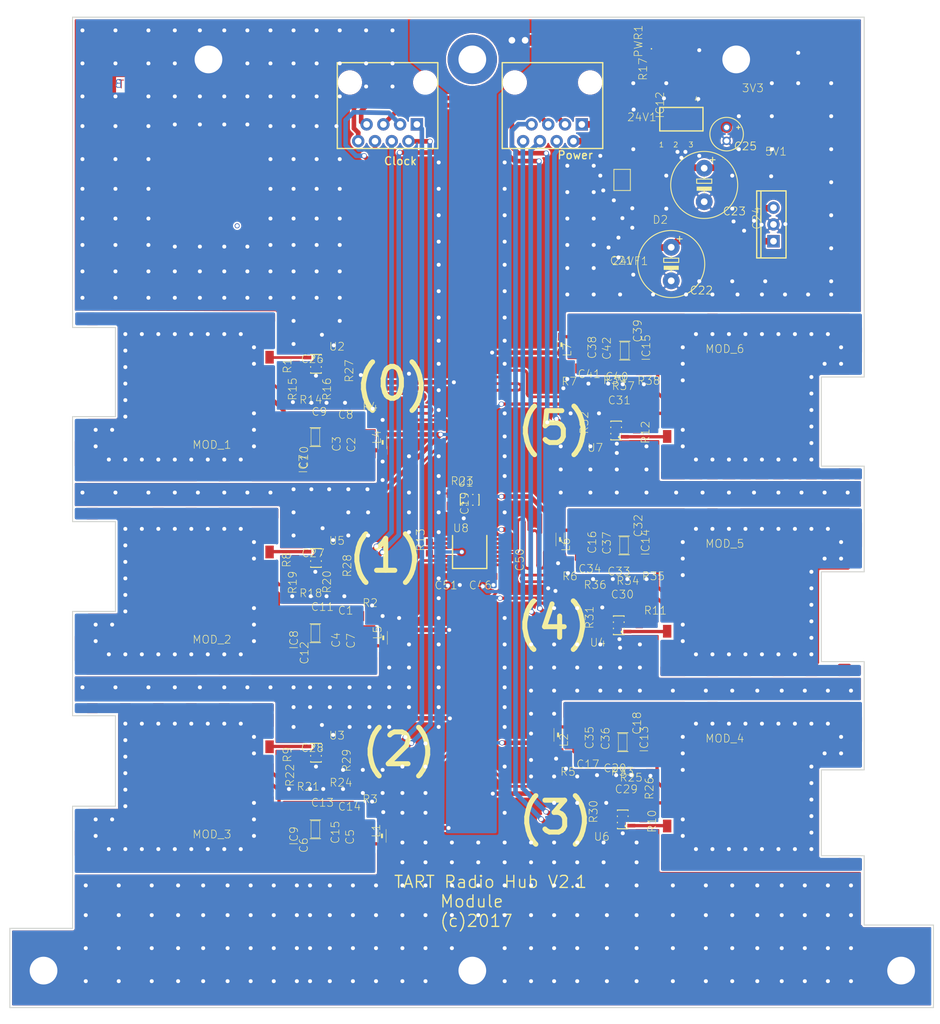
<source format=kicad_pcb>
(kicad_pcb (version 20171130) (host pcbnew 5.0.2+dfsg1-1)
  (layers (0 Top signal) (31 Bottom signal) (34 B.Paste user) (35 F.Paste user) (36 B.SilkS user) (37 F.SilkS user) (38 B.Mask user) (39 F.Mask user) (44 Edge.Cuts user))
  (net 0 "")
  (net 1 DT_3)
  (net 2 +3V3)
  (net 3 DT_4)
  (net 4 DT_2)
  (net 5 DT_1)
  (net 6 DT_5)
  (net 7 GND)
  (net 8 RO_CLK)
  (net 9 +5V)
  (net 10 DT0_P)
  (net 11 DT0_N)
  (net 12 DT1_P)
  (net 13 DT1_N)
  (net 14 DT2_P)
  (net 15 DT2_N)
  (net 16 DT3_P)
  (net 17 DT3_N)
  (net 18 DT4_P)
  (net 19 DT4_N)
  (net 20 DT5_P)
  (net 21 DT5_N)
  (net 22 DT_0)
  (net 23 CLK0)
  (net 24 CLK1)
  (net 25 CLK2)
  (net 26 CLK3)
  (net 27 CLK4)
  (net 28 CLK5)
  (net 29 N$2)
  (net 30 "Net-(C1-Pad2)")
  (net 31 "Net-(C1-Pad1)")
  (net 32 "Net-(C10-Pad1)")
  (net 33 "Net-(C9-Pad1)")
  (net 34 "Net-(C2-Pad1)")
  (net 35 "Net-(C10-Pad2)")
  (net 36 "Net-(C12-Pad1)")
  (net 37 "Net-(C13-Pad2)")
  (net 38 "Net-(C6-Pad1)")
  (net 39 "Net-(C17-Pad2)")
  (net 40 "Net-(C18-Pad1)")
  (net 41 "Net-(C16-Pad2)")
  (net 42 "Net-(C32-Pad1)")
  (net 43 "Net-(C38-Pad2)")
  (net 44 "Net-(C39-Pad1)")
  (net 45 "Net-(C11-Pad1)")
  (net 46 "Net-(C14-Pad1)")
  (net 47 "Net-(C13-Pad1)")
  (net 48 "Net-(C16-Pad1)")
  (net 49 "Net-(C20-Pad1)")
  (net 50 "Net-(C17-Pad1)")
  (net 51 "Net-(C33-Pad1)")
  (net 52 "Net-(C38-Pad1)")
  (net 53 "Net-(C40-Pad1)")
  (net 54 /RadioHub2.1_2/CLK_N)
  (net 55 /RadioHub2.1_2/CLK_P)
  (net 56 /RadioHub2.1_2/+24V_CABLE)
  (net 57 /RadioHub2.1_2/GND_CABLE)
  (net 58 "Net-(R1-Pad1)")
  (net 59 "Net-(R9-Pad1)")
  (net 60 "Net-(R11-Pad1)")
  (net 61 "Net-(R8-Pad1)")
  (net 62 "Net-(R10-Pad1)")
  (net 63 "Net-(R12-Pad1)")
  (net 64 /RadioHub2.1_4/CLK5Y)
  (net 65 /RadioHub2.1_4/CLK2Y)
  (net 66 /RadioHub2.1_4/CLK4Y)
  (net 67 /RadioHub2.1_4/CLK3Y)
  (net 68 /RadioHub2.1_4/CLK1Y)
  (net 69 /RadioHub2.1_4/CLK0Y)
  (net 70 "Net-(R13-Pad2)")
  (net 71 "Net-(PWR1-PadA)")
  (net 72 "Net-(24VF1-PadTP)")
  (module RadioHub2.1:GPS_RADIO_MODULE (layer Top) (at 118.5011 75.0036 180)
    (fp_text reference MOD_1 (at 6.35 -19.05) (layer F.SilkS) (effects (font (size 1.2065 1.2065) (thickness 0.09652)) (justify right top)))
    (fp_text value GPS_RADIO_MODULE hide)
    (pad GND@1 smd rect (at 5 -24.365) (size 1.9304 1.27) (layers Top F.Paste F.Mask) (net 35 "Net-(C10-Pad2)"))
    (pad GND@10 smd rect (at 5 -0.635 180) (size 1.9304 1.27) (layers Top F.Paste F.Mask) (net 35 "Net-(C10-Pad2)"))
    (pad V12 thru_hole circle (at 24.5 -17.5 180) (size 0.9 0.9) (drill 0.6) (layers *.Cu *.Mask) (net 35 "Net-(C10-Pad2)"))
    (pad V13 thru_hole circle (at 22.5 -15.5 180) (size 0.9 0.9) (drill 0.6) (layers *.Cu *.Mask) (net 35 "Net-(C10-Pad2)"))
    (pad V14 thru_hole circle (at 22.5 -13 180) (size 0.9 0.9) (drill 0.6) (layers *.Cu *.Mask) (net 35 "Net-(C10-Pad2)"))
    (pad V15 thru_hole circle (at 22.5 -10.5 180) (size 0.9 0.9) (drill 0.6) (layers *.Cu *.Mask) (net 35 "Net-(C10-Pad2)"))
    (pad V16 thru_hole circle (at 22.5 -8 180) (size 0.9 0.9) (drill 0.6) (layers *.Cu *.Mask) (net 35 "Net-(C10-Pad2)"))
    (pad V17 thru_hole circle (at 22.5 -5.5 180) (size 0.9 0.9) (drill 0.6) (layers *.Cu *.Mask) (net 35 "Net-(C10-Pad2)"))
    (pad V10 thru_hole circle (at 27 -20 180) (size 0.9 0.9) (drill 0.6) (layers *.Cu *.Mask) (net 35 "Net-(C10-Pad2)"))
    (pad V1 thru_hole circle (at 5 -22 180) (size 0.9 0.9) (drill 0.6) (layers *.Cu *.Mask) (net 35 "Net-(C10-Pad2)"))
    (pad V25 thru_hole circle (at 5 -3 180) (size 0.9 0.9) (drill 0.6) (layers *.Cu *.Mask) (net 35 "Net-(C10-Pad2)"))
    (pad V18 thru_hole circle (at 22.5 -3 180) (size 0.9 0.9) (drill 0.6) (layers *.Cu *.Mask) (net 35 "Net-(C10-Pad2)"))
    (pad V19 thru_hole circle (at 20 -3 180) (size 0.9 0.9) (drill 0.6) (layers *.Cu *.Mask) (net 35 "Net-(C10-Pad2)"))
    (pad V20 thru_hole circle (at 17.5 -3 180) (size 0.9 0.9) (drill 0.6) (layers *.Cu *.Mask) (net 35 "Net-(C10-Pad2)"))
    (pad V21 thru_hole circle (at 15 -3 180) (size 0.9 0.9) (drill 0.6) (layers *.Cu *.Mask) (net 35 "Net-(C10-Pad2)"))
    (pad V22 thru_hole circle (at 12.5 -3 180) (size 0.9 0.9) (drill 0.6) (layers *.Cu *.Mask) (net 35 "Net-(C10-Pad2)"))
    (pad V23 thru_hole circle (at 10 -3 180) (size 0.9 0.9) (drill 0.6) (layers *.Cu *.Mask) (net 35 "Net-(C10-Pad2)"))
    (pad V24 thru_hole circle (at 7.5 -3 180) (size 0.9 0.9) (drill 0.6) (layers *.Cu *.Mask) (net 35 "Net-(C10-Pad2)"))
    (pad V11 thru_hole circle (at 27 -17.5 180) (size 0.9 0.9) (drill 0.6) (layers *.Cu *.Mask) (net 35 "Net-(C10-Pad2)"))
    (pad V9 thru_hole circle (at 25 -22 180) (size 0.9 0.9) (drill 0.6) (layers *.Cu *.Mask) (net 35 "Net-(C10-Pad2)"))
    (pad V8 thru_hole circle (at 22.5 -22 180) (size 0.9 0.9) (drill 0.6) (layers *.Cu *.Mask) (net 35 "Net-(C10-Pad2)"))
    (pad V7 thru_hole circle (at 20 -22 180) (size 0.9 0.9) (drill 0.6) (layers *.Cu *.Mask) (net 35 "Net-(C10-Pad2)"))
    (pad V6 thru_hole circle (at 17.5 -22 180) (size 0.9 0.9) (drill 0.6) (layers *.Cu *.Mask) (net 35 "Net-(C10-Pad2)"))
    (pad V5 thru_hole circle (at 15 -22 180) (size 0.9 0.9) (drill 0.6) (layers *.Cu *.Mask) (net 35 "Net-(C10-Pad2)"))
    (pad V4 thru_hole circle (at 12.5 -22 180) (size 0.9 0.9) (drill 0.6) (layers *.Cu *.Mask) (net 35 "Net-(C10-Pad2)"))
    (pad V3 thru_hole circle (at 10 -22 180) (size 0.9 0.9) (drill 0.6) (layers *.Cu *.Mask) (net 35 "Net-(C10-Pad2)"))
    (pad V2 thru_hole circle (at 7.5 -22 180) (size 0.9 0.9) (drill 0.6) (layers *.Cu *.Mask) (net 35 "Net-(C10-Pad2)"))
    (pad V30 thru_hole circle (at 3 -20 180) (size 0.9 0.9) (drill 0.6) (layers *.Cu *.Mask) (net 35 "Net-(C10-Pad2)"))
    (pad V29 thru_hole circle (at 3 -17.5 180) (size 0.9 0.9) (drill 0.6) (layers *.Cu *.Mask) (net 35 "Net-(C10-Pad2)"))
    (pad V28 thru_hole circle (at 3 -15 180) (size 0.9 0.9) (drill 0.6) (layers *.Cu *.Mask) (net 35 "Net-(C10-Pad2)"))
    (pad V27 thru_hole circle (at 3 -7.5 180) (size 0.9 0.9) (drill 0.6) (layers *.Cu *.Mask) (net 35 "Net-(C10-Pad2)"))
    (pad V26 thru_hole circle (at 3 -5 180) (size 0.9 0.9) (drill 0.6) (layers *.Cu *.Mask) (net 35 "Net-(C10-Pad2)"))
    (pad GND@3 smd rect (at 29.5174 -24.365) (size 0.9652 1.27) (layers Top F.Paste F.Mask) (net 35 "Net-(C10-Pad2)"))
    (pad GND@5 smd rect (at 29.5174 -0.635 180) (size 0.9652 1.27) (layers Top F.Paste F.Mask) (net 35 "Net-(C10-Pad2)"))
    (pad 2V8@11 smd rect (at 0.635 -2.5 90) (size 1.9304 1.27) (layers Top F.Paste F.Mask) (net 32 "Net-(C10-Pad1)"))
    (pad DT@12 smd rect (at 0.635 -6.5 90) (size 1.9304 1.27) (layers Top F.Paste F.Mask) (net 22 DT_0))
    (pad CKIN@13 smd rect (at 0.635 -10 90) (size 1.9304 1.27) (layers Top F.Paste F.Mask) (net 23 CLK0))
    (pad GND@14 smd rect (at 0.635 -15 90) (size 1.9304 1.27) (layers Top F.Paste F.Mask) (net 35 "Net-(C10-Pad2)"))
    (pad 2V8@15 smd rect (at 0.635 -18.5 90) (size 1.9304 1.27) (layers Top F.Paste F.Mask) (net 32 "Net-(C10-Pad1)"))
    (pad 2V8@16 smd rect (at 0.635 -22.5 90) (size 1.9304 1.27) (layers Top F.Paste F.Mask) (net 32 "Net-(C10-Pad1)"))
    (pad GND@2 smd rect (at 10 -24.365) (size 1.9304 1.27) (layers Top F.Paste F.Mask) (net 35 "Net-(C10-Pad2)"))
    (pad GND@4 smd rect (at 29.365 -17.5 270) (size 1.9304 1.27) (layers Top F.Paste F.Mask) (net 35 "Net-(C10-Pad2)"))
    (pad GND@6 smd rect (at 25 -0.635 180) (size 1.9304 1.27) (layers Top F.Paste F.Mask) (net 35 "Net-(C10-Pad2)"))
    (pad GND@7 smd rect (at 20 -0.635 180) (size 1.9304 1.27) (layers Top F.Paste F.Mask) (net 35 "Net-(C10-Pad2)"))
    (pad GND@8 smd rect (at 15 -0.635 180) (size 1.9304 1.27) (layers Top F.Paste F.Mask) (net 35 "Net-(C10-Pad2)"))
    (pad GND@9 smd rect (at 10 -0.635 180) (size 1.9304 1.27) (layers Top F.Paste F.Mask) (net 35 "Net-(C10-Pad2)"))
  )
  (module RadioHub2.1:GPS_RADIO_MODULE (layer Top) (at 118.5011 104.5036 180)
    (fp_text reference MOD_2 (at 6.35 -19.05) (layer F.SilkS) (effects (font (size 1.2065 1.2065) (thickness 0.09652)) (justify right top)))
    (fp_text value GPS_RADIO_MODULE hide)
    (pad GND@1 smd rect (at 5 -24.365) (size 1.9304 1.27) (layers Top F.Paste F.Mask) (net 30 "Net-(C1-Pad2)"))
    (pad GND@10 smd rect (at 5 -0.635 180) (size 1.9304 1.27) (layers Top F.Paste F.Mask) (net 30 "Net-(C1-Pad2)"))
    (pad V12 thru_hole circle (at 24.5 -17.5 180) (size 0.9 0.9) (drill 0.6) (layers *.Cu *.Mask) (net 30 "Net-(C1-Pad2)"))
    (pad V13 thru_hole circle (at 22.5 -15.5 180) (size 0.9 0.9) (drill 0.6) (layers *.Cu *.Mask) (net 30 "Net-(C1-Pad2)"))
    (pad V14 thru_hole circle (at 22.5 -13 180) (size 0.9 0.9) (drill 0.6) (layers *.Cu *.Mask) (net 30 "Net-(C1-Pad2)"))
    (pad V15 thru_hole circle (at 22.5 -10.5 180) (size 0.9 0.9) (drill 0.6) (layers *.Cu *.Mask) (net 30 "Net-(C1-Pad2)"))
    (pad V16 thru_hole circle (at 22.5 -8 180) (size 0.9 0.9) (drill 0.6) (layers *.Cu *.Mask) (net 30 "Net-(C1-Pad2)"))
    (pad V17 thru_hole circle (at 22.5 -5.5 180) (size 0.9 0.9) (drill 0.6) (layers *.Cu *.Mask) (net 30 "Net-(C1-Pad2)"))
    (pad V10 thru_hole circle (at 27 -20 180) (size 0.9 0.9) (drill 0.6) (layers *.Cu *.Mask) (net 30 "Net-(C1-Pad2)"))
    (pad V1 thru_hole circle (at 5 -22 180) (size 0.9 0.9) (drill 0.6) (layers *.Cu *.Mask) (net 30 "Net-(C1-Pad2)"))
    (pad V25 thru_hole circle (at 5 -3 180) (size 0.9 0.9) (drill 0.6) (layers *.Cu *.Mask) (net 30 "Net-(C1-Pad2)"))
    (pad V18 thru_hole circle (at 22.5 -3 180) (size 0.9 0.9) (drill 0.6) (layers *.Cu *.Mask) (net 30 "Net-(C1-Pad2)"))
    (pad V19 thru_hole circle (at 20 -3 180) (size 0.9 0.9) (drill 0.6) (layers *.Cu *.Mask) (net 30 "Net-(C1-Pad2)"))
    (pad V20 thru_hole circle (at 17.5 -3 180) (size 0.9 0.9) (drill 0.6) (layers *.Cu *.Mask) (net 30 "Net-(C1-Pad2)"))
    (pad V21 thru_hole circle (at 15 -3 180) (size 0.9 0.9) (drill 0.6) (layers *.Cu *.Mask) (net 30 "Net-(C1-Pad2)"))
    (pad V22 thru_hole circle (at 12.5 -3 180) (size 0.9 0.9) (drill 0.6) (layers *.Cu *.Mask) (net 30 "Net-(C1-Pad2)"))
    (pad V23 thru_hole circle (at 10 -3 180) (size 0.9 0.9) (drill 0.6) (layers *.Cu *.Mask) (net 30 "Net-(C1-Pad2)"))
    (pad V24 thru_hole circle (at 7.5 -3 180) (size 0.9 0.9) (drill 0.6) (layers *.Cu *.Mask) (net 30 "Net-(C1-Pad2)"))
    (pad V11 thru_hole circle (at 27 -17.5 180) (size 0.9 0.9) (drill 0.6) (layers *.Cu *.Mask) (net 30 "Net-(C1-Pad2)"))
    (pad V9 thru_hole circle (at 25 -22 180) (size 0.9 0.9) (drill 0.6) (layers *.Cu *.Mask) (net 30 "Net-(C1-Pad2)"))
    (pad V8 thru_hole circle (at 22.5 -22 180) (size 0.9 0.9) (drill 0.6) (layers *.Cu *.Mask) (net 30 "Net-(C1-Pad2)"))
    (pad V7 thru_hole circle (at 20 -22 180) (size 0.9 0.9) (drill 0.6) (layers *.Cu *.Mask) (net 30 "Net-(C1-Pad2)"))
    (pad V6 thru_hole circle (at 17.5 -22 180) (size 0.9 0.9) (drill 0.6) (layers *.Cu *.Mask) (net 30 "Net-(C1-Pad2)"))
    (pad V5 thru_hole circle (at 15 -22 180) (size 0.9 0.9) (drill 0.6) (layers *.Cu *.Mask) (net 30 "Net-(C1-Pad2)"))
    (pad V4 thru_hole circle (at 12.5 -22 180) (size 0.9 0.9) (drill 0.6) (layers *.Cu *.Mask) (net 30 "Net-(C1-Pad2)"))
    (pad V3 thru_hole circle (at 10 -22 180) (size 0.9 0.9) (drill 0.6) (layers *.Cu *.Mask) (net 30 "Net-(C1-Pad2)"))
    (pad V2 thru_hole circle (at 7.5 -22 180) (size 0.9 0.9) (drill 0.6) (layers *.Cu *.Mask) (net 30 "Net-(C1-Pad2)"))
    (pad V30 thru_hole circle (at 3 -20 180) (size 0.9 0.9) (drill 0.6) (layers *.Cu *.Mask) (net 30 "Net-(C1-Pad2)"))
    (pad V29 thru_hole circle (at 3 -17.5 180) (size 0.9 0.9) (drill 0.6) (layers *.Cu *.Mask) (net 30 "Net-(C1-Pad2)"))
    (pad V28 thru_hole circle (at 3 -15 180) (size 0.9 0.9) (drill 0.6) (layers *.Cu *.Mask) (net 30 "Net-(C1-Pad2)"))
    (pad V27 thru_hole circle (at 3 -7.5 180) (size 0.9 0.9) (drill 0.6) (layers *.Cu *.Mask) (net 30 "Net-(C1-Pad2)"))
    (pad V26 thru_hole circle (at 3 -5 180) (size 0.9 0.9) (drill 0.6) (layers *.Cu *.Mask) (net 30 "Net-(C1-Pad2)"))
    (pad GND@3 smd rect (at 29.5174 -24.365) (size 0.9652 1.27) (layers Top F.Paste F.Mask) (net 30 "Net-(C1-Pad2)"))
    (pad GND@5 smd rect (at 29.5174 -0.635 180) (size 0.9652 1.27) (layers Top F.Paste F.Mask) (net 30 "Net-(C1-Pad2)"))
    (pad 2V8@11 smd rect (at 0.635 -2.5 90) (size 1.9304 1.27) (layers Top F.Paste F.Mask) (net 36 "Net-(C12-Pad1)"))
    (pad DT@12 smd rect (at 0.635 -6.5 90) (size 1.9304 1.27) (layers Top F.Paste F.Mask) (net 5 DT_1))
    (pad CKIN@13 smd rect (at 0.635 -10 90) (size 1.9304 1.27) (layers Top F.Paste F.Mask) (net 24 CLK1))
    (pad GND@14 smd rect (at 0.635 -15 90) (size 1.9304 1.27) (layers Top F.Paste F.Mask) (net 30 "Net-(C1-Pad2)"))
    (pad 2V8@15 smd rect (at 0.635 -18.5 90) (size 1.9304 1.27) (layers Top F.Paste F.Mask) (net 36 "Net-(C12-Pad1)"))
    (pad 2V8@16 smd rect (at 0.635 -22.5 90) (size 1.9304 1.27) (layers Top F.Paste F.Mask) (net 36 "Net-(C12-Pad1)"))
    (pad GND@2 smd rect (at 10 -24.365) (size 1.9304 1.27) (layers Top F.Paste F.Mask) (net 30 "Net-(C1-Pad2)"))
    (pad GND@4 smd rect (at 29.365 -17.5 270) (size 1.9304 1.27) (layers Top F.Paste F.Mask) (net 30 "Net-(C1-Pad2)"))
    (pad GND@6 smd rect (at 25 -0.635 180) (size 1.9304 1.27) (layers Top F.Paste F.Mask) (net 30 "Net-(C1-Pad2)"))
    (pad GND@7 smd rect (at 20 -0.635 180) (size 1.9304 1.27) (layers Top F.Paste F.Mask) (net 30 "Net-(C1-Pad2)"))
    (pad GND@8 smd rect (at 15 -0.635 180) (size 1.9304 1.27) (layers Top F.Paste F.Mask) (net 30 "Net-(C1-Pad2)"))
    (pad GND@9 smd rect (at 10 -0.635 180) (size 1.9304 1.27) (layers Top F.Paste F.Mask) (net 30 "Net-(C1-Pad2)"))
  )
  (module RadioHub2.1:GPS_RADIO_MODULE (layer Top) (at 118.5011 134.0036 180)
    (fp_text reference MOD_3 (at 6.35 -19.05) (layer F.SilkS) (effects (font (size 1.2065 1.2065) (thickness 0.09652)) (justify right top)))
    (fp_text value GPS_RADIO_MODULE hide)
    (pad GND@1 smd rect (at 5 -24.365) (size 1.9304 1.27) (layers Top F.Paste F.Mask) (net 37 "Net-(C13-Pad2)"))
    (pad GND@10 smd rect (at 5 -0.635 180) (size 1.9304 1.27) (layers Top F.Paste F.Mask) (net 37 "Net-(C13-Pad2)"))
    (pad V12 thru_hole circle (at 24.5 -17.5 180) (size 0.9 0.9) (drill 0.6) (layers *.Cu *.Mask) (net 37 "Net-(C13-Pad2)"))
    (pad V13 thru_hole circle (at 22.5 -15.5 180) (size 0.9 0.9) (drill 0.6) (layers *.Cu *.Mask) (net 37 "Net-(C13-Pad2)"))
    (pad V14 thru_hole circle (at 22.5 -13 180) (size 0.9 0.9) (drill 0.6) (layers *.Cu *.Mask) (net 37 "Net-(C13-Pad2)"))
    (pad V15 thru_hole circle (at 22.5 -10.5 180) (size 0.9 0.9) (drill 0.6) (layers *.Cu *.Mask) (net 37 "Net-(C13-Pad2)"))
    (pad V16 thru_hole circle (at 22.5 -8 180) (size 0.9 0.9) (drill 0.6) (layers *.Cu *.Mask) (net 37 "Net-(C13-Pad2)"))
    (pad V17 thru_hole circle (at 22.5 -5.5 180) (size 0.9 0.9) (drill 0.6) (layers *.Cu *.Mask) (net 37 "Net-(C13-Pad2)"))
    (pad V10 thru_hole circle (at 27 -20 180) (size 0.9 0.9) (drill 0.6) (layers *.Cu *.Mask) (net 37 "Net-(C13-Pad2)"))
    (pad V1 thru_hole circle (at 5 -22 180) (size 0.9 0.9) (drill 0.6) (layers *.Cu *.Mask) (net 37 "Net-(C13-Pad2)"))
    (pad V25 thru_hole circle (at 5 -3 180) (size 0.9 0.9) (drill 0.6) (layers *.Cu *.Mask) (net 37 "Net-(C13-Pad2)"))
    (pad V18 thru_hole circle (at 22.5 -3 180) (size 0.9 0.9) (drill 0.6) (layers *.Cu *.Mask) (net 37 "Net-(C13-Pad2)"))
    (pad V19 thru_hole circle (at 20 -3 180) (size 0.9 0.9) (drill 0.6) (layers *.Cu *.Mask) (net 37 "Net-(C13-Pad2)"))
    (pad V20 thru_hole circle (at 17.5 -3 180) (size 0.9 0.9) (drill 0.6) (layers *.Cu *.Mask) (net 37 "Net-(C13-Pad2)"))
    (pad V21 thru_hole circle (at 15 -3 180) (size 0.9 0.9) (drill 0.6) (layers *.Cu *.Mask) (net 37 "Net-(C13-Pad2)"))
    (pad V22 thru_hole circle (at 12.5 -3 180) (size 0.9 0.9) (drill 0.6) (layers *.Cu *.Mask) (net 37 "Net-(C13-Pad2)"))
    (pad V23 thru_hole circle (at 10 -3 180) (size 0.9 0.9) (drill 0.6) (layers *.Cu *.Mask) (net 37 "Net-(C13-Pad2)"))
    (pad V24 thru_hole circle (at 7.5 -3 180) (size 0.9 0.9) (drill 0.6) (layers *.Cu *.Mask) (net 37 "Net-(C13-Pad2)"))
    (pad V11 thru_hole circle (at 27 -17.5 180) (size 0.9 0.9) (drill 0.6) (layers *.Cu *.Mask) (net 37 "Net-(C13-Pad2)"))
    (pad V9 thru_hole circle (at 25 -22 180) (size 0.9 0.9) (drill 0.6) (layers *.Cu *.Mask) (net 37 "Net-(C13-Pad2)"))
    (pad V8 thru_hole circle (at 22.5 -22 180) (size 0.9 0.9) (drill 0.6) (layers *.Cu *.Mask) (net 37 "Net-(C13-Pad2)"))
    (pad V7 thru_hole circle (at 20 -22 180) (size 0.9 0.9) (drill 0.6) (layers *.Cu *.Mask) (net 37 "Net-(C13-Pad2)"))
    (pad V6 thru_hole circle (at 17.5 -22 180) (size 0.9 0.9) (drill 0.6) (layers *.Cu *.Mask) (net 37 "Net-(C13-Pad2)"))
    (pad V5 thru_hole circle (at 15 -22 180) (size 0.9 0.9) (drill 0.6) (layers *.Cu *.Mask) (net 37 "Net-(C13-Pad2)"))
    (pad V4 thru_hole circle (at 12.5 -22 180) (size 0.9 0.9) (drill 0.6) (layers *.Cu *.Mask) (net 37 "Net-(C13-Pad2)"))
    (pad V3 thru_hole circle (at 10 -22 180) (size 0.9 0.9) (drill 0.6) (layers *.Cu *.Mask) (net 37 "Net-(C13-Pad2)"))
    (pad V2 thru_hole circle (at 7.5 -22 180) (size 0.9 0.9) (drill 0.6) (layers *.Cu *.Mask) (net 37 "Net-(C13-Pad2)"))
    (pad V30 thru_hole circle (at 3 -20 180) (size 0.9 0.9) (drill 0.6) (layers *.Cu *.Mask) (net 37 "Net-(C13-Pad2)"))
    (pad V29 thru_hole circle (at 3 -17.5 180) (size 0.9 0.9) (drill 0.6) (layers *.Cu *.Mask) (net 37 "Net-(C13-Pad2)"))
    (pad V28 thru_hole circle (at 3 -15 180) (size 0.9 0.9) (drill 0.6) (layers *.Cu *.Mask) (net 37 "Net-(C13-Pad2)"))
    (pad V27 thru_hole circle (at 3 -7.5 180) (size 0.9 0.9) (drill 0.6) (layers *.Cu *.Mask) (net 37 "Net-(C13-Pad2)"))
    (pad V26 thru_hole circle (at 3 -5 180) (size 0.9 0.9) (drill 0.6) (layers *.Cu *.Mask) (net 37 "Net-(C13-Pad2)"))
    (pad GND@3 smd rect (at 29.5174 -24.365) (size 0.9652 1.27) (layers Top F.Paste F.Mask) (net 37 "Net-(C13-Pad2)"))
    (pad GND@5 smd rect (at 29.5174 -0.635 180) (size 0.9652 1.27) (layers Top F.Paste F.Mask) (net 37 "Net-(C13-Pad2)"))
    (pad 2V8@11 smd rect (at 0.635 -2.5 90) (size 1.9304 1.27) (layers Top F.Paste F.Mask) (net 38 "Net-(C6-Pad1)"))
    (pad DT@12 smd rect (at 0.635 -6.5 90) (size 1.9304 1.27) (layers Top F.Paste F.Mask) (net 4 DT_2))
    (pad CKIN@13 smd rect (at 0.635 -10 90) (size 1.9304 1.27) (layers Top F.Paste F.Mask) (net 25 CLK2))
    (pad GND@14 smd rect (at 0.635 -15 90) (size 1.9304 1.27) (layers Top F.Paste F.Mask) (net 37 "Net-(C13-Pad2)"))
    (pad 2V8@15 smd rect (at 0.635 -18.5 90) (size 1.9304 1.27) (layers Top F.Paste F.Mask) (net 38 "Net-(C6-Pad1)"))
    (pad 2V8@16 smd rect (at 0.635 -22.5 90) (size 1.9304 1.27) (layers Top F.Paste F.Mask) (net 38 "Net-(C6-Pad1)"))
    (pad GND@2 smd rect (at 10 -24.365) (size 1.9304 1.27) (layers Top F.Paste F.Mask) (net 37 "Net-(C13-Pad2)"))
    (pad GND@4 smd rect (at 29.365 -17.5 270) (size 1.9304 1.27) (layers Top F.Paste F.Mask) (net 37 "Net-(C13-Pad2)"))
    (pad GND@6 smd rect (at 25 -0.635 180) (size 1.9304 1.27) (layers Top F.Paste F.Mask) (net 37 "Net-(C13-Pad2)"))
    (pad GND@7 smd rect (at 20 -0.635 180) (size 1.9304 1.27) (layers Top F.Paste F.Mask) (net 37 "Net-(C13-Pad2)"))
    (pad GND@8 smd rect (at 15 -0.635 180) (size 1.9304 1.27) (layers Top F.Paste F.Mask) (net 37 "Net-(C13-Pad2)"))
    (pad GND@9 smd rect (at 10 -0.635 180) (size 1.9304 1.27) (layers Top F.Paste F.Mask) (net 37 "Net-(C13-Pad2)"))
  )
  (module RadioHub2.1:GPS_RADIO_MODULE (layer Top) (at 177.5011 159.0036)
    (fp_text reference MOD_4 (at 6.35 -19.05) (layer F.SilkS) (effects (font (size 1.2065 1.2065) (thickness 0.09652)) (justify left bottom)))
    (fp_text value GPS_RADIO_MODULE hide)
    (pad GND@1 smd rect (at 5 -24.365 180) (size 1.9304 1.27) (layers Top F.Paste F.Mask) (net 39 "Net-(C17-Pad2)"))
    (pad GND@10 smd rect (at 5 -0.635) (size 1.9304 1.27) (layers Top F.Paste F.Mask) (net 39 "Net-(C17-Pad2)"))
    (pad V12 thru_hole circle (at 24.5 -17.5) (size 0.9 0.9) (drill 0.6) (layers *.Cu *.Mask) (net 39 "Net-(C17-Pad2)"))
    (pad V13 thru_hole circle (at 22.5 -15.5) (size 0.9 0.9) (drill 0.6) (layers *.Cu *.Mask) (net 39 "Net-(C17-Pad2)"))
    (pad V14 thru_hole circle (at 22.5 -13) (size 0.9 0.9) (drill 0.6) (layers *.Cu *.Mask) (net 39 "Net-(C17-Pad2)"))
    (pad V15 thru_hole circle (at 22.5 -10.5) (size 0.9 0.9) (drill 0.6) (layers *.Cu *.Mask) (net 39 "Net-(C17-Pad2)"))
    (pad V16 thru_hole circle (at 22.5 -8) (size 0.9 0.9) (drill 0.6) (layers *.Cu *.Mask) (net 39 "Net-(C17-Pad2)"))
    (pad V17 thru_hole circle (at 22.5 -5.5) (size 0.9 0.9) (drill 0.6) (layers *.Cu *.Mask) (net 39 "Net-(C17-Pad2)"))
    (pad V10 thru_hole circle (at 27 -20) (size 0.9 0.9) (drill 0.6) (layers *.Cu *.Mask) (net 39 "Net-(C17-Pad2)"))
    (pad V1 thru_hole circle (at 5 -22) (size 0.9 0.9) (drill 0.6) (layers *.Cu *.Mask) (net 39 "Net-(C17-Pad2)"))
    (pad V25 thru_hole circle (at 5 -3) (size 0.9 0.9) (drill 0.6) (layers *.Cu *.Mask) (net 39 "Net-(C17-Pad2)"))
    (pad V18 thru_hole circle (at 22.5 -3) (size 0.9 0.9) (drill 0.6) (layers *.Cu *.Mask) (net 39 "Net-(C17-Pad2)"))
    (pad V19 thru_hole circle (at 20 -3) (size 0.9 0.9) (drill 0.6) (layers *.Cu *.Mask) (net 39 "Net-(C17-Pad2)"))
    (pad V20 thru_hole circle (at 17.5 -3) (size 0.9 0.9) (drill 0.6) (layers *.Cu *.Mask) (net 39 "Net-(C17-Pad2)"))
    (pad V21 thru_hole circle (at 15 -3) (size 0.9 0.9) (drill 0.6) (layers *.Cu *.Mask) (net 39 "Net-(C17-Pad2)"))
    (pad V22 thru_hole circle (at 12.5 -3) (size 0.9 0.9) (drill 0.6) (layers *.Cu *.Mask) (net 39 "Net-(C17-Pad2)"))
    (pad V23 thru_hole circle (at 10 -3) (size 0.9 0.9) (drill 0.6) (layers *.Cu *.Mask) (net 39 "Net-(C17-Pad2)"))
    (pad V24 thru_hole circle (at 7.5 -3) (size 0.9 0.9) (drill 0.6) (layers *.Cu *.Mask) (net 39 "Net-(C17-Pad2)"))
    (pad V11 thru_hole circle (at 27 -17.5) (size 0.9 0.9) (drill 0.6) (layers *.Cu *.Mask) (net 39 "Net-(C17-Pad2)"))
    (pad V9 thru_hole circle (at 25 -22) (size 0.9 0.9) (drill 0.6) (layers *.Cu *.Mask) (net 39 "Net-(C17-Pad2)"))
    (pad V8 thru_hole circle (at 22.5 -22) (size 0.9 0.9) (drill 0.6) (layers *.Cu *.Mask) (net 39 "Net-(C17-Pad2)"))
    (pad V7 thru_hole circle (at 20 -22) (size 0.9 0.9) (drill 0.6) (layers *.Cu *.Mask) (net 39 "Net-(C17-Pad2)"))
    (pad V6 thru_hole circle (at 17.5 -22) (size 0.9 0.9) (drill 0.6) (layers *.Cu *.Mask) (net 39 "Net-(C17-Pad2)"))
    (pad V5 thru_hole circle (at 15 -22) (size 0.9 0.9) (drill 0.6) (layers *.Cu *.Mask) (net 39 "Net-(C17-Pad2)"))
    (pad V4 thru_hole circle (at 12.5 -22) (size 0.9 0.9) (drill 0.6) (layers *.Cu *.Mask) (net 39 "Net-(C17-Pad2)"))
    (pad V3 thru_hole circle (at 10 -22) (size 0.9 0.9) (drill 0.6) (layers *.Cu *.Mask) (net 39 "Net-(C17-Pad2)"))
    (pad V2 thru_hole circle (at 7.5 -22) (size 0.9 0.9) (drill 0.6) (layers *.Cu *.Mask) (net 39 "Net-(C17-Pad2)"))
    (pad V30 thru_hole circle (at 3 -20) (size 0.9 0.9) (drill 0.6) (layers *.Cu *.Mask) (net 39 "Net-(C17-Pad2)"))
    (pad V29 thru_hole circle (at 3 -17.5) (size 0.9 0.9) (drill 0.6) (layers *.Cu *.Mask) (net 39 "Net-(C17-Pad2)"))
    (pad V28 thru_hole circle (at 3 -15) (size 0.9 0.9) (drill 0.6) (layers *.Cu *.Mask) (net 39 "Net-(C17-Pad2)"))
    (pad V27 thru_hole circle (at 3 -7.5) (size 0.9 0.9) (drill 0.6) (layers *.Cu *.Mask) (net 39 "Net-(C17-Pad2)"))
    (pad V26 thru_hole circle (at 3 -5) (size 0.9 0.9) (drill 0.6) (layers *.Cu *.Mask) (net 39 "Net-(C17-Pad2)"))
    (pad GND@3 smd rect (at 29.5174 -24.365 180) (size 0.9652 1.27) (layers Top F.Paste F.Mask) (net 39 "Net-(C17-Pad2)"))
    (pad GND@5 smd rect (at 29.5174 -0.635) (size 0.9652 1.27) (layers Top F.Paste F.Mask) (net 39 "Net-(C17-Pad2)"))
    (pad 2V8@11 smd rect (at 0.635 -2.5 270) (size 1.9304 1.27) (layers Top F.Paste F.Mask) (net 40 "Net-(C18-Pad1)"))
    (pad DT@12 smd rect (at 0.635 -6.5 270) (size 1.9304 1.27) (layers Top F.Paste F.Mask) (net 1 DT_3))
    (pad CKIN@13 smd rect (at 0.635 -10 270) (size 1.9304 1.27) (layers Top F.Paste F.Mask) (net 26 CLK3))
    (pad GND@14 smd rect (at 0.635 -15 270) (size 1.9304 1.27) (layers Top F.Paste F.Mask) (net 39 "Net-(C17-Pad2)"))
    (pad 2V8@15 smd rect (at 0.635 -18.5 270) (size 1.9304 1.27) (layers Top F.Paste F.Mask) (net 40 "Net-(C18-Pad1)"))
    (pad 2V8@16 smd rect (at 0.635 -22.5 270) (size 1.9304 1.27) (layers Top F.Paste F.Mask) (net 40 "Net-(C18-Pad1)"))
    (pad GND@2 smd rect (at 10 -24.365 180) (size 1.9304 1.27) (layers Top F.Paste F.Mask) (net 39 "Net-(C17-Pad2)"))
    (pad GND@4 smd rect (at 29.365 -17.5 90) (size 1.9304 1.27) (layers Top F.Paste F.Mask) (net 39 "Net-(C17-Pad2)"))
    (pad GND@6 smd rect (at 25 -0.635) (size 1.9304 1.27) (layers Top F.Paste F.Mask) (net 39 "Net-(C17-Pad2)"))
    (pad GND@7 smd rect (at 20 -0.635) (size 1.9304 1.27) (layers Top F.Paste F.Mask) (net 39 "Net-(C17-Pad2)"))
    (pad GND@8 smd rect (at 15 -0.635) (size 1.9304 1.27) (layers Top F.Paste F.Mask) (net 39 "Net-(C17-Pad2)"))
    (pad GND@9 smd rect (at 10 -0.635) (size 1.9304 1.27) (layers Top F.Paste F.Mask) (net 39 "Net-(C17-Pad2)"))
  )
  (module RadioHub2.1:GPS_RADIO_MODULE (layer Top) (at 177.5011 129.5036)
    (fp_text reference MOD_5 (at 6.35 -19.05) (layer F.SilkS) (effects (font (size 1.2065 1.2065) (thickness 0.09652)) (justify left bottom)))
    (fp_text value GPS_RADIO_MODULE hide)
    (pad GND@1 smd rect (at 5 -24.365 180) (size 1.9304 1.27) (layers Top F.Paste F.Mask) (net 41 "Net-(C16-Pad2)"))
    (pad GND@10 smd rect (at 5 -0.635) (size 1.9304 1.27) (layers Top F.Paste F.Mask) (net 41 "Net-(C16-Pad2)"))
    (pad V12 thru_hole circle (at 24.5 -17.5) (size 0.9 0.9) (drill 0.6) (layers *.Cu *.Mask) (net 41 "Net-(C16-Pad2)"))
    (pad V13 thru_hole circle (at 22.5 -15.5) (size 0.9 0.9) (drill 0.6) (layers *.Cu *.Mask) (net 41 "Net-(C16-Pad2)"))
    (pad V14 thru_hole circle (at 22.5 -13) (size 0.9 0.9) (drill 0.6) (layers *.Cu *.Mask) (net 41 "Net-(C16-Pad2)"))
    (pad V15 thru_hole circle (at 22.5 -10.5) (size 0.9 0.9) (drill 0.6) (layers *.Cu *.Mask) (net 41 "Net-(C16-Pad2)"))
    (pad V16 thru_hole circle (at 22.5 -8) (size 0.9 0.9) (drill 0.6) (layers *.Cu *.Mask) (net 41 "Net-(C16-Pad2)"))
    (pad V17 thru_hole circle (at 22.5 -5.5) (size 0.9 0.9) (drill 0.6) (layers *.Cu *.Mask) (net 41 "Net-(C16-Pad2)"))
    (pad V10 thru_hole circle (at 27 -20) (size 0.9 0.9) (drill 0.6) (layers *.Cu *.Mask) (net 41 "Net-(C16-Pad2)"))
    (pad V1 thru_hole circle (at 5 -22) (size 0.9 0.9) (drill 0.6) (layers *.Cu *.Mask) (net 41 "Net-(C16-Pad2)"))
    (pad V25 thru_hole circle (at 5 -3) (size 0.9 0.9) (drill 0.6) (layers *.Cu *.Mask) (net 41 "Net-(C16-Pad2)"))
    (pad V18 thru_hole circle (at 22.5 -3) (size 0.9 0.9) (drill 0.6) (layers *.Cu *.Mask) (net 41 "Net-(C16-Pad2)"))
    (pad V19 thru_hole circle (at 20 -3) (size 0.9 0.9) (drill 0.6) (layers *.Cu *.Mask) (net 41 "Net-(C16-Pad2)"))
    (pad V20 thru_hole circle (at 17.5 -3) (size 0.9 0.9) (drill 0.6) (layers *.Cu *.Mask) (net 41 "Net-(C16-Pad2)"))
    (pad V21 thru_hole circle (at 15 -3) (size 0.9 0.9) (drill 0.6) (layers *.Cu *.Mask) (net 41 "Net-(C16-Pad2)"))
    (pad V22 thru_hole circle (at 12.5 -3) (size 0.9 0.9) (drill 0.6) (layers *.Cu *.Mask) (net 41 "Net-(C16-Pad2)"))
    (pad V23 thru_hole circle (at 10 -3) (size 0.9 0.9) (drill 0.6) (layers *.Cu *.Mask) (net 41 "Net-(C16-Pad2)"))
    (pad V24 thru_hole circle (at 7.5 -3) (size 0.9 0.9) (drill 0.6) (layers *.Cu *.Mask) (net 41 "Net-(C16-Pad2)"))
    (pad V11 thru_hole circle (at 27 -17.5) (size 0.9 0.9) (drill 0.6) (layers *.Cu *.Mask) (net 41 "Net-(C16-Pad2)"))
    (pad V9 thru_hole circle (at 25 -22) (size 0.9 0.9) (drill 0.6) (layers *.Cu *.Mask) (net 41 "Net-(C16-Pad2)"))
    (pad V8 thru_hole circle (at 22.5 -22) (size 0.9 0.9) (drill 0.6) (layers *.Cu *.Mask) (net 41 "Net-(C16-Pad2)"))
    (pad V7 thru_hole circle (at 20 -22) (size 0.9 0.9) (drill 0.6) (layers *.Cu *.Mask) (net 41 "Net-(C16-Pad2)"))
    (pad V6 thru_hole circle (at 17.5 -22) (size 0.9 0.9) (drill 0.6) (layers *.Cu *.Mask) (net 41 "Net-(C16-Pad2)"))
    (pad V5 thru_hole circle (at 15 -22) (size 0.9 0.9) (drill 0.6) (layers *.Cu *.Mask) (net 41 "Net-(C16-Pad2)"))
    (pad V4 thru_hole circle (at 12.5 -22) (size 0.9 0.9) (drill 0.6) (layers *.Cu *.Mask) (net 41 "Net-(C16-Pad2)"))
    (pad V3 thru_hole circle (at 10 -22) (size 0.9 0.9) (drill 0.6) (layers *.Cu *.Mask) (net 41 "Net-(C16-Pad2)"))
    (pad V2 thru_hole circle (at 7.5 -22) (size 0.9 0.9) (drill 0.6) (layers *.Cu *.Mask) (net 41 "Net-(C16-Pad2)"))
    (pad V30 thru_hole circle (at 3 -20) (size 0.9 0.9) (drill 0.6) (layers *.Cu *.Mask) (net 41 "Net-(C16-Pad2)"))
    (pad V29 thru_hole circle (at 3 -17.5) (size 0.9 0.9) (drill 0.6) (layers *.Cu *.Mask) (net 41 "Net-(C16-Pad2)"))
    (pad V28 thru_hole circle (at 3 -15) (size 0.9 0.9) (drill 0.6) (layers *.Cu *.Mask) (net 41 "Net-(C16-Pad2)"))
    (pad V27 thru_hole circle (at 3 -7.5) (size 0.9 0.9) (drill 0.6) (layers *.Cu *.Mask) (net 41 "Net-(C16-Pad2)"))
    (pad V26 thru_hole circle (at 3 -5) (size 0.9 0.9) (drill 0.6) (layers *.Cu *.Mask) (net 41 "Net-(C16-Pad2)"))
    (pad GND@3 smd rect (at 29.5174 -24.365 180) (size 0.9652 1.27) (layers Top F.Paste F.Mask) (net 41 "Net-(C16-Pad2)"))
    (pad GND@5 smd rect (at 29.5174 -0.635) (size 0.9652 1.27) (layers Top F.Paste F.Mask) (net 41 "Net-(C16-Pad2)"))
    (pad 2V8@11 smd rect (at 0.635 -2.5 270) (size 1.9304 1.27) (layers Top F.Paste F.Mask) (net 42 "Net-(C32-Pad1)"))
    (pad DT@12 smd rect (at 0.635 -6.5 270) (size 1.9304 1.27) (layers Top F.Paste F.Mask) (net 3 DT_4))
    (pad CKIN@13 smd rect (at 0.635 -10 270) (size 1.9304 1.27) (layers Top F.Paste F.Mask) (net 27 CLK4))
    (pad GND@14 smd rect (at 0.635 -15 270) (size 1.9304 1.27) (layers Top F.Paste F.Mask) (net 41 "Net-(C16-Pad2)"))
    (pad 2V8@15 smd rect (at 0.635 -18.5 270) (size 1.9304 1.27) (layers Top F.Paste F.Mask) (net 42 "Net-(C32-Pad1)"))
    (pad 2V8@16 smd rect (at 0.635 -22.5 270) (size 1.9304 1.27) (layers Top F.Paste F.Mask) (net 42 "Net-(C32-Pad1)"))
    (pad GND@2 smd rect (at 10 -24.365 180) (size 1.9304 1.27) (layers Top F.Paste F.Mask) (net 41 "Net-(C16-Pad2)"))
    (pad GND@4 smd rect (at 29.365 -17.5 90) (size 1.9304 1.27) (layers Top F.Paste F.Mask) (net 41 "Net-(C16-Pad2)"))
    (pad GND@6 smd rect (at 25 -0.635) (size 1.9304 1.27) (layers Top F.Paste F.Mask) (net 41 "Net-(C16-Pad2)"))
    (pad GND@7 smd rect (at 20 -0.635) (size 1.9304 1.27) (layers Top F.Paste F.Mask) (net 41 "Net-(C16-Pad2)"))
    (pad GND@8 smd rect (at 15 -0.635) (size 1.9304 1.27) (layers Top F.Paste F.Mask) (net 41 "Net-(C16-Pad2)"))
    (pad GND@9 smd rect (at 10 -0.635) (size 1.9304 1.27) (layers Top F.Paste F.Mask) (net 41 "Net-(C16-Pad2)"))
  )
  (module RadioHub2.1:GPS_RADIO_MODULE (layer Top) (at 177.5011 100.0036)
    (fp_text reference MOD_6 (at 6.35 -19.05) (layer F.SilkS) (effects (font (size 1.2065 1.2065) (thickness 0.09652)) (justify left bottom)))
    (fp_text value GPS_RADIO_MODULE hide)
    (pad GND@1 smd rect (at 5 -24.365 180) (size 1.9304 1.27) (layers Top F.Paste F.Mask) (net 43 "Net-(C38-Pad2)"))
    (pad GND@10 smd rect (at 5 -0.635) (size 1.9304 1.27) (layers Top F.Paste F.Mask) (net 43 "Net-(C38-Pad2)"))
    (pad V12 thru_hole circle (at 24.5 -17.5) (size 0.9 0.9) (drill 0.6) (layers *.Cu *.Mask) (net 43 "Net-(C38-Pad2)"))
    (pad V13 thru_hole circle (at 22.5 -15.5) (size 0.9 0.9) (drill 0.6) (layers *.Cu *.Mask) (net 43 "Net-(C38-Pad2)"))
    (pad V14 thru_hole circle (at 22.5 -13) (size 0.9 0.9) (drill 0.6) (layers *.Cu *.Mask) (net 43 "Net-(C38-Pad2)"))
    (pad V15 thru_hole circle (at 22.5 -10.5) (size 0.9 0.9) (drill 0.6) (layers *.Cu *.Mask) (net 43 "Net-(C38-Pad2)"))
    (pad V16 thru_hole circle (at 22.5 -8) (size 0.9 0.9) (drill 0.6) (layers *.Cu *.Mask) (net 43 "Net-(C38-Pad2)"))
    (pad V17 thru_hole circle (at 22.5 -5.5) (size 0.9 0.9) (drill 0.6) (layers *.Cu *.Mask) (net 43 "Net-(C38-Pad2)"))
    (pad V10 thru_hole circle (at 27 -20) (size 0.9 0.9) (drill 0.6) (layers *.Cu *.Mask) (net 43 "Net-(C38-Pad2)"))
    (pad V1 thru_hole circle (at 5 -22) (size 0.9 0.9) (drill 0.6) (layers *.Cu *.Mask) (net 43 "Net-(C38-Pad2)"))
    (pad V25 thru_hole circle (at 5 -3) (size 0.9 0.9) (drill 0.6) (layers *.Cu *.Mask) (net 43 "Net-(C38-Pad2)"))
    (pad V18 thru_hole circle (at 22.5 -3) (size 0.9 0.9) (drill 0.6) (layers *.Cu *.Mask) (net 43 "Net-(C38-Pad2)"))
    (pad V19 thru_hole circle (at 20 -3) (size 0.9 0.9) (drill 0.6) (layers *.Cu *.Mask) (net 43 "Net-(C38-Pad2)"))
    (pad V20 thru_hole circle (at 17.5 -3) (size 0.9 0.9) (drill 0.6) (layers *.Cu *.Mask) (net 43 "Net-(C38-Pad2)"))
    (pad V21 thru_hole circle (at 15 -3) (size 0.9 0.9) (drill 0.6) (layers *.Cu *.Mask) (net 43 "Net-(C38-Pad2)"))
    (pad V22 thru_hole circle (at 12.5 -3) (size 0.9 0.9) (drill 0.6) (layers *.Cu *.Mask) (net 43 "Net-(C38-Pad2)"))
    (pad V23 thru_hole circle (at 10 -3) (size 0.9 0.9) (drill 0.6) (layers *.Cu *.Mask) (net 43 "Net-(C38-Pad2)"))
    (pad V24 thru_hole circle (at 7.5 -3) (size 0.9 0.9) (drill 0.6) (layers *.Cu *.Mask) (net 43 "Net-(C38-Pad2)"))
    (pad V11 thru_hole circle (at 27 -17.5) (size 0.9 0.9) (drill 0.6) (layers *.Cu *.Mask) (net 43 "Net-(C38-Pad2)"))
    (pad V9 thru_hole circle (at 25 -22) (size 0.9 0.9) (drill 0.6) (layers *.Cu *.Mask) (net 43 "Net-(C38-Pad2)"))
    (pad V8 thru_hole circle (at 22.5 -22) (size 0.9 0.9) (drill 0.6) (layers *.Cu *.Mask) (net 43 "Net-(C38-Pad2)"))
    (pad V7 thru_hole circle (at 20 -22) (size 0.9 0.9) (drill 0.6) (layers *.Cu *.Mask) (net 43 "Net-(C38-Pad2)"))
    (pad V6 thru_hole circle (at 17.5 -22) (size 0.9 0.9) (drill 0.6) (layers *.Cu *.Mask) (net 43 "Net-(C38-Pad2)"))
    (pad V5 thru_hole circle (at 15 -22) (size 0.9 0.9) (drill 0.6) (layers *.Cu *.Mask) (net 43 "Net-(C38-Pad2)"))
    (pad V4 thru_hole circle (at 12.5 -22) (size 0.9 0.9) (drill 0.6) (layers *.Cu *.Mask) (net 43 "Net-(C38-Pad2)"))
    (pad V3 thru_hole circle (at 10 -22) (size 0.9 0.9) (drill 0.6) (layers *.Cu *.Mask) (net 43 "Net-(C38-Pad2)"))
    (pad V2 thru_hole circle (at 7.5 -22) (size 0.9 0.9) (drill 0.6) (layers *.Cu *.Mask) (net 43 "Net-(C38-Pad2)"))
    (pad V30 thru_hole circle (at 3 -20) (size 0.9 0.9) (drill 0.6) (layers *.Cu *.Mask) (net 43 "Net-(C38-Pad2)"))
    (pad V29 thru_hole circle (at 3 -17.5) (size 0.9 0.9) (drill 0.6) (layers *.Cu *.Mask) (net 43 "Net-(C38-Pad2)"))
    (pad V28 thru_hole circle (at 3 -15) (size 0.9 0.9) (drill 0.6) (layers *.Cu *.Mask) (net 43 "Net-(C38-Pad2)"))
    (pad V27 thru_hole circle (at 3 -7.5) (size 0.9 0.9) (drill 0.6) (layers *.Cu *.Mask) (net 43 "Net-(C38-Pad2)"))
    (pad V26 thru_hole circle (at 3 -5) (size 0.9 0.9) (drill 0.6) (layers *.Cu *.Mask) (net 43 "Net-(C38-Pad2)"))
    (pad GND@3 smd rect (at 29.5174 -24.365 180) (size 0.9652 1.27) (layers Top F.Paste F.Mask) (net 43 "Net-(C38-Pad2)"))
    (pad GND@5 smd rect (at 29.5174 -0.635) (size 0.9652 1.27) (layers Top F.Paste F.Mask) (net 43 "Net-(C38-Pad2)"))
    (pad 2V8@11 smd rect (at 0.635 -2.5 270) (size 1.9304 1.27) (layers Top F.Paste F.Mask) (net 44 "Net-(C39-Pad1)"))
    (pad DT@12 smd rect (at 0.635 -6.5 270) (size 1.9304 1.27) (layers Top F.Paste F.Mask) (net 6 DT_5))
    (pad CKIN@13 smd rect (at 0.635 -10 270) (size 1.9304 1.27) (layers Top F.Paste F.Mask) (net 28 CLK5))
    (pad GND@14 smd rect (at 0.635 -15 270) (size 1.9304 1.27) (layers Top F.Paste F.Mask) (net 43 "Net-(C38-Pad2)"))
    (pad 2V8@15 smd rect (at 0.635 -18.5 270) (size 1.9304 1.27) (layers Top F.Paste F.Mask) (net 44 "Net-(C39-Pad1)"))
    (pad 2V8@16 smd rect (at 0.635 -22.5 270) (size 1.9304 1.27) (layers Top F.Paste F.Mask) (net 44 "Net-(C39-Pad1)"))
    (pad GND@2 smd rect (at 10 -24.365 180) (size 1.9304 1.27) (layers Top F.Paste F.Mask) (net 43 "Net-(C38-Pad2)"))
    (pad GND@4 smd rect (at 29.365 -17.5 90) (size 1.9304 1.27) (layers Top F.Paste F.Mask) (net 43 "Net-(C38-Pad2)"))
    (pad GND@6 smd rect (at 25 -0.635) (size 1.9304 1.27) (layers Top F.Paste F.Mask) (net 43 "Net-(C38-Pad2)"))
    (pad GND@7 smd rect (at 20 -0.635) (size 1.9304 1.27) (layers Top F.Paste F.Mask) (net 43 "Net-(C38-Pad2)"))
    (pad GND@8 smd rect (at 15 -0.635) (size 1.9304 1.27) (layers Top F.Paste F.Mask) (net 43 "Net-(C38-Pad2)"))
    (pad GND@9 smd rect (at 10 -0.635) (size 1.9304 1.27) (layers Top F.Paste F.Mask) (net 43 "Net-(C38-Pad2)"))
  )
  (module RadioHub2.1:C1210 (layer Top) (at 132.5411 124.3036 90)
    (fp_text reference C7 (at -1.397 -1.651 90) (layer F.SilkS) (effects (font (size 1.2065 1.2065) (thickness 0.09652)) (justify left bottom)))
    (fp_text value 220u)
    (pad 2 smd rect (at 1.4 0 90) (size 1.6 2.7) (layers Top F.Paste F.Mask) (net 30 "Net-(C1-Pad2)"))
    (pad 1 smd rect (at -1.4 0 90) (size 1.6 2.7) (layers Top F.Paste F.Mask) (net 31 "Net-(C1-Pad1)"))
  )
  (module RadioHub2.1:SOT23-5 (layer Top) (at 124.8011 93.6036 90)
    (fp_text reference IC7 (at -2.54 -2.54 90) (layer F.SilkS) (effects (font (size 1.2065 1.2065) (thickness 0.09652)) (justify right top)))
    (fp_text value TPS78227DDCR)
    (pad 5 smd rect (at -0.95 -1.3 90) (size 0.69 0.99) (layers Top F.Paste F.Mask) (net 32 "Net-(C10-Pad1)"))
    (pad 4 smd rect (at 0.95 -1.3 90) (size 0.69 0.99) (layers Top F.Paste F.Mask) (net 33 "Net-(C9-Pad1)"))
    (pad 3 smd rect (at 0.95 1.29 90) (size 0.69 0.99) (layers Top F.Paste F.Mask) (net 34 "Net-(C2-Pad1)"))
    (pad 2 smd rect (at 0 1.29 90) (size 0.69 0.99) (layers Top F.Paste F.Mask) (net 35 "Net-(C10-Pad2)"))
    (pad 1 smd rect (at -0.95 1.29 90) (size 0.69 0.99) (layers Top F.Paste F.Mask) (net 34 "Net-(C2-Pad1)"))
  )
  (module RadioHub2.1:C0603 (layer Top) (at 128.8011 91.5536)
    (fp_text reference C8 (at -0.635 -0.635) (layer F.SilkS) (effects (font (size 1.2065 1.2065) (thickness 0.09652)) (justify left bottom)))
    (fp_text value 1u)
    (pad 2 smd rect (at 0.85 0) (size 1.1 1) (layers Top F.Paste F.Mask) (net 35 "Net-(C10-Pad2)"))
    (pad 1 smd rect (at -0.85 0) (size 1.1 1) (layers Top F.Paste F.Mask) (net 34 "Net-(C2-Pad1)"))
  )
  (module RadioHub2.1:C0603 (layer Top) (at 121.7511 95.5036 270)
    (fp_text reference C10 (at -0.635 -0.635 90) (layer F.SilkS) (effects (font (size 1.2065 1.2065) (thickness 0.09652)) (justify right top)))
    (fp_text value 1u)
    (pad 2 smd rect (at 0.85 0 270) (size 1.1 1) (layers Top F.Paste F.Mask) (net 35 "Net-(C10-Pad2)"))
    (pad 1 smd rect (at -0.85 0 270) (size 1.1 1) (layers Top F.Paste F.Mask) (net 32 "Net-(C10-Pad1)"))
  )
  (module RadioHub2.1:C0603 (layer Top) (at 124.8011 91.1036)
    (fp_text reference C9 (at -0.635 -0.635) (layer F.SilkS) (effects (font (size 1.2065 1.2065) (thickness 0.09652)) (justify left bottom)))
    (fp_text value 10n)
    (pad 2 smd rect (at 0.85 0) (size 1.1 1) (layers Top F.Paste F.Mask) (net 35 "Net-(C10-Pad2)"))
    (pad 1 smd rect (at -0.85 0) (size 1.1 1) (layers Top F.Paste F.Mask) (net 33 "Net-(C9-Pad1)"))
  )
  (module RadioHub2.1:SOT23-5 (layer Top) (at 124.8011 123.3036 90)
    (fp_text reference IC8 (at -2.54 -2.54 90) (layer F.SilkS) (effects (font (size 1.2065 1.2065) (thickness 0.09652)) (justify left bottom)))
    (fp_text value TPS78227DDCR)
    (pad 5 smd rect (at -0.95 -1.3 90) (size 0.69 0.99) (layers Top F.Paste F.Mask) (net 36 "Net-(C12-Pad1)"))
    (pad 4 smd rect (at 0.95 -1.3 90) (size 0.69 0.99) (layers Top F.Paste F.Mask) (net 45 "Net-(C11-Pad1)"))
    (pad 3 smd rect (at 0.95 1.29 90) (size 0.69 0.99) (layers Top F.Paste F.Mask) (net 31 "Net-(C1-Pad1)"))
    (pad 2 smd rect (at 0 1.29 90) (size 0.69 0.99) (layers Top F.Paste F.Mask) (net 30 "Net-(C1-Pad2)"))
    (pad 1 smd rect (at -0.95 1.29 90) (size 0.69 0.99) (layers Top F.Paste F.Mask) (net 31 "Net-(C1-Pad1)"))
  )
  (module RadioHub2.1:C0603 (layer Top) (at 121.8011 125.1036 270)
    (fp_text reference C12 (at -0.635 -0.635 90) (layer F.SilkS) (effects (font (size 1.2065 1.2065) (thickness 0.09652)) (justify right top)))
    (fp_text value 1u)
    (pad 2 smd rect (at 0.85 0 270) (size 1.1 1) (layers Top F.Paste F.Mask) (net 30 "Net-(C1-Pad2)"))
    (pad 1 smd rect (at -0.85 0 270) (size 1.1 1) (layers Top F.Paste F.Mask) (net 36 "Net-(C12-Pad1)"))
  )
  (module RadioHub2.1:C0603 (layer Top) (at 124.7011 120.6536)
    (fp_text reference C11 (at -0.635 -0.635) (layer F.SilkS) (effects (font (size 1.2065 1.2065) (thickness 0.09652)) (justify left bottom)))
    (fp_text value 10n)
    (pad 2 smd rect (at 0.85 0) (size 1.1 1) (layers Top F.Paste F.Mask) (net 30 "Net-(C1-Pad2)"))
    (pad 1 smd rect (at -0.85 0) (size 1.1 1) (layers Top F.Paste F.Mask) (net 45 "Net-(C11-Pad1)"))
  )
  (module RadioHub2.1:RJ45-8 (layer Top) (at 135.7511 39.8936 180)
    (fp_text reference CON3 hide)
    (fp_text value RJ45-8PTH hide)
    (pad "" np_thru_hole circle (at 5.715 0 180) (size 3.2 3.2) (drill 3.2) (layers *.Cu *.Mask))
    (pad "" np_thru_hole circle (at -5.715 0 180) (size 3.2 3.2) (drill 3.2) (layers *.Cu *.Mask))
    (pad 1 thru_hole rect (at -4.445 -6.35 180) (size 1.8796 1.8796) (drill 1) (layers *.Cu *.Mask) (net 14 DT2_P))
    (pad 3 thru_hole circle (at -1.905 -6.35 180) (size 1.8796 1.8796) (drill 1) (layers *.Cu *.Mask) (net 10 DT0_P))
    (pad 5 thru_hole circle (at 0.635 -6.35 180) (size 1.8796 1.8796) (drill 1) (layers *.Cu *.Mask) (net 13 DT1_N))
    (pad 2 thru_hole circle (at -3.175 -8.89 180) (size 1.8796 1.8796) (drill 1) (layers *.Cu *.Mask) (net 15 DT2_N))
    (pad 4 thru_hole circle (at -0.635 -8.89 180) (size 1.8796 1.8796) (drill 1) (layers *.Cu *.Mask) (net 12 DT1_P))
    (pad 6 thru_hole circle (at 1.905 -8.89 180) (size 1.8796 1.8796) (drill 1) (layers *.Cu *.Mask) (net 11 DT0_N))
    (pad 7 thru_hole circle (at 3.175 -6.35 180) (size 1.8796 1.8796) (drill 1) (layers *.Cu *.Mask) (net 54 /RadioHub2.1_2/CLK_N))
    (pad 8 thru_hole circle (at 4.445 -8.89 180) (size 1.8796 1.8796) (drill 1) (layers *.Cu *.Mask) (net 55 /RadioHub2.1_2/CLK_P))
  )
  (module RadioHub2.1:CHIPLED_0805 (layer Top) (at 175.7511 34.8936)
    (fp_text reference PWR1 (at -1.27 1.27 90) (layer F.SilkS) (effects (font (size 1.2065 1.2065) (thickness 0.09652)) (justify left bottom)))
    (fp_text value Red)
    (pad A smd rect (at 0 1.05) (size 1.2 1.2) (layers Top F.Paste F.Mask) (net 71 "Net-(PWR1-PadA)"))
    (pad C smd rect (at 0 -1.05) (size 1.2 1.2) (layers Top F.Paste F.Mask) (net 2 +3V3))
  )
  (module RadioHub2.1:R0603 (layer Top) (at 175.8111 39.0536 90)
    (fp_text reference R17 (at -0.635 -0.635 90) (layer F.SilkS) (effects (font (size 1.2065 1.2065) (thickness 0.09652)) (justify left bottom)))
    (fp_text value 1k)
    (pad 2 smd rect (at 0.85 0 90) (size 1 1.1) (layers Top F.Paste F.Mask) (net 71 "Net-(PWR1-PadA)"))
    (pad 1 smd rect (at -0.85 0 90) (size 1 1.1) (layers Top F.Paste F.Mask) (net 7 GND))
  )
  (module RadioHub2.1:ACM3225-601-2P-T001 (layer Top) (at 171.3111 54.6536 270)
    (fp_text reference L3 hide)
    (fp_text value ACM3225-601-2P-T001 hide)
    (pad 1 smd rect (at -1.5 -1.25 270) (size 1.5 1.4) (layers Top F.Paste F.Mask) (net 56 /RadioHub2.1_2/+24V_CABLE))
    (pad 2 smd rect (at -1.5 1.25 270) (size 1.5 1.4) (layers Top F.Paste F.Mask) (net 57 /RadioHub2.1_2/GND_CABLE))
    (pad 3 smd rect (at 1.55 1.25 270) (size 1.5 1.4) (layers Top F.Paste F.Mask) (net 7 GND))
    (pad 4 smd rect (at 1.5 -1.25 270) (size 1.5 1.4) (layers Top F.Paste F.Mask) (net 72 "Net-(24VF1-PadTP)"))
  )
  (module RadioHub2.1:C0805 (layer Top) (at 145.4511 103.0936 270)
    (fp_text reference C19 (at -1.27 -1.27 90) (layer F.SilkS) (effects (font (size 1.2065 1.2065) (thickness 0.09652)) (justify right top)))
    (fp_text value 0.1u)
    (pad 2 smd rect (at 0.95 0 270) (size 1.3 1.5) (layers Top F.Paste F.Mask) (net 2 +3V3))
    (pad 1 smd rect (at -0.95 0 270) (size 1.3 1.5) (layers Top F.Paste F.Mask) (net 7 GND))
  )
  (module RadioHub2.1:R0603 (layer Top) (at 148.2311 98.9136 180)
    (fp_text reference R23 (at -0.635 -0.635) (layer F.SilkS) (effects (font (size 1.2065 1.2065) (thickness 0.09652)) (justify right top)))
    (fp_text value 100)
    (pad 2 smd rect (at 0.85 0 180) (size 1 1.1) (layers Top F.Paste F.Mask) (net 54 /RadioHub2.1_2/CLK_N))
    (pad 1 smd rect (at -0.85 0 180) (size 1 1.1) (layers Top F.Paste F.Mask) (net 55 /RadioHub2.1_2/CLK_P))
  )
  (module RadioHub2.1:TO220-IGO (layer Top) (at 194.2511 61.3936 90)
    (fp_text reference IC11 hide)
    (fp_text value OKI78s05 hide)
    (pad OUT thru_hole circle (at 2.54 0 90) (size 1.8796 1.8796) (drill 1) (layers *.Cu *.Mask) (net 9 +5V))
    (pad GND thru_hole circle (at 0 0 90) (size 1.8796 1.8796) (drill 1) (layers *.Cu *.Mask) (net 7 GND))
    (pad IN thru_hole rect (at -2.54 0 90) (size 1.8796 1.8796) (drill 1) (layers *.Cu *.Mask) (net 72 "Net-(24VF1-PadTP)"))
  )
  (module RadioHub2.1:SOD123 (layer Top) (at 174.7511 60.3936 180)
    (fp_text reference D2 (at -1.1 -1) (layer F.SilkS) (effects (font (size 1.2065 1.2065) (thickness 0.09652)) (justify left bottom)))
    (fp_text value SMF24A)
    (pad A smd rect (at 1.9 0 180) (size 1.4 1.4) (layers Top F.Paste F.Mask) (net 7 GND))
    (pad C smd rect (at -1.9 0 180) (size 1.4 1.4) (layers Top F.Paste F.Mask) (net 72 "Net-(24VF1-PadTP)"))
  )
  (module RadioHub2.1:C0805 (layer Top) (at 171.7511 64.8936 180)
    (fp_text reference C21 (at -1.27 -1.27) (layer F.SilkS) (effects (font (size 1.2065 1.2065) (thickness 0.09652)) (justify right top)))
    (fp_text value 0.1u)
    (pad 2 smd rect (at 0.95 0 180) (size 1.3 1.5) (layers Top F.Paste F.Mask) (net 7 GND))
    (pad 1 smd rect (at -0.95 0 180) (size 1.3 1.5) (layers Top F.Paste F.Mask) (net 72 "Net-(24VF1-PadTP)"))
  )
  (module RadioHub2.1:E5-10,5 (layer Top) (at 178.7511 67.3936 270)
    (fp_text reference C22 (at 4.699 -2.7432) (layer F.SilkS) (effects (font (size 1.2065 1.2065) (thickness 0.12065)) (justify left bottom)))
    (fp_text value 100u)
    (pad - thru_hole circle (at 2.54 0 270) (size 2.54 2.54) (drill 1.016) (layers *.Cu *.Mask) (net 7 GND))
    (pad + thru_hole circle (at -2.54 0 270) (size 2.54 2.54) (drill 1.016) (layers *.Cu *.Mask) (net 72 "Net-(24VF1-PadTP)"))
  )
  (module RadioHub2.1:E5-10,5 (layer Top) (at 183.7511 55.4136 270)
    (fp_text reference C23 (at 4.699 -2.7432) (layer F.SilkS) (effects (font (size 1.2065 1.2065) (thickness 0.12065)) (justify left bottom)))
    (fp_text value 100u)
    (pad - thru_hole circle (at 2.54 0 270) (size 2.54 2.54) (drill 1.016) (layers *.Cu *.Mask) (net 7 GND))
    (pad + thru_hole circle (at -2.54 0 270) (size 2.54 2.54) (drill 1.016) (layers *.Cu *.Mask) (net 9 +5V))
  )
  (module RadioHub2.1:C0805 (layer Top) (at 189.7511 59.8936 270)
    (fp_text reference C24 (at -1.27 -1.27 90) (layer F.SilkS) (effects (font (size 1.2065 1.2065) (thickness 0.09652)) (justify right top)))
    (fp_text value 0.1u)
    (pad 2 smd rect (at 0.95 0 270) (size 1.3 1.5) (layers Top F.Paste F.Mask) (net 7 GND))
    (pad 1 smd rect (at -0.95 0 270) (size 1.3 1.5) (layers Top F.Paste F.Mask) (net 9 +5V))
  )
  (module RadioHub2.1:SOT223 (layer Top) (at 180.2911 45.4536)
    (fp_text reference IC12 (at -2.54 -0.0508 90) (layer F.SilkS) (effects (font (size 1.2065 1.2065) (thickness 0.09652)) (justify left bottom)))
    (fp_text value SPX3940)
    (fp_text user 2 (at -1.2906 4.3274) (layer F.SilkS) (effects (font (size 0.77216 0.77216) (thickness 0.097536)) (justify left bottom)))
    (fp_text user 1 (at -3.4526 4.318) (layer F.SilkS) (effects (font (size 0.77216 0.77216) (thickness 0.097536)) (justify left bottom)))
    (fp_text user 4 (at 1.905 -2.54) (layer F.SilkS) (effects (font (size 0.77216 0.77216) (thickness 0.097536)) (justify left bottom)))
    (fp_text user 3 (at 1.0208 4.318) (layer F.SilkS) (effects (font (size 0.77216 0.77216) (thickness 0.097536)) (justify left bottom)))
    (pad 4 smd rect (at 0 -3.099) (size 3.6 2.2) (layers Top F.Paste F.Mask) (net 7 GND))
    (pad 3 smd rect (at 2.3114 3.0988) (size 1.2192 2.2352) (layers Top F.Paste F.Mask) (net 2 +3V3))
    (pad 2 smd rect (at 0 3.0988) (size 1.2192 2.2352) (layers Top F.Paste F.Mask) (net 7 GND))
    (pad 1 smd rect (at -2.3114 3.0988) (size 1.2192 2.2352) (layers Top F.Paste F.Mask) (net 9 +5V))
  )
  (module RadioHub2.1:E2-5 (layer Top) (at 187.1511 47.7182 270)
    (fp_text reference C25 (at 2.54 -1.016) (layer F.SilkS) (effects (font (size 1.2065 1.2065) (thickness 0.12065)) (justify left bottom)))
    (fp_text value 10uF)
    (pad + thru_hole circle (at -1.016 0 270) (size 1.27 1.27) (drill 0.8128) (layers *.Cu *.Mask) (net 2 +3V3))
    (pad - thru_hole circle (at 1.016 0 270) (size 1.27 1.27) (drill 0.8128) (layers *.Cu *.Mask) (net 7 GND))
  )
  (module RadioHub2.1:RJ45-8 (layer Top) (at 160.7511 39.8936 180)
    (fp_text reference CON4 hide)
    (fp_text value RJ45-8PTH hide)
    (pad "" np_thru_hole circle (at 5.715 0 180) (size 3.2 3.2) (drill 3.2) (layers *.Cu *.Mask))
    (pad "" np_thru_hole circle (at -5.715 0 180) (size 3.2 3.2) (drill 3.2) (layers *.Cu *.Mask))
    (pad 1 thru_hole rect (at -4.445 -6.35 180) (size 1.8796 1.8796) (drill 1) (layers *.Cu *.Mask) (net 56 /RadioHub2.1_2/+24V_CABLE))
    (pad 3 thru_hole circle (at -1.905 -6.35 180) (size 1.8796 1.8796) (drill 1) (layers *.Cu *.Mask) (net 19 DT4_N))
    (pad 5 thru_hole circle (at 0.635 -6.35 180) (size 1.8796 1.8796) (drill 1) (layers *.Cu *.Mask) (net 20 DT5_P))
    (pad 2 thru_hole circle (at -3.175 -8.89 180) (size 1.8796 1.8796) (drill 1) (layers *.Cu *.Mask) (net 57 /RadioHub2.1_2/GND_CABLE))
    (pad 4 thru_hole circle (at -0.635 -8.89 180) (size 1.8796 1.8796) (drill 1) (layers *.Cu *.Mask) (net 21 DT5_N))
    (pad 6 thru_hole circle (at 1.905 -8.89 180) (size 1.8796 1.8796) (drill 1) (layers *.Cu *.Mask) (net 18 DT4_P))
    (pad 7 thru_hole circle (at 3.175 -6.35 180) (size 1.8796 1.8796) (drill 1) (layers *.Cu *.Mask) (net 16 DT3_P))
    (pad 8 thru_hole circle (at 4.445 -8.89 180) (size 1.8796 1.8796) (drill 1) (layers *.Cu *.Mask) (net 17 DT3_N))
  )
  (module RadioHub2.1:C0805 (layer Top) (at 124.9011 79.8036 180)
    (fp_text reference C26 (at -1.27 -1.27) (layer F.SilkS) (effects (font (size 1.2065 1.2065) (thickness 0.09652)) (justify right top)))
    (fp_text value 0.1u)
    (pad 2 smd rect (at 0.95 0 180) (size 1.3 1.5) (layers Top F.Paste F.Mask) (net 2 +3V3))
    (pad 1 smd rect (at -0.95 0 180) (size 1.3 1.5) (layers Top F.Paste F.Mask) (net 7 GND))
  )
  (module RadioHub2.1:R0603 (layer Top) (at 128.6011 82.4036 270)
    (fp_text reference R27 (at -0.635 -0.635 90) (layer F.SilkS) (effects (font (size 1.2065 1.2065) (thickness 0.09652)) (justify right top)))
    (fp_text value 100)
    (pad 2 smd rect (at 0.85 0 270) (size 1 1.1) (layers Top F.Paste F.Mask) (net 11 DT0_N))
    (pad 1 smd rect (at -0.85 0 270) (size 1 1.1) (layers Top F.Paste F.Mask) (net 10 DT0_P))
  )
  (module RadioHub2.1:C0805 (layer Top) (at 125.0011 109.2036 180)
    (fp_text reference C27 (at -1.27 -1.27) (layer F.SilkS) (effects (font (size 1.2065 1.2065) (thickness 0.09652)) (justify right top)))
    (fp_text value 0.1u)
    (pad 2 smd rect (at 0.95 0 180) (size 1.3 1.5) (layers Top F.Paste F.Mask) (net 2 +3V3))
    (pad 1 smd rect (at -0.95 0 180) (size 1.3 1.5) (layers Top F.Paste F.Mask) (net 7 GND))
  )
  (module RadioHub2.1:R0603 (layer Top) (at 128.3011 111.9036 270)
    (fp_text reference R28 (at -0.635 -0.635 90) (layer F.SilkS) (effects (font (size 1.2065 1.2065) (thickness 0.09652)) (justify right top)))
    (fp_text value 100)
    (pad 2 smd rect (at 0.85 0 270) (size 1 1.1) (layers Top F.Paste F.Mask) (net 13 DT1_N))
    (pad 1 smd rect (at -0.85 0 270) (size 1 1.1) (layers Top F.Paste F.Mask) (net 12 DT1_P))
  )
  (module RadioHub2.1:C0805 (layer Top) (at 124.9011 138.7036 180)
    (fp_text reference C28 (at -1.27 -1.27) (layer F.SilkS) (effects (font (size 1.2065 1.2065) (thickness 0.09652)) (justify right top)))
    (fp_text value 0.1u)
    (pad 2 smd rect (at 0.95 0 180) (size 1.3 1.5) (layers Top F.Paste F.Mask) (net 2 +3V3))
    (pad 1 smd rect (at -0.95 0 180) (size 1.3 1.5) (layers Top F.Paste F.Mask) (net 7 GND))
  )
  (module RadioHub2.1:R0603 (layer Top) (at 128.2011 141.4036 270)
    (fp_text reference R29 (at -0.635 -0.635 90) (layer F.SilkS) (effects (font (size 1.2065 1.2065) (thickness 0.09652)) (justify right top)))
    (fp_text value 100)
    (pad 2 smd rect (at 0.85 0 270) (size 1 1.1) (layers Top F.Paste F.Mask) (net 15 DT2_N))
    (pad 1 smd rect (at -0.85 0 270) (size 1 1.1) (layers Top F.Paste F.Mask) (net 14 DT2_P))
  )
  (module RadioHub2.1:C0805 (layer Top) (at 171.4011 148.9036)
    (fp_text reference C29 (at -1.27 -1.27) (layer F.SilkS) (effects (font (size 1.2065 1.2065) (thickness 0.09652)) (justify left bottom)))
    (fp_text value 0.1u)
    (pad 2 smd rect (at 0.95 0) (size 1.3 1.5) (layers Top F.Paste F.Mask) (net 2 +3V3))
    (pad 1 smd rect (at -0.95 0) (size 1.3 1.5) (layers Top F.Paste F.Mask) (net 7 GND))
  )
  (module RadioHub2.1:R0603 (layer Top) (at 168.3011 151.5036 90)
    (fp_text reference R30 (at -0.635 -0.635 90) (layer F.SilkS) (effects (font (size 1.2065 1.2065) (thickness 0.09652)) (justify left bottom)))
    (fp_text value 100)
    (pad 2 smd rect (at 0.85 0 90) (size 1 1.1) (layers Top F.Paste F.Mask) (net 17 DT3_N))
    (pad 1 smd rect (at -0.85 0 90) (size 1 1.1) (layers Top F.Paste F.Mask) (net 16 DT3_P))
  )
  (module RadioHub2.1:C0805 (layer Top) (at 170.8011 119.4036)
    (fp_text reference C30 (at -1.27 -1.27) (layer F.SilkS) (effects (font (size 1.2065 1.2065) (thickness 0.09652)) (justify left bottom)))
    (fp_text value 0.1u)
    (pad 2 smd rect (at 0.95 0) (size 1.3 1.5) (layers Top F.Paste F.Mask) (net 2 +3V3))
    (pad 1 smd rect (at -0.95 0) (size 1.3 1.5) (layers Top F.Paste F.Mask) (net 7 GND))
  )
  (module RadioHub2.1:R0603 (layer Top) (at 167.7011 122.1036 90)
    (fp_text reference R31 (at -0.635 -0.635 90) (layer F.SilkS) (effects (font (size 1.2065 1.2065) (thickness 0.09652)) (justify left bottom)))
    (fp_text value 100)
    (pad 2 smd rect (at 0.85 0 90) (size 1 1.1) (layers Top F.Paste F.Mask) (net 19 DT4_N))
    (pad 1 smd rect (at -0.85 0 90) (size 1 1.1) (layers Top F.Paste F.Mask) (net 18 DT4_P))
  )
  (module RadioHub2.1:C0805 (layer Top) (at 170.3511 90.0036)
    (fp_text reference C31 (at -1.27 -1.27) (layer F.SilkS) (effects (font (size 1.2065 1.2065) (thickness 0.09652)) (justify left bottom)))
    (fp_text value 0.1u)
    (pad 2 smd rect (at 0.95 0) (size 1.3 1.5) (layers Top F.Paste F.Mask) (net 2 +3V3))
    (pad 1 smd rect (at -0.95 0) (size 1.3 1.5) (layers Top F.Paste F.Mask) (net 7 GND))
  )
  (module RadioHub2.1:R0603 (layer Top) (at 166.9011 92.6036 90)
    (fp_text reference R32 (at -0.635 -0.635 90) (layer F.SilkS) (effects (font (size 1.2065 1.2065) (thickness 0.09652)) (justify left bottom)))
    (fp_text value 100)
    (pad 2 smd rect (at 0.85 0 90) (size 1 1.1) (layers Top F.Paste F.Mask) (net 21 DT5_N))
    (pad 1 smd rect (at -0.85 0 90) (size 1 1.1) (layers Top F.Paste F.Mask) (net 20 DT5_P))
  )
  (module RadioHub2.1:C0603 (layer Top) (at 128.8011 121.2036)
    (fp_text reference C1 (at -0.635 -0.635) (layer F.SilkS) (effects (font (size 1.2065 1.2065) (thickness 0.09652)) (justify left bottom)))
    (fp_text value 1u)
    (pad 2 smd rect (at 0.85 0) (size 1.1 1) (layers Top F.Paste F.Mask) (net 30 "Net-(C1-Pad2)"))
    (pad 1 smd rect (at -0.85 0) (size 1.1 1) (layers Top F.Paste F.Mask) (net 31 "Net-(C1-Pad1)"))
  )
  (module RadioHub2.1:C1210 (layer Top) (at 132.6011 94.6036 90)
    (fp_text reference C2 (at -1.397 -1.651 90) (layer F.SilkS) (effects (font (size 1.2065 1.2065) (thickness 0.09652)) (justify left bottom)))
    (fp_text value 220u)
    (pad 2 smd rect (at 1.4 0 90) (size 1.6 2.7) (layers Top F.Paste F.Mask) (net 35 "Net-(C10-Pad2)"))
    (pad 1 smd rect (at -1.4 0 90) (size 1.6 2.7) (layers Top F.Paste F.Mask) (net 34 "Net-(C2-Pad1)"))
  )
  (module RadioHub2.1:C0805 (layer Top) (at 130.0011 94.6036 90)
    (fp_text reference C3 (at -1.27 -1.27 90) (layer F.SilkS) (effects (font (size 1.2065 1.2065) (thickness 0.09652)) (justify left bottom)))
    (fp_text value 0.1)
    (pad 2 smd rect (at 0.95 0 90) (size 1.3 1.5) (layers Top F.Paste F.Mask) (net 35 "Net-(C10-Pad2)"))
    (pad 1 smd rect (at -0.95 0 90) (size 1.3 1.5) (layers Top F.Paste F.Mask) (net 34 "Net-(C2-Pad1)"))
  )
  (module RadioHub2.1:C0805 (layer Top) (at 129.9011 124.3036 90)
    (fp_text reference C4 (at -1.27 -1.27 90) (layer F.SilkS) (effects (font (size 1.2065 1.2065) (thickness 0.09652)) (justify left bottom)))
    (fp_text value 0.1)
    (pad 2 smd rect (at 0.95 0 90) (size 1.3 1.5) (layers Top F.Paste F.Mask) (net 30 "Net-(C1-Pad2)"))
    (pad 1 smd rect (at -0.95 0 90) (size 1.3 1.5) (layers Top F.Paste F.Mask) (net 31 "Net-(C1-Pad1)"))
  )
  (module RadioHub2.1:0805 (layer Top) (at 135.0011 94.4036 270)
    (fp_text reference L4 (at -1.905 1.5875 90) (layer F.SilkS) (effects (font (size 1.2065 1.2065) (thickness 0.09652)) (justify right top)))
    (fp_text value WE-CBF_0805)
    (pad 2 smd rect (at 1.2 0 270) (size 1.2 1) (layers Top F.Paste F.Mask) (net 34 "Net-(C2-Pad1)"))
    (pad 1 smd rect (at -1.2 0 270) (size 1.2 1) (layers Top F.Paste F.Mask) (net 2 +3V3))
  )
  (module RadioHub2.1:0805 (layer Top) (at 135.1011 124.0036 270)
    (fp_text reference L5 (at -1.905 1.5875 90) (layer F.SilkS) (effects (font (size 1.2065 1.2065) (thickness 0.09652)) (justify right top)))
    (fp_text value WE-CBF_0805)
    (pad 2 smd rect (at 1.2 0 270) (size 1.2 1) (layers Top F.Paste F.Mask) (net 31 "Net-(C1-Pad1)"))
    (pad 1 smd rect (at -1.2 0 270) (size 1.2 1) (layers Top F.Paste F.Mask) (net 2 +3V3))
  )
  (module RadioHub2.1:SOT23-6L (layer Top) (at 148.2011 103.1036)
    (fp_text reference U1 (at -1.905 -1.905) (layer F.SilkS) (effects (font (size 1.2065 1.2065) (thickness 0.09652)) (justify left bottom)))
    (fp_text value MAX3284E)
    (pad 6 smd rect (at -0.95 -1.3) (size 0.55 1.2) (layers Top F.Paste F.Mask) (net 54 /RadioHub2.1_2/CLK_N))
    (pad 5 smd rect (at 0 -1.3) (size 0.55 1.2) (layers Top F.Paste F.Mask) (net 2 +3V3))
    (pad 4 smd rect (at 0.95 -1.3) (size 0.55 1.2) (layers Top F.Paste F.Mask) (net 55 /RadioHub2.1_2/CLK_P))
    (pad 3 smd rect (at 0.95 1.3) (size 0.55 1.2) (layers Top F.Paste F.Mask) (net 8 RO_CLK))
    (pad 2 smd rect (at 0 1.3) (size 0.55 1.2) (layers Top F.Paste F.Mask) (net 7 GND))
    (pad 1 smd rect (at -0.95 1.3) (size 0.55 1.2) (layers Top F.Paste F.Mask) (net 2 +3V3))
  )
  (module RadioHub2.1:R0805 (layer Top) (at 132.5011 91.0036)
    (fp_text reference R4 (at -0.635 -1.27) (layer F.SilkS) (effects (font (size 1.2065 1.2065) (thickness 0.09652)) (justify left bottom)))
    (fp_text value "0 Ohm")
    (pad 2 smd rect (at 0.95 0) (size 1.3 1.5) (layers Top F.Paste F.Mask) (net 7 GND))
    (pad 1 smd rect (at -0.95 0) (size 1.3 1.5) (layers Top F.Paste F.Mask) (net 35 "Net-(C10-Pad2)"))
  )
  (module RadioHub2.1:R0805 (layer Top) (at 132.5011 120.7036)
    (fp_text reference R2 (at -0.635 -1.27) (layer F.SilkS) (effects (font (size 1.2065 1.2065) (thickness 0.09652)) (justify left bottom)))
    (fp_text value "0 Ohm")
    (pad 2 smd rect (at 0.95 0) (size 1.3 1.5) (layers Top F.Paste F.Mask) (net 7 GND))
    (pad 1 smd rect (at -0.95 0) (size 1.3 1.5) (layers Top F.Paste F.Mask) (net 30 "Net-(C1-Pad2)"))
  )
  (module RadioHub2.1:C1210 (layer Top) (at 132.4011 154.0036 90)
    (fp_text reference C5 (at -1.397 -1.651 90) (layer F.SilkS) (effects (font (size 1.2065 1.2065) (thickness 0.09652)) (justify left bottom)))
    (fp_text value 220u)
    (pad 2 smd rect (at 1.4 0 90) (size 1.6 2.7) (layers Top F.Paste F.Mask) (net 37 "Net-(C13-Pad2)"))
    (pad 1 smd rect (at -1.4 0 90) (size 1.6 2.7) (layers Top F.Paste F.Mask) (net 46 "Net-(C14-Pad1)"))
  )
  (module RadioHub2.1:SOT23-5 (layer Top) (at 124.8011 153.0036 90)
    (fp_text reference IC9 (at -2.54 -2.54 90) (layer F.SilkS) (effects (font (size 1.2065 1.2065) (thickness 0.09652)) (justify left bottom)))
    (fp_text value TPS78227DDCR)
    (pad 5 smd rect (at -0.95 -1.3 90) (size 0.69 0.99) (layers Top F.Paste F.Mask) (net 38 "Net-(C6-Pad1)"))
    (pad 4 smd rect (at 0.95 -1.3 90) (size 0.69 0.99) (layers Top F.Paste F.Mask) (net 47 "Net-(C13-Pad1)"))
    (pad 3 smd rect (at 0.95 1.29 90) (size 0.69 0.99) (layers Top F.Paste F.Mask) (net 46 "Net-(C14-Pad1)"))
    (pad 2 smd rect (at 0 1.29 90) (size 0.69 0.99) (layers Top F.Paste F.Mask) (net 37 "Net-(C13-Pad2)"))
    (pad 1 smd rect (at -0.95 1.29 90) (size 0.69 0.99) (layers Top F.Paste F.Mask) (net 46 "Net-(C14-Pad1)"))
  )
  (module RadioHub2.1:C0603 (layer Top) (at 121.7011 154.8036 270)
    (fp_text reference C6 (at -0.635 -0.635 90) (layer F.SilkS) (effects (font (size 1.2065 1.2065) (thickness 0.09652)) (justify right top)))
    (fp_text value 1u)
    (pad 2 smd rect (at 0.85 0 270) (size 1.1 1) (layers Top F.Paste F.Mask) (net 37 "Net-(C13-Pad2)"))
    (pad 1 smd rect (at -0.85 0 270) (size 1.1 1) (layers Top F.Paste F.Mask) (net 38 "Net-(C6-Pad1)"))
  )
  (module RadioHub2.1:C0603 (layer Top) (at 124.7011 150.3036)
    (fp_text reference C13 (at -0.635 -0.635) (layer F.SilkS) (effects (font (size 1.2065 1.2065) (thickness 0.09652)) (justify left bottom)))
    (fp_text value 10n)
    (pad 2 smd rect (at 0.85 0) (size 1.1 1) (layers Top F.Paste F.Mask) (net 37 "Net-(C13-Pad2)"))
    (pad 1 smd rect (at -0.85 0) (size 1.1 1) (layers Top F.Paste F.Mask) (net 47 "Net-(C13-Pad1)"))
  )
  (module RadioHub2.1:C0603 (layer Top) (at 128.8011 150.9036)
    (fp_text reference C14 (at -0.635 -0.635) (layer F.SilkS) (effects (font (size 1.2065 1.2065) (thickness 0.09652)) (justify left bottom)))
    (fp_text value 1u)
    (pad 2 smd rect (at 0.85 0) (size 1.1 1) (layers Top F.Paste F.Mask) (net 37 "Net-(C13-Pad2)"))
    (pad 1 smd rect (at -0.85 0) (size 1.1 1) (layers Top F.Paste F.Mask) (net 46 "Net-(C14-Pad1)"))
  )
  (module RadioHub2.1:C0805 (layer Top) (at 129.8011 154.0036 90)
    (fp_text reference C15 (at -1.27 -1.27 90) (layer F.SilkS) (effects (font (size 1.2065 1.2065) (thickness 0.09652)) (justify left bottom)))
    (fp_text value 0.1)
    (pad 2 smd rect (at 0.95 0 90) (size 1.3 1.5) (layers Top F.Paste F.Mask) (net 37 "Net-(C13-Pad2)"))
    (pad 1 smd rect (at -0.95 0 90) (size 1.3 1.5) (layers Top F.Paste F.Mask) (net 46 "Net-(C14-Pad1)"))
  )
  (module RadioHub2.1:0805 (layer Top) (at 134.9011 154.0036 270)
    (fp_text reference L1 (at -1.905 1.5875 90) (layer F.SilkS) (effects (font (size 1.2065 1.2065) (thickness 0.09652)) (justify right top)))
    (fp_text value WE-CBF_0805)
    (pad 2 smd rect (at 1.2 0 270) (size 1.2 1) (layers Top F.Paste F.Mask) (net 46 "Net-(C14-Pad1)"))
    (pad 1 smd rect (at -1.2 0 270) (size 1.2 1) (layers Top F.Paste F.Mask) (net 2 +3V3))
  )
  (module RadioHub2.1:R0805 (layer Top) (at 132.5011 150.4036)
    (fp_text reference R3 (at -0.635 -1.27) (layer F.SilkS) (effects (font (size 1.2065 1.2065) (thickness 0.09652)) (justify left bottom)))
    (fp_text value "0 Ohm")
    (pad 2 smd rect (at 0.95 0) (size 1.3 1.5) (layers Top F.Paste F.Mask) (net 7 GND))
    (pad 1 smd rect (at -0.95 0) (size 1.3 1.5) (layers Top F.Paste F.Mask) (net 37 "Net-(C13-Pad2)"))
  )
  (module RadioHub2.1:C1210 (layer Top) (at 164.4011 109.1036 270)
    (fp_text reference C16 (at -1.397 -1.651 90) (layer F.SilkS) (effects (font (size 1.2065 1.2065) (thickness 0.09652)) (justify right top)))
    (fp_text value 220u)
    (pad 2 smd rect (at 1.4 0 270) (size 1.6 2.7) (layers Top F.Paste F.Mask) (net 41 "Net-(C16-Pad2)"))
    (pad 1 smd rect (at -1.4 0 270) (size 1.6 2.7) (layers Top F.Paste F.Mask) (net 48 "Net-(C16-Pad1)"))
  )
  (module RadioHub2.1:SOT23-5 (layer Top) (at 171.4011 139.8036 270)
    (fp_text reference IC13 (at -2.54 -2.54 90) (layer F.SilkS) (effects (font (size 1.2065 1.2065) (thickness 0.09652)) (justify right top)))
    (fp_text value TPS78227DDCR)
    (pad 5 smd rect (at -0.95 -1.3 270) (size 0.69 0.99) (layers Top F.Paste F.Mask) (net 40 "Net-(C18-Pad1)"))
    (pad 4 smd rect (at 0.95 -1.3 270) (size 0.69 0.99) (layers Top F.Paste F.Mask) (net 49 "Net-(C20-Pad1)"))
    (pad 3 smd rect (at 0.95 1.29 270) (size 0.69 0.99) (layers Top F.Paste F.Mask) (net 50 "Net-(C17-Pad1)"))
    (pad 2 smd rect (at 0 1.29 270) (size 0.69 0.99) (layers Top F.Paste F.Mask) (net 39 "Net-(C17-Pad2)"))
    (pad 1 smd rect (at -0.95 1.29 270) (size 0.69 0.99) (layers Top F.Paste F.Mask) (net 50 "Net-(C17-Pad1)"))
  )
  (module RadioHub2.1:C0603 (layer Top) (at 167.3011 141.8036 180)
    (fp_text reference C17 (at -0.635 -0.635) (layer F.SilkS) (effects (font (size 1.2065 1.2065) (thickness 0.09652)) (justify right top)))
    (fp_text value 1u)
    (pad 2 smd rect (at 0.85 0 180) (size 1.1 1) (layers Top F.Paste F.Mask) (net 39 "Net-(C17-Pad2)"))
    (pad 1 smd rect (at -0.85 0 180) (size 1.1 1) (layers Top F.Paste F.Mask) (net 50 "Net-(C17-Pad1)"))
  )
  (module RadioHub2.1:C0603 (layer Top) (at 174.9011 138.1036 90)
    (fp_text reference C18 (at -0.635 -0.635 90) (layer F.SilkS) (effects (font (size 1.2065 1.2065) (thickness 0.09652)) (justify left bottom)))
    (fp_text value 1u)
    (pad 2 smd rect (at 0.85 0 90) (size 1.1 1) (layers Top F.Paste F.Mask) (net 39 "Net-(C17-Pad2)"))
    (pad 1 smd rect (at -0.85 0 90) (size 1.1 1) (layers Top F.Paste F.Mask) (net 40 "Net-(C18-Pad1)"))
  )
  (module RadioHub2.1:C0603 (layer Top) (at 171.4011 142.4036 180)
    (fp_text reference C20 (at -0.635 -0.635) (layer F.SilkS) (effects (font (size 1.2065 1.2065) (thickness 0.09652)) (justify right top)))
    (fp_text value 10n)
    (pad 2 smd rect (at 0.85 0 180) (size 1.1 1) (layers Top F.Paste F.Mask) (net 39 "Net-(C17-Pad2)"))
    (pad 1 smd rect (at -0.85 0 180) (size 1.1 1) (layers Top F.Paste F.Mask) (net 49 "Net-(C20-Pad1)"))
  )
  (module RadioHub2.1:SOT23-5 (layer Top) (at 171.6011 110.0036 270)
    (fp_text reference IC14 (at -2.54 -2.54 90) (layer F.SilkS) (effects (font (size 1.2065 1.2065) (thickness 0.09652)) (justify right top)))
    (fp_text value TPS78227DDCR)
    (pad 5 smd rect (at -0.95 -1.3 270) (size 0.69 0.99) (layers Top F.Paste F.Mask) (net 42 "Net-(C32-Pad1)"))
    (pad 4 smd rect (at 0.95 -1.3 270) (size 0.69 0.99) (layers Top F.Paste F.Mask) (net 51 "Net-(C33-Pad1)"))
    (pad 3 smd rect (at 0.95 1.29 270) (size 0.69 0.99) (layers Top F.Paste F.Mask) (net 48 "Net-(C16-Pad1)"))
    (pad 2 smd rect (at 0 1.29 270) (size 0.69 0.99) (layers Top F.Paste F.Mask) (net 41 "Net-(C16-Pad2)"))
    (pad 1 smd rect (at -0.95 1.29 270) (size 0.69 0.99) (layers Top F.Paste F.Mask) (net 48 "Net-(C16-Pad1)"))
  )
  (module RadioHub2.1:C0603 (layer Top) (at 175.1011 108.2036 90)
    (fp_text reference C32 (at -0.635 -0.635 90) (layer F.SilkS) (effects (font (size 1.2065 1.2065) (thickness 0.09652)) (justify left bottom)))
    (fp_text value 1u)
    (pad 2 smd rect (at 0.85 0 90) (size 1.1 1) (layers Top F.Paste F.Mask) (net 41 "Net-(C16-Pad2)"))
    (pad 1 smd rect (at -0.85 0 90) (size 1.1 1) (layers Top F.Paste F.Mask) (net 42 "Net-(C32-Pad1)"))
  )
  (module RadioHub2.1:C0603 (layer Top) (at 172.0011 112.6036 180)
    (fp_text reference C33 (at -0.635 -0.635) (layer F.SilkS) (effects (font (size 1.2065 1.2065) (thickness 0.09652)) (justify right top)))
    (fp_text value 10n)
    (pad 2 smd rect (at 0.85 0 180) (size 1.1 1) (layers Top F.Paste F.Mask) (net 41 "Net-(C16-Pad2)"))
    (pad 1 smd rect (at -0.85 0 180) (size 1.1 1) (layers Top F.Paste F.Mask) (net 51 "Net-(C33-Pad1)"))
  )
  (module RadioHub2.1:C0603 (layer Top) (at 167.6011 112.2036 180)
    (fp_text reference C34 (at -0.635 -0.635) (layer F.SilkS) (effects (font (size 1.2065 1.2065) (thickness 0.09652)) (justify right top)))
    (fp_text value 1u)
    (pad 2 smd rect (at 0.85 0 180) (size 1.1 1) (layers Top F.Paste F.Mask) (net 41 "Net-(C16-Pad2)"))
    (pad 1 smd rect (at -0.85 0 180) (size 1.1 1) (layers Top F.Paste F.Mask) (net 48 "Net-(C16-Pad1)"))
  )
  (module RadioHub2.1:C1210 (layer Top) (at 164.0011 138.7036 270)
    (fp_text reference C35 (at -1.397 -1.651 90) (layer F.SilkS) (effects (font (size 1.2065 1.2065) (thickness 0.09652)) (justify right top)))
    (fp_text value 220u)
    (pad 2 smd rect (at 1.4 0 270) (size 1.6 2.7) (layers Top F.Paste F.Mask) (net 39 "Net-(C17-Pad2)"))
    (pad 1 smd rect (at -1.4 0 270) (size 1.6 2.7) (layers Top F.Paste F.Mask) (net 50 "Net-(C17-Pad1)"))
  )
  (module RadioHub2.1:C0805 (layer Top) (at 166.8011 138.7036 270)
    (fp_text reference C36 (at -1.27 -1.27 90) (layer F.SilkS) (effects (font (size 1.2065 1.2065) (thickness 0.09652)) (justify right top)))
    (fp_text value 0.1)
    (pad 2 smd rect (at 0.95 0 270) (size 1.3 1.5) (layers Top F.Paste F.Mask) (net 39 "Net-(C17-Pad2)"))
    (pad 1 smd rect (at -0.95 0 270) (size 1.3 1.5) (layers Top F.Paste F.Mask) (net 50 "Net-(C17-Pad1)"))
  )
  (module RadioHub2.1:C0805 (layer Top) (at 167.0011 109.1036 270)
    (fp_text reference C37 (at -1.27 -1.27 90) (layer F.SilkS) (effects (font (size 1.2065 1.2065) (thickness 0.09652)) (justify right top)))
    (fp_text value 0.1)
    (pad 2 smd rect (at 0.95 0 270) (size 1.3 1.5) (layers Top F.Paste F.Mask) (net 41 "Net-(C16-Pad2)"))
    (pad 1 smd rect (at -0.95 0 270) (size 1.3 1.5) (layers Top F.Paste F.Mask) (net 48 "Net-(C16-Pad1)"))
  )
  (module RadioHub2.1:0805 (layer Top) (at 161.6011 138.7036 90)
    (fp_text reference L2 (at -1.905 1.5875 90) (layer F.SilkS) (effects (font (size 1.2065 1.2065) (thickness 0.09652)) (justify left bottom)))
    (fp_text value WE-CBF_0805)
    (pad 2 smd rect (at 1.2 0 90) (size 1.2 1) (layers Top F.Paste F.Mask) (net 50 "Net-(C17-Pad1)"))
    (pad 1 smd rect (at -1.2 0 90) (size 1.2 1) (layers Top F.Paste F.Mask) (net 2 +3V3))
  )
  (module RadioHub2.1:0805 (layer Top) (at 161.9011 109.1036 90)
    (fp_text reference L6 (at -1.905 1.5875 90) (layer F.SilkS) (effects (font (size 1.2065 1.2065) (thickness 0.09652)) (justify left bottom)))
    (fp_text value WE-CBF_0805)
    (pad 2 smd rect (at 1.2 0 90) (size 1.2 1) (layers Top F.Paste F.Mask) (net 48 "Net-(C16-Pad1)"))
    (pad 1 smd rect (at -1.2 0 90) (size 1.2 1) (layers Top F.Paste F.Mask) (net 2 +3V3))
  )
  (module RadioHub2.1:R0805 (layer Top) (at 163.7011 142.3036 180)
    (fp_text reference R5 (at -0.635 -1.27) (layer F.SilkS) (effects (font (size 1.2065 1.2065) (thickness 0.09652)) (justify right top)))
    (fp_text value "0 Ohm")
    (pad 2 smd rect (at 0.95 0 180) (size 1.3 1.5) (layers Top F.Paste F.Mask) (net 7 GND))
    (pad 1 smd rect (at -0.95 0 180) (size 1.3 1.5) (layers Top F.Paste F.Mask) (net 39 "Net-(C17-Pad2)"))
  )
  (module RadioHub2.1:R0805 (layer Top) (at 164.0011 112.7036 180)
    (fp_text reference R6 (at -0.635 -1.27) (layer F.SilkS) (effects (font (size 1.2065 1.2065) (thickness 0.09652)) (justify right top)))
    (fp_text value "0 Ohm")
    (pad 2 smd rect (at 0.95 0 180) (size 1.3 1.5) (layers Top F.Paste F.Mask) (net 7 GND))
    (pad 1 smd rect (at -0.95 0 180) (size 1.3 1.5) (layers Top F.Paste F.Mask) (net 41 "Net-(C16-Pad2)"))
  )
  (module RadioHub2.1:C1210 (layer Top) (at 164.4011 79.6036 270)
    (fp_text reference C38 (at -1.397 -1.651 90) (layer F.SilkS) (effects (font (size 1.2065 1.2065) (thickness 0.09652)) (justify right top)))
    (fp_text value 220u)
    (pad 2 smd rect (at 1.4 0 270) (size 1.6 2.7) (layers Top F.Paste F.Mask) (net 43 "Net-(C38-Pad2)"))
    (pad 1 smd rect (at -1.4 0 270) (size 1.6 2.7) (layers Top F.Paste F.Mask) (net 52 "Net-(C38-Pad1)"))
  )
  (module RadioHub2.1:SOT23-5 (layer Top) (at 171.7011 80.5036 270)
    (fp_text reference IC15 (at -2.54 -2.54 90) (layer F.SilkS) (effects (font (size 1.2065 1.2065) (thickness 0.09652)) (justify right top)))
    (fp_text value TPS78227DDCR)
    (pad 5 smd rect (at -0.95 -1.3 270) (size 0.69 0.99) (layers Top F.Paste F.Mask) (net 44 "Net-(C39-Pad1)"))
    (pad 4 smd rect (at 0.95 -1.3 270) (size 0.69 0.99) (layers Top F.Paste F.Mask) (net 53 "Net-(C40-Pad1)"))
    (pad 3 smd rect (at 0.95 1.29 270) (size 0.69 0.99) (layers Top F.Paste F.Mask) (net 52 "Net-(C38-Pad1)"))
    (pad 2 smd rect (at 0 1.29 270) (size 0.69 0.99) (layers Top F.Paste F.Mask) (net 43 "Net-(C38-Pad2)"))
    (pad 1 smd rect (at -0.95 1.29 270) (size 0.69 0.99) (layers Top F.Paste F.Mask) (net 52 "Net-(C38-Pad1)"))
  )
  (module RadioHub2.1:C0603 (layer Top) (at 175.0011 78.7036 90)
    (fp_text reference C39 (at -0.635 -0.635 90) (layer F.SilkS) (effects (font (size 1.2065 1.2065) (thickness 0.09652)) (justify left bottom)))
    (fp_text value 1u)
    (pad 2 smd rect (at 0.85 0 90) (size 1.1 1) (layers Top F.Paste F.Mask) (net 43 "Net-(C38-Pad2)"))
    (pad 1 smd rect (at -0.85 0 90) (size 1.1 1) (layers Top F.Paste F.Mask) (net 44 "Net-(C39-Pad1)"))
  )
  (module RadioHub2.1:C0603 (layer Top) (at 171.7011 83.1036 180)
    (fp_text reference C40 (at -0.635 -0.635) (layer F.SilkS) (effects (font (size 1.2065 1.2065) (thickness 0.09652)) (justify right top)))
    (fp_text value 10n)
    (pad 2 smd rect (at 0.85 0 180) (size 1.1 1) (layers Top F.Paste F.Mask) (net 43 "Net-(C38-Pad2)"))
    (pad 1 smd rect (at -0.85 0 180) (size 1.1 1) (layers Top F.Paste F.Mask) (net 53 "Net-(C40-Pad1)"))
  )
  (module RadioHub2.1:C0603 (layer Top) (at 167.5011 82.7036 180)
    (fp_text reference C41 (at -0.635 -0.635) (layer F.SilkS) (effects (font (size 1.2065 1.2065) (thickness 0.09652)) (justify right top)))
    (fp_text value 1u)
    (pad 2 smd rect (at 0.85 0 180) (size 1.1 1) (layers Top F.Paste F.Mask) (net 43 "Net-(C38-Pad2)"))
    (pad 1 smd rect (at -0.85 0 180) (size 1.1 1) (layers Top F.Paste F.Mask) (net 52 "Net-(C38-Pad1)"))
  )
  (module RadioHub2.1:C0805 (layer Top) (at 167.0011 79.6036 270)
    (fp_text reference C42 (at -1.27 -1.27 90) (layer F.SilkS) (effects (font (size 1.2065 1.2065) (thickness 0.09652)) (justify right top)))
    (fp_text value 0.1)
    (pad 2 smd rect (at 0.95 0 270) (size 1.3 1.5) (layers Top F.Paste F.Mask) (net 43 "Net-(C38-Pad2)"))
    (pad 1 smd rect (at -0.95 0 270) (size 1.3 1.5) (layers Top F.Paste F.Mask) (net 52 "Net-(C38-Pad1)"))
  )
  (module RadioHub2.1:0805 (layer Top) (at 162.1011 79.6036 90)
    (fp_text reference L7 (at -1.905 1.5875 90) (layer F.SilkS) (effects (font (size 1.2065 1.2065) (thickness 0.09652)) (justify left bottom)))
    (fp_text value WE-CBF_0805)
    (pad 2 smd rect (at 1.2 0 90) (size 1.2 1) (layers Top F.Paste F.Mask) (net 52 "Net-(C38-Pad1)"))
    (pad 1 smd rect (at -1.2 0 90) (size 1.2 1) (layers Top F.Paste F.Mask) (net 2 +3V3))
  )
  (module RadioHub2.1:R0805 (layer Top) (at 163.9011 83.2036 180)
    (fp_text reference R7 (at -0.635 -1.27) (layer F.SilkS) (effects (font (size 1.2065 1.2065) (thickness 0.09652)) (justify right top)))
    (fp_text value "0 Ohm")
    (pad 2 smd rect (at 0.95 0 180) (size 1.3 1.5) (layers Top F.Paste F.Mask) (net 7 GND))
    (pad 1 smd rect (at -0.95 0 180) (size 1.3 1.5) (layers Top F.Paste F.Mask) (net 43 "Net-(C38-Pad2)"))
  )
  (module RadioHub2.1:SOT23-6L (layer Top) (at 124.9011 82.5036 270)
    (fp_text reference U2 (at -1.905 -1.905) (layer F.SilkS) (effects (font (size 1.2065 1.2065) (thickness 0.09652)) (justify left bottom)))
    (fp_text value MAX3295AUT)
    (pad 6 smd rect (at -0.95 -1.3 270) (size 0.55 1.2) (layers Top F.Paste F.Mask) (net 10 DT0_P))
    (pad 5 smd rect (at 0 -1.3 270) (size 0.55 1.2) (layers Top F.Paste F.Mask) (net 7 GND))
    (pad 4 smd rect (at 0.95 -1.3 270) (size 0.55 1.2) (layers Top F.Paste F.Mask) (net 11 DT0_N))
    (pad 3 smd rect (at 0.95 1.3 270) (size 0.55 1.2) (layers Top F.Paste F.Mask) (net 58 "Net-(R1-Pad1)"))
    (pad 2 smd rect (at 0 1.3 270) (size 0.55 1.2) (layers Top F.Paste F.Mask) (net 2 +3V3))
    (pad 1 smd rect (at -0.95 1.3 270) (size 0.55 1.2) (layers Top F.Paste F.Mask) (net 22 DT_0))
  )
  (module RadioHub2.1:SOT23-6L (layer Top) (at 124.9011 141.4036 270)
    (fp_text reference U3 (at -1.905 -1.905) (layer F.SilkS) (effects (font (size 1.2065 1.2065) (thickness 0.09652)) (justify left bottom)))
    (fp_text value MAX3295AUT)
    (pad 6 smd rect (at -0.95 -1.3 270) (size 0.55 1.2) (layers Top F.Paste F.Mask) (net 14 DT2_P))
    (pad 5 smd rect (at 0 -1.3 270) (size 0.55 1.2) (layers Top F.Paste F.Mask) (net 7 GND))
    (pad 4 smd rect (at 0.95 -1.3 270) (size 0.55 1.2) (layers Top F.Paste F.Mask) (net 15 DT2_N))
    (pad 3 smd rect (at 0.95 1.3 270) (size 0.55 1.2) (layers Top F.Paste F.Mask) (net 59 "Net-(R9-Pad1)"))
    (pad 2 smd rect (at 0 1.3 270) (size 0.55 1.2) (layers Top F.Paste F.Mask) (net 2 +3V3))
    (pad 1 smd rect (at -0.95 1.3 270) (size 0.55 1.2) (layers Top F.Paste F.Mask) (net 4 DT_2))
  )
  (module RadioHub2.1:SOT23-6L (layer Top) (at 170.8011 122.1036 90)
    (fp_text reference U4 (at -1.905 -1.905) (layer F.SilkS) (effects (font (size 1.2065 1.2065) (thickness 0.09652)) (justify right top)))
    (fp_text value MAX3295AUT)
    (pad 6 smd rect (at -0.95 -1.3 90) (size 0.55 1.2) (layers Top F.Paste F.Mask) (net 18 DT4_P))
    (pad 5 smd rect (at 0 -1.3 90) (size 0.55 1.2) (layers Top F.Paste F.Mask) (net 7 GND))
    (pad 4 smd rect (at 0.95 -1.3 90) (size 0.55 1.2) (layers Top F.Paste F.Mask) (net 19 DT4_N))
    (pad 3 smd rect (at 0.95 1.3 90) (size 0.55 1.2) (layers Top F.Paste F.Mask) (net 60 "Net-(R11-Pad1)"))
    (pad 2 smd rect (at 0 1.3 90) (size 0.55 1.2) (layers Top F.Paste F.Mask) (net 2 +3V3))
    (pad 1 smd rect (at -0.95 1.3 90) (size 0.55 1.2) (layers Top F.Paste F.Mask) (net 3 DT_4))
  )
  (module RadioHub2.1:SOT23-6L (layer Top) (at 124.9011 111.9036 270)
    (fp_text reference U5 (at -1.905 -1.905) (layer F.SilkS) (effects (font (size 1.2065 1.2065) (thickness 0.09652)) (justify left bottom)))
    (fp_text value MAX3295AUT)
    (pad 6 smd rect (at -0.95 -1.3 270) (size 0.55 1.2) (layers Top F.Paste F.Mask) (net 12 DT1_P))
    (pad 5 smd rect (at 0 -1.3 270) (size 0.55 1.2) (layers Top F.Paste F.Mask) (net 7 GND))
    (pad 4 smd rect (at 0.95 -1.3 270) (size 0.55 1.2) (layers Top F.Paste F.Mask) (net 13 DT1_N))
    (pad 3 smd rect (at 0.95 1.3 270) (size 0.55 1.2) (layers Top F.Paste F.Mask) (net 61 "Net-(R8-Pad1)"))
    (pad 2 smd rect (at 0 1.3 270) (size 0.55 1.2) (layers Top F.Paste F.Mask) (net 2 +3V3))
    (pad 1 smd rect (at -0.95 1.3 270) (size 0.55 1.2) (layers Top F.Paste F.Mask) (net 5 DT_1))
  )
  (module RadioHub2.1:SOT23-6L (layer Top) (at 171.4011 151.5036 90)
    (fp_text reference U6 (at -1.905 -1.905) (layer F.SilkS) (effects (font (size 1.2065 1.2065) (thickness 0.09652)) (justify right top)))
    (fp_text value MAX3295AUT)
    (pad 6 smd rect (at -0.95 -1.3 90) (size 0.55 1.2) (layers Top F.Paste F.Mask) (net 16 DT3_P))
    (pad 5 smd rect (at 0 -1.3 90) (size 0.55 1.2) (layers Top F.Paste F.Mask) (net 7 GND))
    (pad 4 smd rect (at 0.95 -1.3 90) (size 0.55 1.2) (layers Top F.Paste F.Mask) (net 17 DT3_N))
    (pad 3 smd rect (at 0.95 1.3 90) (size 0.55 1.2) (layers Top F.Paste F.Mask) (net 62 "Net-(R10-Pad1)"))
    (pad 2 smd rect (at 0 1.3 90) (size 0.55 1.2) (layers Top F.Paste F.Mask) (net 2 +3V3))
    (pad 1 smd rect (at -0.95 1.3 90) (size 0.55 1.2) (layers Top F.Paste F.Mask) (net 1 DT_3))
  )
  (module RadioHub2.1:SOT23-6L (layer Top) (at 170.4011 92.6036 90)
    (fp_text reference U7 (at -1.905 -1.905) (layer F.SilkS) (effects (font (size 1.2065 1.2065) (thickness 0.09652)) (justify right top)))
    (fp_text value MAX3295AUT)
    (pad 6 smd rect (at -0.95 -1.3 90) (size 0.55 1.2) (layers Top F.Paste F.Mask) (net 20 DT5_P))
    (pad 5 smd rect (at 0 -1.3 90) (size 0.55 1.2) (layers Top F.Paste F.Mask) (net 7 GND))
    (pad 4 smd rect (at 0.95 -1.3 90) (size 0.55 1.2) (layers Top F.Paste F.Mask) (net 21 DT5_N))
    (pad 3 smd rect (at 0.95 1.3 90) (size 0.55 1.2) (layers Top F.Paste F.Mask) (net 63 "Net-(R12-Pad1)"))
    (pad 2 smd rect (at 0 1.3 90) (size 0.55 1.2) (layers Top F.Paste F.Mask) (net 2 +3V3))
    (pad 1 smd rect (at -0.95 1.3 90) (size 0.55 1.2) (layers Top F.Paste F.Mask) (net 6 DT_5))
  )
  (module RadioHub2.1:R0603 (layer Top) (at 121.9011 83.4036 90)
    (fp_text reference R1 (at -0.635 -0.635 90) (layer F.SilkS) (effects (font (size 1.2065 1.2065) (thickness 0.09652)) (justify left bottom)))
    (fp_text value 1k)
    (pad 2 smd rect (at 0.85 0 90) (size 1 1.1) (layers Top F.Paste F.Mask) (net 2 +3V3))
    (pad 1 smd rect (at -0.85 0 90) (size 1 1.1) (layers Top F.Paste F.Mask) (net 58 "Net-(R1-Pad1)"))
  )
  (module RadioHub2.1:R0603 (layer Top) (at 121.8011 112.8036 90)
    (fp_text reference R8 (at -0.635 -0.635 90) (layer F.SilkS) (effects (font (size 1.2065 1.2065) (thickness 0.09652)) (justify left bottom)))
    (fp_text value 1k)
    (pad 2 smd rect (at 0.85 0 90) (size 1 1.1) (layers Top F.Paste F.Mask) (net 2 +3V3))
    (pad 1 smd rect (at -0.85 0 90) (size 1 1.1) (layers Top F.Paste F.Mask) (net 61 "Net-(R8-Pad1)"))
  )
  (module RadioHub2.1:R0603 (layer Top) (at 121.9011 142.3036 90)
    (fp_text reference R9 (at -0.635 -0.635 90) (layer F.SilkS) (effects (font (size 1.2065 1.2065) (thickness 0.09652)) (justify left bottom)))
    (fp_text value 1k)
    (pad 2 smd rect (at 0.85 0 90) (size 1 1.1) (layers Top F.Paste F.Mask) (net 2 +3V3))
    (pad 1 smd rect (at -0.85 0 90) (size 1 1.1) (layers Top F.Paste F.Mask) (net 59 "Net-(R9-Pad1)"))
  )
  (module RadioHub2.1:R0603 (layer Top) (at 174.5011 150.6036 270)
    (fp_text reference R10 (at -0.635 -0.635 90) (layer F.SilkS) (effects (font (size 1.2065 1.2065) (thickness 0.09652)) (justify right top)))
    (fp_text value 1k)
    (pad 2 smd rect (at 0.85 0 270) (size 1 1.1) (layers Top F.Paste F.Mask) (net 2 +3V3))
    (pad 1 smd rect (at -0.85 0 270) (size 1 1.1) (layers Top F.Paste F.Mask) (net 62 "Net-(R10-Pad1)"))
  )
  (module RadioHub2.1:R0603 (layer Top) (at 173.9011 121.2036 270)
    (fp_text reference R11 (at -0.635 -0.635) (layer F.SilkS) (effects (font (size 1.2065 1.2065) (thickness 0.09652)) (justify left bottom)))
    (fp_text value 1k)
    (pad 2 smd rect (at 0.85 0 270) (size 1 1.1) (layers Top F.Paste F.Mask) (net 2 +3V3))
    (pad 1 smd rect (at -0.85 0 270) (size 1 1.1) (layers Top F.Paste F.Mask) (net 60 "Net-(R11-Pad1)"))
  )
  (module RadioHub2.1:R0603 (layer Top) (at 173.5011 91.7036 270)
    (fp_text reference R12 (at -0.635 -0.635 90) (layer F.SilkS) (effects (font (size 1.2065 1.2065) (thickness 0.09652)) (justify right top)))
    (fp_text value 1k)
    (pad 2 smd rect (at 0.85 0 270) (size 1 1.1) (layers Top F.Paste F.Mask) (net 2 +3V3))
    (pad 1 smd rect (at -0.85 0 270) (size 1 1.1) (layers Top F.Paste F.Mask) (net 63 "Net-(R12-Pad1)"))
  )
  (module RadioHub2.1:SSOP14 (layer Top) (at 148.2011 111.0036 270)
    (fp_text reference U8 (at -2.906 2.5999) (layer F.SilkS) (effects (font (size 1.2065 1.2065) (thickness 0.09652)) (justify left bottom)))
    (fp_text value CDCLVC1106)
    (pad 14 smd rect (at -1.95 -3.625 270) (size 0.4 1.5) (layers Top F.Paste F.Mask) (net 64 /RadioHub2.1_4/CLK5Y))
    (pad 13 smd rect (at -1.3 -3.625 270) (size 0.4 1.5) (layers Top F.Paste F.Mask) (net 65 /RadioHub2.1_4/CLK2Y))
    (pad 12 smd rect (at -0.65 -3.625 270) (size 0.4 1.5) (layers Top F.Paste F.Mask) (net 2 +3V3))
    (pad 11 smd rect (at 0 -3.625 270) (size 0.4 1.5) (layers Top F.Paste F.Mask) (net 66 /RadioHub2.1_4/CLK4Y))
    (pad 10 smd rect (at 0.65 -3.625 270) (size 0.4 1.5) (layers Top F.Paste F.Mask) (net 7 GND))
    (pad 9 smd rect (at 1.3 -3.625 270) (size 0.4 1.5) (layers Top F.Paste F.Mask) (net 67 /RadioHub2.1_4/CLK3Y))
    (pad 8 smd rect (at 1.95 -3.625 270) (size 0.4 1.5) (layers Top F.Paste F.Mask) (net 2 +3V3))
    (pad 7 smd rect (at 1.95 3.625 270) (size 0.4 1.5) (layers Top F.Paste F.Mask) (net 7 GND))
    (pad 6 smd rect (at 1.3 3.625 270) (size 0.4 1.5) (layers Top F.Paste F.Mask) (net 68 /RadioHub2.1_4/CLK1Y))
    (pad 5 smd rect (at 0.65 3.625 270) (size 0.4 1.5) (layers Top F.Paste F.Mask) (net 2 +3V3))
    (pad 4 smd rect (at 0 3.625 270) (size 0.4 1.5) (layers Top F.Paste F.Mask) (net 7 GND))
    (pad 3 smd rect (at -0.65 3.625 270) (size 0.4 1.5) (layers Top F.Paste F.Mask) (net 69 /RadioHub2.1_4/CLK0Y))
    (pad 2 smd rect (at -1.3 3.625 270) (size 0.4 1.5) (layers Top F.Paste F.Mask) (net 70 "Net-(R13-Pad2)"))
    (pad 1 smd rect (at -1.95 3.625 270) (size 0.4 1.5) (layers Top F.Paste F.Mask) (net 8 RO_CLK))
  )
  (module RadioHub2.1:R0603 (layer Top) (at 142.1011 110.3536 90)
    (fp_text reference R13 (at -0.635 -0.635 90) (layer F.SilkS) (effects (font (size 1.2065 1.2065) (thickness 0.09652)) (justify left bottom)))
    (fp_text value 1k)
    (pad 2 smd rect (at 0.85 0 90) (size 1 1.1) (layers Top F.Paste F.Mask) (net 70 "Net-(R13-Pad2)"))
    (pad 1 smd rect (at -0.85 0 90) (size 1 1.1) (layers Top F.Paste F.Mask) (net 2 +3V3))
  )
  (module RadioHub2.1:C0603 (layer Top) (at 151.0011 114.7036 180)
    (fp_text reference C46 (at -0.635 -0.635) (layer F.SilkS) (effects (font (size 1.2065 1.2065) (thickness 0.09652)) (justify right top)))
    (fp_text value 0.1)
    (pad 2 smd rect (at 0.85 0 180) (size 1.1 1) (layers Top F.Paste F.Mask) (net 7 GND))
    (pad 1 smd rect (at -0.85 0 180) (size 1.1 1) (layers Top F.Paste F.Mask) (net 2 +3V3))
  )
  (module RadioHub2.1:C0603 (layer Top) (at 154.4511 111.0036 270)
    (fp_text reference C50 (at -0.635 -0.635 90) (layer F.SilkS) (effects (font (size 1.2065 1.2065) (thickness 0.09652)) (justify right top)))
    (fp_text value 0.1)
    (pad 2 smd rect (at 0.85 0 270) (size 1.1 1) (layers Top F.Paste F.Mask) (net 7 GND))
    (pad 1 smd rect (at -0.85 0 270) (size 1.1 1) (layers Top F.Paste F.Mask) (net 2 +3V3))
  )
  (module RadioHub2.1:C0603 (layer Top) (at 145.8011 114.7036 180)
    (fp_text reference C51 (at -0.635 -0.635) (layer F.SilkS) (effects (font (size 1.2065 1.2065) (thickness 0.09652)) (justify right top)))
    (fp_text value 0.1)
    (pad 2 smd rect (at 0.85 0 180) (size 1.1 1) (layers Top F.Paste F.Mask) (net 7 GND))
    (pad 1 smd rect (at -0.85 0 180) (size 1.1 1) (layers Top F.Paste F.Mask) (net 2 +3V3))
  )
  (module RadioHub2.1:R0603 (layer Top) (at 125.3011 86.6036 180)
    (fp_text reference R14 (at -0.635 -0.635) (layer F.SilkS) (effects (font (size 1.2065 1.2065) (thickness 0.09652)) (justify right top)))
    (fp_text value 37.3)
    (pad 2 smd rect (at 0.85 0 180) (size 1 1.1) (layers Top F.Paste F.Mask) (net 23 CLK0))
    (pad 1 smd rect (at -0.85 0 180) (size 1 1.1) (layers Top F.Paste F.Mask) (net 69 /RadioHub2.1_4/CLK0Y))
  )
  (module RadioHub2.1:R0603 (layer Top) (at 122.7011 87.5036 90)
    (fp_text reference R15 (at -0.635 -0.635 90) (layer F.SilkS) (effects (font (size 1.2065 1.2065) (thickness 0.09652)) (justify left bottom)))
    (fp_text value 151)
    (pad 2 smd rect (at 0.85 0 90) (size 1 1.1) (layers Top F.Paste F.Mask) (net 23 CLK0))
    (pad 1 smd rect (at -0.85 0 90) (size 1 1.1) (layers Top F.Paste F.Mask) (net 7 GND))
  )
  (module RadioHub2.1:R0603 (layer Top) (at 127.9011 87.5036 90)
    (fp_text reference R16 (at -0.635 -0.635 90) (layer F.SilkS) (effects (font (size 1.2065 1.2065) (thickness 0.09652)) (justify left bottom)))
    (fp_text value 151)
    (pad 2 smd rect (at 0.85 0 90) (size 1 1.1) (layers Top F.Paste F.Mask) (net 69 /RadioHub2.1_4/CLK0Y))
    (pad 1 smd rect (at -0.85 0 90) (size 1 1.1) (layers Top F.Paste F.Mask) (net 7 GND))
  )
  (module RadioHub2.1:R0603 (layer Top) (at 125.3011 115.9036 180)
    (fp_text reference R18 (at -0.635 -0.635) (layer F.SilkS) (effects (font (size 1.2065 1.2065) (thickness 0.09652)) (justify right top)))
    (fp_text value 37.3)
    (pad 2 smd rect (at 0.85 0 180) (size 1 1.1) (layers Top F.Paste F.Mask) (net 24 CLK1))
    (pad 1 smd rect (at -0.85 0 180) (size 1 1.1) (layers Top F.Paste F.Mask) (net 68 /RadioHub2.1_4/CLK1Y))
  )
  (module RadioHub2.1:R0603 (layer Top) (at 122.7011 116.8036 90)
    (fp_text reference R19 (at -0.635 -0.635 90) (layer F.SilkS) (effects (font (size 1.2065 1.2065) (thickness 0.09652)) (justify left bottom)))
    (fp_text value 151)
    (pad 2 smd rect (at 0.85 0 90) (size 1 1.1) (layers Top F.Paste F.Mask) (net 24 CLK1))
    (pad 1 smd rect (at -0.85 0 90) (size 1 1.1) (layers Top F.Paste F.Mask) (net 7 GND))
  )
  (module RadioHub2.1:R0603 (layer Top) (at 127.9011 116.7036 90)
    (fp_text reference R20 (at -0.635 -0.635 90) (layer F.SilkS) (effects (font (size 1.2065 1.2065) (thickness 0.09652)) (justify left bottom)))
    (fp_text value 151)
    (pad 2 smd rect (at 0.85 0 90) (size 1 1.1) (layers Top F.Paste F.Mask) (net 68 /RadioHub2.1_4/CLK1Y))
    (pad 1 smd rect (at -0.85 0 90) (size 1 1.1) (layers Top F.Paste F.Mask) (net 7 GND))
  )
  (module RadioHub2.1:R0603 (layer Top) (at 124.9011 145.2036 180)
    (fp_text reference R21 (at -0.635 -0.635) (layer F.SilkS) (effects (font (size 1.2065 1.2065) (thickness 0.09652)) (justify right top)))
    (fp_text value 37.3)
    (pad 2 smd rect (at 0.85 0 180) (size 1 1.1) (layers Top F.Paste F.Mask) (net 25 CLK2))
    (pad 1 smd rect (at -0.85 0 180) (size 1 1.1) (layers Top F.Paste F.Mask) (net 65 /RadioHub2.1_4/CLK2Y))
  )
  (module RadioHub2.1:R0603 (layer Top) (at 122.3011 146.0036 90)
    (fp_text reference R22 (at -0.635 -0.635 90) (layer F.SilkS) (effects (font (size 1.2065 1.2065) (thickness 0.09652)) (justify left bottom)))
    (fp_text value 151)
    (pad 2 smd rect (at 0.85 0 90) (size 1 1.1) (layers Top F.Paste F.Mask) (net 25 CLK2))
    (pad 1 smd rect (at -0.85 0 90) (size 1 1.1) (layers Top F.Paste F.Mask) (net 7 GND))
  )
  (module RadioHub2.1:R0603 (layer Top) (at 127.5011 146.0036 90)
    (fp_text reference R24 (at -0.635 -0.635) (layer F.SilkS) (effects (font (size 1.2065 1.2065) (thickness 0.09652)) (justify left bottom)))
    (fp_text value 151)
    (pad 2 smd rect (at 0.85 0 90) (size 1 1.1) (layers Top F.Paste F.Mask) (net 65 /RadioHub2.1_4/CLK2Y))
    (pad 1 smd rect (at -0.85 0 90) (size 1 1.1) (layers Top F.Paste F.Mask) (net 7 GND))
  )
  (module RadioHub2.1:R0603 (layer Top) (at 171.5011 146.5036)
    (fp_text reference R25 (at -0.635 -0.635) (layer F.SilkS) (effects (font (size 1.2065 1.2065) (thickness 0.09652)) (justify left bottom)))
    (fp_text value 37.3)
    (pad 2 smd rect (at 0.85 0) (size 1 1.1) (layers Top F.Paste F.Mask) (net 26 CLK3))
    (pad 1 smd rect (at -0.85 0) (size 1 1.1) (layers Top F.Paste F.Mask) (net 67 /RadioHub2.1_4/CLK3Y))
  )
  (module RadioHub2.1:R0603 (layer Top) (at 174.1011 145.6036 270)
    (fp_text reference R26 (at -0.635 -0.635 90) (layer F.SilkS) (effects (font (size 1.2065 1.2065) (thickness 0.09652)) (justify right top)))
    (fp_text value 151)
    (pad 2 smd rect (at 0.85 0 270) (size 1 1.1) (layers Top F.Paste F.Mask) (net 26 CLK3))
    (pad 1 smd rect (at -0.85 0 270) (size 1 1.1) (layers Top F.Paste F.Mask) (net 7 GND))
  )
  (module RadioHub2.1:R0603 (layer Top) (at 168.9011 145.6036 270)
    (fp_text reference R33 (at -0.635 -0.635) (layer F.SilkS) (effects (font (size 1.2065 1.2065) (thickness 0.09652)) (justify left bottom)))
    (fp_text value 151)
    (pad 2 smd rect (at 0.85 0 270) (size 1 1.1) (layers Top F.Paste F.Mask) (net 67 /RadioHub2.1_4/CLK3Y))
    (pad 1 smd rect (at -0.85 0 270) (size 1 1.1) (layers Top F.Paste F.Mask) (net 7 GND))
  )
  (module RadioHub2.1:R0603 (layer Top) (at 171.0011 116.7036)
    (fp_text reference R34 (at -0.635 -0.635) (layer F.SilkS) (effects (font (size 1.2065 1.2065) (thickness 0.09652)) (justify left bottom)))
    (fp_text value 37.3)
    (pad 2 smd rect (at 0.85 0) (size 1 1.1) (layers Top F.Paste F.Mask) (net 27 CLK4))
    (pad 1 smd rect (at -0.85 0) (size 1 1.1) (layers Top F.Paste F.Mask) (net 66 /RadioHub2.1_4/CLK4Y))
  )
  (module RadioHub2.1:R0603 (layer Top) (at 173.6011 116.0036 270)
    (fp_text reference R35 (at -0.635 -0.635) (layer F.SilkS) (effects (font (size 1.2065 1.2065) (thickness 0.09652)) (justify left bottom)))
    (fp_text value 151)
    (pad 2 smd rect (at 0.85 0 270) (size 1 1.1) (layers Top F.Paste F.Mask) (net 27 CLK4))
    (pad 1 smd rect (at -0.85 0 270) (size 1 1.1) (layers Top F.Paste F.Mask) (net 7 GND))
  )
  (module RadioHub2.1:R0603 (layer Top) (at 168.4011 115.9036 270)
    (fp_text reference R36 (at -0.635 -0.635) (layer F.SilkS) (effects (font (size 1.2065 1.2065) (thickness 0.09652)) (justify right top)))
    (fp_text value 151)
    (pad 2 smd rect (at 0.85 0 270) (size 1 1.1) (layers Top F.Paste F.Mask) (net 66 /RadioHub2.1_4/CLK4Y))
    (pad 1 smd rect (at -0.85 0 270) (size 1 1.1) (layers Top F.Paste F.Mask) (net 7 GND))
  )
  (module RadioHub2.1:R0603 (layer Top) (at 170.3011 87.2036)
    (fp_text reference R37 (at -0.635 -0.635) (layer F.SilkS) (effects (font (size 1.2065 1.2065) (thickness 0.09652)) (justify left bottom)))
    (fp_text value 37.3)
    (pad 2 smd rect (at 0.85 0) (size 1 1.1) (layers Top F.Paste F.Mask) (net 28 CLK5))
    (pad 1 smd rect (at -0.85 0) (size 1 1.1) (layers Top F.Paste F.Mask) (net 64 /RadioHub2.1_4/CLK5Y))
  )
  (module RadioHub2.1:R0603 (layer Top) (at 172.9011 86.4036 270)
    (fp_text reference R38 (at -0.635 -0.635) (layer F.SilkS) (effects (font (size 1.2065 1.2065) (thickness 0.09652)) (justify left bottom)))
    (fp_text value 151)
    (pad 2 smd rect (at 0.85 0 270) (size 1 1.1) (layers Top F.Paste F.Mask) (net 28 CLK5))
    (pad 1 smd rect (at -0.85 0 270) (size 1 1.1) (layers Top F.Paste F.Mask) (net 7 GND))
  )
  (module RadioHub2.1:R0603 (layer Top) (at 167.7011 86.3036 270)
    (fp_text reference R39 (at -0.635 -0.635) (layer F.SilkS) (effects (font (size 1.2065 1.2065) (thickness 0.09652)) (justify left bottom)))
    (fp_text value 151)
    (pad 2 smd rect (at 0.85 0 270) (size 1 1.1) (layers Top F.Paste F.Mask) (net 64 /RadioHub2.1_4/CLK5Y))
    (pad 1 smd rect (at -0.85 0 270) (size 1 1.1) (layers Top F.Paste F.Mask) (net 7 GND))
  )
  (module RadioHub2.1:TP20SQ (layer Top) (at 173.0011 46.9036)
    (fp_text reference 24V1 (at -1 -1.05) (layer F.SilkS) (effects (font (size 1.2065 1.2065) (thickness 0.09652)) (justify left bottom)))
    (fp_text value TPSQTP20SQ)
    (pad TP smd rect (at 0 0) (size 2 2) (layers Top F.Mask) (net 56 /RadioHub2.1_2/+24V_CABLE))
  )
  (module RadioHub2.1:TP20SQ (layer Top) (at 193.9011 52.1036)
    (fp_text reference 5V1 (at -1 -1.05) (layer F.SilkS) (effects (font (size 1.2065 1.2065) (thickness 0.09652)) (justify left bottom)))
    (fp_text value TPSQTP20SQ)
    (pad TP smd rect (at 0 0) (size 2 2) (layers Top F.Mask) (net 9 +5V))
  )
  (module RadioHub2.1:TP20SQ (layer Top) (at 190.4011 42.5036)
    (fp_text reference 3V3 (at -1 -1.05) (layer F.SilkS) (effects (font (size 1.2065 1.2065) (thickness 0.09652)) (justify left bottom)))
    (fp_text value TPSQTP20SQ)
    (pad TP smd rect (at 0 0) (size 2 2) (layers Top F.Mask) (net 2 +3V3))
  )
  (module RadioHub2.1:TP20SQ (layer Top) (at 170.7011 68.7036)
    (fp_text reference 24VF1 (at -1 -1.05) (layer F.SilkS) (effects (font (size 1.2065 1.2065) (thickness 0.09652)) (justify left bottom)))
    (fp_text value TPSQTP20SQ)
    (pad TP smd rect (at 0 0) (size 2 2) (layers Top F.Mask) (net 72 "Net-(24VF1-PadTP)"))
  )
  (module RadioHub2.1:LOGO (layer Top) (at 101.2511 62.5036)
    (fp_text reference U$1 hide)
    (fp_text value LOGO15X15 hide)
    (pad P$2 smd roundrect (at 12 -1.7) (size 0.37 0.37) (layers Top F.Mask) (roundrect_rratio 0.5))
    (pad P$1 thru_hole circle (at 11.7 -0.9) (size 0.75 0.75) (drill 0.5) (layers *.Cu *.Mask))
    (pad P$160 smd roundrect (at 7 -11) (size 0.37 0.37) (layers Top F.Mask) (roundrect_rratio 0.5))
    (pad P$145 smd roundrect (at 6.5 -11) (size 0.37 0.37) (layers Top F.Mask) (roundrect_rratio 0.5))
    (pad P$144 smd roundrect (at 7.5 -12) (size 0.37 0.37) (layers Top F.Mask) (roundrect_rratio 0.5))
    (pad P$143 smd roundrect (at 7 -12) (size 0.37 0.37) (layers Top F.Mask) (roundrect_rratio 0.5))
    (pad P$142 smd roundrect (at 6.5 -12) (size 0.37 0.37) (layers Top F.Mask) (roundrect_rratio 0.5))
    (pad P$116 smd roundrect (at 6 -12) (size 0.37 0.37) (layers Top F.Mask) (roundrect_rratio 0.5))
    (pad P$115 smd roundrect (at 5.5 -12) (size 0.37 0.37) (layers Top F.Mask) (roundrect_rratio 0.5))
    (pad P$114 smd roundrect (at 5 -12) (size 0.37 0.37) (layers Top F.Mask) (roundrect_rratio 0.5))
    (pad P$84 smd roundrect (at 4.5 -12) (size 0.37 0.37) (layers Top F.Mask) (roundrect_rratio 0.5))
    (pad P$83 smd roundrect (at 4 -11.5) (size 0.37 0.37) (layers Top F.Mask) (roundrect_rratio 0.5))
    (pad P$82 smd roundrect (at 3.5 -11) (size 0.37 0.37) (layers Top F.Mask) (roundrect_rratio 0.5))
    (pad P$81 smd roundrect (at 3 -10.5) (size 0.37 0.37) (layers Top F.Mask) (roundrect_rratio 0.5))
    (pad P$60 smd roundrect (at 2.5 -10) (size 0.37 0.37) (layers Top F.Mask) (roundrect_rratio 0.5))
    (pad P$870 smd roundrect (at 14.5 -13.5) (size 0.37 0.37) (layers Top F.Mask) (roundrect_rratio 0.5))
    (pad P$869 smd roundrect (at 14 -13.5) (size 0.37 0.37) (layers Top F.Mask) (roundrect_rratio 0.5))
    (pad P$868 smd roundrect (at 13.5 -13.5) (size 0.37 0.37) (layers Top F.Mask) (roundrect_rratio 0.5))
    (pad P$867 smd roundrect (at 13 -13.5) (size 0.37 0.37) (layers Top F.Mask) (roundrect_rratio 0.5))
    (pad P$866 smd roundrect (at 12.5 -13.5) (size 0.37 0.37) (layers Top F.Mask) (roundrect_rratio 0.5))
    (pad P$865 smd roundrect (at 12 -13.5) (size 0.37 0.37) (layers Top F.Mask) (roundrect_rratio 0.5))
    (pad P$864 smd roundrect (at 11.5 -13.5) (size 0.37 0.37) (layers Top F.Mask) (roundrect_rratio 0.5))
    (pad P$863 smd roundrect (at 11 -13.5) (size 0.37 0.37) (layers Top F.Mask) (roundrect_rratio 0.5))
    (pad P$862 smd roundrect (at 10.5 -13.5) (size 0.37 0.37) (layers Top F.Mask) (roundrect_rratio 0.5))
    (pad P$861 smd roundrect (at 10 -13.5) (size 0.37 0.37) (layers Top F.Mask) (roundrect_rratio 0.5))
    (pad P$860 smd roundrect (at 9.5 -13.5) (size 0.37 0.37) (layers Top F.Mask) (roundrect_rratio 0.5))
    (pad P$859 smd roundrect (at 9 -13.5) (size 0.37 0.37) (layers Top F.Mask) (roundrect_rratio 0.5))
    (pad P$858 smd roundrect (at 8.5 -13.5) (size 0.37 0.37) (layers Top F.Mask) (roundrect_rratio 0.5))
    (pad P$857 smd roundrect (at 8 -13.5) (size 0.37 0.37) (layers Top F.Mask) (roundrect_rratio 0.5))
    (pad P$856 smd roundrect (at 7.5 -13.5) (size 0.37 0.37) (layers Top F.Mask) (roundrect_rratio 0.5))
    (pad P$855 smd roundrect (at 7 -13.5) (size 0.37 0.37) (layers Top F.Mask) (roundrect_rratio 0.5))
    (pad P$854 smd roundrect (at 6.5 -13.5) (size 0.37 0.37) (layers Top F.Mask) (roundrect_rratio 0.5))
    (pad P$853 smd roundrect (at 6 -13.5) (size 0.37 0.37) (layers Top F.Mask) (roundrect_rratio 0.5))
    (pad P$852 smd roundrect (at 5.5 -13.5) (size 0.37 0.37) (layers Top F.Mask) (roundrect_rratio 0.5))
    (pad P$851 smd roundrect (at 5 -13.5) (size 0.37 0.37) (layers Top F.Mask) (roundrect_rratio 0.5))
    (pad P$850 smd roundrect (at 4.5 -13.5) (size 0.37 0.37) (layers Top F.Mask) (roundrect_rratio 0.5))
    (pad P$849 smd roundrect (at 4 -13.5) (size 0.37 0.37) (layers Top F.Mask) (roundrect_rratio 0.5))
    (pad P$848 smd roundrect (at 3.5 -13.5) (size 0.37 0.37) (layers Top F.Mask) (roundrect_rratio 0.5))
    (pad P$847 smd roundrect (at 3 -13.5) (size 0.37 0.37) (layers Top F.Mask) (roundrect_rratio 0.5))
    (pad P$846 smd roundrect (at 2.5 -13.5) (size 0.37 0.37) (layers Top F.Mask) (roundrect_rratio 0.5))
    (pad P$845 smd roundrect (at 2 -13.5) (size 0.37 0.37) (layers Top F.Mask) (roundrect_rratio 0.5))
    (pad P$844 smd roundrect (at 1.5 -13.5) (size 0.37 0.37) (layers Top F.Mask) (roundrect_rratio 0.5))
    (pad P$843 smd roundrect (at 1 -13.5) (size 0.37 0.37) (layers Top F.Mask) (roundrect_rratio 0.5))
    (pad P$842 smd roundrect (at 0.5 -13.5) (size 0.37 0.37) (layers Top F.Mask) (roundrect_rratio 0.5))
    (pad P$839 smd roundrect (at 14 -14) (size 0.37 0.37) (layers Top F.Mask) (roundrect_rratio 0.5))
    (pad P$838 smd roundrect (at 13.5 -14) (size 0.37 0.37) (layers Top F.Mask) (roundrect_rratio 0.5))
    (pad P$837 smd roundrect (at 13 -14) (size 0.37 0.37) (layers Top F.Mask) (roundrect_rratio 0.5))
    (pad P$836 smd roundrect (at 12.5 -14) (size 0.37 0.37) (layers Top F.Mask) (roundrect_rratio 0.5))
    (pad P$835 smd roundrect (at 12 -14) (size 0.37 0.37) (layers Top F.Mask) (roundrect_rratio 0.5))
    (pad P$834 smd roundrect (at 11.5 -14) (size 0.37 0.37) (layers Top F.Mask) (roundrect_rratio 0.5))
    (pad P$833 smd roundrect (at 11 -14) (size 0.37 0.37) (layers Top F.Mask) (roundrect_rratio 0.5))
    (pad P$832 smd roundrect (at 10.5 -14) (size 0.37 0.37) (layers Top F.Mask) (roundrect_rratio 0.5))
    (pad P$831 smd roundrect (at 10 -14) (size 0.37 0.37) (layers Top F.Mask) (roundrect_rratio 0.5))
    (pad P$830 smd roundrect (at 9.5 -14) (size 0.37 0.37) (layers Top F.Mask) (roundrect_rratio 0.5))
    (pad P$829 smd roundrect (at 9 -14) (size 0.37 0.37) (layers Top F.Mask) (roundrect_rratio 0.5))
    (pad P$828 smd roundrect (at 8.5 -14) (size 0.37 0.37) (layers Top F.Mask) (roundrect_rratio 0.5))
    (pad P$827 smd roundrect (at 8 -14) (size 0.37 0.37) (layers Top F.Mask) (roundrect_rratio 0.5))
    (pad P$826 smd roundrect (at 7.5 -14) (size 0.37 0.37) (layers Top F.Mask) (roundrect_rratio 0.5))
    (pad P$825 smd roundrect (at 7 -14) (size 0.37 0.37) (layers Top F.Mask) (roundrect_rratio 0.5))
    (pad P$824 smd roundrect (at 6.5 -14) (size 0.37 0.37) (layers Top F.Mask) (roundrect_rratio 0.5))
    (pad P$823 smd roundrect (at 6 -14) (size 0.37 0.37) (layers Top F.Mask) (roundrect_rratio 0.5))
    (pad P$822 smd roundrect (at 5.5 -14) (size 0.37 0.37) (layers Top F.Mask) (roundrect_rratio 0.5))
    (pad P$821 smd roundrect (at 5 -14) (size 0.37 0.37) (layers Top F.Mask) (roundrect_rratio 0.5))
    (pad P$820 smd roundrect (at 4.5 -14) (size 0.37 0.37) (layers Top F.Mask) (roundrect_rratio 0.5))
    (pad P$819 smd roundrect (at 4 -14) (size 0.37 0.37) (layers Top F.Mask) (roundrect_rratio 0.5))
    (pad P$818 smd roundrect (at 3.5 -14) (size 0.37 0.37) (layers Top F.Mask) (roundrect_rratio 0.5))
    (pad P$817 smd roundrect (at 3 -14) (size 0.37 0.37) (layers Top F.Mask) (roundrect_rratio 0.5))
    (pad P$816 smd roundrect (at 2.5 -14) (size 0.37 0.37) (layers Top F.Mask) (roundrect_rratio 0.5))
    (pad P$815 smd roundrect (at 2 -14) (size 0.37 0.37) (layers Top F.Mask) (roundrect_rratio 0.5))
    (pad P$814 smd roundrect (at 1.5 -14) (size 0.37 0.37) (layers Top F.Mask) (roundrect_rratio 0.5))
    (pad P$813 smd roundrect (at 1 -14) (size 0.37 0.37) (layers Top F.Mask) (roundrect_rratio 0.5))
    (pad P$810 smd roundrect (at 14.5 -13) (size 0.37 0.37) (layers Top F.Mask) (roundrect_rratio 0.5))
    (pad P$809 smd roundrect (at 14 -13) (size 0.37 0.37) (layers Top F.Mask) (roundrect_rratio 0.5))
    (pad P$808 smd roundrect (at 13.5 -13) (size 0.37 0.37) (layers Top F.Mask) (roundrect_rratio 0.5))
    (pad P$807 smd roundrect (at 13 -13) (size 0.37 0.37) (layers Top F.Mask) (roundrect_rratio 0.5))
    (pad P$806 smd roundrect (at 12.5 -13) (size 0.37 0.37) (layers Top F.Mask) (roundrect_rratio 0.5))
    (pad P$805 smd roundrect (at 12 -13) (size 0.37 0.37) (layers Top F.Mask) (roundrect_rratio 0.5))
    (pad P$804 smd roundrect (at 11.5 -13) (size 0.37 0.37) (layers Top F.Mask) (roundrect_rratio 0.5))
    (pad P$803 smd roundrect (at 11 -13) (size 0.37 0.37) (layers Top F.Mask) (roundrect_rratio 0.5))
    (pad P$802 smd roundrect (at 10.5 -13) (size 0.37 0.37) (layers Top F.Mask) (roundrect_rratio 0.5))
    (pad P$801 smd roundrect (at 10 -13) (size 0.37 0.37) (layers Top F.Mask) (roundrect_rratio 0.5))
    (pad P$800 smd roundrect (at 9.5 -13) (size 0.37 0.37) (layers Top F.Mask) (roundrect_rratio 0.5))
    (pad P$799 smd roundrect (at 9 -13) (size 0.37 0.37) (layers Top F.Mask) (roundrect_rratio 0.5))
    (pad P$798 smd roundrect (at 8.5 -13) (size 0.37 0.37) (layers Top F.Mask) (roundrect_rratio 0.5))
    (pad P$797 smd roundrect (at 8 -13) (size 0.37 0.37) (layers Top F.Mask) (roundrect_rratio 0.5))
    (pad P$796 smd roundrect (at 7.5 -13) (size 0.37 0.37) (layers Top F.Mask) (roundrect_rratio 0.5))
    (pad P$795 smd roundrect (at 7 -13) (size 0.37 0.37) (layers Top F.Mask) (roundrect_rratio 0.5))
    (pad P$794 smd roundrect (at 6.5 -13) (size 0.37 0.37) (layers Top F.Mask) (roundrect_rratio 0.5))
    (pad P$793 smd roundrect (at 6 -13) (size 0.37 0.37) (layers Top F.Mask) (roundrect_rratio 0.5))
    (pad P$792 smd roundrect (at 5.5 -13) (size 0.37 0.37) (layers Top F.Mask) (roundrect_rratio 0.5))
    (pad P$791 smd roundrect (at 5 -13) (size 0.37 0.37) (layers Top F.Mask) (roundrect_rratio 0.5))
    (pad P$790 smd roundrect (at 4.5 -13) (size 0.37 0.37) (layers Top F.Mask) (roundrect_rratio 0.5))
    (pad P$789 smd roundrect (at 4 -13) (size 0.37 0.37) (layers Top F.Mask) (roundrect_rratio 0.5))
    (pad P$788 smd roundrect (at 3.5 -13) (size 0.37 0.37) (layers Top F.Mask) (roundrect_rratio 0.5))
    (pad P$787 smd roundrect (at 3 -13) (size 0.37 0.37) (layers Top F.Mask) (roundrect_rratio 0.5))
    (pad P$786 smd roundrect (at 2.5 -13) (size 0.37 0.37) (layers Top F.Mask) (roundrect_rratio 0.5))
    (pad P$785 smd roundrect (at 2 -13) (size 0.37 0.37) (layers Top F.Mask) (roundrect_rratio 0.5))
    (pad P$784 smd roundrect (at 1.5 -13) (size 0.37 0.37) (layers Top F.Mask) (roundrect_rratio 0.5))
    (pad P$783 smd roundrect (at 1 -13) (size 0.37 0.37) (layers Top F.Mask) (roundrect_rratio 0.5))
    (pad P$782 smd roundrect (at 0.5 -13) (size 0.37 0.37) (layers Top F.Mask) (roundrect_rratio 0.5))
    (pad P$780 smd roundrect (at 14.5 -12) (size 0.37 0.37) (layers Top F.Mask) (roundrect_rratio 0.5))
    (pad P$779 smd roundrect (at 14 -12) (size 0.37 0.37) (layers Top F.Mask) (roundrect_rratio 0.5))
    (pad P$778 smd roundrect (at 13.5 -12) (size 0.37 0.37) (layers Top F.Mask) (roundrect_rratio 0.5))
    (pad P$777 smd roundrect (at 13 -12) (size 0.37 0.37) (layers Top F.Mask) (roundrect_rratio 0.5))
    (pad P$776 smd roundrect (at 12.5 -12) (size 0.37 0.37) (layers Top F.Mask) (roundrect_rratio 0.5))
    (pad P$775 smd roundrect (at 12 -12) (size 0.37 0.37) (layers Top F.Mask) (roundrect_rratio 0.5))
    (pad P$774 smd roundrect (at 11.5 -12) (size 0.37 0.37) (layers Top F.Mask) (roundrect_rratio 0.5))
    (pad P$773 smd roundrect (at 11 -12) (size 0.37 0.37) (layers Top F.Mask) (roundrect_rratio 0.5))
    (pad P$772 smd roundrect (at 10.5 -12) (size 0.37 0.37) (layers Top F.Mask) (roundrect_rratio 0.5))
    (pad P$771 smd roundrect (at 10 -12) (size 0.37 0.37) (layers Top F.Mask) (roundrect_rratio 0.5))
    (pad P$770 smd roundrect (at 9.5 -12) (size 0.37 0.37) (layers Top F.Mask) (roundrect_rratio 0.5))
    (pad P$769 smd roundrect (at 9 -12) (size 0.37 0.37) (layers Top F.Mask) (roundrect_rratio 0.5))
    (pad P$768 smd roundrect (at 8.5 -12) (size 0.37 0.37) (layers Top F.Mask) (roundrect_rratio 0.5))
    (pad P$767 smd roundrect (at 8 -12) (size 0.37 0.37) (layers Top F.Mask) (roundrect_rratio 0.5))
    (pad P$761 smd roundrect (at 5 -11.5) (size 0.37 0.37) (layers Top F.Mask) (roundrect_rratio 0.5))
    (pad P$760 smd roundrect (at 4.5 -11.5) (size 0.37 0.37) (layers Top F.Mask) (roundrect_rratio 0.5))
    (pad P$759 smd roundrect (at 4 -12) (size 0.37 0.37) (layers Top F.Mask) (roundrect_rratio 0.5))
    (pad P$758 smd roundrect (at 3.5 -12) (size 0.37 0.37) (layers Top F.Mask) (roundrect_rratio 0.5))
    (pad P$757 smd roundrect (at 3 -12) (size 0.37 0.37) (layers Top F.Mask) (roundrect_rratio 0.5))
    (pad P$756 smd roundrect (at 2.5 -12) (size 0.37 0.37) (layers Top F.Mask) (roundrect_rratio 0.5))
    (pad P$755 smd roundrect (at 2 -12) (size 0.37 0.37) (layers Top F.Mask) (roundrect_rratio 0.5))
    (pad P$754 smd roundrect (at 1.5 -12) (size 0.37 0.37) (layers Top F.Mask) (roundrect_rratio 0.5))
    (pad P$753 smd roundrect (at 1 -12) (size 0.37 0.37) (layers Top F.Mask) (roundrect_rratio 0.5))
    (pad P$752 smd roundrect (at 0.5 -12) (size 0.37 0.37) (layers Top F.Mask) (roundrect_rratio 0.5))
    (pad P$750 smd roundrect (at 14.5 -12.5) (size 0.37 0.37) (layers Top F.Mask) (roundrect_rratio 0.5))
    (pad P$749 smd roundrect (at 14 -12.5) (size 0.37 0.37) (layers Top F.Mask) (roundrect_rratio 0.5))
    (pad P$748 smd roundrect (at 13.5 -12.5) (size 0.37 0.37) (layers Top F.Mask) (roundrect_rratio 0.5))
    (pad P$747 smd roundrect (at 13 -12.5) (size 0.37 0.37) (layers Top F.Mask) (roundrect_rratio 0.5))
    (pad P$746 smd roundrect (at 12.5 -12.5) (size 0.37 0.37) (layers Top F.Mask) (roundrect_rratio 0.5))
    (pad P$745 smd roundrect (at 12 -12.5) (size 0.37 0.37) (layers Top F.Mask) (roundrect_rratio 0.5))
    (pad P$744 smd roundrect (at 11.5 -12.5) (size 0.37 0.37) (layers Top F.Mask) (roundrect_rratio 0.5))
    (pad P$743 smd roundrect (at 11 -12.5) (size 0.37 0.37) (layers Top F.Mask) (roundrect_rratio 0.5))
    (pad P$742 smd roundrect (at 10.5 -12.5) (size 0.37 0.37) (layers Top F.Mask) (roundrect_rratio 0.5))
    (pad P$741 smd roundrect (at 10 -12.5) (size 0.37 0.37) (layers Top F.Mask) (roundrect_rratio 0.5))
    (pad P$740 smd roundrect (at 9.5 -12.5) (size 0.37 0.37) (layers Top F.Mask) (roundrect_rratio 0.5))
    (pad P$739 smd roundrect (at 9 -12.5) (size 0.37 0.37) (layers Top F.Mask) (roundrect_rratio 0.5))
    (pad P$738 smd roundrect (at 8.5 -12.5) (size 0.37 0.37) (layers Top F.Mask) (roundrect_rratio 0.5))
    (pad P$737 smd roundrect (at 8 -12.5) (size 0.37 0.37) (layers Top F.Mask) (roundrect_rratio 0.5))
    (pad P$736 smd roundrect (at 7.5 -12.5) (size 0.37 0.37) (layers Top F.Mask) (roundrect_rratio 0.5))
    (pad P$735 smd roundrect (at 7 -12.5) (size 0.37 0.37) (layers Top F.Mask) (roundrect_rratio 0.5))
    (pad P$734 smd roundrect (at 6.5 -12.5) (size 0.37 0.37) (layers Top F.Mask) (roundrect_rratio 0.5))
    (pad P$733 smd roundrect (at 6 -12.5) (size 0.37 0.37) (layers Top F.Mask) (roundrect_rratio 0.5))
    (pad P$732 smd roundrect (at 5.5 -12.5) (size 0.37 0.37) (layers Top F.Mask) (roundrect_rratio 0.5))
    (pad P$731 smd roundrect (at 5 -12.5) (size 0.37 0.37) (layers Top F.Mask) (roundrect_rratio 0.5))
    (pad P$730 smd roundrect (at 4.5 -12.5) (size 0.37 0.37) (layers Top F.Mask) (roundrect_rratio 0.5))
    (pad P$729 smd roundrect (at 4 -12.5) (size 0.37 0.37) (layers Top F.Mask) (roundrect_rratio 0.5))
    (pad P$728 smd roundrect (at 3.5 -12.5) (size 0.37 0.37) (layers Top F.Mask) (roundrect_rratio 0.5))
    (pad P$727 smd roundrect (at 3 -12.5) (size 0.37 0.37) (layers Top F.Mask) (roundrect_rratio 0.5))
    (pad P$726 smd roundrect (at 2.5 -12.5) (size 0.37 0.37) (layers Top F.Mask) (roundrect_rratio 0.5))
    (pad P$725 smd roundrect (at 2 -12.5) (size 0.37 0.37) (layers Top F.Mask) (roundrect_rratio 0.5))
    (pad P$724 smd roundrect (at 1.5 -12.5) (size 0.37 0.37) (layers Top F.Mask) (roundrect_rratio 0.5))
    (pad P$723 smd roundrect (at 1 -12.5) (size 0.37 0.37) (layers Top F.Mask) (roundrect_rratio 0.5))
    (pad P$722 smd roundrect (at 0.5 -12.5) (size 0.37 0.37) (layers Top F.Mask) (roundrect_rratio 0.5))
    (pad P$720 smd roundrect (at 14.5 -11.5) (size 0.37 0.37) (layers Top F.Mask) (roundrect_rratio 0.5))
    (pad P$719 smd roundrect (at 14 -11.5) (size 0.37 0.37) (layers Top F.Mask) (roundrect_rratio 0.5))
    (pad P$718 smd roundrect (at 13.5 -11.5) (size 0.37 0.37) (layers Top F.Mask) (roundrect_rratio 0.5))
    (pad P$717 smd roundrect (at 13 -11.5) (size 0.37 0.37) (layers Top F.Mask) (roundrect_rratio 0.5))
    (pad P$716 smd roundrect (at 12.5 -11.5) (size 0.37 0.37) (layers Top F.Mask) (roundrect_rratio 0.5))
    (pad P$715 smd roundrect (at 12 -11.5) (size 0.37 0.37) (layers Top F.Mask) (roundrect_rratio 0.5))
    (pad P$714 smd roundrect (at 11.5 -11.5) (size 0.37 0.37) (layers Top F.Mask) (roundrect_rratio 0.5))
    (pad P$713 smd roundrect (at 11 -11.5) (size 0.37 0.37) (layers Top F.Mask) (roundrect_rratio 0.5))
    (pad P$712 smd roundrect (at 10.5 -11.5) (size 0.37 0.37) (layers Top F.Mask) (roundrect_rratio 0.5))
    (pad P$711 smd roundrect (at 10 -11.5) (size 0.37 0.37) (layers Top F.Mask) (roundrect_rratio 0.5))
    (pad P$710 smd roundrect (at 9.5 -11.5) (size 0.37 0.37) (layers Top F.Mask) (roundrect_rratio 0.5))
    (pad P$709 smd roundrect (at 9 -11.5) (size 0.37 0.37) (layers Top F.Mask) (roundrect_rratio 0.5))
    (pad P$708 smd roundrect (at 8.5 -11.5) (size 0.37 0.37) (layers Top F.Mask) (roundrect_rratio 0.5))
    (pad P$699 smd roundrect (at 4 -11) (size 0.37 0.37) (layers Top F.Mask) (roundrect_rratio 0.5))
    (pad P$698 smd roundrect (at 3.5 -11.5) (size 0.37 0.37) (layers Top F.Mask) (roundrect_rratio 0.5))
    (pad P$697 smd roundrect (at 3 -11.5) (size 0.37 0.37) (layers Top F.Mask) (roundrect_rratio 0.5))
    (pad P$696 smd roundrect (at 2.5 -11.5) (size 0.37 0.37) (layers Top F.Mask) (roundrect_rratio 0.5))
    (pad P$695 smd roundrect (at 2 -11.5) (size 0.37 0.37) (layers Top F.Mask) (roundrect_rratio 0.5))
    (pad P$694 smd roundrect (at 1.5 -11.5) (size 0.37 0.37) (layers Top F.Mask) (roundrect_rratio 0.5))
    (pad P$693 smd roundrect (at 1 -11.5) (size 0.37 0.37) (layers Top F.Mask) (roundrect_rratio 0.5))
    (pad P$692 smd roundrect (at 0.5 -11.5) (size 0.37 0.37) (layers Top F.Mask) (roundrect_rratio 0.5))
    (pad P$690 smd roundrect (at 14.5 -10.5) (size 0.37 0.37) (layers Top F.Mask) (roundrect_rratio 0.5))
    (pad P$689 smd roundrect (at 14 -10.5) (size 0.37 0.37) (layers Top F.Mask) (roundrect_rratio 0.5))
    (pad P$688 smd roundrect (at 13.5 -10.5) (size 0.37 0.37) (layers Top F.Mask) (roundrect_rratio 0.5))
    (pad P$687 smd roundrect (at 13 -10.5) (size 0.37 0.37) (layers Top F.Mask) (roundrect_rratio 0.5))
    (pad P$686 smd roundrect (at 12.5 -10.5) (size 0.37 0.37) (layers Top F.Mask) (roundrect_rratio 0.5))
    (pad P$685 smd roundrect (at 12 -10.5) (size 0.37 0.37) (layers Top F.Mask) (roundrect_rratio 0.5))
    (pad P$684 smd roundrect (at 11.5 -10.5) (size 0.37 0.37) (layers Top F.Mask) (roundrect_rratio 0.5))
    (pad P$683 smd roundrect (at 11 -10.5) (size 0.37 0.37) (layers Top F.Mask) (roundrect_rratio 0.5))
    (pad P$682 smd roundrect (at 10.5 -10.5) (size 0.37 0.37) (layers Top F.Mask) (roundrect_rratio 0.5))
    (pad P$681 smd roundrect (at 10 -10.5) (size 0.37 0.37) (layers Top F.Mask) (roundrect_rratio 0.5))
    (pad P$676 smd roundrect (at 7.5 -10.5) (size 0.37 0.37) (layers Top F.Mask) (roundrect_rratio 0.5))
    (pad P$675 smd roundrect (at 7 -10.5) (size 0.37 0.37) (layers Top F.Mask) (roundrect_rratio 0.5))
    (pad P$674 smd roundrect (at 6.5 -10.5) (size 0.37 0.37) (layers Top F.Mask) (roundrect_rratio 0.5))
    (pad P$673 smd roundrect (at 6 -10.5) (size 0.37 0.37) (layers Top F.Mask) (roundrect_rratio 0.5))
    (pad P$667 smd roundrect (at 3 -10) (size 0.37 0.37) (layers Top F.Mask) (roundrect_rratio 0.5))
    (pad P$666 smd roundrect (at 2.5 -10.5) (size 0.37 0.37) (layers Top F.Mask) (roundrect_rratio 0.5))
    (pad P$665 smd roundrect (at 2 -10.5) (size 0.37 0.37) (layers Top F.Mask) (roundrect_rratio 0.5))
    (pad P$664 smd roundrect (at 1.5 -10.5) (size 0.37 0.37) (layers Top F.Mask) (roundrect_rratio 0.5))
    (pad P$663 smd roundrect (at 1 -10.5) (size 0.37 0.37) (layers Top F.Mask) (roundrect_rratio 0.5))
    (pad P$662 smd roundrect (at 0.5 -10.5) (size 0.37 0.37) (layers Top F.Mask) (roundrect_rratio 0.5))
    (pad P$660 smd roundrect (at 14.5 -11) (size 0.37 0.37) (layers Top F.Mask) (roundrect_rratio 0.5))
    (pad P$659 smd roundrect (at 14 -11) (size 0.37 0.37) (layers Top F.Mask) (roundrect_rratio 0.5))
    (pad P$658 smd roundrect (at 13.5 -11) (size 0.37 0.37) (layers Top F.Mask) (roundrect_rratio 0.5))
    (pad P$657 smd roundrect (at 13 -11) (size 0.37 0.37) (layers Top F.Mask) (roundrect_rratio 0.5))
    (pad P$656 smd roundrect (at 12.5 -11) (size 0.37 0.37) (layers Top F.Mask) (roundrect_rratio 0.5))
    (pad P$655 smd roundrect (at 12 -11) (size 0.37 0.37) (layers Top F.Mask) (roundrect_rratio 0.5))
    (pad P$654 smd roundrect (at 11.5 -11) (size 0.37 0.37) (layers Top F.Mask) (roundrect_rratio 0.5))
    (pad P$653 smd roundrect (at 11 -11) (size 0.37 0.37) (layers Top F.Mask) (roundrect_rratio 0.5))
    (pad P$652 smd roundrect (at 10.5 -11) (size 0.37 0.37) (layers Top F.Mask) (roundrect_rratio 0.5))
    (pad P$651 smd roundrect (at 10 -11) (size 0.37 0.37) (layers Top F.Mask) (roundrect_rratio 0.5))
    (pad P$650 smd roundrect (at 9.5 -11) (size 0.37 0.37) (layers Top F.Mask) (roundrect_rratio 0.5))
    (pad P$649 smd roundrect (at 9 -11) (size 0.37 0.37) (layers Top F.Mask) (roundrect_rratio 0.5))
    (pad P$638 smd roundrect (at 3.5 -10.5) (size 0.37 0.37) (layers Top F.Mask) (roundrect_rratio 0.5))
    (pad P$637 smd roundrect (at 3 -11) (size 0.37 0.37) (layers Top F.Mask) (roundrect_rratio 0.5))
    (pad P$636 smd roundrect (at 2.5 -11) (size 0.37 0.37) (layers Top F.Mask) (roundrect_rratio 0.5))
    (pad P$635 smd roundrect (at 2 -11) (size 0.37 0.37) (layers Top F.Mask) (roundrect_rratio 0.5))
    (pad P$634 smd roundrect (at 1.5 -11) (size 0.37 0.37) (layers Top F.Mask) (roundrect_rratio 0.5))
    (pad P$633 smd roundrect (at 1 -11) (size 0.37 0.37) (layers Top F.Mask) (roundrect_rratio 0.5))
    (pad P$632 smd roundrect (at 0.5 -11) (size 0.37 0.37) (layers Top F.Mask) (roundrect_rratio 0.5))
    (pad P$630 smd roundrect (at 14.5 -10) (size 0.37 0.37) (layers Top F.Mask) (roundrect_rratio 0.5))
    (pad P$629 smd roundrect (at 14 -10) (size 0.37 0.37) (layers Top F.Mask) (roundrect_rratio 0.5))
    (pad P$628 smd roundrect (at 13.5 -10) (size 0.37 0.37) (layers Top F.Mask) (roundrect_rratio 0.5))
    (pad P$627 smd roundrect (at 13 -10) (size 0.37 0.37) (layers Top F.Mask) (roundrect_rratio 0.5))
    (pad P$626 smd roundrect (at 12.5 -10) (size 0.37 0.37) (layers Top F.Mask) (roundrect_rratio 0.5))
    (pad P$625 smd roundrect (at 12 -10) (size 0.37 0.37) (layers Top F.Mask) (roundrect_rratio 0.5))
    (pad P$624 smd roundrect (at 11.5 -10) (size 0.37 0.37) (layers Top F.Mask) (roundrect_rratio 0.5))
    (pad P$623 smd roundrect (at 11 -10) (size 0.37 0.37) (layers Top F.Mask) (roundrect_rratio 0.5))
    (pad P$622 smd roundrect (at 10.5 -10) (size 0.37 0.37) (layers Top F.Mask) (roundrect_rratio 0.5))
    (pad P$617 smd roundrect (at 8 -10) (size 0.37 0.37) (layers Top F.Mask) (roundrect_rratio 0.5))
    (pad P$616 smd roundrect (at 7.5 -10) (size 0.37 0.37) (layers Top F.Mask) (roundrect_rratio 0.5))
    (pad P$615 smd roundrect (at 7 -10) (size 0.37 0.37) (layers Top F.Mask) (roundrect_rratio 0.5))
    (pad P$614 smd roundrect (at 6.5 -10) (size 0.37 0.37) (layers Top F.Mask) (roundrect_rratio 0.5))
    (pad P$613 smd roundrect (at 6 -10) (size 0.37 0.37) (layers Top F.Mask) (roundrect_rratio 0.5))
    (pad P$612 smd roundrect (at 5.5 -10) (size 0.37 0.37) (layers Top F.Mask) (roundrect_rratio 0.5))
    (pad P$607 smd roundrect (at 3 -9.5) (size 0.37 0.37) (layers Top F.Mask) (roundrect_rratio 0.5))
    (pad P$606 smd roundrect (at 2.5 -9.5) (size 0.37 0.37) (layers Top F.Mask) (roundrect_rratio 0.5))
    (pad P$605 smd roundrect (at 2 -10) (size 0.37 0.37) (layers Top F.Mask) (roundrect_rratio 0.5))
    (pad P$604 smd roundrect (at 1.5 -10) (size 0.37 0.37) (layers Top F.Mask) (roundrect_rratio 0.5))
    (pad P$603 smd roundrect (at 1 -10) (size 0.37 0.37) (layers Top F.Mask) (roundrect_rratio 0.5))
    (pad P$602 smd roundrect (at 0.5 -10) (size 0.37 0.37) (layers Top F.Mask) (roundrect_rratio 0.5))
    (pad P$600 smd roundrect (at 14.5 -9) (size 0.37 0.37) (layers Top F.Mask) (roundrect_rratio 0.5))
    (pad P$599 smd roundrect (at 14 -9) (size 0.37 0.37) (layers Top F.Mask) (roundrect_rratio 0.5))
    (pad P$598 smd roundrect (at 13.5 -9) (size 0.37 0.37) (layers Top F.Mask) (roundrect_rratio 0.5))
    (pad P$597 smd roundrect (at 13 -9) (size 0.37 0.37) (layers Top F.Mask) (roundrect_rratio 0.5))
    (pad P$596 smd roundrect (at 12.5 -9) (size 0.37 0.37) (layers Top F.Mask) (roundrect_rratio 0.5))
    (pad P$595 smd roundrect (at 12 -9) (size 0.37 0.37) (layers Top F.Mask) (roundrect_rratio 0.5))
    (pad P$594 smd roundrect (at 11.5 -9) (size 0.37 0.37) (layers Top F.Mask) (roundrect_rratio 0.5))
    (pad P$593 smd roundrect (at 11 -9) (size 0.37 0.37) (layers Top F.Mask) (roundrect_rratio 0.5))
    (pad P$588 smd roundrect (at 8.5 -9) (size 0.37 0.37) (layers Top F.Mask) (roundrect_rratio 0.5))
    (pad P$587 smd roundrect (at 8 -9) (size 0.37 0.37) (layers Top F.Mask) (roundrect_rratio 0.5))
    (pad P$586 smd roundrect (at 7.5 -9) (size 0.37 0.37) (layers Top F.Mask) (roundrect_rratio 0.5))
    (pad P$585 smd roundrect (at 7 -9) (size 0.37 0.37) (layers Top F.Mask) (roundrect_rratio 0.5))
    (pad P$584 smd roundrect (at 6.5 -9) (size 0.37 0.37) (layers Top F.Mask) (roundrect_rratio 0.5))
    (pad P$583 smd roundrect (at 6 -9) (size 0.37 0.37) (layers Top F.Mask) (roundrect_rratio 0.5))
    (pad P$582 smd roundrect (at 5.5 -9) (size 0.37 0.37) (layers Top F.Mask) (roundrect_rratio 0.5))
    (pad P$581 smd roundrect (at 5 -9) (size 0.37 0.37) (layers Top F.Mask) (roundrect_rratio 0.5))
    (pad P$576 smd roundrect (at 2.5 -8.5) (size 0.37 0.37) (layers Top F.Mask) (roundrect_rratio 0.5))
    (pad P$575 smd roundrect (at 2 -9) (size 0.37 0.37) (layers Top F.Mask) (roundrect_rratio 0.5))
    (pad P$574 smd roundrect (at 1.5 -9) (size 0.37 0.37) (layers Top F.Mask) (roundrect_rratio 0.5))
    (pad P$573 smd roundrect (at 1 -9) (size 0.37 0.37) (layers Top F.Mask) (roundrect_rratio 0.5))
    (pad P$572 smd roundrect (at 0.5 -9) (size 0.37 0.37) (layers Top F.Mask) (roundrect_rratio 0.5))
    (pad P$570 smd roundrect (at 14.5 -9.5) (size 0.37 0.37) (layers Top F.Mask) (roundrect_rratio 0.5))
    (pad P$569 smd roundrect (at 14 -9.5) (size 0.37 0.37) (layers Top F.Mask) (roundrect_rratio 0.5))
    (pad P$568 smd roundrect (at 13.5 -9.5) (size 0.37 0.37) (layers Top F.Mask) (roundrect_rratio 0.5))
    (pad P$567 smd roundrect (at 13 -9.5) (size 0.37 0.37) (layers Top F.Mask) (roundrect_rratio 0.5))
    (pad P$566 smd roundrect (at 12.5 -9.5) (size 0.37 0.37) (layers Top F.Mask) (roundrect_rratio 0.5))
    (pad P$565 smd roundrect (at 12 -9.5) (size 0.37 0.37) (layers Top F.Mask) (roundrect_rratio 0.5))
    (pad P$564 smd roundrect (at 11.5 -9.5) (size 0.37 0.37) (layers Top F.Mask) (roundrect_rratio 0.5))
    (pad P$563 smd roundrect (at 11 -9.5) (size 0.37 0.37) (layers Top F.Mask) (roundrect_rratio 0.5))
    (pad P$562 smd roundrect (at 10.5 -9.5) (size 0.37 0.37) (layers Top F.Mask) (roundrect_rratio 0.5))
    (pad P$557 smd roundrect (at 8 -9.5) (size 0.37 0.37) (layers Top F.Mask) (roundrect_rratio 0.5))
    (pad P$556 smd roundrect (at 7.5 -9.5) (size 0.37 0.37) (layers Top F.Mask) (roundrect_rratio 0.5))
    (pad P$555 smd roundrect (at 7 -9.5) (size 0.37 0.37) (layers Top F.Mask) (roundrect_rratio 0.5))
    (pad P$554 smd roundrect (at 6.5 -9.5) (size 0.37 0.37) (layers Top F.Mask) (roundrect_rratio 0.5))
    (pad P$553 smd roundrect (at 6 -9.5) (size 0.37 0.37) (layers Top F.Mask) (roundrect_rratio 0.5))
    (pad P$552 smd roundrect (at 5.5 -9.5) (size 0.37 0.37) (layers Top F.Mask) (roundrect_rratio 0.5))
    (pad P$551 smd roundrect (at 5 -9.5) (size 0.37 0.37) (layers Top F.Mask) (roundrect_rratio 0.5))
    (pad P$546 smd roundrect (at 2.5 -9) (size 0.37 0.37) (layers Top F.Mask) (roundrect_rratio 0.5))
    (pad P$545 smd roundrect (at 2 -9.5) (size 0.37 0.37) (layers Top F.Mask) (roundrect_rratio 0.5))
    (pad P$544 smd roundrect (at 1.5 -9.5) (size 0.37 0.37) (layers Top F.Mask) (roundrect_rratio 0.5))
    (pad P$543 smd roundrect (at 1 -9.5) (size 0.37 0.37) (layers Top F.Mask) (roundrect_rratio 0.5))
    (pad P$542 smd roundrect (at 0.5 -9.5) (size 0.37 0.37) (layers Top F.Mask) (roundrect_rratio 0.5))
    (pad P$540 smd roundrect (at 14.5 -8.5) (size 0.37 0.37) (layers Top F.Mask) (roundrect_rratio 0.5))
    (pad P$539 smd roundrect (at 14 -8.5) (size 0.37 0.37) (layers Top F.Mask) (roundrect_rratio 0.5))
    (pad P$538 smd roundrect (at 13.5 -8.5) (size 0.37 0.37) (layers Top F.Mask) (roundrect_rratio 0.5))
    (pad P$537 smd roundrect (at 13 -8.5) (size 0.37 0.37) (layers Top F.Mask) (roundrect_rratio 0.5))
    (pad P$536 smd roundrect (at 12.5 -8.5) (size 0.37 0.37) (layers Top F.Mask) (roundrect_rratio 0.5))
    (pad P$535 smd roundrect (at 12 -8.5) (size 0.37 0.37) (layers Top F.Mask) (roundrect_rratio 0.5))
    (pad P$534 smd roundrect (at 11.5 -8.5) (size 0.37 0.37) (layers Top F.Mask) (roundrect_rratio 0.5))
    (pad P$533 smd roundrect (at 11 -8.5) (size 0.37 0.37) (layers Top F.Mask) (roundrect_rratio 0.5))
    (pad P$528 smd roundrect (at 8.5 -8.5) (size 0.37 0.37) (layers Top F.Mask) (roundrect_rratio 0.5))
    (pad P$527 smd roundrect (at 8 -8.5) (size 0.37 0.37) (layers Top F.Mask) (roundrect_rratio 0.5))
    (pad P$526 smd roundrect (at 7.5 -8.5) (size 0.37 0.37) (layers Top F.Mask) (roundrect_rratio 0.5))
    (pad P$525 smd roundrect (at 7 -8.5) (size 0.37 0.37) (layers Top F.Mask) (roundrect_rratio 0.5))
    (pad P$524 smd roundrect (at 6.5 -8.5) (size 0.37 0.37) (layers Top F.Mask) (roundrect_rratio 0.5))
    (pad P$523 smd roundrect (at 6 -8.5) (size 0.37 0.37) (layers Top F.Mask) (roundrect_rratio 0.5))
    (pad P$522 smd roundrect (at 5.5 -8.5) (size 0.37 0.37) (layers Top F.Mask) (roundrect_rratio 0.5))
    (pad P$521 smd roundrect (at 5 -8.5) (size 0.37 0.37) (layers Top F.Mask) (roundrect_rratio 0.5))
    (pad P$515 smd roundrect (at 2 -8.5) (size 0.37 0.37) (layers Top F.Mask) (roundrect_rratio 0.5))
    (pad P$514 smd roundrect (at 1.5 -8.5) (size 0.37 0.37) (layers Top F.Mask) (roundrect_rratio 0.5))
    (pad P$513 smd roundrect (at 1 -8.5) (size 0.37 0.37) (layers Top F.Mask) (roundrect_rratio 0.5))
    (pad P$512 smd roundrect (at 0.5 -8.5) (size 0.37 0.37) (layers Top F.Mask) (roundrect_rratio 0.5))
    (pad P$510 smd roundrect (at 14.5 -7.5) (size 0.37 0.37) (layers Top F.Mask) (roundrect_rratio 0.5))
    (pad P$509 smd roundrect (at 14 -7.5) (size 0.37 0.37) (layers Top F.Mask) (roundrect_rratio 0.5))
    (pad P$508 smd roundrect (at 13.5 -7.5) (size 0.37 0.37) (layers Top F.Mask) (roundrect_rratio 0.5))
    (pad P$507 smd roundrect (at 13 -7.5) (size 0.37 0.37) (layers Top F.Mask) (roundrect_rratio 0.5))
    (pad P$506 smd roundrect (at 12.5 -7.5) (size 0.37 0.37) (layers Top F.Mask) (roundrect_rratio 0.5))
    (pad P$505 smd roundrect (at 12 -7.5) (size 0.37 0.37) (layers Top F.Mask) (roundrect_rratio 0.5))
    (pad P$504 smd roundrect (at 11.5 -7.5) (size 0.37 0.37) (layers Top F.Mask) (roundrect_rratio 0.5))
    (pad P$503 smd roundrect (at 11 -7.5) (size 0.37 0.37) (layers Top F.Mask) (roundrect_rratio 0.5))
    (pad P$502 smd roundrect (at 10.5 -7.5) (size 0.37 0.37) (layers Top F.Mask) (roundrect_rratio 0.5))
    (pad P$501 smd roundrect (at 10 -7.5) (size 0.37 0.37) (layers Top F.Mask) (roundrect_rratio 0.5))
    (pad P$500 smd roundrect (at 9.5 -7.5) (size 0.37 0.37) (layers Top F.Mask) (roundrect_rratio 0.5))
    (pad P$495 smd roundrect (at 7 -7.5) (size 0.37 0.37) (layers Top F.Mask) (roundrect_rratio 0.5))
    (pad P$494 smd roundrect (at 6.5 -7.5) (size 0.37 0.37) (layers Top F.Mask) (roundrect_rratio 0.5))
    (pad P$493 smd roundrect (at 6 -7.5) (size 0.37 0.37) (layers Top F.Mask) (roundrect_rratio 0.5))
    (pad P$492 smd roundrect (at 5.5 -7.5) (size 0.37 0.37) (layers Top F.Mask) (roundrect_rratio 0.5))
    (pad P$491 smd roundrect (at 5 -7.5) (size 0.37 0.37) (layers Top F.Mask) (roundrect_rratio 0.5))
    (pad P$485 smd roundrect (at 2 -7.5) (size 0.37 0.37) (layers Top F.Mask) (roundrect_rratio 0.5))
    (pad P$484 smd roundrect (at 1.5 -7.5) (size 0.37 0.37) (layers Top F.Mask) (roundrect_rratio 0.5))
    (pad P$483 smd roundrect (at 1 -7.5) (size 0.37 0.37) (layers Top F.Mask) (roundrect_rratio 0.5))
    (pad P$482 smd roundrect (at 0.5 -7.5) (size 0.37 0.37) (layers Top F.Mask) (roundrect_rratio 0.5))
    (pad P$480 smd roundrect (at 14.5 -8) (size 0.37 0.37) (layers Top F.Mask) (roundrect_rratio 0.5))
    (pad P$479 smd roundrect (at 14 -8) (size 0.37 0.37) (layers Top F.Mask) (roundrect_rratio 0.5))
    (pad P$478 smd roundrect (at 13.5 -8) (size 0.37 0.37) (layers Top F.Mask) (roundrect_rratio 0.5))
    (pad P$477 smd roundrect (at 13 -8) (size 0.37 0.37) (layers Top F.Mask) (roundrect_rratio 0.5))
    (pad P$476 smd roundrect (at 12.5 -8) (size 0.37 0.37) (layers Top F.Mask) (roundrect_rratio 0.5))
    (pad P$475 smd roundrect (at 12 -8) (size 0.37 0.37) (layers Top F.Mask) (roundrect_rratio 0.5))
    (pad P$474 smd roundrect (at 11.5 -8) (size 0.37 0.37) (layers Top F.Mask) (roundrect_rratio 0.5))
    (pad P$473 smd roundrect (at 11 -8) (size 0.37 0.37) (layers Top F.Mask) (roundrect_rratio 0.5))
    (pad P$472 smd roundrect (at 10.5 -8) (size 0.37 0.37) (layers Top F.Mask) (roundrect_rratio 0.5))
    (pad P$467 smd roundrect (at 8 -8) (size 0.37 0.37) (layers Top F.Mask) (roundrect_rratio 0.5))
    (pad P$466 smd roundrect (at 7.5 -8) (size 0.37 0.37) (layers Top F.Mask) (roundrect_rratio 0.5))
    (pad P$465 smd roundrect (at 7 -8) (size 0.37 0.37) (layers Top F.Mask) (roundrect_rratio 0.5))
    (pad P$464 smd roundrect (at 6.5 -8) (size 0.37 0.37) (layers Top F.Mask) (roundrect_rratio 0.5))
    (pad P$463 smd roundrect (at 6 -8) (size 0.37 0.37) (layers Top F.Mask) (roundrect_rratio 0.5))
    (pad P$462 smd roundrect (at 5.5 -8) (size 0.37 0.37) (layers Top F.Mask) (roundrect_rratio 0.5))
    (pad P$461 smd roundrect (at 5 -8) (size 0.37 0.37) (layers Top F.Mask) (roundrect_rratio 0.5))
    (pad P$455 smd roundrect (at 2 -8) (size 0.37 0.37) (layers Top F.Mask) (roundrect_rratio 0.5))
    (pad P$454 smd roundrect (at 1.5 -8) (size 0.37 0.37) (layers Top F.Mask) (roundrect_rratio 0.5))
    (pad P$453 smd roundrect (at 1 -8) (size 0.37 0.37) (layers Top F.Mask) (roundrect_rratio 0.5))
    (pad P$452 smd roundrect (at 0.5 -8) (size 0.37 0.37) (layers Top F.Mask) (roundrect_rratio 0.5))
    (pad P$450 smd roundrect (at 14.5 -7) (size 0.37 0.37) (layers Top F.Mask) (roundrect_rratio 0.5))
    (pad P$449 smd roundrect (at 14 -7) (size 0.37 0.37) (layers Top F.Mask) (roundrect_rratio 0.5))
    (pad P$448 smd roundrect (at 13.5 -7) (size 0.37 0.37) (layers Top F.Mask) (roundrect_rratio 0.5))
    (pad P$447 smd roundrect (at 13 -7) (size 0.37 0.37) (layers Top F.Mask) (roundrect_rratio 0.5))
    (pad P$446 smd roundrect (at 12.5 -7) (size 0.37 0.37) (layers Top F.Mask) (roundrect_rratio 0.5))
    (pad P$445 smd roundrect (at 12 -7) (size 0.37 0.37) (layers Top F.Mask) (roundrect_rratio 0.5))
    (pad P$444 smd roundrect (at 11.5 -7) (size 0.37 0.37) (layers Top F.Mask) (roundrect_rratio 0.5))
    (pad P$443 smd roundrect (at 11 -7) (size 0.37 0.37) (layers Top F.Mask) (roundrect_rratio 0.5))
    (pad P$442 smd roundrect (at 10.5 -7) (size 0.37 0.37) (layers Top F.Mask) (roundrect_rratio 0.5))
    (pad P$441 smd roundrect (at 10 -7) (size 0.37 0.37) (layers Top F.Mask) (roundrect_rratio 0.5))
    (pad P$440 smd roundrect (at 9.5 -7) (size 0.37 0.37) (layers Top F.Mask) (roundrect_rratio 0.5))
    (pad P$439 smd roundrect (at 9 -7) (size 0.37 0.37) (layers Top F.Mask) (roundrect_rratio 0.5))
    (pad P$438 smd roundrect (at 8.5 -7) (size 0.37 0.37) (layers Top F.Mask) (roundrect_rratio 0.5))
    (pad P$437 smd roundrect (at 8 -7) (size 0.37 0.37) (layers Top F.Mask) (roundrect_rratio 0.5))
    (pad P$432 smd roundrect (at 5.5 -7) (size 0.37 0.37) (layers Top F.Mask) (roundrect_rratio 0.5))
    (pad P$431 smd roundrect (at 5 -7) (size 0.37 0.37) (layers Top F.Mask) (roundrect_rratio 0.5))
    (pad P$425 smd roundrect (at 2 -7) (size 0.37 0.37) (layers Top F.Mask) (roundrect_rratio 0.5))
    (pad P$424 smd roundrect (at 1.5 -7) (size 0.37 0.37) (layers Top F.Mask) (roundrect_rratio 0.5))
    (pad P$423 smd roundrect (at 1 -7) (size 0.37 0.37) (layers Top F.Mask) (roundrect_rratio 0.5))
    (pad P$422 smd roundrect (at 0.5 -7) (size 0.37 0.37) (layers Top F.Mask) (roundrect_rratio 0.5))
    (pad P$420 smd roundrect (at 14.5 -6) (size 0.37 0.37) (layers Top F.Mask) (roundrect_rratio 0.5))
    (pad P$419 smd roundrect (at 14 -6) (size 0.37 0.37) (layers Top F.Mask) (roundrect_rratio 0.5))
    (pad P$418 smd roundrect (at 13.5 -6) (size 0.37 0.37) (layers Top F.Mask) (roundrect_rratio 0.5))
    (pad P$417 smd roundrect (at 13 -6) (size 0.37 0.37) (layers Top F.Mask) (roundrect_rratio 0.5))
    (pad P$416 smd roundrect (at 12.5 -6) (size 0.37 0.37) (layers Top F.Mask) (roundrect_rratio 0.5))
    (pad P$414 smd roundrect (at 11.5 -6) (size 0.37 0.37) (layers Top F.Mask) (roundrect_rratio 0.5))
    (pad P$413 smd roundrect (at 11 -6) (size 0.37 0.37) (layers Top F.Mask) (roundrect_rratio 0.5))
    (pad P$412 smd roundrect (at 10.5 -6) (size 0.37 0.37) (layers Top F.Mask) (roundrect_rratio 0.5))
    (pad P$411 smd roundrect (at 10 -6) (size 0.37 0.37) (layers Top F.Mask) (roundrect_rratio 0.5))
    (pad P$410 smd roundrect (at 9.5 -6) (size 0.37 0.37) (layers Top F.Mask) (roundrect_rratio 0.5))
    (pad P$409 smd roundrect (at 9 -6) (size 0.37 0.37) (layers Top F.Mask) (roundrect_rratio 0.5))
    (pad P$408 smd roundrect (at 8.5 -6) (size 0.37 0.37) (layers Top F.Mask) (roundrect_rratio 0.5))
    (pad P$407 smd roundrect (at 8 -6) (size 0.37 0.37) (layers Top F.Mask) (roundrect_rratio 0.5))
    (pad P$406 smd roundrect (at 7.5 -6) (size 0.37 0.37) (layers Top F.Mask) (roundrect_rratio 0.5))
    (pad P$405 smd roundrect (at 7 -6) (size 0.37 0.37) (layers Top F.Mask) (roundrect_rratio 0.5))
    (pad P$404 smd roundrect (at 6.5 -6) (size 0.37 0.37) (layers Top F.Mask) (roundrect_rratio 0.5))
    (pad P$403 smd roundrect (at 6 -6) (size 0.37 0.37) (layers Top F.Mask) (roundrect_rratio 0.5))
    (pad P$402 smd roundrect (at 5.5 -6) (size 0.37 0.37) (layers Top F.Mask) (roundrect_rratio 0.5))
    (pad P$401 smd roundrect (at 5 -6) (size 0.37 0.37) (layers Top F.Mask) (roundrect_rratio 0.5))
    (pad P$395 smd roundrect (at 2 -6) (size 0.37 0.37) (layers Top F.Mask) (roundrect_rratio 0.5))
    (pad P$394 smd roundrect (at 1.5 -6) (size 0.37 0.37) (layers Top F.Mask) (roundrect_rratio 0.5))
    (pad P$393 smd roundrect (at 1 -6) (size 0.37 0.37) (layers Top F.Mask) (roundrect_rratio 0.5))
    (pad P$392 smd roundrect (at 0.5 -6) (size 0.37 0.37) (layers Top F.Mask) (roundrect_rratio 0.5))
    (pad P$390 smd roundrect (at 14.5 -6.5) (size 0.37 0.37) (layers Top F.Mask) (roundrect_rratio 0.5))
    (pad P$389 smd roundrect (at 14 -6.5) (size 0.37 0.37) (layers Top F.Mask) (roundrect_rratio 0.5))
    (pad P$388 smd roundrect (at 13.5 -6.5) (size 0.37 0.37) (layers Top F.Mask) (roundrect_rratio 0.5))
    (pad P$387 smd roundrect (at 13 -6.5) (size 0.37 0.37) (layers Top F.Mask) (roundrect_rratio 0.5))
    (pad P$386 smd roundrect (at 12.5 -6.5) (size 0.37 0.37) (layers Top F.Mask) (roundrect_rratio 0.5))
    (pad P$385 smd roundrect (at 12 -6.5) (size 0.37 0.37) (layers Top F.Mask) (roundrect_rratio 0.5))
    (pad P$384 smd roundrect (at 11.5 -6.5) (size 0.37 0.37) (layers Top F.Mask) (roundrect_rratio 0.5))
    (pad P$383 smd roundrect (at 11 -6.5) (size 0.37 0.37) (layers Top F.Mask) (roundrect_rratio 0.5))
    (pad P$382 smd roundrect (at 10.5 -6.5) (size 0.37 0.37) (layers Top F.Mask) (roundrect_rratio 0.5))
    (pad P$381 smd roundrect (at 10 -6.5) (size 0.37 0.37) (layers Top F.Mask) (roundrect_rratio 0.5))
    (pad P$380 smd roundrect (at 9.5 -6.5) (size 0.37 0.37) (layers Top F.Mask) (roundrect_rratio 0.5))
    (pad P$379 smd roundrect (at 9 -6.5) (size 0.37 0.37) (layers Top F.Mask) (roundrect_rratio 0.5))
    (pad P$378 smd roundrect (at 8.5 -6.5) (size 0.37 0.37) (layers Top F.Mask) (roundrect_rratio 0.5))
    (pad P$377 smd roundrect (at 8 -6.5) (size 0.37 0.37) (layers Top F.Mask) (roundrect_rratio 0.5))
    (pad P$376 smd roundrect (at 7.5 -6.5) (size 0.37 0.37) (layers Top F.Mask) (roundrect_rratio 0.5))
    (pad P$375 smd roundrect (at 7 -6.5) (size 0.37 0.37) (layers Top F.Mask) (roundrect_rratio 0.5))
    (pad P$374 smd roundrect (at 6.5 -6.5) (size 0.37 0.37) (layers Top F.Mask) (roundrect_rratio 0.5))
    (pad P$365 smd roundrect (at 2 -6.5) (size 0.37 0.37) (layers Top F.Mask) (roundrect_rratio 0.5))
    (pad P$364 smd roundrect (at 1.5 -6.5) (size 0.37 0.37) (layers Top F.Mask) (roundrect_rratio 0.5))
    (pad P$363 smd roundrect (at 1 -6.5) (size 0.37 0.37) (layers Top F.Mask) (roundrect_rratio 0.5))
    (pad P$362 smd roundrect (at 0.5 -6.5) (size 0.37 0.37) (layers Top F.Mask) (roundrect_rratio 0.5))
    (pad P$360 smd roundrect (at 14.5 -5.5) (size 0.37 0.37) (layers Top F.Mask) (roundrect_rratio 0.5))
    (pad P$359 smd roundrect (at 14 -5.5) (size 0.37 0.37) (layers Top F.Mask) (roundrect_rratio 0.5))
    (pad P$358 smd roundrect (at 13.5 -5.5) (size 0.37 0.37) (layers Top F.Mask) (roundrect_rratio 0.5))
    (pad P$357 smd roundrect (at 13 -5.5) (size 0.37 0.37) (layers Top F.Mask) (roundrect_rratio 0.5))
    (pad P$355 smd roundrect (at 12 -5.5) (size 0.37 0.37) (layers Top F.Mask) (roundrect_rratio 0.5))
    (pad P$354 smd roundrect (at 11.5 -5.5) (size 0.37 0.37) (layers Top F.Mask) (roundrect_rratio 0.5))
    (pad P$353 smd roundrect (at 11 -5.5) (size 0.37 0.37) (layers Top F.Mask) (roundrect_rratio 0.5))
    (pad P$352 smd roundrect (at 10.5 -5.5) (size 0.37 0.37) (layers Top F.Mask) (roundrect_rratio 0.5))
    (pad P$351 smd roundrect (at 10 -5.5) (size 0.37 0.37) (layers Top F.Mask) (roundrect_rratio 0.5))
    (pad P$350 smd roundrect (at 9.5 -5.5) (size 0.37 0.37) (layers Top F.Mask) (roundrect_rratio 0.5))
    (pad P$349 smd roundrect (at 9 -5.5) (size 0.37 0.37) (layers Top F.Mask) (roundrect_rratio 0.5))
    (pad P$348 smd roundrect (at 8.5 -5.5) (size 0.37 0.37) (layers Top F.Mask) (roundrect_rratio 0.5))
    (pad P$347 smd roundrect (at 8 -5.5) (size 0.37 0.37) (layers Top F.Mask) (roundrect_rratio 0.5))
    (pad P$346 smd roundrect (at 7.5 -5.5) (size 0.37 0.37) (layers Top F.Mask) (roundrect_rratio 0.5))
    (pad P$345 smd roundrect (at 7 -5.5) (size 0.37 0.37) (layers Top F.Mask) (roundrect_rratio 0.5))
    (pad P$344 smd roundrect (at 6.5 -5.5) (size 0.37 0.37) (layers Top F.Mask) (roundrect_rratio 0.5))
    (pad P$343 smd roundrect (at 6 -5.5) (size 0.37 0.37) (layers Top F.Mask) (roundrect_rratio 0.5))
    (pad P$342 smd roundrect (at 5.5 -5.5) (size 0.37 0.37) (layers Top F.Mask) (roundrect_rratio 0.5))
    (pad P$341 smd roundrect (at 5 -5.5) (size 0.37 0.37) (layers Top F.Mask) (roundrect_rratio 0.5))
    (pad P$335 smd roundrect (at 2 -5.5) (size 0.37 0.37) (layers Top F.Mask) (roundrect_rratio 0.5))
    (pad P$334 smd roundrect (at 1.5 -5.5) (size 0.37 0.37) (layers Top F.Mask) (roundrect_rratio 0.5))
    (pad P$333 smd roundrect (at 1 -5.5) (size 0.37 0.37) (layers Top F.Mask) (roundrect_rratio 0.5))
    (pad P$332 smd roundrect (at 0.5 -5.5) (size 0.37 0.37) (layers Top F.Mask) (roundrect_rratio 0.5))
    (pad P$330 smd roundrect (at 14.5 -4.5) (size 0.37 0.37) (layers Top F.Mask) (roundrect_rratio 0.5))
    (pad P$329 smd roundrect (at 14 -4.5) (size 0.37 0.37) (layers Top F.Mask) (roundrect_rratio 0.5))
    (pad P$325 smd roundrect (at 12 -4.5) (size 0.37 0.37) (layers Top F.Mask) (roundrect_rratio 0.5))
    (pad P$324 smd roundrect (at 11.5 -4.5) (size 0.37 0.37) (layers Top F.Mask) (roundrect_rratio 0.5))
    (pad P$323 smd roundrect (at 11 -4.5) (size 0.37 0.37) (layers Top F.Mask) (roundrect_rratio 0.5))
    (pad P$322 smd roundrect (at 10.5 -4.5) (size 0.37 0.37) (layers Top F.Mask) (roundrect_rratio 0.5))
    (pad P$321 smd roundrect (at 10 -4.5) (size 0.37 0.37) (layers Top F.Mask) (roundrect_rratio 0.5))
    (pad P$320 smd roundrect (at 9.5 -4.5) (size 0.37 0.37) (layers Top F.Mask) (roundrect_rratio 0.5))
    (pad P$319 smd roundrect (at 9 -4.5) (size 0.37 0.37) (layers Top F.Mask) (roundrect_rratio 0.5))
    (pad P$318 smd roundrect (at 8.5 -4.5) (size 0.37 0.37) (layers Top F.Mask) (roundrect_rratio 0.5))
    (pad P$317 smd roundrect (at 8 -4.5) (size 0.37 0.37) (layers Top F.Mask) (roundrect_rratio 0.5))
    (pad P$316 smd roundrect (at 7.5 -4.5) (size 0.37 0.37) (layers Top F.Mask) (roundrect_rratio 0.5))
    (pad P$315 smd roundrect (at 7 -4.5) (size 0.37 0.37) (layers Top F.Mask) (roundrect_rratio 0.5))
    (pad P$314 smd roundrect (at 6.5 -4.5) (size 0.37 0.37) (layers Top F.Mask) (roundrect_rratio 0.5))
    (pad P$313 smd roundrect (at 6 -4.5) (size 0.37 0.37) (layers Top F.Mask) (roundrect_rratio 0.5))
    (pad P$312 smd roundrect (at 5.5 -4.5) (size 0.37 0.37) (layers Top F.Mask) (roundrect_rratio 0.5))
    (pad P$311 smd roundrect (at 5 -4.5) (size 0.37 0.37) (layers Top F.Mask) (roundrect_rratio 0.5))
    (pad P$305 smd roundrect (at 2 -4.5) (size 0.37 0.37) (layers Top F.Mask) (roundrect_rratio 0.5))
    (pad P$304 smd roundrect (at 1.5 -4.5) (size 0.37 0.37) (layers Top F.Mask) (roundrect_rratio 0.5))
    (pad P$303 smd roundrect (at 1 -4.5) (size 0.37 0.37) (layers Top F.Mask) (roundrect_rratio 0.5))
    (pad P$302 smd roundrect (at 0.5 -4.5) (size 0.37 0.37) (layers Top F.Mask) (roundrect_rratio 0.5))
    (pad P$300 smd roundrect (at 14.5 -5) (size 0.37 0.37) (layers Top F.Mask) (roundrect_rratio 0.5))
    (pad P$298 smd roundrect (at 13.5 -5) (size 0.37 0.37) (layers Top F.Mask) (roundrect_rratio 0.5))
    (pad P$296 smd roundrect (at 12.5 -5) (size 0.37 0.37) (layers Top F.Mask) (roundrect_rratio 0.5))
    (pad P$295 smd roundrect (at 12 -5) (size 0.37 0.37) (layers Top F.Mask) (roundrect_rratio 0.5))
    (pad P$294 smd roundrect (at 11.5 -5) (size 0.37 0.37) (layers Top F.Mask) (roundrect_rratio 0.5))
    (pad P$293 smd roundrect (at 11 -5) (size 0.37 0.37) (layers Top F.Mask) (roundrect_rratio 0.5))
    (pad P$292 smd roundrect (at 10.5 -5) (size 0.37 0.37) (layers Top F.Mask) (roundrect_rratio 0.5))
    (pad P$291 smd roundrect (at 10 -5) (size 0.37 0.37) (layers Top F.Mask) (roundrect_rratio 0.5))
    (pad P$290 smd roundrect (at 9.5 -5) (size 0.37 0.37) (layers Top F.Mask) (roundrect_rratio 0.5))
    (pad P$289 smd roundrect (at 9 -5) (size 0.37 0.37) (layers Top F.Mask) (roundrect_rratio 0.5))
    (pad P$288 smd roundrect (at 8.5 -5) (size 0.37 0.37) (layers Top F.Mask) (roundrect_rratio 0.5))
    (pad P$287 smd roundrect (at 8 -5) (size 0.37 0.37) (layers Top F.Mask) (roundrect_rratio 0.5))
    (pad P$286 smd roundrect (at 7.5 -5) (size 0.37 0.37) (layers Top F.Mask) (roundrect_rratio 0.5))
    (pad P$285 smd roundrect (at 7 -5) (size 0.37 0.37) (layers Top F.Mask) (roundrect_rratio 0.5))
    (pad P$284 smd roundrect (at 6.5 -5) (size 0.37 0.37) (layers Top F.Mask) (roundrect_rratio 0.5))
    (pad P$283 smd roundrect (at 6 -5) (size 0.37 0.37) (layers Top F.Mask) (roundrect_rratio 0.5))
    (pad P$282 smd roundrect (at 5.5 -5) (size 0.37 0.37) (layers Top F.Mask) (roundrect_rratio 0.5))
    (pad P$281 smd roundrect (at 5 -5) (size 0.37 0.37) (layers Top F.Mask) (roundrect_rratio 0.5))
    (pad P$275 smd roundrect (at 2 -5) (size 0.37 0.37) (layers Top F.Mask) (roundrect_rratio 0.5))
    (pad P$274 smd roundrect (at 1.5 -5) (size 0.37 0.37) (layers Top F.Mask) (roundrect_rratio 0.5))
    (pad P$273 smd roundrect (at 1 -5) (size 0.37 0.37) (layers Top F.Mask) (roundrect_rratio 0.5))
    (pad P$272 smd roundrect (at 0.5 -5) (size 0.37 0.37) (layers Top F.Mask) (roundrect_rratio 0.5))
    (pad P$270 smd roundrect (at 14.5 -4) (size 0.37 0.37) (layers Top F.Mask) (roundrect_rratio 0.5))
    (pad P$269 smd roundrect (at 14 -4) (size 0.37 0.37) (layers Top F.Mask) (roundrect_rratio 0.5))
    (pad P$266 smd roundrect (at 12.5 -4) (size 0.37 0.37) (layers Top F.Mask) (roundrect_rratio 0.5))
    (pad P$265 smd roundrect (at 12 -4) (size 0.37 0.37) (layers Top F.Mask) (roundrect_rratio 0.5))
    (pad P$264 smd roundrect (at 11.5 -4) (size 0.37 0.37) (layers Top F.Mask) (roundrect_rratio 0.5))
    (pad P$263 smd roundrect (at 11 -4) (size 0.37 0.37) (layers Top F.Mask) (roundrect_rratio 0.5))
    (pad P$262 smd roundrect (at 10.5 -4) (size 0.37 0.37) (layers Top F.Mask) (roundrect_rratio 0.5))
    (pad P$261 smd roundrect (at 10 -4) (size 0.37 0.37) (layers Top F.Mask) (roundrect_rratio 0.5))
    (pad P$258 smd roundrect (at 8.5 -4) (size 0.37 0.37) (layers Top F.Mask) (roundrect_rratio 0.5))
    (pad P$257 smd roundrect (at 8 -4) (size 0.37 0.37) (layers Top F.Mask) (roundrect_rratio 0.5))
    (pad P$256 smd roundrect (at 7.5 -4) (size 0.37 0.37) (layers Top F.Mask) (roundrect_rratio 0.5))
    (pad P$255 smd roundrect (at 7 -4) (size 0.37 0.37) (layers Top F.Mask) (roundrect_rratio 0.5))
    (pad P$254 smd roundrect (at 6.5 -4) (size 0.37 0.37) (layers Top F.Mask) (roundrect_rratio 0.5))
    (pad P$253 smd roundrect (at 6 -4) (size 0.37 0.37) (layers Top F.Mask) (roundrect_rratio 0.5))
    (pad P$252 smd roundrect (at 5.5 -4) (size 0.37 0.37) (layers Top F.Mask) (roundrect_rratio 0.5))
    (pad P$246 smd roundrect (at 2.5 -4) (size 0.37 0.37) (layers Top F.Mask) (roundrect_rratio 0.5))
    (pad P$245 smd roundrect (at 2 -4) (size 0.37 0.37) (layers Top F.Mask) (roundrect_rratio 0.5))
    (pad P$244 smd roundrect (at 1.5 -4) (size 0.37 0.37) (layers Top F.Mask) (roundrect_rratio 0.5))
    (pad P$243 smd roundrect (at 1 -4) (size 0.37 0.37) (layers Top F.Mask) (roundrect_rratio 0.5))
    (pad P$242 smd roundrect (at 0.5 -4) (size 0.37 0.37) (layers Top F.Mask) (roundrect_rratio 0.5))
    (pad P$240 smd roundrect (at 14.5 -3) (size 0.37 0.37) (layers Top F.Mask) (roundrect_rratio 0.5))
    (pad P$239 smd roundrect (at 14 -3) (size 0.37 0.37) (layers Top F.Mask) (roundrect_rratio 0.5))
    (pad P$238 smd roundrect (at 13.5 -3) (size 0.37 0.37) (layers Top F.Mask) (roundrect_rratio 0.5))
    (pad P$237 smd roundrect (at 13 -3) (size 0.37 0.37) (layers Top F.Mask) (roundrect_rratio 0.5))
    (pad P$233 smd roundrect (at 11 -3) (size 0.37 0.37) (layers Top F.Mask) (roundrect_rratio 0.5))
    (pad P$232 smd roundrect (at 10.5 -3) (size 0.37 0.37) (layers Top F.Mask) (roundrect_rratio 0.5))
    (pad P$231 smd roundrect (at 10 -3) (size 0.37 0.37) (layers Top F.Mask) (roundrect_rratio 0.5))
    (pad P$230 smd roundrect (at 9.5 -3) (size 0.37 0.37) (layers Top F.Mask) (roundrect_rratio 0.5))
    (pad P$229 smd roundrect (at 9 -3) (size 0.37 0.37) (layers Top F.Mask) (roundrect_rratio 0.5))
    (pad P$228 smd roundrect (at 8.5 -3) (size 0.37 0.37) (layers Top F.Mask) (roundrect_rratio 0.5))
    (pad P$218 smd roundrect (at 3.5 -3) (size 0.37 0.37) (layers Top F.Mask) (roundrect_rratio 0.5))
    (pad P$217 smd roundrect (at 3 -3) (size 0.37 0.37) (layers Top F.Mask) (roundrect_rratio 0.5))
    (pad P$216 smd roundrect (at 2.5 -3) (size 0.37 0.37) (layers Top F.Mask) (roundrect_rratio 0.5))
    (pad P$215 smd roundrect (at 2 -3) (size 0.37 0.37) (layers Top F.Mask) (roundrect_rratio 0.5))
    (pad P$214 smd roundrect (at 1.5 -3) (size 0.37 0.37) (layers Top F.Mask) (roundrect_rratio 0.5))
    (pad P$213 smd roundrect (at 1 -3) (size 0.37 0.37) (layers Top F.Mask) (roundrect_rratio 0.5))
    (pad P$212 smd roundrect (at 0.5 -3) (size 0.37 0.37) (layers Top F.Mask) (roundrect_rratio 0.5))
    (pad P$210 smd roundrect (at 14.5 -3.5) (size 0.37 0.37) (layers Top F.Mask) (roundrect_rratio 0.5))
    (pad P$209 smd roundrect (at 14 -3.5) (size 0.37 0.37) (layers Top F.Mask) (roundrect_rratio 0.5))
    (pad P$207 smd roundrect (at 13 -3.5) (size 0.37 0.37) (layers Top F.Mask) (roundrect_rratio 0.5))
    (pad P$204 smd roundrect (at 11.5 -3.5) (size 0.37 0.37) (layers Top F.Mask) (roundrect_rratio 0.5))
    (pad P$203 smd roundrect (at 11 -3.5) (size 0.37 0.37) (layers Top F.Mask) (roundrect_rratio 0.5))
    (pad P$202 smd roundrect (at 10.5 -3.5) (size 0.37 0.37) (layers Top F.Mask) (roundrect_rratio 0.5))
    (pad P$201 smd roundrect (at 10 -3.5) (size 0.37 0.37) (layers Top F.Mask) (roundrect_rratio 0.5))
    (pad P$200 smd roundrect (at 9.5 -3.5) (size 0.37 0.37) (layers Top F.Mask) (roundrect_rratio 0.5))
    (pad P$199 smd roundrect (at 9 -3.5) (size 0.37 0.37) (layers Top F.Mask) (roundrect_rratio 0.5))
    (pad P$195 smd roundrect (at 7 -3.5) (size 0.37 0.37) (layers Top F.Mask) (roundrect_rratio 0.5))
    (pad P$194 smd roundrect (at 6.5 -3.5) (size 0.37 0.37) (layers Top F.Mask) (roundrect_rratio 0.5))
    (pad P$193 smd roundrect (at 6 -3.5) (size 0.37 0.37) (layers Top F.Mask) (roundrect_rratio 0.5))
    (pad P$187 smd roundrect (at 3 -3.5) (size 0.37 0.37) (layers Top F.Mask) (roundrect_rratio 0.5))
    (pad P$186 smd roundrect (at 2.5 -3.5) (size 0.37 0.37) (layers Top F.Mask) (roundrect_rratio 0.5))
    (pad P$185 smd roundrect (at 2 -3.5) (size 0.37 0.37) (layers Top F.Mask) (roundrect_rratio 0.5))
    (pad P$184 smd roundrect (at 1.5 -3.5) (size 0.37 0.37) (layers Top F.Mask) (roundrect_rratio 0.5))
    (pad P$183 smd roundrect (at 1 -3.5) (size 0.37 0.37) (layers Top F.Mask) (roundrect_rratio 0.5))
    (pad P$182 smd roundrect (at 0.5 -3.5) (size 0.37 0.37) (layers Top F.Mask) (roundrect_rratio 0.5))
    (pad P$180 smd roundrect (at 14.5 -2.5) (size 0.37 0.37) (layers Top F.Mask) (roundrect_rratio 0.5))
    (pad P$179 smd roundrect (at 14 -2.5) (size 0.37 0.37) (layers Top F.Mask) (roundrect_rratio 0.5))
    (pad P$178 smd roundrect (at 13.5 -2.5) (size 0.37 0.37) (layers Top F.Mask) (roundrect_rratio 0.5))
    (pad P$177 smd roundrect (at 13 -2.5) (size 0.37 0.37) (layers Top F.Mask) (roundrect_rratio 0.5))
    (pad P$176 smd roundrect (at 12.5 -2.5) (size 0.37 0.37) (layers Top F.Mask) (roundrect_rratio 0.5))
    (pad P$173 smd roundrect (at 11 -2.5) (size 0.37 0.37) (layers Top F.Mask) (roundrect_rratio 0.5))
    (pad P$172 smd roundrect (at 10.5 -2.5) (size 0.37 0.37) (layers Top F.Mask) (roundrect_rratio 0.5))
    (pad P$171 smd roundrect (at 10 -2.5) (size 0.37 0.37) (layers Top F.Mask) (roundrect_rratio 0.5))
    (pad P$170 smd roundrect (at 9.5 -2.5) (size 0.37 0.37) (layers Top F.Mask) (roundrect_rratio 0.5))
    (pad P$169 smd roundrect (at 9 -2.5) (size 0.37 0.37) (layers Top F.Mask) (roundrect_rratio 0.5))
    (pad P$168 smd roundrect (at 8.5 -2.5) (size 0.37 0.37) (layers Top F.Mask) (roundrect_rratio 0.5))
    (pad P$167 smd roundrect (at 8 -2.5) (size 0.37 0.37) (layers Top F.Mask) (roundrect_rratio 0.5))
    (pad P$166 smd roundrect (at 7.5 -2.5) (size 0.37 0.37) (layers Top F.Mask) (roundrect_rratio 0.5))
    (pad P$159 smd roundrect (at 4 -2.5) (size 0.37 0.37) (layers Top F.Mask) (roundrect_rratio 0.5))
    (pad P$158 smd roundrect (at 3.5 -2.5) (size 0.37 0.37) (layers Top F.Mask) (roundrect_rratio 0.5))
    (pad P$157 smd roundrect (at 3 -2.5) (size 0.37 0.37) (layers Top F.Mask) (roundrect_rratio 0.5))
    (pad P$156 smd roundrect (at 2.5 -2.5) (size 0.37 0.37) (layers Top F.Mask) (roundrect_rratio 0.5))
    (pad P$155 smd roundrect (at 2 -2.5) (size 0.37 0.37) (layers Top F.Mask) (roundrect_rratio 0.5))
    (pad P$154 smd roundrect (at 1.5 -2.5) (size 0.37 0.37) (layers Top F.Mask) (roundrect_rratio 0.5))
    (pad P$153 smd roundrect (at 1 -2.5) (size 0.37 0.37) (layers Top F.Mask) (roundrect_rratio 0.5))
    (pad P$152 smd roundrect (at 0.5 -2.5) (size 0.37 0.37) (layers Top F.Mask) (roundrect_rratio 0.5))
    (pad P$150 smd roundrect (at 14.5 -1.5) (size 0.37 0.37) (layers Top F.Mask) (roundrect_rratio 0.5))
    (pad P$149 smd roundrect (at 14 -1.5) (size 0.37 0.37) (layers Top F.Mask) (roundrect_rratio 0.5))
    (pad P$148 smd roundrect (at 13.5 -1.5) (size 0.37 0.37) (layers Top F.Mask) (roundrect_rratio 0.5))
    (pad P$147 smd roundrect (at 13 -1.5) (size 0.37 0.37) (layers Top F.Mask) (roundrect_rratio 0.5))
    (pad P$146 smd roundrect (at 12.5 -1.5) (size 0.37 0.37) (layers Top F.Mask) (roundrect_rratio 0.5))
    (pad P$141 smd roundrect (at 10 -1.5) (size 0.37 0.37) (layers Top F.Mask) (roundrect_rratio 0.5))
    (pad P$140 smd roundrect (at 9.5 -1.5) (size 0.37 0.37) (layers Top F.Mask) (roundrect_rratio 0.5))
    (pad P$139 smd roundrect (at 9 -1.5) (size 0.37 0.37) (layers Top F.Mask) (roundrect_rratio 0.5))
    (pad P$138 smd roundrect (at 8.5 -1.5) (size 0.37 0.37) (layers Top F.Mask) (roundrect_rratio 0.5))
    (pad P$137 smd roundrect (at 8 -1.5) (size 0.37 0.37) (layers Top F.Mask) (roundrect_rratio 0.5))
    (pad P$136 smd roundrect (at 7.5 -1.5) (size 0.37 0.37) (layers Top F.Mask) (roundrect_rratio 0.5))
    (pad P$135 smd roundrect (at 7 -1.5) (size 0.37 0.37) (layers Top F.Mask) (roundrect_rratio 0.5))
    (pad P$134 smd roundrect (at 6.5 -1.5) (size 0.37 0.37) (layers Top F.Mask) (roundrect_rratio 0.5))
    (pad P$133 smd roundrect (at 6 -1.5) (size 0.37 0.37) (layers Top F.Mask) (roundrect_rratio 0.5))
    (pad P$132 smd roundrect (at 5.5 -1.5) (size 0.37 0.37) (layers Top F.Mask) (roundrect_rratio 0.5))
    (pad P$131 smd roundrect (at 5 -1.5) (size 0.37 0.37) (layers Top F.Mask) (roundrect_rratio 0.5))
    (pad P$130 smd roundrect (at 4.5 -1.5) (size 0.37 0.37) (layers Top F.Mask) (roundrect_rratio 0.5))
    (pad P$129 smd roundrect (at 4 -1.5) (size 0.37 0.37) (layers Top F.Mask) (roundrect_rratio 0.5))
    (pad P$128 smd roundrect (at 3.5 -1.5) (size 0.37 0.37) (layers Top F.Mask) (roundrect_rratio 0.5))
    (pad P$127 smd roundrect (at 3 -1.5) (size 0.37 0.37) (layers Top F.Mask) (roundrect_rratio 0.5))
    (pad P$126 smd roundrect (at 2.5 -1.5) (size 0.37 0.37) (layers Top F.Mask) (roundrect_rratio 0.5))
    (pad P$125 smd roundrect (at 2 -1.5) (size 0.37 0.37) (layers Top F.Mask) (roundrect_rratio 0.5))
    (pad P$124 smd roundrect (at 1.5 -1.5) (size 0.37 0.37) (layers Top F.Mask) (roundrect_rratio 0.5))
    (pad P$123 smd roundrect (at 1 -1.5) (size 0.37 0.37) (layers Top F.Mask) (roundrect_rratio 0.5))
    (pad P$122 smd roundrect (at 0.5 -1.5) (size 0.37 0.37) (layers Top F.Mask) (roundrect_rratio 0.5))
    (pad P$120 smd roundrect (at 14.5 -2) (size 0.37 0.37) (layers Top F.Mask) (roundrect_rratio 0.5))
    (pad P$119 smd roundrect (at 14 -2) (size 0.37 0.37) (layers Top F.Mask) (roundrect_rratio 0.5))
    (pad P$118 smd roundrect (at 13.5 -2) (size 0.37 0.37) (layers Top F.Mask) (roundrect_rratio 0.5))
    (pad P$117 smd roundrect (at 13 -2) (size 0.37 0.37) (layers Top F.Mask) (roundrect_rratio 0.5))
    (pad P$113 smd roundrect (at 12.5 -2) (size 0.37 0.37) (layers Top F.Mask) (roundrect_rratio 0.5))
    (pad P$112 smd roundrect (at 10.5 -2) (size 0.37 0.37) (layers Top F.Mask) (roundrect_rratio 0.5))
    (pad P$111 smd roundrect (at 10 -2) (size 0.37 0.37) (layers Top F.Mask) (roundrect_rratio 0.5))
    (pad P$110 smd roundrect (at 9.5 -2) (size 0.37 0.37) (layers Top F.Mask) (roundrect_rratio 0.5))
    (pad P$109 smd roundrect (at 9 -2) (size 0.37 0.37) (layers Top F.Mask) (roundrect_rratio 0.5))
    (pad P$108 smd roundrect (at 8.5 -2) (size 0.37 0.37) (layers Top F.Mask) (roundrect_rratio 0.5))
    (pad P$107 smd roundrect (at 8 -2) (size 0.37 0.37) (layers Top F.Mask) (roundrect_rratio 0.5))
    (pad P$106 smd roundrect (at 7.5 -2) (size 0.37 0.37) (layers Top F.Mask) (roundrect_rratio 0.5))
    (pad P$105 smd roundrect (at 7 -2) (size 0.37 0.37) (layers Top F.Mask) (roundrect_rratio 0.5))
    (pad P$104 smd roundrect (at 6.5 -2) (size 0.37 0.37) (layers Top F.Mask) (roundrect_rratio 0.5))
    (pad P$103 smd roundrect (at 6 -2) (size 0.37 0.37) (layers Top F.Mask) (roundrect_rratio 0.5))
    (pad P$102 smd roundrect (at 5.5 -2) (size 0.37 0.37) (layers Top F.Mask) (roundrect_rratio 0.5))
    (pad P$101 smd roundrect (at 5 -2) (size 0.37 0.37) (layers Top F.Mask) (roundrect_rratio 0.5))
    (pad P$100 smd roundrect (at 4.5 -2) (size 0.37 0.37) (layers Top F.Mask) (roundrect_rratio 0.5))
    (pad P$99 smd roundrect (at 4 -2) (size 0.37 0.37) (layers Top F.Mask) (roundrect_rratio 0.5))
    (pad P$98 smd roundrect (at 3.5 -2) (size 0.37 0.37) (layers Top F.Mask) (roundrect_rratio 0.5))
    (pad P$97 smd roundrect (at 3 -2) (size 0.37 0.37) (layers Top F.Mask) (roundrect_rratio 0.5))
    (pad P$96 smd roundrect (at 2.5 -2) (size 0.37 0.37) (layers Top F.Mask) (roundrect_rratio 0.5))
    (pad P$95 smd roundrect (at 2 -2) (size 0.37 0.37) (layers Top F.Mask) (roundrect_rratio 0.5))
    (pad P$94 smd roundrect (at 1.5 -2) (size 0.37 0.37) (layers Top F.Mask) (roundrect_rratio 0.5))
    (pad P$93 smd roundrect (at 1 -2) (size 0.37 0.37) (layers Top F.Mask) (roundrect_rratio 0.5))
    (pad P$92 smd roundrect (at 0.5 -2) (size 0.37 0.37) (layers Top F.Mask) (roundrect_rratio 0.5))
    (pad P$90 smd roundrect (at 14.5 -1) (size 0.37 0.37) (layers Top F.Mask) (roundrect_rratio 0.5))
    (pad P$89 smd roundrect (at 14 -1) (size 0.37 0.37) (layers Top F.Mask) (roundrect_rratio 0.5))
    (pad P$88 smd roundrect (at 13.5 -1) (size 0.37 0.37) (layers Top F.Mask) (roundrect_rratio 0.5))
    (pad P$87 smd roundrect (at 13 -1) (size 0.37 0.37) (layers Top F.Mask) (roundrect_rratio 0.5))
    (pad P$86 smd roundrect (at 12.5 -1) (size 0.37 0.37) (layers Top F.Mask) (roundrect_rratio 0.5))
    (pad P$80 smd roundrect (at 9.5 -1) (size 0.37 0.37) (layers Top F.Mask) (roundrect_rratio 0.5))
    (pad P$79 smd roundrect (at 9 -1) (size 0.37 0.37) (layers Top F.Mask) (roundrect_rratio 0.5))
    (pad P$78 smd roundrect (at 8.5 -1) (size 0.37 0.37) (layers Top F.Mask) (roundrect_rratio 0.5))
    (pad P$77 smd roundrect (at 8 -1) (size 0.37 0.37) (layers Top F.Mask) (roundrect_rratio 0.5))
    (pad P$76 smd roundrect (at 7.5 -1) (size 0.37 0.37) (layers Top F.Mask) (roundrect_rratio 0.5))
    (pad P$75 smd roundrect (at 7 -1) (size 0.37 0.37) (layers Top F.Mask) (roundrect_rratio 0.5))
    (pad P$74 smd roundrect (at 6.5 -1) (size 0.37 0.37) (layers Top F.Mask) (roundrect_rratio 0.5))
    (pad P$73 smd roundrect (at 6 -1) (size 0.37 0.37) (layers Top F.Mask) (roundrect_rratio 0.5))
    (pad P$72 smd roundrect (at 5.5 -1) (size 0.37 0.37) (layers Top F.Mask) (roundrect_rratio 0.5))
    (pad P$71 smd roundrect (at 5 -1) (size 0.37 0.37) (layers Top F.Mask) (roundrect_rratio 0.5))
    (pad P$70 smd roundrect (at 4.5 -1) (size 0.37 0.37) (layers Top F.Mask) (roundrect_rratio 0.5))
    (pad P$69 smd roundrect (at 4 -1) (size 0.37 0.37) (layers Top F.Mask) (roundrect_rratio 0.5))
    (pad P$68 smd roundrect (at 3.5 -1) (size 0.37 0.37) (layers Top F.Mask) (roundrect_rratio 0.5))
    (pad P$67 smd roundrect (at 3 -1) (size 0.37 0.37) (layers Top F.Mask) (roundrect_rratio 0.5))
    (pad P$66 smd roundrect (at 2.5 -1) (size 0.37 0.37) (layers Top F.Mask) (roundrect_rratio 0.5))
    (pad P$65 smd roundrect (at 2 -1) (size 0.37 0.37) (layers Top F.Mask) (roundrect_rratio 0.5))
    (pad P$64 smd roundrect (at 1.5 -1) (size 0.37 0.37) (layers Top F.Mask) (roundrect_rratio 0.5))
    (pad P$63 smd roundrect (at 1 -1) (size 0.37 0.37) (layers Top F.Mask) (roundrect_rratio 0.5))
    (pad P$62 smd roundrect (at 0.5 -1) (size 0.37 0.37) (layers Top F.Mask) (roundrect_rratio 0.5))
    (pad P$59 smd roundrect (at 14 0) (size 0.37 0.37) (layers Top F.Mask) (roundrect_rratio 0.5))
    (pad P$58 smd roundrect (at 13.5 0) (size 0.37 0.37) (layers Top F.Mask) (roundrect_rratio 0.5))
    (pad P$57 smd roundrect (at 13 0) (size 0.37 0.37) (layers Top F.Mask) (roundrect_rratio 0.5))
    (pad P$56 smd roundrect (at 12.5 0) (size 0.37 0.37) (layers Top F.Mask) (roundrect_rratio 0.5))
    (pad P$55 smd roundrect (at 12 0) (size 0.37 0.37) (layers Top F.Mask) (roundrect_rratio 0.5))
    (pad P$54 smd roundrect (at 11.5 0) (size 0.37 0.37) (layers Top F.Mask) (roundrect_rratio 0.5))
    (pad P$53 smd roundrect (at 11 0) (size 0.37 0.37) (layers Top F.Mask) (roundrect_rratio 0.5))
    (pad P$52 smd roundrect (at 10.5 0) (size 0.37 0.37) (layers Top F.Mask) (roundrect_rratio 0.5))
    (pad P$51 smd roundrect (at 10 0) (size 0.37 0.37) (layers Top F.Mask) (roundrect_rratio 0.5))
    (pad P$50 smd roundrect (at 9.5 0) (size 0.37 0.37) (layers Top F.Mask) (roundrect_rratio 0.5))
    (pad P$49 smd roundrect (at 9 0) (size 0.37 0.37) (layers Top F.Mask) (roundrect_rratio 0.5))
    (pad P$48 smd roundrect (at 8.5 0) (size 0.37 0.37) (layers Top F.Mask) (roundrect_rratio 0.5))
    (pad P$47 smd roundrect (at 8 0) (size 0.37 0.37) (layers Top F.Mask) (roundrect_rratio 0.5))
    (pad P$46 smd roundrect (at 7.5 0) (size 0.37 0.37) (layers Top F.Mask) (roundrect_rratio 0.5))
    (pad P$45 smd roundrect (at 7 0) (size 0.37 0.37) (layers Top F.Mask) (roundrect_rratio 0.5))
    (pad P$44 smd roundrect (at 6.5 0) (size 0.37 0.37) (layers Top F.Mask) (roundrect_rratio 0.5))
    (pad P$43 smd roundrect (at 6 0) (size 0.37 0.37) (layers Top F.Mask) (roundrect_rratio 0.5))
    (pad P$42 smd roundrect (at 5.5 0) (size 0.37 0.37) (layers Top F.Mask) (roundrect_rratio 0.5))
    (pad P$41 smd roundrect (at 5 0) (size 0.37 0.37) (layers Top F.Mask) (roundrect_rratio 0.5))
    (pad P$40 smd roundrect (at 4.5 0) (size 0.37 0.37) (layers Top F.Mask) (roundrect_rratio 0.5))
    (pad P$39 smd roundrect (at 4 0) (size 0.37 0.37) (layers Top F.Mask) (roundrect_rratio 0.5))
    (pad P$38 smd roundrect (at 3.5 0) (size 0.37 0.37) (layers Top F.Mask) (roundrect_rratio 0.5))
    (pad P$37 smd roundrect (at 3 0) (size 0.37 0.37) (layers Top F.Mask) (roundrect_rratio 0.5))
    (pad P$36 smd roundrect (at 2.5 0) (size 0.37 0.37) (layers Top F.Mask) (roundrect_rratio 0.5))
    (pad P$35 smd roundrect (at 2 0) (size 0.37 0.37) (layers Top F.Mask) (roundrect_rratio 0.5))
    (pad P$34 smd roundrect (at 1.5 0) (size 0.37 0.37) (layers Top F.Mask) (roundrect_rratio 0.5))
    (pad P$4 smd roundrect (at 1 0) (size 0.37 0.37) (layers Top F.Mask) (roundrect_rratio 0.5))
    (pad P$33 smd roundrect (at 14.5 -0.5) (size 0.37 0.37) (layers Top F.Mask) (roundrect_rratio 0.5))
    (pad P$32 smd roundrect (at 14 -0.5) (size 0.37 0.37) (layers Top F.Mask) (roundrect_rratio 0.5))
    (pad P$31 smd roundrect (at 13.5 -0.5) (size 0.37 0.37) (layers Top F.Mask) (roundrect_rratio 0.5))
    (pad P$30 smd roundrect (at 13 -0.5) (size 0.37 0.37) (layers Top F.Mask) (roundrect_rratio 0.5))
    (pad P$29 smd roundrect (at 12.5 -0.5) (size 0.37 0.37) (layers Top F.Mask) (roundrect_rratio 0.5))
    (pad P$25 smd roundrect (at 11 -0.5) (size 0.37 0.37) (layers Top F.Mask) (roundrect_rratio 0.5))
    (pad P$24 smd roundrect (at 10 -0.5) (size 0.37 0.37) (layers Top F.Mask) (roundrect_rratio 0.5))
    (pad P$23 smd roundrect (at 9.5 -0.5) (size 0.37 0.37) (layers Top F.Mask) (roundrect_rratio 0.5))
    (pad P$22 smd roundrect (at 9 -0.5) (size 0.37 0.37) (layers Top F.Mask) (roundrect_rratio 0.5))
    (pad P$21 smd roundrect (at 8.5 -0.5) (size 0.37 0.37) (layers Top F.Mask) (roundrect_rratio 0.5))
    (pad P$20 smd roundrect (at 8 -0.5) (size 0.37 0.37) (layers Top F.Mask) (roundrect_rratio 0.5))
    (pad P$19 smd roundrect (at 7.5 -0.5) (size 0.37 0.37) (layers Top F.Mask) (roundrect_rratio 0.5))
    (pad P$18 smd roundrect (at 7 -0.5) (size 0.37 0.37) (layers Top F.Mask) (roundrect_rratio 0.5))
    (pad P$17 smd roundrect (at 6.5 -0.5) (size 0.37 0.37) (layers Top F.Mask) (roundrect_rratio 0.5))
    (pad P$16 smd roundrect (at 6 -0.5) (size 0.37 0.37) (layers Top F.Mask) (roundrect_rratio 0.5))
    (pad P$15 smd roundrect (at 5.5 -0.5) (size 0.37 0.37) (layers Top F.Mask) (roundrect_rratio 0.5))
    (pad P$14 smd roundrect (at 5 -0.5) (size 0.37 0.37) (layers Top F.Mask) (roundrect_rratio 0.5))
    (pad P$13 smd roundrect (at 4.5 -0.5) (size 0.37 0.37) (layers Top F.Mask) (roundrect_rratio 0.5))
    (pad P$12 smd roundrect (at 4 -0.5) (size 0.37 0.37) (layers Top F.Mask) (roundrect_rratio 0.5))
    (pad P$11 smd roundrect (at 3.5 -0.5) (size 0.37 0.37) (layers Top F.Mask) (roundrect_rratio 0.5))
    (pad P$10 smd roundrect (at 3 -0.5) (size 0.37 0.37) (layers Top F.Mask) (roundrect_rratio 0.5))
    (pad P$9 smd roundrect (at 2.5 -0.5) (size 0.37 0.37) (layers Top F.Mask) (roundrect_rratio 0.5))
    (pad P$8 smd roundrect (at 2 -0.5) (size 0.37 0.37) (layers Top F.Mask) (roundrect_rratio 0.5))
    (pad P$7 smd roundrect (at 1.5 -0.5) (size 0.37 0.37) (layers Top F.Mask) (roundrect_rratio 0.5))
    (pad P$6 smd roundrect (at 1 -0.5) (size 0.37 0.37) (layers Top F.Mask) (roundrect_rratio 0.5))
    (pad P$5 smd roundrect (at 0.5 -0.5) (size 0.37 0.37) (layers Top F.Mask) (roundrect_rratio 0.5))
  )
  (gr_text "TART Radio Hub V2.1\n     Module\n     (c)2017" (at 136.6011 167.9436) (layer F.SilkS) (effects (font (size 1.83388 1.83388) (thickness 0.19304)) (justify left bottom)))
  (gr_text T (at 94.8511 40.8936) (layer Top) (effects (font (size 1.2065 1.2065) (thickness 0.127)) (justify left bottom)))
  (gr_text B (at 95.6511 40.7936) (layer Bottom) (effects (font (size 1.2065 1.2065) (thickness 0.127)) (justify left bottom mirror)))
  (gr_line (start 88.0011 30.0036) (end 88.0011 77.0036) (layer Edge.Cuts) (width 0.15))
  (gr_line (start 88.0011 77.0036) (end 94.5011 77.0036) (layer Edge.Cuts) (width 0.15))
  (gr_line (start 94.5011 77.0036) (end 94.5011 90.5036) (layer Edge.Cuts) (width 0.15))
  (gr_line (start 94.5011 90.5036) (end 88.0011 90.5036) (layer Edge.Cuts) (width 0.15))
  (gr_line (start 88.0011 90.5036) (end 88.0011 106.4036) (layer Edge.Cuts) (width 0.15))
  (gr_line (start 88.0011 106.4036) (end 94.5011 106.4036) (layer Edge.Cuts) (width 0.15))
  (gr_line (start 94.5011 106.4036) (end 94.5011 120.0036) (layer Edge.Cuts) (width 0.15))
  (gr_line (start 94.5011 120.0036) (end 88.0011 120.0036) (layer Edge.Cuts) (width 0.15))
  (gr_line (start 88.0011 120.0036) (end 88.0011 135.8036) (layer Edge.Cuts) (width 0.15))
  (gr_line (start 88.0011 135.8036) (end 94.5011 135.8036) (layer Edge.Cuts) (width 0.15))
  (gr_line (start 94.5011 135.8036) (end 94.5011 149.5036) (layer Edge.Cuts) (width 0.15))
  (gr_line (start 94.5011 149.5036) (end 88.0011 149.5036) (layer Edge.Cuts) (width 0.15))
  (gr_line (start 88.0011 149.5036) (end 88.0011 168.0036) (layer Edge.Cuts) (width 0.15))
  (gr_line (start 88.0011 168.0036) (end 78.5011 168.0036) (layer Edge.Cuts) (width 0.15))
  (gr_line (start 78.5011 168.0036) (end 78.5011 180.0036) (layer Edge.Cuts) (width 0.15))
  (gr_line (start 78.5011 180.0036) (end 218.5011 180.0036) (layer Edge.Cuts) (width 0.15))
  (gr_line (start 218.5011 180.0036) (end 218.5011 167.5036) (layer Edge.Cuts) (width 0.15))
  (gr_line (start 218.5011 167.5036) (end 208.0011 167.5036) (layer Edge.Cuts) (width 0.15))
  (gr_line (start 208.0011 167.5036) (end 208.0011 157.0036) (layer Edge.Cuts) (width 0.15))
  (gr_line (start 208.0011 157.0036) (end 201.5011 157.0036) (layer Edge.Cuts) (width 0.15))
  (gr_line (start 201.5011 157.0036) (end 201.5011 144.0036) (layer Edge.Cuts) (width 0.15))
  (gr_line (start 201.5011 144.0036) (end 208.0011 144.0036) (layer Edge.Cuts) (width 0.15))
  (gr_line (start 208.0011 144.0036) (end 208.0011 127.6036) (layer Edge.Cuts) (width 0.15))
  (gr_line (start 208.0011 127.6036) (end 201.5011 127.6036) (layer Edge.Cuts) (width 0.15))
  (gr_line (start 201.5011 127.6036) (end 201.5011 114.0036) (layer Edge.Cuts) (width 0.15))
  (gr_line (start 201.5011 114.0036) (end 208.0011 114.0036) (layer Edge.Cuts) (width 0.15))
  (gr_line (start 208.0011 114.0036) (end 208.0011 98.0036) (layer Edge.Cuts) (width 0.15))
  (gr_line (start 208.0011 98.0036) (end 201.5011 98.0036) (layer Edge.Cuts) (width 0.15))
  (gr_line (start 201.5011 98.0036) (end 201.5011 84.5036) (layer Edge.Cuts) (width 0.15))
  (gr_line (start 201.5011 84.5036) (end 208.0011 84.5036) (layer Edge.Cuts) (width 0.15))
  (gr_line (start 208.0011 84.5036) (end 208.0011 30.0036) (layer Edge.Cuts) (width 0.15))
  (gr_text "(0)" (at 130.4511 88.3536) (layer F.SilkS) (effects (font (size 4.826 4.826) (thickness 0.762)) (justify left bottom)))
  (gr_text "(1)" (at 129.4511 114.4036) (layer F.SilkS) (effects (font (size 4.826 4.826) (thickness 0.762)) (justify left bottom)))
  (gr_text "(2)" (at 131.4511 143.7036) (layer F.SilkS) (effects (font (size 4.826 4.826) (thickness 0.762)) (justify left bottom)))
  (gr_text "(3)" (at 155.2011 154.0536) (layer F.SilkS) (effects (font (size 4.826 4.826) (thickness 0.762)) (justify left bottom)))
  (gr_text "(4)" (at 154.9011 124.5536) (layer F.SilkS) (effects (font (size 4.826 4.826) (thickness 0.762)) (justify left bottom)))
  (gr_text "(5)" (at 155.0011 95.0536) (layer F.SilkS) (effects (font (size 4.826 4.826) (thickness 0.762)) (justify left bottom)))
  (gr_line (start 208.0011 30.0036) (end 88.0011 30.0036) (layer Edge.Cuts) (width 0.15))
  (gr_text Power (at 161.4011 51.6036) (layer F.SilkS) (effects (font (size 1.2065 1.2065) (thickness 0.1905)) (justify left bottom)))
  (gr_text Clock (at 135.1011 52.5036) (layer F.SilkS) (effects (font (size 1.2065 1.2065) (thickness 0.1905)) (justify left bottom)))
  (segment (start 172.7011 152.4536) (end 178.0861 152.4536) (width 0.5) (layer Top) (net 1))
  (segment (start 178.0861 152.4536) (end 178.1361 152.5036) (width 0.5) (layer Top) (net 1))
  (segment (start 117.8661 93.5036) (end 118.9011 93.5036) (width 0.6096) (layer Top) (net 32))
  (segment (start 118.9011 93.5036) (end 119.8511 94.4536) (width 0.6096) (layer Top) (net 32))
  (segment (start 119.8511 94.4536) (end 120.0011 94.6036) (width 0.6096) (layer Top) (net 32))
  (segment (start 120.0011 94.6036) (end 121.8011 94.6036) (width 0.6096) (layer Top) (net 32))
  (segment (start 123.4511 94.6036) (end 123.5011 94.5536) (width 0.6096) (layer Top) (net 32))
  (segment (start 117.8661 97.5036) (end 119.3011 97.5036) (width 0.6096) (layer Top) (net 32))
  (segment (start 119.3011 97.5036) (end 120.0011 96.8036) (width 0.6096) (layer Top) (net 32))
  (segment (start 120.0011 96.8036) (end 120.0011 94.6036) (width 0.6096) (layer Top) (net 32))
  (segment (start 117.8661 77.5036) (end 117.8661 77.5386) (width 0.8128) (layer Top) (net 32))
  (segment (start 117.8661 77.5386) (end 116.6011 78.8036) (width 0.6096) (layer Top) (net 32))
  (segment (start 116.6011 78.8036) (end 116.6011 86.2036) (width 0.6096) (layer Top) (net 32))
  (segment (start 116.6011 86.2036) (end 120.0011 89.6036) (width 0.6096) (layer Top) (net 32))
  (segment (start 120.0011 89.6036) (end 120.0011 94.3036) (width 0.6096) (layer Top) (net 32))
  (segment (start 120.0011 94.3036) (end 119.8511 94.4536) (width 0.6096) (layer Top) (net 32))
  (segment (start 123.4511 94.6036) (end 121.8011 94.6036) (width 0.6096) (layer Top) (net 32))
  (segment (start 121.8011 94.6036) (end 121.7511 94.6536) (width 0.6096) (layer Top) (net 32))
  (segment (start 117.8661 107.0036) (end 117.8661 107.0386) (width 0.5) (layer Top) (net 36))
  (segment (start 117.8661 107.0386) (end 116.6011 108.3036) (width 0.5) (layer Top) (net 36))
  (segment (start 116.6011 108.3036) (end 116.6011 115.6036) (width 0.5) (layer Top) (net 36))
  (segment (start 116.6011 115.6036) (end 117.4011 116.4036) (width 0.5) (layer Top) (net 36))
  (segment (start 117.4011 116.4036) (end 118.3011 116.4036) (width 0.5) (layer Top) (net 36))
  (segment (start 118.3011 116.4036) (end 119.2011 117.3036) (width 0.5) (layer Top) (net 36))
  (segment (start 119.2011 117.3036) (end 119.2011 123.0036) (width 0.5) (layer Top) (net 36))
  (segment (start 119.2011 123.0036) (end 119.2011 124.2036) (width 0.5) (layer Top) (net 36))
  (segment (start 119.2011 124.2036) (end 119.2011 126.8036) (width 0.5) (layer Top) (net 36))
  (segment (start 119.2011 126.8036) (end 119.0011 127.0036) (width 0.5) (layer Top) (net 36))
  (segment (start 119.0011 127.0036) (end 117.8661 127.0036) (width 0.5) (layer Top) (net 36))
  (segment (start 117.8661 123.0036) (end 119.2011 123.0036) (width 0.5) (layer Top) (net 36))
  (segment (start 121.8011 124.2536) (end 119.2511 124.2536) (width 0.5) (layer Top) (net 36))
  (segment (start 119.2511 124.2536) (end 119.2011 124.2036) (width 0.5) (layer Top) (net 36))
  (segment (start 123.5011 124.2536) (end 121.8011 124.2536) (width 0.5) (layer Top) (net 36))
  (segment (start 187.1525 46.7036) (end 187.1511 46.7022) (width 1.016) (layer Top) (net 2))
  (segment (start 187.1511 46.7022) (end 186.5025 46.7022) (width 1.016) (layer Top) (net 2))
  (segment (start 186.5025 46.7022) (end 184.7011 48.5036) (width 1.016) (layer Top) (net 2))
  (segment (start 184.7011 48.5036) (end 182.6513 48.5036) (width 1.016) (layer Top) (net 2))
  (segment (start 182.6513 48.5036) (end 182.6025 48.5524) (width 1.016) (layer Top) (net 2))
  (segment (start 145.2911 104.2036) (end 145.4511 104.0436) (width 0.6096) (layer Top) (net 2))
  (segment (start 123.6011 82.5036) (end 124.2011 82.5036) (width 0.4064) (layer Top) (net 2))
  (segment (start 124.2011 82.5036) (end 124.7011 82.0036) (width 0.4064) (layer Top) (net 2))
  (segment (start 124.7011 82.0036) (end 124.7011 80.6536) (width 0.4064) (layer Top) (net 2))
  (segment (start 124.7011 80.6536) (end 123.9511 79.8036) (width 0.4064) (layer Top) (net 2))
  (segment (start 121.9511 82.5036) (end 121.9011 82.5536) (width 0.6096) (layer Top) (net 2))
  (segment (start 123.6011 111.9036) (end 121.8511 111.9036) (width 0.5) (layer Top) (net 2))
  (segment (start 121.8511 111.9036) (end 121.8011 111.9536) (width 0.5) (layer Top) (net 2))
  (segment (start 123.6011 111.9036) (end 124.2011 111.9036) (width 0.5) (layer Top) (net 2))
  (segment (start 124.2011 111.9036) (end 124.8011 111.3036) (width 0.5) (layer Top) (net 2))
  (segment (start 124.8011 110.0036) (end 124.8011 109.9536) (width 0.5) (layer Top) (net 2))
  (segment (start 124.8011 109.9536) (end 124.0511 109.2036) (width 0.5) (layer Top) (net 2))
  (segment (start 123.6011 141.4036) (end 121.9511 141.4036) (width 0.5) (layer Top) (net 2))
  (segment (start 121.9511 141.4036) (end 121.9011 141.4536) (width 0.5) (layer Top) (net 2))
  (segment (start 123.6011 141.4036) (end 124.2011 141.4036) (width 0.5) (layer Top) (net 2))
  (segment (start 124.2011 141.4036) (end 124.7011 140.9036) (width 0.5) (layer Top) (net 2))
  (segment (start 124.7011 140.9036) (end 124.7011 139.4536) (width 0.5) (layer Top) (net 2))
  (segment (start 124.7011 139.4536) (end 123.9511 138.7036) (width 0.5) (layer Top) (net 2))
  (segment (start 144.5761 111.6536) (end 145.9511 111.6536) (width 0.4064) (layer Top) (net 2))
  (segment (start 145.9511 111.6536) (end 146.6011 112.3036) (width 0.4064) (layer Top) (net 2))
  (segment (start 146.6011 112.3036) (end 146.6011 114.6536) (width 0.4064) (layer Top) (net 2))
  (segment (start 146.6011 114.6536) (end 146.6511 114.7036) (width 0.4064) (layer Top) (net 2))
  (segment (start 151.8261 112.9536) (end 151.8261 114.6786) (width 0.4064) (layer Top) (net 2))
  (segment (start 151.8261 114.6786) (end 151.8511 114.7036) (width 0.4064) (layer Top) (net 2))
  (segment (start 151.8261 110.3536) (end 154.0011 110.3536) (width 0.4064) (layer Top) (net 2))
  (segment (start 154.0011 110.3536) (end 154.4511 110.1536) (width 0.4064) (layer Top) (net 2))
  (segment (start 187.1511 46.7022) (end 187.1511 43.0536) (width 1.6764) (layer Top) (net 2))
  (segment (start 187.1511 43.0536) (end 177.6011 33.5036) (width 1.6764) (layer Top) (net 2))
  (segment (start 177.6011 33.5036) (end 175.9011 33.5036) (width 1.6764) (layer Top) (net 2))
  (segment (start 175.9011 33.5036) (end 156.6011 33.5036) (width 1.6764) (layer Top) (net 2))
  (segment (start 175.7511 33.8436) (end 176.5611 33.8436) (width 0.8128) (layer Top) (net 2))
  (segment (start 176.5611 33.8436) (end 175.9011 33.5036) (width 0.8128) (layer Top) (net 2))
  (segment (start 146.6511 114.7036) (end 146.6511 115.9536) (width 0.4064) (layer Top) (net 2))
  (segment (start 146.6511 115.9536) (end 146.7011 116.0036) (width 0.4064) (layer Top) (net 2))
  (via (at 146.7011 116.0036) (size 0.7906) (drill 0.6) (layers Top Bottom) (net 2))
  (segment (start 146.7011 116.0036) (end 146.8011 115.9036) (width 0.4064) (layer Bottom) (net 2))
  (segment (start 151.8511 114.7036) (end 151.8511 115.9536) (width 0.4064) (layer Top) (net 2))
  (segment (start 151.8511 115.9536) (end 151.8011 116.0036) (width 0.4064) (layer Top) (net 2))
  (via (at 151.8011 116.0036) (size 0.7906) (drill 0.6) (layers Top Bottom) (net 2))
  (segment (start 151.8011 116.0036) (end 151.9011 116.0036) (width 0.4064) (layer Bottom) (net 2))
  (segment (start 151.9011 116.0036) (end 152.0011 116.1036) (width 0.4064) (layer Bottom) (net 2))
  (segment (start 147.2511 104.4036) (end 147.2511 105.8536) (width 0.4064) (layer Top) (net 2))
  (segment (start 147.2511 105.8536) (end 147.3011 105.9036) (width 0.4064) (layer Top) (net 2))
  (via (at 147.3011 105.9036) (size 0.7906) (drill 0.6) (layers Top Bottom) (net 2))
  (segment (start 147.3011 105.9036) (end 147.2011 105.9036) (width 0.4064) (layer Bottom) (net 2))
  (segment (start 147.2511 104.4036) (end 145.8111 104.4036) (width 0.4064) (layer Top) (net 2))
  (segment (start 145.8111 104.4036) (end 145.4511 104.0436) (width 0.4064) (layer Top) (net 2))
  (segment (start 148.2011 101.8036) (end 148.2011 102.3036) (width 0.4064) (layer Top) (net 2))
  (segment (start 148.2011 102.3036) (end 147.2011 103.3036) (width 0.4064) (layer Top) (net 2))
  (segment (start 147.2011 103.3036) (end 147.2011 104.3536) (width 0.4064) (layer Top) (net 2))
  (segment (start 147.2011 104.3536) (end 147.2511 104.4036) (width 0.4064) (layer Top) (net 2))
  (segment (start 172.7011 151.5036) (end 174.4511 151.5036) (width 0.5) (layer Top) (net 2))
  (segment (start 174.4511 151.5036) (end 174.5011 151.4536) (width 0.5) (layer Top) (net 2))
  (segment (start 172.7011 151.5036) (end 172.1011 151.5036) (width 0.5) (layer Top) (net 2))
  (segment (start 171.7011 92.6036) (end 173.4511 92.6036) (width 0.5) (layer Top) (net 2))
  (segment (start 173.4511 92.6036) (end 173.5011 92.5536) (width 0.5) (layer Top) (net 2))
  (segment (start 171.7011 92.6036) (end 171.1011 92.6036) (width 0.5) (layer Top) (net 2))
  (segment (start 171.1011 92.6036) (end 170.6011 92.1036) (width 0.5) (layer Top) (net 2))
  (segment (start 170.6011 92.1036) (end 170.6011 90.7036) (width 0.5) (layer Top) (net 2))
  (segment (start 170.6011 90.7036) (end 171.3011 90.0036) (width 0.5) (layer Top) (net 2))
  (segment (start 172.1011 122.1036) (end 173.8511 122.1036) (width 0.5) (layer Top) (net 2))
  (segment (start 173.8511 122.1036) (end 173.9011 122.0536) (width 0.5) (layer Top) (net 2))
  (segment (start 172.1011 122.1036) (end 171.5011 122.1036) (width 0.5) (layer Top) (net 2))
  (segment (start 171.5011 122.1036) (end 171.0011 121.6036) (width 0.5) (layer Top) (net 2))
  (segment (start 171.0011 121.6036) (end 171.0011 120.1536) (width 0.5) (layer Top) (net 2))
  (segment (start 171.0011 120.1536) (end 171.7511 119.4036) (width 0.5) (layer Top) (net 2))
  (segment (start 121.9511 82.5036) (end 121.1011 82.5036) (width 0.5) (layer Top) (net 2))
  (segment (start 121.1011 82.5036) (end 120.7011 82.9036) (width 0.5) (layer Top) (net 2))
  (segment (start 120.7011 82.9036) (end 120.7011 85.0036) (width 0.5) (layer Top) (net 2))
  (segment (start 120.7011 85.0036) (end 121.0011 85.3036) (width 0.5) (layer Top) (net 2))
  (segment (start 121.0011 85.3036) (end 145.8011 85.3036) (width 0.7) (layer Top) (net 2))
  (via (at 145.8011 85.3036) (size 0.7906) (drill 0.6) (layers Top Bottom) (net 2))
  (segment (start 145.8011 85.3036) (end 145.6011 85.3036) (width 0.5) (layer Bottom) (net 2))
  (segment (start 135.0011 93.2036) (end 143.8011 93.2036) (width 0.7) (layer Top) (net 2))
  (via (at 143.8011 93.2036) (size 0.7906) (drill 0.6) (layers Top Bottom) (net 2))
  (segment (start 143.8011 93.2036) (end 145.4011 93.2036) (width 0.5) (layer Bottom) (net 2))
  (segment (start 144.5761 111.6536) (end 142.5511 111.6536) (width 0.4064) (layer Top) (net 2))
  (segment (start 142.5511 111.6536) (end 142.1011 111.2036) (width 0.4064) (layer Top) (net 2))
  (segment (start 135.1011 122.8036) (end 145.1011 122.8036) (width 0.7) (layer Top) (net 2))
  (via (at 145.1011 122.8036) (size 0.7906) (drill 0.6) (layers Top Bottom) (net 2))
  (segment (start 145.1011 122.8036) (end 145.2011 122.8036) (width 0.5) (layer Bottom) (net 2))
  (segment (start 124.8011 111.3036) (end 124.8011 110.0036) (width 0.5) (layer Top) (net 2))
  (segment (start 124.8011 110.0036) (end 124.1011 109.3036) (width 0.5) (layer Top) (net 2))
  (segment (start 124.1011 109.3036) (end 124.1011 104.5036) (width 0.7) (layer Top) (net 2))
  (segment (start 124.1011 104.5036) (end 125.0011 103.6036) (width 0.7) (layer Top) (net 2))
  (segment (start 125.0011 103.6036) (end 133.4011 103.6036) (width 0.7) (layer Top) (net 2))
  (segment (start 133.4011 103.6036) (end 143.8011 93.2036) (width 0.7) (layer Top) (net 2))
  (segment (start 123.9511 138.7036) (end 123.9511 137.1536) (width 0.5) (layer Top) (net 2))
  (segment (start 123.9511 137.1536) (end 124.9011 136.2036) (width 0.5) (layer Top) (net 2))
  (segment (start 124.9011 136.2036) (end 145.2011 136.2036) (width 0.7) (layer Top) (net 2))
  (via (at 145.2011 136.2036) (size 0.7906) (drill 0.6) (layers Top Bottom) (net 2))
  (segment (start 145.2011 136.2036) (end 145.4011 136.2036) (width 0.5) (layer Bottom) (net 2))
  (segment (start 145.4011 136.2036) (end 145.3011 136.6036) (width 0.5) (layer Bottom) (net 2))
  (segment (start 134.9011 152.8036) (end 145.0011 152.8036) (width 0.7) (layer Top) (net 2))
  (via (at 145.0011 152.8036) (size 0.7906) (drill 0.6) (layers Top Bottom) (net 2))
  (segment (start 161.6011 139.9036) (end 153.1011 139.9036) (width 0.7) (layer Top) (net 2))
  (via (at 153.1011 139.9036) (size 0.7906) (drill 0.6) (layers Top Bottom) (net 2))
  (segment (start 153.1011 139.9036) (end 151.9011 139.9036) (width 0.5) (layer Bottom) (net 2))
  (segment (start 172.1011 147.6036) (end 151.7011 147.6036) (width 0.7) (layer Top) (net 2))
  (via (at 151.7011 147.6036) (size 0.7906) (drill 0.6) (layers Top Bottom) (net 2))
  (segment (start 172.1011 147.6036) (end 172.3011 147.8036) (width 0.7) (layer Top) (net 2))
  (segment (start 172.3011 147.8036) (end 172.3011 148.8536) (width 0.7) (layer Top) (net 2))
  (segment (start 172.3011 148.8536) (end 172.3511 148.9036) (width 0.5) (layer Top) (net 2))
  (segment (start 172.1011 151.5036) (end 171.6011 150.9036) (width 0.5) (layer Top) (net 2))
  (segment (start 171.6011 150.9036) (end 171.6011 150.1036) (width 0.5) (layer Top) (net 2))
  (segment (start 171.6011 150.1036) (end 172.3011 149.4036) (width 0.5) (layer Top) (net 2))
  (segment (start 172.3011 149.4036) (end 172.3011 148.9536) (width 0.5) (layer Top) (net 2))
  (segment (start 172.3011 148.9536) (end 172.3511 148.9036) (width 0.5) (layer Top) (net 2))
  (segment (start 161.9011 110.3036) (end 160.9011 110.3036) (width 0.7) (layer Top) (net 2))
  (segment (start 160.9011 110.3036) (end 159.8011 109.2036) (width 0.7) (layer Top) (net 2))
  (segment (start 159.8011 109.2036) (end 159.8011 105.0036) (width 0.7) (layer Top) (net 2))
  (segment (start 159.8011 105.0036) (end 157.4011 102.6036) (width 0.7) (layer Top) (net 2))
  (segment (start 157.4011 102.6036) (end 153.0011 102.6036) (width 0.7) (layer Top) (net 2))
  (via (at 153.0011 102.6036) (size 0.7906) (drill 0.6) (layers Top Bottom) (net 2))
  (segment (start 153.0011 102.6036) (end 152.0011 102.6036) (width 0.5) (layer Bottom) (net 2))
  (segment (start 171.7511 119.4036) (end 171.7511 118.4536) (width 0.5) (layer Top) (net 2))
  (segment (start 171.7511 118.4536) (end 171.3011 118.0036) (width 0.5) (layer Top) (net 2))
  (segment (start 171.3011 118.0036) (end 152.8011 118.0036) (width 0.5) (layer Top) (net 2))
  (via (at 152.8011 118.0036) (size 0.7906) (drill 0.6) (layers Top Bottom) (net 2))
  (segment (start 152.8011 118.0036) (end 152.7011 118.0036) (width 0.5) (layer Bottom) (net 2))
  (segment (start 152.7011 118.0036) (end 152.6011 117.9036) (width 0.5) (layer Bottom) (net 2))
  (segment (start 162.1011 80.8036) (end 151.6011 80.8036) (width 0.7) (layer Top) (net 2))
  (via (at 151.6011 80.8036) (size 0.7906) (drill 0.6) (layers Top Bottom) (net 2))
  (segment (start 151.6011 80.8036) (end 151.9011 81.0036) (width 0.5) (layer Bottom) (net 2))
  (segment (start 171.3011 90.0036) (end 171.3011 88.9036) (width 0.5) (layer Top) (net 2))
  (segment (start 171.3011 88.9036) (end 171.0011 88.6036) (width 0.5) (layer Top) (net 2))
  (segment (start 171.0011 88.6036) (end 153.0011 88.6036) (width 0.5) (layer Top) (net 2))
  (via (at 153.0011 88.6036) (size 0.7906) (drill 0.6) (layers Top Bottom) (net 2))
  (segment (start 153.0011 88.6036) (end 150.3011 90.6036) (width 0.5) (layer Bottom) (net 2))
  (segment (start 123.6011 82.5036) (end 121.9511 82.5036) (width 0.5) (layer Top) (net 2))
  (segment (start 156.6011 33.5036) (end 154.6011 33.5036) (width 1.6764) (layer Top) (net 2))
  (segment (start 140.3011 32.9036) (end 141.6011 33.3036) (width 1.6764) (layer Bottom) (net 2))
  (segment (start 141.6011 33.3036) (end 141.4011 33.7036) (width 1.6764) (layer Bottom) (net 2))
  (via (at 156.6011 33.5036) (size 1.1906) (drill 1) (layers Top Bottom) (net 2))
  (via (at 154.6011 33.5036) (size 1.1906) (drill 1) (layers Top Bottom) (net 2))
  (segment (start 154.4511 110.1536) (end 154.4511 108.3536) (width 0.7) (layer Top) (net 2))
  (segment (start 154.4511 108.3536) (end 153.7011 107.6036) (width 0.7) (layer Top) (net 2))
  (segment (start 153.7011 107.6036) (end 153.0011 107.6036) (width 0.7) (layer Top) (net 2))
  (via (at 153.0011 107.6036) (size 0.7906) (drill 0.6) (layers Top Bottom) (net 2))
  (segment (start 153.0011 107.6036) (end 151.9011 107.6036) (width 0.4064) (layer Bottom) (net 2))
  (segment (start 152.6011 117.9036) (end 152.0011 117.9036) (width 0.5) (layer Bottom) (net 2))
  (segment (start 152.0011 117.9036) (end 151.8011 118.1036) (width 0.5) (layer Bottom) (net 2))
  (segment (start 190.4011 42.5036) (end 187.7011 42.5036) (width 0.5) (layer Top) (net 2))
  (segment (start 187.7011 42.5036) (end 187.1511 43.0536) (width 0.5) (layer Top) (net 2))
  (segment (start 172.1011 123.0536) (end 178.0861 123.0536) (width 0.5) (layer Top) (net 3))
  (segment (start 178.0861 123.0536) (end 178.1361 123.0036) (width 0.5) (layer Top) (net 3))
  (segment (start 123.6011 140.4536) (end 117.9161 140.4536) (width 0.5) (layer Top) (net 4))
  (segment (start 117.9161 140.4536) (end 117.8661 140.5036) (width 0.5) (layer Top) (net 4))
  (segment (start 123.6011 110.9536) (end 117.9161 110.9536) (width 0.5) (layer Top) (net 5))
  (segment (start 117.9161 110.9536) (end 117.8661 111.0036) (width 0.5) (layer Top) (net 5))
  (segment (start 171.7011 93.5536) (end 178.0861 93.5536) (width 0.5) (layer Top) (net 6))
  (segment (start 178.0861 93.5536) (end 178.1361 93.5036) (width 0.5) (layer Top) (net 6))
  (segment (start 123.5011 92.6536) (end 123.5011 91.5536) (width 0.6096) (layer Top) (net 33))
  (segment (start 123.5011 91.5536) (end 123.9511 91.1036) (width 0.6096) (layer Top) (net 33))
  (via (at 182.8511 42.3936) (size 0.7906) (drill 0.6) (layers Top Bottom) (net 7))
  (via (at 173.0511 43.9936) (size 0.7906) (drill 0.6) (layers Top Bottom) (net 7))
  (via (at 169.2511 64.8936) (size 0.7906) (drill 0.6) (layers Top Bottom) (net 7))
  (via (at 172.8511 61.8936) (size 0.7906) (drill 0.6) (layers Top Bottom) (net 7))
  (via (at 171.3511 60.4436) (size 0.7906) (drill 0.6) (layers Top Bottom) (net 7))
  (via (at 170.7511 66.3936) (size 0.7906) (drill 0.6) (layers Top Bottom) (net 7))
  (via (at 168.4511 56.2436) (size 0.7906) (drill 0.6) (layers Top Bottom) (net 7))
  (via (at 172.8511 58.9436) (size 0.7906) (drill 0.6) (layers Top Bottom) (net 7))
  (via (at 170.0511 57.7436) (size 0.7906) (drill 0.6) (layers Top Bottom) (net 7))
  (via (at 189.8011 62.3436) (size 0.7906) (drill 0.6) (layers Top Bottom) (net 7))
  (via (at 192.4511 61.4436) (size 0.7906) (drill 0.6) (layers Top Bottom) (net 7))
  (via (at 196.0511 61.3436) (size 0.7906) (drill 0.6) (layers Top Bottom) (net 7))
  (via (at 170.7511 63.3936) (size 0.7906) (drill 0.6) (layers Top Bottom) (net 7))
  (via (at 191.3011 60.8436) (size 0.7906) (drill 0.6) (layers Top Bottom) (net 7))
  (via (at 188.2011 60.9436) (size 0.7906) (drill 0.6) (layers Top Bottom) (net 7))
  (via (at 173.0011 40.0036) (size 0.7906) (drill 0.6) (layers Top Bottom) (net 7))
  (via (at 178.0011 40.0036) (size 0.7906) (drill 0.6) (layers Top Bottom) (net 7))
  (via (at 183.0011 35.0036) (size 0.7906) (drill 0.6) (layers Top Bottom) (net 7))
  (via (at 198.0011 35.4036) (size 0.7906) (drill 0.6) (layers Top Bottom) (net 7))
  (via (at 194.0011 40.0036) (size 0.7906) (drill 0.6) (layers Top Bottom) (net 7))
  (via (at 198.0011 40.0036) (size 0.7906) (drill 0.6) (layers Top Bottom) (net 7))
  (via (at 203.0011 40.0036) (size 0.7906) (drill 0.6) (layers Top Bottom) (net 7))
  (via (at 194.0011 45.0036) (size 0.7906) (drill 0.6) (layers Top Bottom) (net 7))
  (via (at 194.0011 50.0036) (size 0.7906) (drill 0.6) (layers Top Bottom) (net 7))
  (via (at 189.0011 50.0036) (size 0.7906) (drill 0.6) (layers Top Bottom) (net 7))
  (via (at 189.0011 45.0036) (size 0.7906) (drill 0.6) (layers Top Bottom) (net 7))
  (via (at 203.0011 50.0036) (size 0.7906) (drill 0.6) (layers Top Bottom) (net 7))
  (via (at 203.0011 55.0036) (size 0.7906) (drill 0.6) (layers Top Bottom) (net 7))
  (via (at 203.0011 60.0036) (size 0.7906) (drill 0.6) (layers Top Bottom) (net 7))
  (via (at 203.0011 65.0036) (size 0.7906) (drill 0.6) (layers Top Bottom) (net 7))
  (via (at 203.0011 70.0036) (size 0.7906) (drill 0.6) (layers Top Bottom) (net 7))
  (via (at 203.0011 72.0036) (size 0.7906) (drill 0.6) (layers Top Bottom) (net 7))
  (via (at 199.5011 72.0036) (size 0.7906) (drill 0.6) (layers Top Bottom) (net 7))
  (via (at 192.5011 72.0036) (size 0.7906) (drill 0.6) (layers Top Bottom) (net 7))
  (via (at 196.0011 72.0036) (size 0.7906) (drill 0.6) (layers Top Bottom) (net 7))
  (via (at 188.8011 72.0036) (size 0.7906) (drill 0.6) (layers Top Bottom) (net 7))
  (via (at 185.0011 72.0036) (size 0.7906) (drill 0.6) (layers Top Bottom) (net 7))
  (via (at 181.0011 72.0036) (size 0.7906) (drill 0.6) (layers Top Bottom) (net 7))
  (via (at 183.0011 70.0036) (size 0.7906) (drill 0.6) (layers Top Bottom) (net 7))
  (via (at 193.0011 70.0036) (size 0.7906) (drill 0.6) (layers Top Bottom) (net 7))
  (via (at 188.0011 70.0036) (size 0.7906) (drill 0.6) (layers Top Bottom) (net 7))
  (via (at 176.0011 72.0036) (size 0.7906) (drill 0.6) (layers Top Bottom) (net 7))
  (via (at 171.0011 72.0036) (size 0.7906) (drill 0.6) (layers Top Bottom) (net 7))
  (via (at 173.0011 69.0036) (size 0.7906) (drill 0.6) (layers Top Bottom) (net 7))
  (via (at 168.0011 54.0036) (size 0.7906) (drill 0.6) (layers Top Bottom) (net 7))
  (via (at 168.0011 51.0036) (size 0.7906) (drill 0.6) (layers Top Bottom) (net 7))
  (via (at 183.0011 51.0036) (size 0.7906) (drill 0.6) (layers Top Bottom) (net 7))
  (via (at 188.0011 54.0036) (size 0.7906) (drill 0.6) (layers Top Bottom) (net 7))
  (via (at 178.0011 54.0036) (size 0.7906) (drill 0.6) (layers Top Bottom) (net 7))
  (via (at 178.0011 59.0036) (size 0.7906) (drill 0.6) (layers Top Bottom) (net 7))
  (via (at 193.9011 54.1036) (size 0.7906) (drill 0.6) (layers Top Bottom) (net 7))
  (via (at 173.0011 50.0036) (size 0.7906) (drill 0.6) (layers Top Bottom) (net 7))
  (via (at 177.6511 42.2936) (size 0.7906) (drill 0.6) (layers Top Bottom) (net 7))
  (via (at 203.0011 45.0036) (size 0.7906) (drill 0.6) (layers Top Bottom) (net 7))
  (via (at 188.0011 59.0036) (size 0.7906) (drill 0.6) (layers Top Bottom) (net 7))
  (via (at 180.9011 50.4036) (size 0.7906) (drill 0.6) (layers Top Bottom) (net 7))
  (via (at 179.7011 50.4036) (size 0.7906) (drill 0.6) (layers Top Bottom) (net 7))
  (via (at 180.3011 51.3036) (size 0.7906) (drill 0.6) (layers Top Bottom) (net 7))
  (via (at 148.6011 174.4036) (size 7.5) (drill 4.2) (layers Top Bottom) (net 7))
  (via (at 213.6011 174.4036) (size 7.5) (drill 4.2) (layers Top Bottom) (net 7))
  (via (at 83.6011 174.4036) (size 7.5) (drill 4.2) (layers Top Bottom) (net 7))
  (segment (start 126.2011 82.5036) (end 125.3011 82.5036) (width 0.5) (layer Top) (net 7))
  (segment (start 125.3011 82.5036) (end 124.8011 83.0036) (width 0.5) (layer Top) (net 7))
  (via (at 108.6011 36.4036) (size 7.5) (drill 4.2) (layers Top Bottom) (net 7))
  (via (at 188.6011 36.4036) (size 7.5) (drill 4.2) (layers Top Bottom) (net 7))
  (via (at 121.4011 88.3036) (size 0.7906) (drill 0.6) (layers Top Bottom) (net 7))
  (via (at 124.2011 88.4036) (size 0.7906) (drill 0.6) (layers Top Bottom) (net 7))
  (via (at 126.5011 88.4036) (size 0.7906) (drill 0.6) (layers Top Bottom) (net 7))
  (via (at 129.3011 88.4036) (size 0.7906) (drill 0.6) (layers Top Bottom) (net 7))
  (via (at 133.5011 89.3036) (size 0.7906) (drill 0.6) (layers Top Bottom) (net 7))
  (via (at 135.0011 91.0036) (size 0.7906) (drill 0.6) (layers Top Bottom) (net 7))
  (via (at 121.3011 117.7036) (size 0.7906) (drill 0.6) (layers Top Bottom) (net 7))
  (via (at 124.1011 117.7036) (size 0.7906) (drill 0.6) (layers Top Bottom) (net 7))
  (via (at 126.5011 117.7036) (size 0.7906) (drill 0.6) (layers Top Bottom) (net 7))
  (via (at 129.2011 117.7036) (size 0.7906) (drill 0.6) (layers Top Bottom) (net 7))
  (via (at 133.4011 119.1036) (size 0.7906) (drill 0.6) (layers Top Bottom) (net 7))
  (via (at 135.0011 120.7036) (size 0.7906) (drill 0.6) (layers Top Bottom) (net 7))
  (via (at 126.9011 101.5036) (size 0.7906) (drill 0.6) (layers Top Bottom) (net 7))
  (via (at 124.2011 101.5036) (size 0.7906) (drill 0.6) (layers Top Bottom) (net 7))
  (via (at 121.5011 101.5036) (size 0.7906) (drill 0.6) (layers Top Bottom) (net 7))
  (via (at 125.9011 107.4036) (size 0.7906) (drill 0.6) (layers Top Bottom) (net 7))
  (via (at 127.5011 109.2036) (size 0.7906) (drill 0.6) (layers Top Bottom) (net 7))
  (via (at 120.8011 146.9036) (size 0.7906) (drill 0.6) (layers Top Bottom) (net 7))
  (via (at 124.0011 146.9036) (size 0.7906) (drill 0.6) (layers Top Bottom) (net 7))
  (via (at 126.0011 146.9036) (size 0.7906) (drill 0.6) (layers Top Bottom) (net 7))
  (via (at 129.0011 146.9036) (size 0.7906) (drill 0.6) (layers Top Bottom) (net 7))
  (via (at 127.5011 138.7036) (size 0.7906) (drill 0.6) (layers Top Bottom) (net 7))
  (via (at 125.8011 137.2036) (size 0.7906) (drill 0.6) (layers Top Bottom) (net 7))
  (via (at 133.4011 148.8036) (size 0.7906) (drill 0.6) (layers Top Bottom) (net 7))
  (via (at 135.1011 150.4036) (size 0.7906) (drill 0.6) (layers Top Bottom) (net 7))
  (segment (start 170.1011 151.5036) (end 171.0011 151.5036) (width 0.5) (layer Top) (net 7))
  (segment (start 171.0011 151.5036) (end 171.5011 152.1036) (width 0.5) (layer Top) (net 7))
  (segment (start 171.5011 152.1036) (end 171.5011 152.5036) (width 0.5) (layer Top) (net 7))
  (via (at 161.6011 112.7036) (size 0.7906) (drill 0.6) (layers Top Bottom) (net 7))
  (via (at 163.1011 114.2036) (size 0.7906) (drill 0.6) (layers Top Bottom) (net 7))
  (via (at 168.3011 119.4036) (size 0.7906) (drill 0.6) (layers Top Bottom) (net 7))
  (segment (start 169.5011 122.1036) (end 170.3011 122.1036) (width 0.4064) (layer Top) (net 7))
  (segment (start 170.3011 122.1036) (end 170.7011 122.5036) (width 0.4064) (layer Top) (net 7))
  (via (at 166.9011 115.1036) (size 0.7906) (drill 0.6) (layers Top Bottom) (net 7))
  (via (at 169.9011 115.1036) (size 0.7906) (drill 0.6) (layers Top Bottom) (net 7))
  (via (at 172.1011 115.1036) (size 0.7906) (drill 0.6) (layers Top Bottom) (net 7))
  (via (at 175.0011 115.1036) (size 0.7906) (drill 0.6) (layers Top Bottom) (net 7))
  (via (at 167.8011 90.0036) (size 0.7906) (drill 0.6) (layers Top Bottom) (net 7))
  (via (at 170.5011 94.6036) (size 0.7906) (drill 0.6) (layers Top Bottom) (net 7))
  (via (at 166.2011 85.5036) (size 0.7906) (drill 0.6) (layers Top Bottom) (net 7))
  (via (at 169.2011 85.5036) (size 0.7906) (drill 0.6) (layers Top Bottom) (net 7))
  (via (at 171.4011 85.6036) (size 0.7906) (drill 0.6) (layers Top Bottom) (net 7))
  (via (at 174.6011 85.6036) (size 0.7906) (drill 0.6) (layers Top Bottom) (net 7))
  (via (at 163.0011 84.8036) (size 0.7906) (drill 0.6) (layers Top Bottom) (net 7))
  (via (at 162.4011 86.2036) (size 0.7906) (drill 0.6) (layers Top Bottom) (net 7))
  (via (at 144.9011 116.1036) (size 0.7906) (drill 0.6) (layers Top Bottom) (net 7))
  (segment (start 126.2011 111.9036) (end 125.3011 111.9036) (width 0.5) (layer Top) (net 7))
  (segment (start 125.3011 111.9036) (end 124.8011 112.4036) (width 0.5) (layer Top) (net 7))
  (segment (start 124.8011 112.4036) (end 124.8011 112.9036) (width 0.5) (layer Top) (net 7))
  (segment (start 126.2011 141.4036) (end 125.3011 141.4036) (width 0.5) (layer Top) (net 7))
  (segment (start 125.3011 141.4036) (end 124.8011 141.9036) (width 0.5) (layer Top) (net 7))
  (segment (start 124.8011 141.9036) (end 124.8011 142.3036) (width 0.5) (layer Top) (net 7))
  (segment (start 169.1011 92.6036) (end 170.0011 92.6036) (width 0.5) (layer Top) (net 7))
  (segment (start 170.0011 92.6036) (end 170.5011 93.1036) (width 0.5) (layer Top) (net 7))
  (segment (start 170.5011 93.1036) (end 170.5011 94.6036) (width 0.5) (layer Top) (net 7))
  (via (at 168.9011 149.0036) (size 0.7906) (drill 0.6) (layers Top Bottom) (net 7))
  (via (at 167.5011 144.8036) (size 0.7906) (drill 0.6) (layers Top Bottom) (net 7))
  (via (at 170.4011 144.8036) (size 0.7906) (drill 0.6) (layers Top Bottom) (net 7))
  (via (at 172.7011 144.8036) (size 0.7906) (drill 0.6) (layers Top Bottom) (net 7))
  (via (at 175.6011 144.9036) (size 0.7906) (drill 0.6) (layers Top Bottom) (net 7))
  (via (at 162.8011 143.8036) (size 0.7906) (drill 0.6) (layers Top Bottom) (net 7))
  (via (at 161.3011 142.3036) (size 0.7906) (drill 0.6) (layers Top Bottom) (net 7))
  (via (at 171.4011 153.6036) (size 0.7906) (drill 0.6) (layers Top Bottom) (net 7))
  (via (at 124.9011 143.5036) (size 0.7906) (drill 0.6) (layers Top Bottom) (net 7))
  (via (at 124.8011 114.0036) (size 0.7906) (drill 0.6) (layers Top Bottom) (net 7))
  (via (at 124.9011 84.3036) (size 0.7906) (drill 0.6) (layers Top Bottom) (net 7))
  (via (at 170.9011 124.2036) (size 0.7906) (drill 0.6) (layers Top Bottom) (net 7))
  (via (at 160.1011 116.5036) (size 0.7906) (drill 0.6) (layers Top Bottom) (net 7))
  (via (at 161.2011 116.9036) (size 0.7906) (drill 0.6) (layers Top Bottom) (net 7))
  (via (at 135.0011 97.3036) (size 0.7906) (drill 0.6) (layers Top Bottom) (net 7))
  (via (at 135.0011 100.1036) (size 0.7906) (drill 0.6) (layers Top Bottom) (net 7))
  (via (at 129.8011 101.5036) (size 0.7906) (drill 0.6) (layers Top Bottom) (net 7))
  (via (at 132.7011 101.5036) (size 0.7906) (drill 0.6) (layers Top Bottom) (net 7))
  (via (at 127.6011 79.7036) (size 0.7906) (drill 0.6) (layers Top Bottom) (net 7))
  (via (at 125.8011 78.1036) (size 0.7906) (drill 0.6) (layers Top Bottom) (net 7))
  (via (at 131.7011 84.2036) (size 0.7906) (drill 0.6) (layers Top Bottom) (net 7))
  (via (at 150.2011 116.2036) (size 0.7906) (drill 0.6) (layers Top Bottom) (net 7))
  (via (at 147.0011 111.0036) (size 0.7906) (drill 0.6) (layers Top Bottom) (net 7))
  (segment (start 147.0011 111.0036) (end 143.7011 111.0036) (width 0.5) (layer Bottom) (net 7))
  (segment (start 150.2011 116.2036) (end 150.2011 116.4036) (width 0.5) (layer Bottom) (net 7))
  (segment (start 150.2011 116.4036) (end 150.8011 117.0036) (width 0.5) (layer Bottom) (net 7))
  (segment (start 150.8011 117.0036) (end 153.5011 117.0036) (width 0.5) (layer Bottom) (net 7))
  (segment (start 144.9011 116.1036) (end 143.8011 116.1036) (width 0.5) (layer Bottom) (net 7))
  (via (at 129.8011 105.0036) (size 0.7906) (drill 0.6) (layers Top Bottom) (net 7))
  (via (at 129.8011 108.5036) (size 0.7906) (drill 0.6) (layers Top Bottom) (net 7))
  (via (at 132.8011 108.5036) (size 0.7906) (drill 0.6) (layers Top Bottom) (net 7))
  (via (at 132.8011 105.0036) (size 0.7906) (drill 0.6) (layers Top Bottom) (net 7))
  (via (at 121.5011 131.5036) (size 0.7906) (drill 0.6) (layers Top Bottom) (net 7))
  (via (at 118.0011 131.5036) (size 0.7906) (drill 0.6) (layers Top Bottom) (net 7))
  (via (at 111.0011 131.5036) (size 0.7906) (drill 0.6) (layers Top Bottom) (net 7))
  (via (at 114.5011 131.5036) (size 0.7906) (drill 0.6) (layers Top Bottom) (net 7))
  (via (at 107.3011 131.5036) (size 0.7906) (drill 0.6) (layers Top Bottom) (net 7))
  (via (at 103.5011 131.5036) (size 0.7906) (drill 0.6) (layers Top Bottom) (net 7))
  (via (at 99.5011 131.5036) (size 0.7906) (drill 0.6) (layers Top Bottom) (net 7))
  (via (at 94.5011 131.5036) (size 0.7906) (drill 0.6) (layers Top Bottom) (net 7))
  (via (at 89.5011 131.5036) (size 0.7906) (drill 0.6) (layers Top Bottom) (net 7))
  (via (at 124.0011 131.5036) (size 0.7906) (drill 0.6) (layers Top Bottom) (net 7))
  (via (at 127.0011 131.5036) (size 0.7906) (drill 0.6) (layers Top Bottom) (net 7))
  (via (at 130.0011 131.5036) (size 0.7906) (drill 0.6) (layers Top Bottom) (net 7))
  (via (at 133.0011 131.5036) (size 0.7906) (drill 0.6) (layers Top Bottom) (net 7))
  (via (at 136.0011 131.5036) (size 0.7906) (drill 0.6) (layers Top Bottom) (net 7))
  (via (at 139.0011 131.5036) (size 0.7906) (drill 0.6) (layers Top Bottom) (net 7))
  (via (at 139.0011 134.5036) (size 0.7906) (drill 0.6) (layers Top Bottom) (net 7))
  (via (at 136.0011 134.5036) (size 0.7906) (drill 0.6) (layers Top Bottom) (net 7))
  (via (at 133.0011 134.5036) (size 0.7906) (drill 0.6) (layers Top Bottom) (net 7))
  (via (at 130.0011 134.5036) (size 0.7906) (drill 0.6) (layers Top Bottom) (net 7))
  (via (at 127.0011 134.5036) (size 0.7906) (drill 0.6) (layers Top Bottom) (net 7))
  (via (at 124.0011 134.5036) (size 0.7906) (drill 0.6) (layers Top Bottom) (net 7))
  (via (at 130.0011 137.5036) (size 0.7906) (drill 0.6) (layers Top Bottom) (net 7))
  (via (at 133.0011 137.5036) (size 0.7906) (drill 0.6) (layers Top Bottom) (net 7))
  (via (at 136.0011 137.5036) (size 0.7906) (drill 0.6) (layers Top Bottom) (net 7))
  (via (at 122.0011 161.5036) (size 0.7906) (drill 0.6) (layers Top Bottom) (net 7))
  (via (at 118.5011 161.5036) (size 0.7906) (drill 0.6) (layers Top Bottom) (net 7))
  (via (at 111.5011 161.5036) (size 0.7906) (drill 0.6) (layers Top Bottom) (net 7))
  (via (at 115.0011 161.5036) (size 0.7906) (drill 0.6) (layers Top Bottom) (net 7))
  (via (at 107.8011 161.5036) (size 0.7906) (drill 0.6) (layers Top Bottom) (net 7))
  (via (at 104.0011 161.5036) (size 0.7906) (drill 0.6) (layers Top Bottom) (net 7))
  (via (at 100.0011 161.5036) (size 0.7906) (drill 0.6) (layers Top Bottom) (net 7))
  (via (at 95.0011 161.5036) (size 0.7906) (drill 0.6) (layers Top Bottom) (net 7))
  (via (at 90.0011 161.5036) (size 0.7906) (drill 0.6) (layers Top Bottom) (net 7))
  (via (at 124.0011 161.5036) (size 0.7906) (drill 0.6) (layers Top Bottom) (net 7))
  (via (at 127.0011 161.5036) (size 0.7906) (drill 0.6) (layers Top Bottom) (net 7))
  (via (at 130.5011 161.5036) (size 0.7906) (drill 0.6) (layers Top Bottom) (net 7))
  (via (at 134.0011 161.5036) (size 0.7906) (drill 0.6) (layers Top Bottom) (net 7))
  (via (at 138.0011 161.5036) (size 0.7906) (drill 0.6) (layers Top Bottom) (net 7))
  (via (at 138.0011 158.0036) (size 0.7906) (drill 0.6) (layers Top Bottom) (net 7))
  (via (at 138.0011 155.0036) (size 0.7906) (drill 0.6) (layers Top Bottom) (net 7))
  (via (at 141.5011 155.0036) (size 0.7906) (drill 0.6) (layers Top Bottom) (net 7))
  (via (at 141.5011 158.0036) (size 0.7906) (drill 0.6) (layers Top Bottom) (net 7))
  (via (at 141.5011 161.5036) (size 0.7906) (drill 0.6) (layers Top Bottom) (net 7))
  (via (at 145.5011 161.5036) (size 0.7906) (drill 0.6) (layers Top Bottom) (net 7))
  (via (at 149.5011 161.5036) (size 0.7906) (drill 0.6) (layers Top Bottom) (net 7))
  (via (at 153.5011 161.5036) (size 0.7906) (drill 0.6) (layers Top Bottom) (net 7))
  (via (at 157.5011 161.5036) (size 0.7906) (drill 0.6) (layers Top Bottom) (net 7))
  (via (at 161.0011 161.5036) (size 0.7906) (drill 0.6) (layers Top Bottom) (net 7))
  (via (at 164.5011 161.5036) (size 0.7906) (drill 0.6) (layers Top Bottom) (net 7))
  (via (at 169.0011 161.5036) (size 0.7906) (drill 0.6) (layers Top Bottom) (net 7))
  (via (at 173.5011 158.0036) (size 0.7906) (drill 0.6) (layers Top Bottom) (net 7))
  (via (at 168.5011 158.0036) (size 0.7906) (drill 0.6) (layers Top Bottom) (net 7))
  (via (at 164.5011 158.0036) (size 0.7906) (drill 0.6) (layers Top Bottom) (net 7))
  (via (at 161.0011 158.0036) (size 0.7906) (drill 0.6) (layers Top Bottom) (net 7))
  (via (at 157.5011 158.0036) (size 0.7906) (drill 0.6) (layers Top Bottom) (net 7))
  (via (at 153.5011 158.0036) (size 0.7906) (drill 0.6) (layers Top Bottom) (net 7))
  (via (at 149.5011 158.0036) (size 0.7906) (drill 0.6) (layers Top Bottom) (net 7))
  (via (at 145.5011 158.0036) (size 0.7906) (drill 0.6) (layers Top Bottom) (net 7))
  (via (at 145.5011 155.0036) (size 0.7906) (drill 0.6) (layers Top Bottom) (net 7))
  (via (at 149.5011 155.0036) (size 0.7906) (drill 0.6) (layers Top Bottom) (net 7))
  (via (at 153.5011 155.0036) (size 0.7906) (drill 0.6) (layers Top Bottom) (net 7))
  (via (at 157.5011 155.0036) (size 0.7906) (drill 0.6) (layers Top Bottom) (net 7))
  (via (at 164.5011 149.0036) (size 0.7906) (drill 0.6) (layers Top Bottom) (net 7))
  (via (at 164.5011 155.0036) (size 0.7906) (drill 0.6) (layers Top Bottom) (net 7))
  (via (at 168.5011 155.0036) (size 0.7906) (drill 0.6) (layers Top Bottom) (net 7))
  (via (at 173.5011 155.0036) (size 0.7906) (drill 0.6) (layers Top Bottom) (net 7))
  (via (at 206.0011 161.5036) (size 0.7906) (drill 0.6) (layers Top Bottom) (net 7))
  (via (at 202.5011 161.5036) (size 0.7906) (drill 0.6) (layers Top Bottom) (net 7))
  (via (at 195.5011 161.5036) (size 0.7906) (drill 0.6) (layers Top Bottom) (net 7))
  (via (at 199.0011 161.5036) (size 0.7906) (drill 0.6) (layers Top Bottom) (net 7))
  (via (at 191.8011 161.5036) (size 0.7906) (drill 0.6) (layers Top Bottom) (net 7))
  (via (at 188.0011 161.5036) (size 0.7906) (drill 0.6) (layers Top Bottom) (net 7))
  (via (at 184.0011 161.5036) (size 0.7906) (drill 0.6) (layers Top Bottom) (net 7))
  (via (at 179.0011 161.5036) (size 0.7906) (drill 0.6) (layers Top Bottom) (net 7))
  (via (at 173.5011 161.5036) (size 0.7906) (drill 0.6) (layers Top Bottom) (net 7))
  (via (at 206.0011 132.0036) (size 0.7906) (drill 0.6) (layers Top Bottom) (net 7))
  (via (at 202.5011 132.0036) (size 0.7906) (drill 0.6) (layers Top Bottom) (net 7))
  (via (at 195.5011 132.0036) (size 0.7906) (drill 0.6) (layers Top Bottom) (net 7))
  (via (at 199.0011 132.0036) (size 0.7906) (drill 0.6) (layers Top Bottom) (net 7))
  (via (at 191.8011 132.0036) (size 0.7906) (drill 0.6) (layers Top Bottom) (net 7))
  (via (at 188.0011 132.0036) (size 0.7906) (drill 0.6) (layers Top Bottom) (net 7))
  (via (at 184.0011 132.0036) (size 0.7906) (drill 0.6) (layers Top Bottom) (net 7))
  (via (at 179.0011 132.0036) (size 0.7906) (drill 0.6) (layers Top Bottom) (net 7))
  (via (at 174.0011 132.0036) (size 0.7906) (drill 0.6) (layers Top Bottom) (net 7))
  (via (at 121.5011 72.5036) (size 0.7906) (drill 0.6) (layers Top Bottom) (net 7))
  (via (at 118.0011 72.5036) (size 0.7906) (drill 0.6) (layers Top Bottom) (net 7))
  (via (at 111.0011 72.5036) (size 0.7906) (drill 0.6) (layers Top Bottom) (net 7))
  (via (at 114.5011 72.5036) (size 0.7906) (drill 0.6) (layers Top Bottom) (net 7))
  (via (at 107.3011 72.5036) (size 0.7906) (drill 0.6) (layers Top Bottom) (net 7))
  (via (at 103.5011 72.5036) (size 0.7906) (drill 0.6) (layers Top Bottom) (net 7))
  (via (at 99.5011 72.5036) (size 0.7906) (drill 0.6) (layers Top Bottom) (net 7))
  (via (at 94.5011 72.5036) (size 0.7906) (drill 0.6) (layers Top Bottom) (net 7))
  (via (at 89.5011 72.5036) (size 0.7906) (drill 0.6) (layers Top Bottom) (net 7))
  (via (at 89.5011 102.0036) (size 0.7906) (drill 0.6) (layers Top Bottom) (net 7))
  (via (at 94.5011 102.0036) (size 0.7906) (drill 0.6) (layers Top Bottom) (net 7))
  (via (at 99.5011 102.0036) (size 0.7906) (drill 0.6) (layers Top Bottom) (net 7))
  (via (at 103.5011 102.0036) (size 0.7906) (drill 0.6) (layers Top Bottom) (net 7))
  (via (at 107.0011 102.0036) (size 0.7906) (drill 0.6) (layers Top Bottom) (net 7))
  (via (at 111.0011 102.0036) (size 0.7906) (drill 0.6) (layers Top Bottom) (net 7))
  (via (at 114.5011 102.0036) (size 0.7906) (drill 0.6) (layers Top Bottom) (net 7))
  (via (at 118.0011 102.0036) (size 0.7906) (drill 0.6) (layers Top Bottom) (net 7))
  (via (at 121.5011 105.0036) (size 0.7906) (drill 0.6) (layers Top Bottom) (net 7))
  (via (at 121.5011 108.5036) (size 0.7906) (drill 0.6) (layers Top Bottom) (net 7))
  (via (at 121.5011 134.5036) (size 0.7906) (drill 0.6) (layers Top Bottom) (net 7))
  (via (at 121.5011 137.5036) (size 0.7906) (drill 0.6) (layers Top Bottom) (net 7))
  (via (at 121.5011 76.0036) (size 0.7906) (drill 0.6) (layers Top Bottom) (net 7))
  (via (at 121.5011 79.5036) (size 0.7906) (drill 0.6) (layers Top Bottom) (net 7))
  (via (at 125.0011 72.5036) (size 0.7906) (drill 0.6) (layers Top Bottom) (net 7))
  (via (at 128.5011 72.5036) (size 0.7906) (drill 0.6) (layers Top Bottom) (net 7))
  (via (at 128.5011 76.0036) (size 0.7906) (drill 0.6) (layers Top Bottom) (net 7))
  (via (at 205.5011 102.0036) (size 0.7906) (drill 0.6) (layers Top Bottom) (net 7))
  (via (at 202.0011 102.0036) (size 0.7906) (drill 0.6) (layers Top Bottom) (net 7))
  (via (at 195.0011 102.0036) (size 0.7906) (drill 0.6) (layers Top Bottom) (net 7))
  (via (at 198.5011 102.0036) (size 0.7906) (drill 0.6) (layers Top Bottom) (net 7))
  (via (at 191.3011 102.0036) (size 0.7906) (drill 0.6) (layers Top Bottom) (net 7))
  (via (at 187.5011 102.0036) (size 0.7906) (drill 0.6) (layers Top Bottom) (net 7))
  (via (at 183.5011 102.0036) (size 0.7906) (drill 0.6) (layers Top Bottom) (net 7))
  (via (at 179.5011 102.0036) (size 0.7906) (drill 0.6) (layers Top Bottom) (net 7))
  (via (at 175.0011 102.0036) (size 0.7906) (drill 0.6) (layers Top Bottom) (net 7))
  (via (at 122.0011 166.0036) (size 0.7906) (drill 0.6) (layers Top Bottom) (net 7))
  (via (at 118.5011 166.0036) (size 0.7906) (drill 0.6) (layers Top Bottom) (net 7))
  (via (at 111.5011 166.0036) (size 0.7906) (drill 0.6) (layers Top Bottom) (net 7))
  (via (at 115.0011 166.0036) (size 0.7906) (drill 0.6) (layers Top Bottom) (net 7))
  (via (at 107.8011 166.0036) (size 0.7906) (drill 0.6) (layers Top Bottom) (net 7))
  (via (at 104.0011 166.0036) (size 0.7906) (drill 0.6) (layers Top Bottom) (net 7))
  (via (at 100.0011 166.0036) (size 0.7906) (drill 0.6) (layers Top Bottom) (net 7))
  (via (at 95.0011 166.0036) (size 0.7906) (drill 0.6) (layers Top Bottom) (net 7))
  (via (at 90.0011 166.0036) (size 0.7906) (drill 0.6) (layers Top Bottom) (net 7))
  (via (at 124.0011 166.0036) (size 0.7906) (drill 0.6) (layers Top Bottom) (net 7))
  (via (at 127.0011 166.0036) (size 0.7906) (drill 0.6) (layers Top Bottom) (net 7))
  (via (at 130.5011 166.0036) (size 0.7906) (drill 0.6) (layers Top Bottom) (net 7))
  (via (at 134.0011 166.0036) (size 0.7906) (drill 0.6) (layers Top Bottom) (net 7))
  (via (at 138.0011 166.0036) (size 0.7906) (drill 0.6) (layers Top Bottom) (net 7))
  (via (at 141.5011 166.0036) (size 0.7906) (drill 0.6) (layers Top Bottom) (net 7))
  (via (at 145.5011 166.0036) (size 0.7906) (drill 0.6) (layers Top Bottom) (net 7))
  (via (at 149.5011 166.0036) (size 0.7906) (drill 0.6) (layers Top Bottom) (net 7))
  (via (at 153.5011 166.0036) (size 0.7906) (drill 0.6) (layers Top Bottom) (net 7))
  (via (at 157.5011 166.0036) (size 0.7906) (drill 0.6) (layers Top Bottom) (net 7))
  (via (at 161.0011 166.0036) (size 0.7906) (drill 0.6) (layers Top Bottom) (net 7))
  (via (at 164.5011 166.0036) (size 0.7906) (drill 0.6) (layers Top Bottom) (net 7))
  (via (at 169.0011 166.0036) (size 0.7906) (drill 0.6) (layers Top Bottom) (net 7))
  (via (at 206.0011 166.0036) (size 0.7906) (drill 0.6) (layers Top Bottom) (net 7))
  (via (at 202.5011 166.0036) (size 0.7906) (drill 0.6) (layers Top Bottom) (net 7))
  (via (at 195.5011 166.0036) (size 0.7906) (drill 0.6) (layers Top Bottom) (net 7))
  (via (at 199.0011 166.0036) (size 0.7906) (drill 0.6) (layers Top Bottom) (net 7))
  (via (at 191.8011 166.0036) (size 0.7906) (drill 0.6) (layers Top Bottom) (net 7))
  (via (at 188.0011 166.0036) (size 0.7906) (drill 0.6) (layers Top Bottom) (net 7))
  (via (at 184.0011 166.0036) (size 0.7906) (drill 0.6) (layers Top Bottom) (net 7))
  (via (at 179.0011 166.0036) (size 0.7906) (drill 0.6) (layers Top Bottom) (net 7))
  (via (at 173.5011 166.0036) (size 0.7906) (drill 0.6) (layers Top Bottom) (net 7))
  (via (at 122.0011 171.0036) (size 0.7906) (drill 0.6) (layers Top Bottom) (net 7))
  (via (at 118.5011 171.0036) (size 0.7906) (drill 0.6) (layers Top Bottom) (net 7))
  (via (at 111.5011 171.0036) (size 0.7906) (drill 0.6) (layers Top Bottom) (net 7))
  (via (at 115.0011 171.0036) (size 0.7906) (drill 0.6) (layers Top Bottom) (net 7))
  (via (at 107.8011 171.0036) (size 0.7906) (drill 0.6) (layers Top Bottom) (net 7))
  (via (at 104.0011 171.0036) (size 0.7906) (drill 0.6) (layers Top Bottom) (net 7))
  (via (at 100.0011 171.0036) (size 0.7906) (drill 0.6) (layers Top Bottom) (net 7))
  (via (at 95.0011 171.0036) (size 0.7906) (drill 0.6) (layers Top Bottom) (net 7))
  (via (at 90.0011 171.0036) (size 0.7906) (drill 0.6) (layers Top Bottom) (net 7))
  (via (at 124.0011 171.0036) (size 0.7906) (drill 0.6) (layers Top Bottom) (net 7))
  (via (at 127.0011 171.0036) (size 0.7906) (drill 0.6) (layers Top Bottom) (net 7))
  (via (at 130.5011 171.0036) (size 0.7906) (drill 0.6) (layers Top Bottom) (net 7))
  (via (at 134.0011 171.0036) (size 0.7906) (drill 0.6) (layers Top Bottom) (net 7))
  (via (at 138.0011 171.0036) (size 0.7906) (drill 0.6) (layers Top Bottom) (net 7))
  (via (at 141.5011 171.0036) (size 0.7906) (drill 0.6) (layers Top Bottom) (net 7))
  (via (at 145.5011 171.0036) (size 0.7906) (drill 0.6) (layers Top Bottom) (net 7))
  (via (at 153.5011 171.0036) (size 0.7906) (drill 0.6) (layers Top Bottom) (net 7))
  (via (at 157.5011 171.0036) (size 0.7906) (drill 0.6) (layers Top Bottom) (net 7))
  (via (at 161.0011 171.0036) (size 0.7906) (drill 0.6) (layers Top Bottom) (net 7))
  (via (at 164.5011 171.0036) (size 0.7906) (drill 0.6) (layers Top Bottom) (net 7))
  (via (at 169.0011 171.0036) (size 0.7906) (drill 0.6) (layers Top Bottom) (net 7))
  (via (at 206.0011 171.0036) (size 0.7906) (drill 0.6) (layers Top Bottom) (net 7))
  (via (at 202.5011 171.0036) (size 0.7906) (drill 0.6) (layers Top Bottom) (net 7))
  (via (at 195.5011 171.0036) (size 0.7906) (drill 0.6) (layers Top Bottom) (net 7))
  (via (at 199.0011 171.0036) (size 0.7906) (drill 0.6) (layers Top Bottom) (net 7))
  (via (at 191.8011 171.0036) (size 0.7906) (drill 0.6) (layers Top Bottom) (net 7))
  (via (at 188.0011 171.0036) (size 0.7906) (drill 0.6) (layers Top Bottom) (net 7))
  (via (at 184.0011 171.0036) (size 0.7906) (drill 0.6) (layers Top Bottom) (net 7))
  (via (at 179.0011 171.0036) (size 0.7906) (drill 0.6) (layers Top Bottom) (net 7))
  (via (at 173.5011 171.0036) (size 0.7906) (drill 0.6) (layers Top Bottom) (net 7))
  (via (at 122.0011 176.0036) (size 0.7906) (drill 0.6) (layers Top Bottom) (net 7))
  (via (at 118.5011 176.0036) (size 0.7906) (drill 0.6) (layers Top Bottom) (net 7))
  (via (at 111.5011 176.0036) (size 0.7906) (drill 0.6) (layers Top Bottom) (net 7))
  (via (at 115.0011 176.0036) (size 0.7906) (drill 0.6) (layers Top Bottom) (net 7))
  (via (at 107.8011 176.0036) (size 0.7906) (drill 0.6) (layers Top Bottom) (net 7))
  (via (at 104.0011 176.0036) (size 0.7906) (drill 0.6) (layers Top Bottom) (net 7))
  (via (at 100.0011 176.0036) (size 0.7906) (drill 0.6) (layers Top Bottom) (net 7))
  (via (at 95.0011 176.0036) (size 0.7906) (drill 0.6) (layers Top Bottom) (net 7))
  (via (at 90.0011 176.0036) (size 0.7906) (drill 0.6) (layers Top Bottom) (net 7))
  (via (at 124.0011 176.0036) (size 0.7906) (drill 0.6) (layers Top Bottom) (net 7))
  (via (at 127.0011 176.0036) (size 0.7906) (drill 0.6) (layers Top Bottom) (net 7))
  (via (at 130.5011 176.0036) (size 0.7906) (drill 0.6) (layers Top Bottom) (net 7))
  (via (at 134.0011 176.0036) (size 0.7906) (drill 0.6) (layers Top Bottom) (net 7))
  (via (at 138.0011 176.0036) (size 0.7906) (drill 0.6) (layers Top Bottom) (net 7))
  (via (at 141.5011 176.0036) (size 0.7906) (drill 0.6) (layers Top Bottom) (net 7))
  (via (at 153.5011 176.0036) (size 0.7906) (drill 0.6) (layers Top Bottom) (net 7))
  (via (at 157.5011 176.0036) (size 0.7906) (drill 0.6) (layers Top Bottom) (net 7))
  (via (at 161.0011 176.0036) (size 0.7906) (drill 0.6) (layers Top Bottom) (net 7))
  (via (at 164.5011 176.0036) (size 0.7906) (drill 0.6) (layers Top Bottom) (net 7))
  (via (at 169.0011 176.0036) (size 0.7906) (drill 0.6) (layers Top Bottom) (net 7))
  (via (at 206.0011 176.0036) (size 0.7906) (drill 0.6) (layers Top Bottom) (net 7))
  (via (at 202.5011 176.0036) (size 0.7906) (drill 0.6) (layers Top Bottom) (net 7))
  (via (at 195.5011 176.0036) (size 0.7906) (drill 0.6) (layers Top Bottom) (net 7))
  (via (at 199.0011 176.0036) (size 0.7906) (drill 0.6) (layers Top Bottom) (net 7))
  (via (at 191.8011 176.0036) (size 0.7906) (drill 0.6) (layers Top Bottom) (net 7))
  (via (at 188.0011 176.0036) (size 0.7906) (drill 0.6) (layers Top Bottom) (net 7))
  (via (at 184.0011 176.0036) (size 0.7906) (drill 0.6) (layers Top Bottom) (net 7))
  (via (at 179.0011 176.0036) (size 0.7906) (drill 0.6) (layers Top Bottom) (net 7))
  (via (at 173.5011 176.0036) (size 0.7906) (drill 0.6) (layers Top Bottom) (net 7))
  (via (at 153.5011 150.5036) (size 0.7906) (drill 0.6) (layers Top Bottom) (net 7))
  (via (at 161.0011 149.0036) (size 0.7906) (drill 0.6) (layers Top Bottom) (net 7))
  (via (at 161.0011 155.0036) (size 0.7906) (drill 0.6) (layers Top Bottom) (net 7))
  (via (at 138.0011 150.5036) (size 0.7906) (drill 0.6) (layers Top Bottom) (net 7))
  (via (at 138.0011 147.5036) (size 0.7906) (drill 0.6) (layers Top Bottom) (net 7))
  (via (at 141.5011 147.5036) (size 0.7906) (drill 0.6) (layers Top Bottom) (net 7))
  (via (at 141.5011 150.5036) (size 0.7906) (drill 0.6) (layers Top Bottom) (net 7))
  (via (at 138.0011 143.5036) (size 0.7906) (drill 0.6) (layers Top Bottom) (net 7))
  (via (at 141.5011 143.5036) (size 0.7906) (drill 0.6) (layers Top Bottom) (net 7))
  (via (at 135.0011 147.5036) (size 0.7906) (drill 0.6) (layers Top Bottom) (net 7))
  (via (at 132.0011 147.5036) (size 0.7906) (drill 0.6) (layers Top Bottom) (net 7))
  (via (at 132.0011 144.0036) (size 0.7906) (drill 0.6) (layers Top Bottom) (net 7))
  (via (at 135.0011 144.0036) (size 0.7906) (drill 0.6) (layers Top Bottom) (net 7))
  (via (at 129.0011 144.0036) (size 0.7906) (drill 0.6) (layers Top Bottom) (net 7))
  (via (at 164.5011 145.0036) (size 0.7906) (drill 0.6) (layers Top Bottom) (net 7))
  (via (at 161.0011 145.0036) (size 0.7906) (drill 0.6) (layers Top Bottom) (net 7))
  (via (at 157.5011 145.0036) (size 0.7906) (drill 0.6) (layers Top Bottom) (net 7))
  (via (at 157.5011 142.5036) (size 0.7906) (drill 0.6) (layers Top Bottom) (net 7))
  (via (at 157.5011 138.5036) (size 0.7906) (drill 0.6) (layers Top Bottom) (net 7))
  (via (at 157.5011 135.5036) (size 0.7906) (drill 0.6) (layers Top Bottom) (net 7))
  (via (at 161.0011 135.5036) (size 0.7906) (drill 0.6) (layers Top Bottom) (net 7))
  (via (at 161.0011 132.0036) (size 0.7906) (drill 0.6) (layers Top Bottom) (net 7))
  (via (at 157.5011 132.0036) (size 0.7906) (drill 0.6) (layers Top Bottom) (net 7))
  (via (at 164.5011 132.0036) (size 0.7906) (drill 0.6) (layers Top Bottom) (net 7))
  (via (at 168.0011 132.0036) (size 0.7906) (drill 0.6) (layers Top Bottom) (net 7))
  (via (at 171.0011 132.0036) (size 0.7906) (drill 0.6) (layers Top Bottom) (net 7))
  (via (at 141.5011 140.0036) (size 0.7906) (drill 0.6) (layers Top Bottom) (net 7))
  (via (at 143.5011 134.5036) (size 0.7906) (drill 0.6) (layers Top Bottom) (net 7))
  (via (at 143.5011 131.5036) (size 0.7906) (drill 0.6) (layers Top Bottom) (net 7))
  (via (at 136.0011 128.5036) (size 0.7906) (drill 0.6) (layers Top Bottom) (net 7))
  (via (at 139.0011 128.5036) (size 0.7906) (drill 0.6) (layers Top Bottom) (net 7))
  (via (at 143.5011 128.5036) (size 0.7906) (drill 0.6) (layers Top Bottom) (net 7))
  (via (at 143.5011 125.0036) (size 0.7906) (drill 0.6) (layers Top Bottom) (net 7))
  (via (at 139.0011 125.0036) (size 0.7906) (drill 0.6) (layers Top Bottom) (net 7))
  (via (at 137.5011 121.0036) (size 0.7906) (drill 0.6) (layers Top Bottom) (net 7))
  (via (at 143.5011 121.0036) (size 0.7906) (drill 0.6) (layers Top Bottom) (net 7))
  (via (at 153.5011 143.5036) (size 0.7906) (drill 0.6) (layers Top Bottom) (net 7))
  (via (at 143.5011 137.5036) (size 0.7906) (drill 0.6) (layers Top Bottom) (net 7))
  (via (at 153.5011 137.5036) (size 0.7906) (drill 0.6) (layers Top Bottom) (net 7))
  (via (at 153.5011 134.5036) (size 0.7906) (drill 0.6) (layers Top Bottom) (net 7))
  (via (at 153.5011 131.5036) (size 0.7906) (drill 0.6) (layers Top Bottom) (net 7))
  (via (at 153.5011 128.5036) (size 0.7906) (drill 0.6) (layers Top Bottom) (net 7))
  (via (at 153.5011 125.0036) (size 0.7906) (drill 0.6) (layers Top Bottom) (net 7))
  (via (at 153.5011 121.0036) (size 0.7906) (drill 0.6) (layers Top Bottom) (net 7))
  (via (at 143.5011 118.0036) (size 0.7906) (drill 0.6) (layers Top Bottom) (net 7))
  (via (at 143.5011 115.0036) (size 0.7906) (drill 0.6) (layers Top Bottom) (net 7))
  (via (at 170.5011 102.0036) (size 0.7906) (drill 0.6) (layers Top Bottom) (net 7))
  (via (at 166.5011 102.0036) (size 0.7906) (drill 0.6) (layers Top Bottom) (net 7))
  (via (at 162.0011 102.0036) (size 0.7906) (drill 0.6) (layers Top Bottom) (net 7))
  (via (at 167.0011 72.0036) (size 0.7906) (drill 0.6) (layers Top Bottom) (net 7))
  (via (at 167.0011 68.0036) (size 0.7906) (drill 0.6) (layers Top Bottom) (net 7))
  (via (at 167.0011 64.5036) (size 0.7906) (drill 0.6) (layers Top Bottom) (net 7))
  (via (at 167.0011 60.5036) (size 0.7906) (drill 0.6) (layers Top Bottom) (net 7))
  (via (at 167.0011 56.5036) (size 0.7906) (drill 0.6) (layers Top Bottom) (net 7))
  (via (at 167.0011 52.5036) (size 0.7906) (drill 0.6) (layers Top Bottom) (net 7))
  (via (at 163.0011 72.0036) (size 0.7906) (drill 0.6) (layers Top Bottom) (net 7))
  (via (at 163.0011 68.0036) (size 0.7906) (drill 0.6) (layers Top Bottom) (net 7))
  (via (at 163.0011 64.5036) (size 0.7906) (drill 0.6) (layers Top Bottom) (net 7))
  (via (at 163.0011 60.5036) (size 0.7906) (drill 0.6) (layers Top Bottom) (net 7))
  (via (at 163.0011 56.5036) (size 0.7906) (drill 0.6) (layers Top Bottom) (net 7))
  (via (at 163.0011 52.5036) (size 0.7906) (drill 0.6) (layers Top Bottom) (net 7))
  (via (at 153.5011 82.5036) (size 0.7906) (drill 0.6) (layers Top Bottom) (net 7))
  (via (at 153.5011 79.0036) (size 0.7906) (drill 0.6) (layers Top Bottom) (net 7))
  (via (at 153.5011 75.5036) (size 0.7906) (drill 0.6) (layers Top Bottom) (net 7))
  (via (at 153.5011 71.5036) (size 0.7906) (drill 0.6) (layers Top Bottom) (net 7))
  (via (at 153.5011 67.5036) (size 0.7906) (drill 0.6) (layers Top Bottom) (net 7))
  (via (at 153.5011 64.0036) (size 0.7906) (drill 0.6) (layers Top Bottom) (net 7))
  (via (at 153.5011 60.0036) (size 0.7906) (drill 0.6) (layers Top Bottom) (net 7))
  (via (at 153.5011 56.0036) (size 0.7906) (drill 0.6) (layers Top Bottom) (net 7))
  (via (at 153.5011 52.0036) (size 0.7906) (drill 0.6) (layers Top Bottom) (net 7))
  (via (at 174.0011 125.0036) (size 0.7906) (drill 0.6) (layers Top Bottom) (net 7))
  (via (at 161.0011 125.0036) (size 0.7906) (drill 0.6) (layers Top Bottom) (net 7))
  (via (at 157.5011 125.0036) (size 0.7906) (drill 0.6) (layers Top Bottom) (net 7))
  (via (at 164.5011 125.0036) (size 0.7906) (drill 0.6) (layers Top Bottom) (net 7))
  (via (at 168.0011 125.0036) (size 0.7906) (drill 0.6) (layers Top Bottom) (net 7))
  (via (at 171.0011 125.5036) (size 0.7906) (drill 0.6) (layers Top Bottom) (net 7))
  (via (at 161.0011 119.5036) (size 0.7906) (drill 0.6) (layers Top Bottom) (net 7))
  (via (at 164.5011 119.5036) (size 0.7906) (drill 0.6) (layers Top Bottom) (net 7))
  (via (at 153.5011 105.0036) (size 0.7906) (drill 0.6) (layers Top Bottom) (net 7))
  (via (at 143.5011 108.0036) (size 0.7906) (drill 0.6) (layers Top Bottom) (net 7))
  (via (at 143.5011 105.0036) (size 0.7906) (drill 0.6) (layers Top Bottom) (net 7))
  (via (at 143.5011 102.0036) (size 0.7906) (drill 0.6) (layers Top Bottom) (net 7))
  (via (at 143.5011 99.5036) (size 0.7906) (drill 0.6) (layers Top Bottom) (net 7))
  (via (at 143.5011 96.5036) (size 0.7906) (drill 0.6) (layers Top Bottom) (net 7))
  (via (at 153.5011 96.5036) (size 0.7906) (drill 0.6) (layers Top Bottom) (net 7))
  (via (at 153.5011 99.5036) (size 0.7906) (drill 0.6) (layers Top Bottom) (net 7))
  (via (at 139.0011 105.0036) (size 0.7906) (drill 0.6) (layers Top Bottom) (net 7))
  (via (at 139.0011 108.0036) (size 0.7906) (drill 0.6) (layers Top Bottom) (net 7))
  (via (at 139.0011 102.0036) (size 0.7906) (drill 0.6) (layers Top Bottom) (net 7))
  (via (at 139.0011 96.5036) (size 0.7906) (drill 0.6) (layers Top Bottom) (net 7))
  (via (at 139.0011 84.0036) (size 0.7906) (drill 0.6) (layers Top Bottom) (net 7))
  (via (at 153.5011 90.0036) (size 0.7906) (drill 0.6) (layers Top Bottom) (net 7))
  (via (at 163.5011 90.0036) (size 0.7906) (drill 0.6) (layers Top Bottom) (net 7))
  (via (at 153.5011 93.5036) (size 0.7906) (drill 0.6) (layers Top Bottom) (net 7))
  (via (at 143.5011 89.5036) (size 0.7906) (drill 0.6) (layers Top Bottom) (net 7))
  (via (at 143.5011 86.5036) (size 0.7906) (drill 0.6) (layers Top Bottom) (net 7))
  (via (at 143.5011 82.5036) (size 0.7906) (drill 0.6) (layers Top Bottom) (net 7))
  (via (at 143.5011 79.0036) (size 0.7906) (drill 0.6) (layers Top Bottom) (net 7))
  (via (at 143.5011 75.5036) (size 0.7906) (drill 0.6) (layers Top Bottom) (net 7))
  (via (at 143.5011 71.5036) (size 0.7906) (drill 0.6) (layers Top Bottom) (net 7))
  (via (at 143.5011 67.5036) (size 0.7906) (drill 0.6) (layers Top Bottom) (net 7))
  (via (at 143.5011 64.0036) (size 0.7906) (drill 0.6) (layers Top Bottom) (net 7))
  (via (at 143.5011 60.0036) (size 0.7906) (drill 0.6) (layers Top Bottom) (net 7))
  (via (at 143.5011 56.0036) (size 0.7906) (drill 0.6) (layers Top Bottom) (net 7))
  (via (at 143.5011 52.0036) (size 0.7906) (drill 0.6) (layers Top Bottom) (net 7))
  (via (at 175.0011 95.0036) (size 0.7906) (drill 0.6) (layers Top Bottom) (net 7))
  (via (at 170.5011 96.0036) (size 0.7906) (drill 0.6) (layers Top Bottom) (net 7))
  (via (at 166.5011 95.0036) (size 0.7906) (drill 0.6) (layers Top Bottom) (net 7))
  (via (at 162.0011 95.0036) (size 0.7906) (drill 0.6) (layers Top Bottom) (net 7))
  (via (at 175.0011 98.5036) (size 0.7906) (drill 0.6) (layers Top Bottom) (net 7))
  (via (at 170.5011 98.5036) (size 0.7906) (drill 0.6) (layers Top Bottom) (net 7))
  (via (at 166.5011 98.5036) (size 0.7906) (drill 0.6) (layers Top Bottom) (net 7))
  (via (at 162.0011 98.5036) (size 0.7906) (drill 0.6) (layers Top Bottom) (net 7))
  (via (at 174.0011 128.5036) (size 0.7906) (drill 0.6) (layers Top Bottom) (net 7))
  (via (at 161.0011 128.5036) (size 0.7906) (drill 0.6) (layers Top Bottom) (net 7))
  (via (at 157.5011 128.5036) (size 0.7906) (drill 0.6) (layers Top Bottom) (net 7))
  (via (at 164.5011 128.5036) (size 0.7906) (drill 0.6) (layers Top Bottom) (net 7))
  (via (at 168.0011 128.5036) (size 0.7906) (drill 0.6) (layers Top Bottom) (net 7))
  (via (at 171.0011 128.5036) (size 0.7906) (drill 0.6) (layers Top Bottom) (net 7))
  (via (at 121.5011 68.5036) (size 0.7906) (drill 0.6) (layers Top Bottom) (net 7))
  (via (at 118.0011 68.5036) (size 0.7906) (drill 0.6) (layers Top Bottom) (net 7))
  (via (at 111.0011 68.5036) (size 0.7906) (drill 0.6) (layers Top Bottom) (net 7))
  (via (at 114.5011 68.5036) (size 0.7906) (drill 0.6) (layers Top Bottom) (net 7))
  (via (at 107.3011 68.5036) (size 0.7906) (drill 0.6) (layers Top Bottom) (net 7))
  (via (at 103.5011 68.5036) (size 0.7906) (drill 0.6) (layers Top Bottom) (net 7))
  (via (at 99.5011 68.5036) (size 0.7906) (drill 0.6) (layers Top Bottom) (net 7))
  (via (at 94.5011 68.5036) (size 0.7906) (drill 0.6) (layers Top Bottom) (net 7))
  (via (at 89.5011 68.5036) (size 0.7906) (drill 0.6) (layers Top Bottom) (net 7))
  (via (at 125.0011 68.5036) (size 0.7906) (drill 0.6) (layers Top Bottom) (net 7))
  (via (at 128.5011 68.5036) (size 0.7906) (drill 0.6) (layers Top Bottom) (net 7))
  (via (at 121.5011 64.5036) (size 0.7906) (drill 0.6) (layers Top Bottom) (net 7))
  (via (at 118.0011 64.5036) (size 0.7906) (drill 0.6) (layers Top Bottom) (net 7))
  (via (at 111.0011 64.7536) (size 0.7906) (drill 0.6) (layers Top Bottom) (net 7))
  (via (at 114.5011 64.7536) (size 0.7906) (drill 0.6) (layers Top Bottom) (net 7))
  (via (at 107.3011 64.7536) (size 0.7906) (drill 0.6) (layers Top Bottom) (net 7))
  (via (at 103.5011 64.7536) (size 0.7906) (drill 0.6) (layers Top Bottom) (net 7))
  (via (at 99.5011 64.5036) (size 0.7906) (drill 0.6) (layers Top Bottom) (net 7))
  (via (at 94.5011 64.5036) (size 0.7906) (drill 0.6) (layers Top Bottom) (net 7))
  (via (at 89.5011 64.5036) (size 0.7906) (drill 0.6) (layers Top Bottom) (net 7))
  (via (at 125.0011 64.5036) (size 0.7906) (drill 0.6) (layers Top Bottom) (net 7))
  (via (at 128.5011 64.5036) (size 0.7906) (drill 0.6) (layers Top Bottom) (net 7))
  (via (at 121.5011 60.5036) (size 0.7906) (drill 0.6) (layers Top Bottom) (net 7))
  (via (at 118.0011 60.5036) (size 0.7906) (drill 0.6) (layers Top Bottom) (net 7))
  (via (at 99.5011 60.5036) (size 0.7906) (drill 0.6) (layers Top Bottom) (net 7))
  (via (at 94.5011 60.5036) (size 0.7906) (drill 0.6) (layers Top Bottom) (net 7))
  (via (at 89.5011 60.5036) (size 0.7906) (drill 0.6) (layers Top Bottom) (net 7))
  (via (at 125.0011 60.5036) (size 0.7906) (drill 0.6) (layers Top Bottom) (net 7))
  (via (at 128.5011 60.5036) (size 0.7906) (drill 0.6) (layers Top Bottom) (net 7))
  (via (at 121.5011 56.0036) (size 0.7906) (drill 0.6) (layers Top Bottom) (net 7))
  (via (at 118.0011 56.0036) (size 0.7906) (drill 0.6) (layers Top Bottom) (net 7))
  (via (at 99.5011 56.0036) (size 0.7906) (drill 0.6) (layers Top Bottom) (net 7))
  (via (at 94.5011 56.0036) (size 0.7906) (drill 0.6) (layers Top Bottom) (net 7))
  (via (at 89.5011 56.0036) (size 0.7906) (drill 0.6) (layers Top Bottom) (net 7))
  (via (at 125.0011 56.0036) (size 0.7906) (drill 0.6) (layers Top Bottom) (net 7))
  (via (at 128.5011 56.0036) (size 0.7906) (drill 0.6) (layers Top Bottom) (net 7))
  (via (at 121.5011 51.5036) (size 0.7906) (drill 0.6) (layers Top Bottom) (net 7))
  (via (at 118.0011 51.5036) (size 0.7906) (drill 0.6) (layers Top Bottom) (net 7))
  (via (at 99.5011 51.5036) (size 0.7906) (drill 0.6) (layers Top Bottom) (net 7))
  (via (at 94.5011 51.5036) (size 0.7906) (drill 0.6) (layers Top Bottom) (net 7))
  (via (at 89.5011 51.5036) (size 0.7906) (drill 0.6) (layers Top Bottom) (net 7))
  (via (at 125.0011 51.5036) (size 0.7906) (drill 0.6) (layers Top Bottom) (net 7))
  (via (at 128.5011 51.5036) (size 0.7906) (drill 0.6) (layers Top Bottom) (net 7))
  (via (at 121.5011 46.5036) (size 0.7906) (drill 0.6) (layers Top Bottom) (net 7))
  (via (at 118.0011 46.5036) (size 0.7906) (drill 0.6) (layers Top Bottom) (net 7))
  (via (at 111.0011 46.2536) (size 0.7906) (drill 0.6) (layers Top Bottom) (net 7))
  (via (at 114.5011 46.2536) (size 0.7906) (drill 0.6) (layers Top Bottom) (net 7))
  (via (at 107.3011 46.2536) (size 0.7906) (drill 0.6) (layers Top Bottom) (net 7))
  (via (at 103.5011 46.2536) (size 0.7906) (drill 0.6) (layers Top Bottom) (net 7))
  (via (at 99.5011 46.5036) (size 0.7906) (drill 0.6) (layers Top Bottom) (net 7))
  (via (at 94.5011 46.5036) (size 0.7906) (drill 0.6) (layers Top Bottom) (net 7))
  (via (at 89.5011 46.5036) (size 0.7906) (drill 0.6) (layers Top Bottom) (net 7))
  (via (at 125.0011 46.5036) (size 0.7906) (drill 0.6) (layers Top Bottom) (net 7))
  (via (at 128.0011 46.5036) (size 0.7906) (drill 0.6) (layers Top Bottom) (net 7))
  (via (at 121.5011 42.0036) (size 0.7906) (drill 0.6) (layers Top Bottom) (net 7))
  (via (at 118.0011 42.0036) (size 0.7906) (drill 0.6) (layers Top Bottom) (net 7))
  (via (at 111.0011 42.0036) (size 0.7906) (drill 0.6) (layers Top Bottom) (net 7))
  (via (at 114.5011 42.0036) (size 0.7906) (drill 0.6) (layers Top Bottom) (net 7))
  (via (at 107.3011 42.0036) (size 0.7906) (drill 0.6) (layers Top Bottom) (net 7))
  (via (at 103.5011 42.0036) (size 0.7906) (drill 0.6) (layers Top Bottom) (net 7))
  (via (at 99.5011 42.0036) (size 0.7906) (drill 0.6) (layers Top Bottom) (net 7))
  (via (at 94.5011 42.0036) (size 0.7906) (drill 0.6) (layers Top Bottom) (net 7))
  (via (at 89.5011 42.0036) (size 0.7906) (drill 0.6) (layers Top Bottom) (net 7))
  (via (at 125.0011 42.0036) (size 0.7906) (drill 0.6) (layers Top Bottom) (net 7))
  (via (at 128.5011 42.0036) (size 0.7906) (drill 0.6) (layers Top Bottom) (net 7))
  (via (at 121.5011 37.0036) (size 0.7906) (drill 0.6) (layers Top Bottom) (net 7))
  (via (at 118.0011 37.0036) (size 0.7906) (drill 0.6) (layers Top Bottom) (net 7))
  (via (at 114.5011 37.0036) (size 0.7906) (drill 0.6) (layers Top Bottom) (net 7))
  (via (at 103.5011 37.0036) (size 0.7906) (drill 0.6) (layers Top Bottom) (net 7))
  (via (at 99.5011 37.0036) (size 0.7906) (drill 0.6) (layers Top Bottom) (net 7))
  (via (at 94.5011 37.0036) (size 0.7906) (drill 0.6) (layers Top Bottom) (net 7))
  (via (at 89.5011 37.0036) (size 0.7906) (drill 0.6) (layers Top Bottom) (net 7))
  (via (at 125.0011 37.0036) (size 0.7906) (drill 0.6) (layers Top Bottom) (net 7))
  (via (at 128.5011 37.0036) (size 0.7906) (drill 0.6) (layers Top Bottom) (net 7))
  (via (at 121.5011 32.0036) (size 0.7906) (drill 0.6) (layers Top Bottom) (net 7))
  (via (at 118.0011 32.0036) (size 0.7906) (drill 0.6) (layers Top Bottom) (net 7))
  (via (at 111.0011 32.0036) (size 0.7906) (drill 0.6) (layers Top Bottom) (net 7))
  (via (at 114.5011 32.0036) (size 0.7906) (drill 0.6) (layers Top Bottom) (net 7))
  (via (at 107.3011 32.0036) (size 0.7906) (drill 0.6) (layers Top Bottom) (net 7))
  (via (at 103.5011 32.0036) (size 0.7906) (drill 0.6) (layers Top Bottom) (net 7))
  (via (at 99.5011 32.0036) (size 0.7906) (drill 0.6) (layers Top Bottom) (net 7))
  (via (at 94.5011 32.0036) (size 0.7906) (drill 0.6) (layers Top Bottom) (net 7))
  (via (at 89.5011 32.0036) (size 0.7906) (drill 0.6) (layers Top Bottom) (net 7))
  (via (at 125.0011 32.0036) (size 0.7906) (drill 0.6) (layers Top Bottom) (net 7))
  (via (at 128.5011 32.0036) (size 0.7906) (drill 0.6) (layers Top Bottom) (net 7))
  (via (at 132.5011 32.0036) (size 0.7906) (drill 0.6) (layers Top Bottom) (net 7))
  (via (at 136.5011 32.0036) (size 0.7906) (drill 0.6) (layers Top Bottom) (net 7))
  (via (at 136.5011 37.0036) (size 0.7906) (drill 0.6) (layers Top Bottom) (net 7))
  (via (at 132.5011 37.0036) (size 0.7906) (drill 0.6) (layers Top Bottom) (net 7))
  (via (at 132.5011 40.5036) (size 0.7906) (drill 0.6) (layers Top Bottom) (net 7))
  (via (at 136.5011 40.5036) (size 0.7906) (drill 0.6) (layers Top Bottom) (net 7))
  (segment (start 123.8511 120.6536) (end 123.8511 122.0036) (width 0.5) (layer Top) (net 45))
  (segment (start 123.8511 122.0036) (end 123.5011 122.3536) (width 0.5) (layer Top) (net 45))
  (segment (start 147.2511 101.8036) (end 147.2511 99.0436) (width 0.7) (layer Top) (net 54))
  (segment (start 147.2511 99.0436) (end 147.3811 98.9136) (width 0.7) (layer Top) (net 54))
  (segment (start 132.5511 46.2036) (end 132.078918 46.2036) (width 0.7) (layer Top) (net 54))
  (segment (start 132.078918 46.2036) (end 131.7511 45.875782) (width 0.7) (layer Top) (net 54))
  (segment (start 131.7511 45.875782) (end 131.7511 44.231419) (width 0.7) (layer Top) (net 54))
  (segment (start 131.7511 44.231419) (end 132.628918 43.3536) (width 0.7) (layer Top) (net 54))
  (segment (start 132.628918 43.3536) (end 145.573281 43.3536) (width 0.7) (layer Top) (net 54))
  (segment (start 145.573281 43.3536) (end 147.6511 45.431419) (width 0.7) (layer Top) (net 54))
  (segment (start 147.6511 45.431419) (end 147.6511 63.925735) (width 0.7) (layer Top) (net 54))
  (segment (start 147.6511 63.925735) (end 147.6511 63.925735) (width 0.7) (layer Top) (net 54))
  (segment (start 147.6511 63.925735) (end 147.622137 64.145731) (width 0.7) (layer Top) (net 54))
  (segment (start 147.622137 64.145731) (end 147.537222 64.350735) (width 0.7) (layer Top) (net 54))
  (segment (start 147.537222 64.350735) (end 147.402141 64.526776) (width 0.7) (layer Top) (net 54))
  (segment (start 147.402141 64.526776) (end 147.2261 64.661857) (width 0.7) (layer Top) (net 54))
  (segment (start 147.2261 64.661857) (end 147.021096 64.746772) (width 0.7) (layer Top) (net 54))
  (segment (start 147.021096 64.746772) (end 146.8011 64.775735) (width 0.7) (layer Top) (net 54))
  (segment (start 146.8011 64.775735) (end 146.8011 64.775735) (width 0.7) (layer Top) (net 54))
  (segment (start 146.8011 64.775735) (end 146.581104 64.804698) (width 0.7) (layer Top) (net 54))
  (segment (start 146.581104 64.804698) (end 146.3761 64.889613) (width 0.7) (layer Top) (net 54))
  (segment (start 146.3761 64.889613) (end 146.200059 65.024694) (width 0.7) (layer Top) (net 54))
  (segment (start 146.200059 65.024694) (end 146.064978 65.200735) (width 0.7) (layer Top) (net 54))
  (segment (start 146.064978 65.200735) (end 145.980063 65.405739) (width 0.7) (layer Top) (net 54))
  (segment (start 145.980063 65.405739) (end 145.9511 65.625735) (width 0.7) (layer Top) (net 54))
  (segment (start 145.9511 65.625735) (end 145.9511 65.721307) (width 0.7) (layer Top) (net 54))
  (segment (start 145.9511 65.721307) (end 145.9511 65.721307) (width 0.7) (layer Top) (net 54))
  (segment (start 145.9511 65.721307) (end 145.980063 65.941303) (width 0.7) (layer Top) (net 54))
  (segment (start 145.980063 65.941303) (end 146.064978 66.146307) (width 0.7) (layer Top) (net 54))
  (segment (start 146.064978 66.146307) (end 146.200059 66.322348) (width 0.7) (layer Top) (net 54))
  (segment (start 146.200059 66.322348) (end 146.3761 66.457429) (width 0.7) (layer Top) (net 54))
  (segment (start 146.3761 66.457429) (end 146.581104 66.542344) (width 0.7) (layer Top) (net 54))
  (segment (start 146.581104 66.542344) (end 146.8011 66.571307) (width 0.7) (layer Top) (net 54))
  (segment (start 146.8011 66.571307) (end 146.8011 66.571307) (width 0.7) (layer Top) (net 54))
  (segment (start 146.8011 66.571307) (end 147.021096 66.60027) (width 0.7) (layer Top) (net 54))
  (segment (start 147.021096 66.60027) (end 147.2261 66.685185) (width 0.7) (layer Top) (net 54))
  (segment (start 147.2261 66.685185) (end 147.402141 66.820266) (width 0.7) (layer Top) (net 54))
  (segment (start 147.402141 66.820266) (end 147.537222 66.996307) (width 0.7) (layer Top) (net 54))
  (segment (start 147.537222 66.996307) (end 147.622137 67.201311) (width 0.7) (layer Top) (net 54))
  (segment (start 147.622137 67.201311) (end 147.6511 67.421307) (width 0.7) (layer Top) (net 54))
  (segment (start 147.6511 67.421307) (end 147.6511 67.516882) (width 0.7) (layer Top) (net 54))
  (segment (start 147.6511 67.516882) (end 147.6511 67.516882) (width 0.7) (layer Top) (net 54))
  (segment (start 147.6511 67.516882) (end 147.622137 67.736878) (width 0.7) (layer Top) (net 54))
  (segment (start 147.622137 67.736878) (end 147.537222 67.941882) (width 0.7) (layer Top) (net 54))
  (segment (start 147.537222 67.941882) (end 147.402141 68.117923) (width 0.7) (layer Top) (net 54))
  (segment (start 147.402141 68.117923) (end 147.2261 68.253004) (width 0.7) (layer Top) (net 54))
  (segment (start 147.2261 68.253004) (end 147.021096 68.337919) (width 0.7) (layer Top) (net 54))
  (segment (start 147.021096 68.337919) (end 146.8011 68.366882) (width 0.7) (layer Top) (net 54))
  (segment (start 146.8011 68.366882) (end 146.8011 68.366882) (width 0.7) (layer Top) (net 54))
  (segment (start 146.8011 68.366882) (end 146.581104 68.395845) (width 0.7) (layer Top) (net 54))
  (segment (start 146.581104 68.395845) (end 146.3761 68.48076) (width 0.7) (layer Top) (net 54))
  (segment (start 146.3761 68.48076) (end 146.200059 68.615841) (width 0.7) (layer Top) (net 54))
  (segment (start 146.200059 68.615841) (end 146.064978 68.791882) (width 0.7) (layer Top) (net 54))
  (segment (start 146.064978 68.791882) (end 145.980063 68.996886) (width 0.7) (layer Top) (net 54))
  (segment (start 145.980063 68.996886) (end 145.9511 69.216882) (width 0.7) (layer Top) (net 54))
  (segment (start 145.9511 69.216882) (end 145.9511 69.312454) (width 0.7) (layer Top) (net 54))
  (segment (start 145.9511 69.312454) (end 145.9511 69.312454) (width 0.7) (layer Top) (net 54))
  (segment (start 145.9511 69.312454) (end 145.980063 69.53245) (width 0.7) (layer Top) (net 54))
  (segment (start 145.980063 69.53245) (end 146.064978 69.737454) (width 0.7) (layer Top) (net 54))
  (segment (start 146.064978 69.737454) (end 146.200059 69.913495) (width 0.7) (layer Top) (net 54))
  (segment (start 146.200059 69.913495) (end 146.3761 70.048576) (width 0.7) (layer Top) (net 54))
  (segment (start 146.3761 70.048576) (end 146.581104 70.133491) (width 0.7) (layer Top) (net 54))
  (segment (start 146.581104 70.133491) (end 146.8011 70.162454) (width 0.7) (layer Top) (net 54))
  (segment (start 146.8011 70.162454) (end 146.8011 70.162454) (width 0.7) (layer Top) (net 54))
  (segment (start 146.8011 70.162454) (end 147.021096 70.191417) (width 0.7) (layer Top) (net 54))
  (segment (start 147.021096 70.191417) (end 147.2261 70.276332) (width 0.7) (layer Top) (net 54))
  (segment (start 147.2261 70.276332) (end 147.402141 70.411413) (width 0.7) (layer Top) (net 54))
  (segment (start 147.402141 70.411413) (end 147.537222 70.587454) (width 0.7) (layer Top) (net 54))
  (segment (start 147.537222 70.587454) (end 147.622137 70.792458) (width 0.7) (layer Top) (net 54))
  (segment (start 147.622137 70.792458) (end 147.6511 71.012454) (width 0.7) (layer Top) (net 54))
  (segment (start 147.6511 71.012454) (end 147.6511 71.108029) (width 0.7) (layer Top) (net 54))
  (segment (start 147.6511 71.108029) (end 147.6511 71.108029) (width 0.7) (layer Top) (net 54))
  (segment (start 147.6511 71.108029) (end 147.622137 71.328025) (width 0.7) (layer Top) (net 54))
  (segment (start 147.622137 71.328025) (end 147.537222 71.533029) (width 0.7) (layer Top) (net 54))
  (segment (start 147.537222 71.533029) (end 147.402141 71.70907) (width 0.7) (layer Top) (net 54))
  (segment (start 147.402141 71.70907) (end 147.2261 71.844151) (width 0.7) (layer Top) (net 54))
  (segment (start 147.2261 71.844151) (end 147.021096 71.929066) (width 0.7) (layer Top) (net 54))
  (segment (start 147.021096 71.929066) (end 146.8011 71.958029) (width 0.7) (layer Top) (net 54))
  (segment (start 146.8011 71.958029) (end 146.8011 71.958029) (width 0.7) (layer Top) (net 54))
  (segment (start 146.8011 71.958029) (end 146.581104 71.986992) (width 0.7) (layer Top) (net 54))
  (segment (start 146.581104 71.986992) (end 146.3761 72.071907) (width 0.7) (layer Top) (net 54))
  (segment (start 146.3761 72.071907) (end 146.200059 72.206988) (width 0.7) (layer Top) (net 54))
  (segment (start 146.200059 72.206988) (end 146.064978 72.383029) (width 0.7) (layer Top) (net 54))
  (segment (start 146.064978 72.383029) (end 145.980063 72.588033) (width 0.7) (layer Top) (net 54))
  (segment (start 145.980063 72.588033) (end 145.9511 72.808029) (width 0.7) (layer Top) (net 54))
  (segment (start 145.9511 72.808029) (end 145.9511 72.9036) (width 0.7) (layer Top) (net 54))
  (segment (start 145.9511 72.9036) (end 145.9511 72.9036) (width 0.7) (layer Top) (net 54))
  (segment (start 145.9511 72.9036) (end 145.980063 73.123596) (width 0.7) (layer Top) (net 54))
  (segment (start 145.980063 73.123596) (end 146.064978 73.3286) (width 0.7) (layer Top) (net 54))
  (segment (start 146.064978 73.3286) (end 146.200059 73.504641) (width 0.7) (layer Top) (net 54))
  (segment (start 146.200059 73.504641) (end 146.3761 73.639722) (width 0.7) (layer Top) (net 54))
  (segment (start 146.3761 73.639722) (end 146.581104 73.724637) (width 0.7) (layer Top) (net 54))
  (segment (start 146.581104 73.724637) (end 146.8011 73.7536) (width 0.7) (layer Top) (net 54))
  (segment (start 146.8011 73.7536) (end 146.8011 73.7536) (width 0.7) (layer Top) (net 54))
  (segment (start 146.8011 73.7536) (end 147.021096 73.782563) (width 0.7) (layer Top) (net 54))
  (segment (start 147.021096 73.782563) (end 147.2261 73.867478) (width 0.7) (layer Top) (net 54))
  (segment (start 147.2261 73.867478) (end 147.402141 74.002559) (width 0.7) (layer Top) (net 54))
  (segment (start 147.402141 74.002559) (end 147.537222 74.1786) (width 0.7) (layer Top) (net 54))
  (segment (start 147.537222 74.1786) (end 147.622137 74.383604) (width 0.7) (layer Top) (net 54))
  (segment (start 147.622137 74.383604) (end 147.6511 74.6036) (width 0.7) (layer Top) (net 54))
  (segment (start 147.6511 74.6036) (end 147.6511 98.6436) (width 0.7) (layer Top) (net 54))
  (segment (start 147.6511 98.6436) (end 147.3811 98.9136) (width 0.7) (layer Top) (net 54))
  (segment (start 132.5511 46.2036) (end 132.5511 46.2186) (width 0.7) (layer Top) (net 54))
  (segment (start 132.5511 46.2186) (end 132.5761 46.2436) (width 0.7) (layer Top) (net 54))
  (segment (start 149.1511 101.8036) (end 149.1511 98.9836) (width 0.7) (layer Top) (net 55))
  (segment (start 149.1511 98.9836) (end 149.0811 98.9136) (width 0.7) (layer Top) (net 55))
  (segment (start 131.3061 48.7836) (end 131.3061 47.486419) (width 0.7) (layer Top) (net 55))
  (segment (start 131.3061 47.486419) (end 130.6511 46.831419) (width 0.7) (layer Top) (net 55))
  (segment (start 130.6511 46.831419) (end 130.6511 43.775782) (width 0.7) (layer Top) (net 55))
  (segment (start 130.6511 43.775782) (end 132.173281 42.2536) (width 0.7) (layer Top) (net 55))
  (segment (start 132.173281 42.2536) (end 146.028918 42.2536) (width 0.7) (layer Top) (net 55))
  (segment (start 146.028918 42.2536) (end 148.7511 44.975782) (width 0.7) (layer Top) (net 55))
  (segment (start 148.7511 44.975782) (end 148.7511 98.5836) (width 0.7) (layer Top) (net 55))
  (segment (start 148.7511 98.5836) (end 149.0811 98.9136) (width 0.7) (layer Top) (net 55))
  (segment (start 149.1511 104.4036) (end 149.1511 108.0536) (width 0.4064) (layer Top) (net 8))
  (segment (start 149.1511 108.0536) (end 148.2011 109.0036) (width 0.4064) (layer Top) (net 8))
  (segment (start 148.2011 109.0036) (end 145.1011 109.0036) (width 0.4064) (layer Top) (net 8))
  (segment (start 145.1011 109.0036) (end 144.6261 109.0036) (width 0.4064) (layer Top) (net 8))
  (segment (start 144.5761 109.0536) (end 145.0511 109.0536) (width 0.4064) (layer Top) (net 8))
  (segment (start 145.0511 109.0536) (end 145.1011 109.0036) (width 0.4064) (layer Top) (net 8))
  (segment (start 172.6511 53.0436) (end 172.5611 53.1536) (width 0.4064) (layer Top) (net 56))
  (segment (start 172.6511 53.0436) (end 172.6011 51.6036) (width 1.016) (layer Top) (net 56))
  (segment (start 172.6011 51.6036) (end 170.4511 49.4536) (width 1.016) (layer Top) (net 56))
  (segment (start 170.4511 49.4536) (end 167.2411 46.2436) (width 1.016) (layer Top) (net 56))
  (segment (start 167.2411 46.2436) (end 165.1961 46.2436) (width 1.016) (layer Top) (net 56))
  (segment (start 173.0011 46.9036) (end 170.4511 49.4536) (width 0.5) (layer Top) (net 56))
  (segment (start 189.7511 58.9436) (end 194.1611 58.9436) (width 1.016) (layer Top) (net 9))
  (segment (start 194.1611 58.9436) (end 194.2511 58.8536) (width 1.016) (layer Top) (net 9))
  (segment (start 189.7511 58.9436) (end 189.7511 53.8536) (width 1.016) (layer Top) (net 9))
  (segment (start 189.7511 53.8536) (end 189.1511 53.2536) (width 1.016) (layer Top) (net 9))
  (segment (start 189.1511 53.2536) (end 188.7011 52.8036) (width 1.016) (layer Top) (net 9))
  (segment (start 188.7011 52.8036) (end 183.8211 52.8036) (width 1.016) (layer Top) (net 9))
  (segment (start 183.8211 52.8036) (end 183.7511 52.8736) (width 1.016) (layer Top) (net 9))
  (segment (start 177.9797 48.5524) (end 177.9797 51.8822) (width 1.016) (layer Top) (net 9))
  (segment (start 177.9797 51.8822) (end 178.9011 52.8036) (width 1.016) (layer Top) (net 9))
  (segment (start 178.9011 52.8036) (end 183.7011 52.8036) (width 1.016) (layer Top) (net 9))
  (segment (start 183.7011 52.8036) (end 183.8011 52.9036) (width 1.016) (layer Top) (net 9))
  (segment (start 183.8011 52.9036) (end 183.7511 52.8736) (width 1.016) (layer Top) (net 9))
  (segment (start 193.9011 52.1036) (end 190.3011 52.1036) (width 0.5) (layer Top) (net 9))
  (segment (start 190.3011 52.1036) (end 189.1511 53.2536) (width 0.5) (layer Top) (net 9))
  (segment (start 169.9511 52.9836) (end 170.0611 53.1536) (width 0.4064) (layer Top) (net 57))
  (segment (start 169.9511 52.9836) (end 169.9011 50.9036) (width 1.016) (layer Top) (net 57))
  (segment (start 169.9011 50.9036) (end 167.7811 48.7836) (width 1.016) (layer Top) (net 57))
  (segment (start 167.7811 48.7836) (end 163.9261 48.7836) (width 1.016) (layer Top) (net 57))
  (segment (start 172.5611 56.1536) (end 174.1511 56.1436) (width 1.016) (layer Top) (net 72))
  (segment (start 174.1511 56.1436) (end 176.6511 58.6436) (width 1.016) (layer Top) (net 72))
  (segment (start 176.6511 58.6436) (end 176.6511 60.3936) (width 1.016) (layer Top) (net 72))
  (segment (start 176.6511 60.3936) (end 176.6511 64.8936) (width 1.016) (layer Top) (net 72))
  (segment (start 172.7011 64.8936) (end 176.6511 64.8936) (width 1.016) (layer Top) (net 72))
  (segment (start 176.6511 64.8936) (end 178.7111 64.8936) (width 1.016) (layer Top) (net 72))
  (segment (start 178.7111 64.8936) (end 178.7511 64.8536) (width 1.016) (layer Top) (net 72))
  (segment (start 178.7511 64.8536) (end 179.6711 63.9336) (width 1.016) (layer Top) (net 72))
  (segment (start 179.6711 63.9336) (end 194.2511 63.9336) (width 1.016) (layer Top) (net 72))
  (segment (start 170.7011 68.7036) (end 172.7011 66.7036) (width 0.5) (layer Top) (net 72))
  (segment (start 172.7011 66.7036) (end 172.7011 64.8936) (width 0.5) (layer Top) (net 72))
  (segment (start 175.7511 35.9436) (end 175.8011 36.3936) (width 0.8128) (layer Top) (net 71))
  (segment (start 175.8011 36.3936) (end 175.8111 38.2036) (width 0.8128) (layer Top) (net 71))
  (segment (start 126.2011 81.5536) (end 128.3011 81.5536) (width 0.5) (layer Top) (net 10))
  (segment (start 128.3011 81.5536) (end 128.7011 81.7536) (width 0.7) (layer Top) (net 10))
  (segment (start 128.7011 81.7536) (end 130.773281 81.7536) (width 0.7) (layer Top) (net 10))
  (segment (start 130.773281 81.7536) (end 132.7511 79.775782) (width 0.7) (layer Top) (net 10))
  (segment (start 132.7511 79.775782) (end 132.7511 51.5536) (width 0.7) (layer Top) (net 10))
  (segment (start 132.7511 51.5536) (end 132.2011 51.0536) (width 0.7) (layer Top) (net 10))
  (segment (start 128.6011 81.5536) (end 128.7011 81.7536) (width 0.7) (layer Top) (net 10))
  (segment (start 132.2011 51.0536) (end 132.2511 50.9536) (width 0.5) (layer Top) (net 10))
  (segment (start 132.2511 50.9536) (end 132.2011 51.0036) (width 0.5) (layer Top) (net 10))
  (via (at 132.2011 51.0036) (size 0.7906) (drill 0.6) (layers Top Bottom) (net 10))
  (segment (start 132.2011 51.0036) (end 131.0011 51.0036) (width 0.7) (layer Bottom) (net 10))
  (segment (start 131.0011 51.0036) (end 129.4011 49.4036) (width 0.7) (layer Bottom) (net 10))
  (segment (start 129.4011 49.4036) (end 129.4011 45.6036) (width 0.7) (layer Bottom) (net 10))
  (segment (start 129.4011 45.6036) (end 130.6011 44.4036) (width 0.7) (layer Bottom) (net 10))
  (segment (start 130.6011 44.4036) (end 135.9161 44.5036) (width 0.7) (layer Bottom) (net 10))
  (segment (start 135.9161 44.5036) (end 137.6561 46.2436) (width 0.7) (layer Bottom) (net 10))
  (segment (start 126.2011 83.4536) (end 128.6011 83.4536) (width 0.5) (layer Top) (net 11))
  (segment (start 128.6011 83.2536) (end 128.6011 83.0036) (width 0.7) (layer Top) (net 11))
  (segment (start 131.128918 82.9536) (end 133.8511 80.231419) (width 0.7) (layer Top) (net 11))
  (segment (start 133.8511 80.231419) (end 133.8511 48.7536) (width 0.7) (layer Top) (net 11))
  (segment (start 133.8511 48.7536) (end 133.9011 48.7536) (width 0.7) (layer Top) (net 11))
  (segment (start 133.8461 48.7836) (end 133.8461 48.7586) (width 0.7) (layer Top) (net 11))
  (segment (start 133.8461 48.7586) (end 133.8511 48.7536) (width 0.7) (layer Top) (net 11))
  (segment (start 131.128918 82.9536) (end 128.9011 82.9536) (width 0.7) (layer Top) (net 11))
  (segment (start 128.9011 82.9536) (end 128.6011 83.2536) (width 0.7) (layer Top) (net 11))
  (segment (start 128.6011 83.4536) (end 128.6011 83.2536) (width 0.7) (layer Top) (net 11))
  (segment (start 128.3011 111.0536) (end 133.273281 111.0536) (width 0.7) (layer Top) (net 12))
  (segment (start 133.273281 111.0536) (end 134.11219 110.214691) (width 0.7) (layer Top) (net 12))
  (via (at 134.041478 110.143982) (size 0.7906) (drill 0.6) (layers Top Bottom) (net 12))
  (segment (start 134.11219 110.214691) (end 134.041478 110.143982) (width 0.7) (layer Bottom) (net 12))
  (segment (start 134.11219 110.214691) (end 134.041478 110.143982) (width 0.7) (layer Top) (net 12))
  (segment (start 134.11219 110.214691) (end 136.3511 107.975782) (width 0.7) (layer Bottom) (net 12))
  (segment (start 136.3511 107.975782) (end 136.3511 48.831419) (width 0.7) (layer Bottom) (net 12))
  (segment (start 136.3511 48.831419) (end 136.4511 48.8036) (width 0.7) (layer Bottom) (net 12))
  (segment (start 136.4511 48.8036) (end 136.4061 48.8036) (width 0.7) (layer Bottom) (net 12))
  (segment (start 136.4061 48.8036) (end 136.3861 48.7836) (width 0.7) (layer Bottom) (net 12))
  (segment (start 126.2011 110.9536) (end 127.9011 110.9536) (width 0.5) (layer Top) (net 12))
  (segment (start 127.9011 110.9536) (end 128.3011 111.0536) (width 0.7) (layer Top) (net 12))
  (segment (start 128.3011 112.7536) (end 133.128918 112.7536) (width 0.7) (layer Top) (net 13))
  (segment (start 133.128918 112.7536) (end 134.890009 110.99251) (width 0.7) (layer Top) (net 13))
  (via (at 134.960718 111.063222) (size 0.7906) (drill 0.6) (layers Top Bottom) (net 13))
  (segment (start 134.890009 110.99251) (end 134.960718 111.063222) (width 0.7) (layer Bottom) (net 13))
  (segment (start 134.890009 110.99251) (end 134.960718 111.063222) (width 0.7) (layer Top) (net 13))
  (segment (start 134.890009 110.99251) (end 137.4511 108.431419) (width 0.7) (layer Bottom) (net 13))
  (segment (start 137.4511 108.431419) (end 137.4511 50.6536) (width 0.7) (layer Bottom) (net 13))
  (segment (start 126.2011 112.8536) (end 127.9011 112.8536) (width 0.5) (layer Top) (net 13))
  (segment (start 127.9011 112.8536) (end 128.3011 112.7536) (width 0.7) (layer Top) (net 13))
  (segment (start 137.4511 50.6536) (end 137.6011 50.5036) (width 0.7) (layer Bottom) (net 13))
  (via (at 137.6011 50.5036) (size 0.7906) (drill 0.6) (layers Top Bottom) (net 13))
  (segment (start 137.6011 50.5036) (end 142.6011 50.5036) (width 0.7) (layer Top) (net 13))
  (segment (start 142.6011 50.5036) (end 143.4011 49.7036) (width 0.7) (layer Top) (net 13))
  (segment (start 143.4011 49.7036) (end 143.4011 45.5036) (width 0.7) (layer Top) (net 13))
  (segment (start 143.4011 45.5036) (end 142.4011 44.5036) (width 0.7) (layer Top) (net 13))
  (segment (start 142.4011 44.5036) (end 136.8561 44.5036) (width 0.7) (layer Top) (net 13))
  (segment (start 136.8561 44.5036) (end 135.1161 46.2436) (width 0.7) (layer Top) (net 13))
  (segment (start 126.2011 140.4536) (end 127.9011 140.4536) (width 0.5) (layer Top) (net 14))
  (segment (start 127.9011 140.4536) (end 128.2011 140.5536) (width 0.7) (layer Top) (net 14))
  (segment (start 127.9011 140.4536) (end 137.173281 140.4536) (width 0.7) (layer Top) (net 14))
  (segment (start 137.173281 140.4536) (end 138.51219 139.114691) (width 0.7) (layer Top) (net 14))
  (via (at 138.441478 139.043982) (size 0.7906) (drill 0.6) (layers Top Bottom) (net 14))
  (segment (start 138.51219 139.114691) (end 138.441478 139.043982) (width 0.7) (layer Bottom) (net 14))
  (segment (start 138.51219 139.114691) (end 138.441478 139.043982) (width 0.7) (layer Top) (net 14))
  (segment (start 138.51219 139.114691) (end 140.9511 136.675782) (width 0.7) (layer Bottom) (net 14))
  (segment (start 140.9511 136.675782) (end 140.9511 46.931419) (width 0.7) (layer Bottom) (net 14))
  (segment (start 140.9511 46.931419) (end 140.26219 46.24251) (width 0.7) (layer Bottom) (net 14))
  (segment (start 140.26219 46.24251) (end 140.21219 46.19251) (width 0.7) (layer Bottom) (net 14))
  (segment (start 140.1961 46.2436) (end 140.2611 46.2436) (width 0.7) (layer Bottom) (net 14))
  (segment (start 140.2611 46.2436) (end 140.26219 46.24251) (width 0.7) (layer Bottom) (net 14))
  (segment (start 126.2011 142.3536) (end 127.9011 142.3536) (width 0.5) (layer Top) (net 15))
  (segment (start 127.9011 142.3536) (end 128.2011 142.2536) (width 0.7) (layer Top) (net 15))
  (segment (start 128.2011 142.2536) (end 136.928918 142.2536) (width 0.7) (layer Top) (net 15))
  (segment (start 136.928918 142.2536) (end 139.290009 139.89251) (width 0.7) (layer Top) (net 15))
  (via (at 139.360718 139.963222) (size 0.7906) (drill 0.6) (layers Top Bottom) (net 15))
  (segment (start 139.390009 139.89251) (end 139.360718 139.963222) (width 0.7) (layer Bottom) (net 15))
  (segment (start 139.290009 139.89251) (end 139.360718 139.963222) (width 0.7) (layer Top) (net 15))
  (segment (start 139.390009 139.89251) (end 142.2511 137.131419) (width 0.7) (layer Bottom) (net 15))
  (segment (start 142.2511 137.131419) (end 142.1511 48.975782) (width 0.7) (layer Bottom) (net 15))
  (segment (start 142.1511 48.975782) (end 142.190009 48.814691) (width 0.7) (layer Bottom) (net 15))
  (via (at 142.190009 48.814691) (size 0.7906) (drill 0.6) (layers Top Bottom) (net 15))
  (segment (start 142.190009 48.814691) (end 138.95719 48.814691) (width 0.7) (layer Top) (net 15))
  (segment (start 138.95719 48.814691) (end 138.9261 48.7836) (width 0.7) (layer Top) (net 15))
  (segment (start 170.1011 152.4536) (end 168.7011 152.4536) (width 0.5) (layer Top) (net 16))
  (segment (start 168.7011 152.4536) (end 168.3011 152.3536) (width 0.7) (layer Top) (net 16))
  (segment (start 168.3011 152.3536) (end 159.973281 152.3536) (width 0.7) (layer Top) (net 16))
  (segment (start 159.973281 152.3536) (end 159.11219 151.49251) (width 0.7) (layer Top) (net 16))
  (via (at 159.041478 151.463222) (size 0.7906) (drill 0.6) (layers Top Bottom) (net 16))
  (segment (start 157.71219 150.09251) (end 159.041478 151.463222) (width 0.7) (layer Bottom) (net 16))
  (segment (start 159.11219 151.49251) (end 159.041478 151.463222) (width 0.7) (layer Top) (net 16))
  (segment (start 157.71219 150.09251) (end 155.1511 147.531419) (width 0.7) (layer Bottom) (net 16))
  (segment (start 155.1511 147.531419) (end 155.1511 50.1036) (width 0.7) (layer Bottom) (net 16))
  (segment (start 155.1511 50.1036) (end 155.1011 50.0036) (width 0.7) (layer Bottom) (net 16))
  (segment (start 155.1011 50.0036) (end 154.6011 49.5036) (width 0.7) (layer Bottom) (net 16))
  (segment (start 154.6011 49.5036) (end 154.6011 47.2036) (width 0.7) (layer Bottom) (net 16))
  (segment (start 154.6011 47.2036) (end 155.6011 46.2036) (width 0.7) (layer Bottom) (net 16))
  (segment (start 155.6011 46.2036) (end 157.5361 46.2036) (width 0.7) (layer Bottom) (net 16))
  (segment (start 157.5361 46.2036) (end 157.5761 46.2436) (width 0.7) (layer Bottom) (net 16))
  (segment (start 170.1011 150.5536) (end 168.7011 150.5536) (width 0.5) (layer Top) (net 17))
  (segment (start 168.7011 150.5536) (end 168.3011 150.6536) (width 0.7) (layer Top) (net 17))
  (segment (start 168.7011 150.5536) (end 160.128918 150.5536) (width 0.7) (layer Top) (net 17))
  (segment (start 160.128918 150.5536) (end 159.790009 150.314691) (width 0.7) (layer Top) (net 17))
  (via (at 159.760718 150.343982) (size 0.7906) (drill 0.6) (layers Top Bottom) (net 17))
  (segment (start 158.490009 149.114691) (end 159.760718 150.343982) (width 0.7) (layer Bottom) (net 17))
  (segment (start 159.790009 150.314691) (end 159.760718 150.343982) (width 0.7) (layer Top) (net 17))
  (segment (start 158.490009 149.114691) (end 156.2511 146.775782) (width 0.7) (layer Bottom) (net 17))
  (segment (start 156.2511 146.775782) (end 156.2511 48.8386) (width 0.7) (layer Bottom) (net 17))
  (segment (start 156.2511 48.8386) (end 156.3061 48.7836) (width 0.7) (layer Bottom) (net 17))
  (segment (start 169.5011 123.0536) (end 168.1011 123.0536) (width 0.5) (layer Top) (net 18))
  (segment (start 168.1011 123.0536) (end 167.7011 122.9536) (width 0.7) (layer Top) (net 18))
  (segment (start 167.7011 122.9536) (end 160.473281 122.9536) (width 0.7) (layer Top) (net 18))
  (segment (start 160.473281 122.9536) (end 157.5511 120.031419) (width 0.7) (layer Top) (net 18))
  (via (at 157.558709 120.069688) (size 0.7906) (drill 0.6) (layers Top Bottom) (net 18))
  (segment (start 157.4511 120.031419) (end 157.558709 120.069688) (width 0.7) (layer Bottom) (net 18))
  (segment (start 157.5511 120.031419) (end 157.558709 120.069688) (width 0.7) (layer Top) (net 18))
  (segment (start 157.4511 120.031419) (end 157.4511 50.1536) (width 0.7) (layer Bottom) (net 18))
  (segment (start 157.4511 50.1536) (end 158.8011 48.9536) (width 0.7) (layer Bottom) (net 18))
  (segment (start 158.8461 48.7836) (end 158.8311 48.7836) (width 0.7) (layer Bottom) (net 18))
  (segment (start 158.8311 48.7836) (end 158.8011 48.9536) (width 0.7) (layer Bottom) (net 18))
  (segment (start 169.5011 121.1536) (end 168.1011 121.1536) (width 0.5) (layer Top) (net 19))
  (segment (start 168.1011 121.1536) (end 167.7011 121.2536) (width 0.7) (layer Top) (net 19))
  (segment (start 168.1011 121.1536) (end 160.428918 121.1536) (width 0.7) (layer Top) (net 19))
  (segment (start 160.428918 121.1536) (end 158.8511 119.575782) (width 0.7) (layer Top) (net 19))
  (via (at 158.851096 119.534363) (size 0.7906) (drill 0.6) (layers Top Bottom) (net 19))
  (segment (start 158.7511 119.575782) (end 158.851096 119.534363) (width 0.7) (layer Bottom) (net 19))
  (segment (start 158.8511 119.575782) (end 158.851096 119.534363) (width 0.7) (layer Top) (net 19))
  (segment (start 158.7511 119.575782) (end 158.7511 51.8536) (width 0.7) (layer Bottom) (net 19))
  (segment (start 158.7511 51.8536) (end 158.7011 51.8036) (width 0.7) (layer Bottom) (net 19))
  (via (at 158.7011 51.8036) (size 0.7906) (drill 0.6) (layers Top Bottom) (net 19))
  (segment (start 158.7011 51.8036) (end 155.0011 51.8036) (width 0.7) (layer Top) (net 19))
  (segment (start 155.0011 51.8036) (end 153.5011 50.3036) (width 0.7) (layer Top) (net 19))
  (segment (start 153.5011 50.3036) (end 153.5011 45.2036) (width 0.7) (layer Top) (net 19))
  (segment (start 153.5011 45.2036) (end 155.3011 43.4036) (width 0.7) (layer Top) (net 19))
  (segment (start 155.3011 43.4036) (end 159.8161 43.4036) (width 0.7) (layer Top) (net 19))
  (segment (start 159.8161 43.4036) (end 162.6561 46.2436) (width 0.7) (layer Top) (net 19))
  (segment (start 169.1011 93.5536) (end 167.3011 93.5536) (width 0.5) (layer Top) (net 20))
  (segment (start 167.3011 93.5536) (end 166.9011 93.4536) (width 0.7) (layer Top) (net 20))
  (segment (start 166.9011 93.4536) (end 161.973281 93.4536) (width 0.7) (layer Top) (net 20))
  (segment (start 161.973281 93.4536) (end 159.9511 91.431419) (width 0.7) (layer Top) (net 20))
  (via (at 159.958709 91.369688) (size 0.7906) (drill 0.6) (layers Top Bottom) (net 20))
  (segment (start 159.9511 91.331419) (end 159.958709 91.369688) (width 0.7) (layer Bottom) (net 20))
  (segment (start 159.9511 91.431419) (end 159.958709 91.369688) (width 0.7) (layer Top) (net 20))
  (segment (start 159.9511 91.331419) (end 159.9511 50.8536) (width 0.7) (layer Bottom) (net 20))
  (segment (start 159.9511 50.8536) (end 159.8011 50.6036) (width 0.7) (layer Bottom) (net 20))
  (via (at 159.8011 50.6036) (size 0.7906) (drill 0.6) (layers Top Bottom) (net 20))
  (segment (start 159.8011 50.6036) (end 155.6011 50.6036) (width 0.7) (layer Top) (net 20))
  (segment (start 155.6011 50.6036) (end 154.6011 49.7036) (width 0.7) (layer Top) (net 20))
  (segment (start 154.6011 49.7036) (end 154.6011 45.8036) (width 0.7) (layer Top) (net 20))
  (segment (start 154.6011 45.8036) (end 155.9011 44.5036) (width 0.7) (layer Top) (net 20))
  (segment (start 155.9011 44.5036) (end 158.3761 44.5036) (width 0.7) (layer Top) (net 20))
  (segment (start 158.3761 44.5036) (end 160.1161 46.2436) (width 0.7) (layer Top) (net 20))
  (segment (start 169.1011 91.6536) (end 167.3011 91.6536) (width 0.5) (layer Top) (net 21))
  (segment (start 167.3011 91.6536) (end 166.9011 91.7536) (width 0.7) (layer Top) (net 21))
  (segment (start 167.3011 91.6536) (end 162.128918 91.6536) (width 0.7) (layer Top) (net 21))
  (segment (start 162.128918 91.6536) (end 161.3511 90.875782) (width 0.7) (layer Top) (net 21))
  (via (at 161.351096 90.834363) (size 0.7906) (drill 0.6) (layers Top Bottom) (net 21))
  (segment (start 161.1511 90.575782) (end 161.351096 90.834363) (width 0.7) (layer Bottom) (net 21))
  (segment (start 161.3511 90.875782) (end 161.351096 90.834363) (width 0.7) (layer Top) (net 21))
  (segment (start 161.1511 90.575782) (end 161.0511 50.7536) (width 0.7) (layer Bottom) (net 21))
  (segment (start 161.0511 50.7536) (end 161.4011 50.2536) (width 0.7) (layer Bottom) (net 21))
  (segment (start 161.4011 50.2536) (end 161.4011 48.7986) (width 0.7) (layer Bottom) (net 21))
  (segment (start 161.4011 48.7986) (end 161.3861 48.7836) (width 0.7) (layer Bottom) (net 21))
  (segment (start 126.0411 94.5036) (end 126.0911 94.5536) (width 0.4064) (layer Top) (net 34))
  (segment (start 126.0911 94.5536) (end 126.0911 94.6936) (width 0.4064) (layer Top) (net 34))
  (segment (start 127.9511 91.5536) (end 127.9511 92.6036) (width 0.6096) (layer Top) (net 34))
  (segment (start 127.9511 92.6036) (end 127.9511 93.9536) (width 0.6096) (layer Top) (net 34))
  (segment (start 127.9511 93.9536) (end 127.7011 94.2036) (width 0.6096) (layer Top) (net 34))
  (segment (start 127.7011 94.2036) (end 127.4011 94.5036) (width 0.6096) (layer Top) (net 34))
  (segment (start 127.4011 94.5036) (end 126.1411 94.5036) (width 0.6096) (layer Top) (net 34))
  (segment (start 126.1411 94.5036) (end 126.0911 94.5536) (width 0.6096) (layer Top) (net 34))
  (segment (start 126.0911 92.6536) (end 127.9011 92.6536) (width 0.6096) (layer Top) (net 34))
  (segment (start 127.9011 92.6536) (end 127.9511 92.6036) (width 0.6096) (layer Top) (net 34))
  (segment (start 135.0011 95.6036) (end 133.0011 95.6036) (width 0.6096) (layer Top) (net 34))
  (segment (start 133.0011 95.6036) (end 132.6011 96.0036) (width 0.6096) (layer Top) (net 34))
  (segment (start 132.6011 96.0036) (end 130.4511 96.0036) (width 0.6096) (layer Top) (net 34))
  (segment (start 130.4511 96.0036) (end 130.0011 95.5536) (width 0.6096) (layer Top) (net 34))
  (segment (start 130.0011 95.5536) (end 129.0511 95.5536) (width 0.6096) (layer Top) (net 34))
  (segment (start 129.0511 95.5536) (end 127.7011 94.2036) (width 0.6096) (layer Top) (net 34))
  (segment (start 130.0011 93.6536) (end 132.1511 93.6536) (width 0.6096) (layer Top) (net 35))
  (segment (start 132.1511 93.6536) (end 132.6011 93.2036) (width 0.6096) (layer Top) (net 35))
  (segment (start 113.6361 99.5036) (end 113.5011 99.3686) (width 1.016) (layer Top) (net 35))
  (segment (start 132.5011 93.1036) (end 132.6011 93.2036) (width 0.6096) (layer Top) (net 35))
  (segment (start 129.7011 91.5036) (end 129.6511 91.5536) (width 0.6096) (layer Top) (net 35))
  (segment (start 130.0011 93.6536) (end 129.6511 93.6536) (width 0.5) (layer Top) (net 35))
  (segment (start 129.6511 93.6536) (end 129.6511 91.5536) (width 0.5) (layer Top) (net 35))
  (segment (start 132.5411 122.9036) (end 132.0011 122.9036) (width 0.5) (layer Top) (net 30))
  (segment (start 132.0011 122.9036) (end 131.5011 122.4036) (width 0.5) (layer Top) (net 30))
  (segment (start 131.5011 122.4036) (end 131.5011 120.7536) (width 0.5) (layer Top) (net 30))
  (segment (start 131.5011 120.7536) (end 131.5511 120.7036) (width 0.5) (layer Top) (net 30))
  (segment (start 129.9011 123.3536) (end 132.0911 123.3536) (width 0.5) (layer Top) (net 30))
  (segment (start 132.0911 123.3536) (end 132.5411 122.9036) (width 0.5) (layer Top) (net 30))
  (segment (start 126.0911 122.3536) (end 127.4011 122.3536) (width 0.5) (layer Top) (net 31))
  (segment (start 127.4011 122.3536) (end 127.8511 122.3536) (width 0.5) (layer Top) (net 31))
  (segment (start 127.8511 122.3536) (end 128.0011 122.2036) (width 0.5) (layer Top) (net 31))
  (segment (start 128.0011 122.2036) (end 128.0011 121.2536) (width 0.5) (layer Top) (net 31))
  (segment (start 128.0011 121.2536) (end 127.9511 121.2036) (width 0.5) (layer Top) (net 31))
  (segment (start 126.0911 124.2536) (end 127.0511 124.2536) (width 0.5) (layer Top) (net 31))
  (segment (start 127.0511 124.2536) (end 127.4011 123.9036) (width 0.5) (layer Top) (net 31))
  (segment (start 127.4011 123.9036) (end 127.4011 122.3536) (width 0.5) (layer Top) (net 31))
  (segment (start 129.9011 125.2536) (end 128.0511 125.2536) (width 0.5) (layer Top) (net 31))
  (segment (start 128.0511 125.2536) (end 127.0511 124.2536) (width 0.5) (layer Top) (net 31))
  (segment (start 132.5411 125.7036) (end 130.3511 125.7036) (width 0.5) (layer Top) (net 31))
  (segment (start 130.3511 125.7036) (end 129.9011 125.2536) (width 0.5) (layer Top) (net 31))
  (segment (start 135.1011 125.2036) (end 133.0411 125.2036) (width 0.5) (layer Top) (net 31))
  (segment (start 133.0411 125.2036) (end 132.5411 125.7036) (width 0.5) (layer Top) (net 31))
  (segment (start 123.6011 81.5536) (end 117.9161 81.5536) (width 0.4064) (layer Top) (net 22))
  (segment (start 117.9161 81.5536) (end 117.8661 81.5036) (width 0.4064) (layer Top) (net 22))
  (segment (start 122.7011 86.6536) (end 119.5161 86.6536) (width 0.4064) (layer Top) (net 23))
  (segment (start 119.5161 86.6536) (end 117.8661 85.0036) (width 0.4064) (layer Top) (net 23))
  (segment (start 122.7011 86.6536) (end 124.4011 86.6536) (width 0.4064) (layer Top) (net 23))
  (segment (start 124.4011 86.6536) (end 124.4511 86.6036) (width 0.4064) (layer Top) (net 23))
  (segment (start 118.2661 114.9036) (end 117.8661 114.5036) (width 0.4064) (layer Top) (net 24))
  (segment (start 124.4511 115.9036) (end 122.7511 115.9036) (width 0.5) (layer Top) (net 24))
  (segment (start 122.7511 115.9036) (end 122.7011 115.9536) (width 0.5) (layer Top) (net 24))
  (segment (start 122.7011 115.9536) (end 119.3161 115.9536) (width 0.5) (layer Top) (net 24))
  (segment (start 119.3161 115.9536) (end 117.8661 114.5036) (width 0.5) (layer Top) (net 24))
  (segment (start 123.5011 152.0536) (end 123.5011 150.6536) (width 0.5) (layer Top) (net 47))
  (segment (start 123.5011 150.6536) (end 123.8511 150.3036) (width 0.5) (layer Top) (net 47))
  (segment (start 117.8661 136.5036) (end 117.8661 136.5386) (width 0.5) (layer Top) (net 38))
  (segment (start 117.8661 136.5386) (end 116.6011 137.8036) (width 0.5) (layer Top) (net 38))
  (segment (start 116.6011 137.8036) (end 116.6011 145.2036) (width 0.5) (layer Top) (net 38))
  (segment (start 116.6011 145.2036) (end 117.3011 145.9036) (width 0.5) (layer Top) (net 38))
  (segment (start 117.3011 145.9036) (end 118.0011 145.9036) (width 0.5) (layer Top) (net 38))
  (segment (start 118.0011 145.9036) (end 119.3011 147.2036) (width 0.5) (layer Top) (net 38))
  (segment (start 119.3011 147.2036) (end 119.3011 152.5036) (width 0.5) (layer Top) (net 38))
  (segment (start 119.3011 152.5036) (end 119.3011 153.9036) (width 0.5) (layer Top) (net 38))
  (segment (start 119.3011 153.9036) (end 119.3011 156.3036) (width 0.5) (layer Top) (net 38))
  (segment (start 119.3011 156.3036) (end 119.1011 156.5036) (width 0.5) (layer Top) (net 38))
  (segment (start 117.8661 156.5036) (end 119.1011 156.5036) (width 0.5) (layer Top) (net 38))
  (segment (start 117.8661 152.5036) (end 119.3011 152.5036) (width 0.5) (layer Top) (net 38))
  (segment (start 121.7011 153.9536) (end 119.3511 153.9536) (width 0.5) (layer Top) (net 38))
  (segment (start 119.3511 153.9536) (end 119.3011 153.9036) (width 0.5) (layer Top) (net 38))
  (segment (start 123.5011 153.9536) (end 121.7011 153.9536) (width 0.5) (layer Top) (net 38))
  (segment (start 132.4011 152.6036) (end 132.0011 152.6036) (width 0.5) (layer Top) (net 37))
  (segment (start 132.0011 152.6036) (end 131.6011 152.2036) (width 0.5) (layer Top) (net 37))
  (segment (start 131.6011 152.2036) (end 131.6011 150.4536) (width 0.5) (layer Top) (net 37))
  (segment (start 131.6011 150.4536) (end 131.5511 150.4036) (width 0.5) (layer Top) (net 37))
  (segment (start 129.8011 153.0536) (end 131.9511 153.0536) (width 0.5) (layer Top) (net 37))
  (segment (start 131.9511 153.0536) (end 132.4011 152.6036) (width 0.5) (layer Top) (net 37))
  (segment (start 126.0911 152.0536) (end 127.3011 152.0536) (width 0.5) (layer Top) (net 46))
  (segment (start 127.3011 152.0536) (end 127.6511 152.0536) (width 0.5) (layer Top) (net 46))
  (segment (start 127.6511 152.0536) (end 127.9011 151.8036) (width 0.5) (layer Top) (net 46))
  (segment (start 127.9011 151.8036) (end 127.9011 150.9536) (width 0.5) (layer Top) (net 46))
  (segment (start 127.9011 150.9536) (end 127.9511 150.9036) (width 0.5) (layer Top) (net 46))
  (segment (start 126.0911 153.9536) (end 127.1511 153.9536) (width 0.5) (layer Top) (net 46))
  (segment (start 127.1511 153.9536) (end 127.4011 153.7036) (width 0.5) (layer Top) (net 46))
  (segment (start 127.4011 153.7036) (end 127.4011 152.1536) (width 0.5) (layer Top) (net 46))
  (segment (start 127.4011 152.1536) (end 127.3011 152.0536) (width 0.5) (layer Top) (net 46))
  (segment (start 129.8011 154.9536) (end 126.3511 154.9536) (width 0.5) (layer Top) (net 46))
  (segment (start 126.3511 154.9536) (end 126.1011 154.7036) (width 0.5) (layer Top) (net 46))
  (segment (start 126.1011 154.7036) (end 126.1011 153.9636) (width 0.5) (layer Top) (net 46))
  (segment (start 126.1011 153.9636) (end 126.0911 153.9536) (width 0.5) (layer Top) (net 46))
  (segment (start 132.4011 155.4036) (end 130.2511 155.4036) (width 0.5) (layer Top) (net 46))
  (segment (start 130.2511 155.4036) (end 129.8011 154.9536) (width 0.5) (layer Top) (net 46))
  (segment (start 134.9011 155.2036) (end 132.6011 155.2036) (width 0.5) (layer Top) (net 46))
  (segment (start 132.6011 155.2036) (end 132.4011 155.4036) (width 0.5) (layer Top) (net 46))
  (segment (start 172.7011 140.7536) (end 172.7011 141.9536) (width 0.5) (layer Top) (net 49))
  (segment (start 172.7011 141.9536) (end 172.2511 142.4036) (width 0.5) (layer Top) (net 49))
  (segment (start 172.9011 110.9536) (end 172.9011 112.5536) (width 0.5) (layer Top) (net 51))
  (segment (start 172.9011 112.5536) (end 172.8511 112.6036) (width 0.5) (layer Top) (net 51))
  (segment (start 178.1361 127.0036) (end 178.1361 126.6686) (width 0.5) (layer Top) (net 42))
  (segment (start 178.1361 126.6686) (end 179.4011 125.4036) (width 0.5) (layer Top) (net 42))
  (segment (start 179.4011 125.4036) (end 179.4011 118.3036) (width 0.5) (layer Top) (net 42))
  (segment (start 179.4011 118.3036) (end 178.3011 117.2036) (width 0.5) (layer Top) (net 42))
  (segment (start 178.3011 117.2036) (end 177.6011 117.2036) (width 0.5) (layer Top) (net 42))
  (segment (start 177.6011 117.2036) (end 176.7011 116.3036) (width 0.5) (layer Top) (net 42))
  (segment (start 176.7011 116.3036) (end 176.7011 111.1036) (width 0.5) (layer Top) (net 42))
  (segment (start 176.7011 111.1036) (end 176.7011 109.1036) (width 0.5) (layer Top) (net 42))
  (segment (start 176.7011 109.1036) (end 176.7011 108.4386) (width 0.5) (layer Top) (net 42))
  (segment (start 176.7011 108.4386) (end 178.1361 107.0036) (width 0.5) (layer Top) (net 42))
  (segment (start 175.1011 109.0536) (end 176.6511 109.0536) (width 0.5) (layer Top) (net 42))
  (segment (start 176.6511 109.0536) (end 176.7011 109.1036) (width 0.5) (layer Top) (net 42))
  (segment (start 178.1361 111.0036) (end 176.8011 111.0036) (width 0.5) (layer Top) (net 42))
  (segment (start 176.8011 111.0036) (end 176.7011 111.1036) (width 0.5) (layer Top) (net 42))
  (segment (start 175.1011 109.0536) (end 172.9011 109.0536) (width 0.5) (layer Top) (net 42))
  (segment (start 178.1361 156.5036) (end 178.1361 156.1686) (width 0.5) (layer Top) (net 40))
  (segment (start 178.1361 156.1686) (end 179.4011 154.9036) (width 0.5) (layer Top) (net 40))
  (segment (start 179.4011 154.9036) (end 179.4011 147.6036) (width 0.5) (layer Top) (net 40))
  (segment (start 179.4011 147.6036) (end 178.4011 146.6036) (width 0.5) (layer Top) (net 40))
  (segment (start 178.4011 146.6036) (end 177.4011 146.6036) (width 0.5) (layer Top) (net 40))
  (segment (start 177.4011 146.6036) (end 176.6011 145.8036) (width 0.5) (layer Top) (net 40))
  (segment (start 176.6011 145.8036) (end 176.6011 140.5036) (width 0.5) (layer Top) (net 40))
  (segment (start 176.6011 140.5036) (end 176.6011 138.9036) (width 0.5) (layer Top) (net 40))
  (segment (start 176.6011 138.9036) (end 176.6011 138.0386) (width 0.5) (layer Top) (net 40))
  (segment (start 176.6011 138.0386) (end 178.1361 136.5036) (width 0.5) (layer Top) (net 40))
  (segment (start 178.1361 140.5036) (end 176.6011 140.5036) (width 0.5) (layer Top) (net 40))
  (segment (start 174.9011 138.9536) (end 176.5511 138.9536) (width 0.5) (layer Top) (net 40))
  (segment (start 176.5511 138.9536) (end 176.6011 138.9036) (width 0.5) (layer Top) (net 40))
  (segment (start 172.7011 138.8536) (end 174.8011 138.8536) (width 0.5) (layer Top) (net 40))
  (segment (start 174.8011 138.8536) (end 174.9011 138.9536) (width 0.5) (layer Top) (net 40))
  (segment (start 168.1511 141.8036) (end 168.1511 141.5536) (width 0.5) (layer Top) (net 50))
  (segment (start 168.1511 141.5536) (end 168.9011 140.8036) (width 0.5) (layer Top) (net 50))
  (segment (start 168.9011 140.8036) (end 170.0611 140.8036) (width 0.5) (layer Top) (net 50))
  (segment (start 170.0611 140.8036) (end 170.1111 140.7536) (width 0.5) (layer Top) (net 50))
  (segment (start 170.1111 138.8536) (end 169.2511 138.8536) (width 0.5) (layer Top) (net 50))
  (segment (start 169.2511 138.8536) (end 168.9011 139.2036) (width 0.5) (layer Top) (net 50))
  (segment (start 168.9011 139.2036) (end 168.9011 140.8036) (width 0.5) (layer Top) (net 50))
  (segment (start 166.8011 137.7536) (end 168.8511 137.7536) (width 0.5) (layer Top) (net 50))
  (segment (start 168.8511 137.7536) (end 169.1011 138.0036) (width 0.5) (layer Top) (net 50))
  (segment (start 169.1011 138.0036) (end 169.1011 138.7036) (width 0.5) (layer Top) (net 50))
  (segment (start 169.1011 138.7036) (end 169.2511 138.8536) (width 0.5) (layer Top) (net 50))
  (segment (start 166.8011 137.7536) (end 164.4511 137.7536) (width 0.5) (layer Top) (net 50))
  (segment (start 164.4511 137.7536) (end 164.0011 137.3036) (width 0.5) (layer Top) (net 50))
  (segment (start 161.6011 137.5036) (end 163.8011 137.5036) (width 0.5) (layer Top) (net 50))
  (segment (start 163.8011 137.5036) (end 164.0011 137.3036) (width 0.5) (layer Top) (net 50))
  (segment (start 164.0011 140.1036) (end 164.0011 141.2036) (width 0.5) (layer Top) (net 39))
  (segment (start 164.0011 141.2036) (end 164.4011 141.6036) (width 0.5) (layer Top) (net 39))
  (segment (start 164.4011 141.6036) (end 164.4011 142.0536) (width 0.5) (layer Top) (net 39))
  (segment (start 164.4011 142.0536) (end 164.6511 142.3036) (width 0.5) (layer Top) (net 39))
  (segment (start 166.8011 139.6536) (end 166.8011 141.4536) (width 0.5) (layer Top) (net 39))
  (segment (start 166.8011 141.4536) (end 166.4511 141.8036) (width 0.5) (layer Top) (net 39))
  (segment (start 167.0011 110.0536) (end 167.0011 111.9536) (width 0.5) (layer Top) (net 41))
  (segment (start 167.0011 111.9536) (end 166.7511 112.2036) (width 0.5) (layer Top) (net 41))
  (segment (start 164.4011 110.5036) (end 164.4011 112.1536) (width 0.5) (layer Top) (net 41))
  (segment (start 164.4011 112.1536) (end 164.9511 112.7036) (width 0.5) (layer Top) (net 41))
  (segment (start 170.3111 109.0536) (end 169.0511 109.0536) (width 0.5) (layer Top) (net 48))
  (segment (start 169.0511 109.0536) (end 168.2011 108.2036) (width 0.5) (layer Top) (net 48))
  (segment (start 168.2011 108.2036) (end 167.0511 108.2036) (width 0.5) (layer Top) (net 48))
  (segment (start 167.0511 108.2036) (end 167.0011 108.1536) (width 0.5) (layer Top) (net 48))
  (segment (start 167.0011 108.1536) (end 164.8511 108.1536) (width 0.5) (layer Top) (net 48))
  (segment (start 164.8511 108.1536) (end 164.4011 107.7036) (width 0.5) (layer Top) (net 48))
  (segment (start 164.4011 107.7036) (end 162.1011 107.7036) (width 0.5) (layer Top) (net 48))
  (segment (start 162.1011 107.7036) (end 161.9011 107.9036) (width 0.5) (layer Top) (net 48))
  (segment (start 170.3111 110.9536) (end 168.9511 110.9536) (width 0.5) (layer Top) (net 48))
  (segment (start 168.9511 110.9536) (end 168.5011 111.4036) (width 0.5) (layer Top) (net 48))
  (segment (start 168.5011 111.4036) (end 168.5011 112.1536) (width 0.5) (layer Top) (net 48))
  (segment (start 168.5011 112.1536) (end 168.4511 112.2036) (width 0.5) (layer Top) (net 48))
  (segment (start 170.3111 109.0536) (end 169.4511 109.0536) (width 0.5) (layer Top) (net 48))
  (segment (start 169.4511 109.0536) (end 168.9011 109.6036) (width 0.5) (layer Top) (net 48))
  (segment (start 168.9011 109.6036) (end 168.9011 110.9036) (width 0.5) (layer Top) (net 48))
  (segment (start 168.9011 110.9036) (end 168.9511 110.9536) (width 0.5) (layer Top) (net 48))
  (segment (start 173.0011 81.4536) (end 173.0011 82.6536) (width 0.5) (layer Top) (net 53))
  (segment (start 173.0011 82.6536) (end 172.5511 83.1036) (width 0.5) (layer Top) (net 53))
  (segment (start 178.1361 97.5036) (end 178.1361 97.0686) (width 0.5) (layer Top) (net 44))
  (segment (start 178.1361 97.0686) (end 179.5011 95.7036) (width 0.5) (layer Top) (net 44))
  (segment (start 179.5011 95.7036) (end 179.5011 88.5036) (width 0.5) (layer Top) (net 44))
  (segment (start 179.5011 88.5036) (end 178.6011 87.6036) (width 0.5) (layer Top) (net 44))
  (segment (start 178.6011 87.6036) (end 177.4011 87.6036) (width 0.5) (layer Top) (net 44))
  (segment (start 177.4011 87.6036) (end 176.7011 86.9036) (width 0.5) (layer Top) (net 44))
  (segment (start 176.7011 86.9036) (end 176.7011 81.5036) (width 0.5) (layer Top) (net 44))
  (segment (start 176.7011 81.5036) (end 176.7011 79.5036) (width 0.5) (layer Top) (net 44))
  (segment (start 176.7011 79.5036) (end 176.7011 78.9386) (width 0.5) (layer Top) (net 44))
  (segment (start 176.7011 78.9386) (end 178.1361 77.5036) (width 0.5) (layer Top) (net 44))
  (segment (start 175.0011 79.5536) (end 176.6511 79.5536) (width 0.5) (layer Top) (net 44))
  (segment (start 176.6511 79.5536) (end 176.7011 79.5036) (width 0.5) (layer Top) (net 44))
  (segment (start 178.1361 81.5036) (end 176.7011 81.5036) (width 0.5) (layer Top) (net 44))
  (segment (start 173.0011 79.5536) (end 175.0011 79.5536) (width 0.5) (layer Top) (net 44))
  (segment (start 167.0011 80.5536) (end 167.0011 82.3536) (width 0.5) (layer Top) (net 43))
  (segment (start 167.0011 82.3536) (end 166.6511 82.7036) (width 0.5) (layer Top) (net 43))
  (segment (start 164.8511 83.2036) (end 164.8511 81.4536) (width 0.5) (layer Top) (net 43))
  (segment (start 164.8511 81.4536) (end 164.4011 81.0036) (width 0.5) (layer Top) (net 43))
  (segment (start 166.6511 82.7036) (end 165.3511 82.7036) (width 0.5) (layer Top) (net 43))
  (segment (start 165.3511 82.7036) (end 164.8511 83.2036) (width 0.5) (layer Top) (net 43))
  (segment (start 168.3511 82.7036) (end 168.3511 81.9536) (width 0.5) (layer Top) (net 52))
  (segment (start 168.3511 81.9536) (end 168.9011 81.4036) (width 0.5) (layer Top) (net 52))
  (segment (start 168.9011 81.4036) (end 170.3611 81.4036) (width 0.5) (layer Top) (net 52))
  (segment (start 170.3611 81.4036) (end 170.4111 81.4536) (width 0.5) (layer Top) (net 52))
  (segment (start 170.4111 79.5536) (end 169.3511 79.5536) (width 0.5) (layer Top) (net 52))
  (segment (start 169.3511 79.5536) (end 169.1011 79.8036) (width 0.5) (layer Top) (net 52))
  (segment (start 169.1011 79.8036) (end 169.1011 81.2036) (width 0.5) (layer Top) (net 52))
  (segment (start 169.1011 81.2036) (end 168.9011 81.4036) (width 0.5) (layer Top) (net 52))
  (segment (start 167.0011 78.6536) (end 168.4511 78.6536) (width 0.5) (layer Top) (net 52))
  (segment (start 168.4511 78.6536) (end 169.3511 79.5536) (width 0.5) (layer Top) (net 52))
  (segment (start 162.1011 78.4036) (end 164.2011 78.4036) (width 0.5) (layer Top) (net 52))
  (segment (start 164.2011 78.4036) (end 164.4011 78.2036) (width 0.5) (layer Top) (net 52))
  (segment (start 167.0011 78.6536) (end 164.8511 78.6536) (width 0.5) (layer Top) (net 52))
  (segment (start 164.8511 78.6536) (end 164.4011 78.2036) (width 0.5) (layer Top) (net 52))
  (segment (start 118.2661 144.4036) (end 117.8661 144.0036) (width 0.4064) (layer Top) (net 25))
  (segment (start 124.0511 145.2036) (end 122.3511 145.2036) (width 0.5) (layer Top) (net 25))
  (segment (start 122.3511 145.2036) (end 122.3011 145.1536) (width 0.5) (layer Top) (net 25))
  (segment (start 122.3011 145.1536) (end 119.0161 145.1536) (width 0.5) (layer Top) (net 25))
  (segment (start 119.0161 145.1536) (end 117.8661 144.0036) (width 0.5) (layer Top) (net 25))
  (segment (start 178.1361 149.0036) (end 176.6511 149.0036) (width 0.5) (layer Top) (net 26))
  (segment (start 176.6511 149.0036) (end 174.1011 146.4536) (width 0.5) (layer Top) (net 26))
  (segment (start 174.1011 146.4536) (end 172.4011 146.4536) (width 0.5) (layer Top) (net 26))
  (segment (start 172.4011 146.4536) (end 172.3511 146.5036) (width 0.5) (layer Top) (net 26))
  (segment (start 173.6011 116.8536) (end 175.4861 116.8536) (width 0.5) (layer Top) (net 27))
  (segment (start 175.4861 116.8536) (end 178.1361 119.5036) (width 0.5) (layer Top) (net 27))
  (segment (start 171.8511 116.7036) (end 173.4511 116.7036) (width 0.5) (layer Top) (net 27))
  (segment (start 173.4511 116.7036) (end 173.6011 116.8536) (width 0.5) (layer Top) (net 27))
  (segment (start 178.1361 90.0036) (end 175.6511 90.0036) (width 0.5) (layer Top) (net 28))
  (segment (start 175.6511 90.0036) (end 172.9011 87.2536) (width 0.5) (layer Top) (net 28))
  (segment (start 171.1511 87.2036) (end 172.8511 87.2036) (width 0.5) (layer Top) (net 28))
  (segment (start 172.8511 87.2036) (end 172.9011 87.2536) (width 0.5) (layer Top) (net 28))
  (segment (start 123.6011 112.8536) (end 123.0511 112.8536) (width 0.5) (layer Top) (net 61))
  (segment (start 123.0511 112.8536) (end 122.4011 113.5036) (width 0.5) (layer Top) (net 61))
  (segment (start 122.4011 113.5036) (end 121.9511 113.5036) (width 0.5) (layer Top) (net 61))
  (segment (start 121.9511 113.5036) (end 121.8011 113.6536) (width 0.5) (layer Top) (net 61))
  (segment (start 121.9011 84.2536) (end 122.8011 84.2536) (width 0.6096) (layer Top) (net 58))
  (segment (start 122.8011 84.2536) (end 123.6011 83.4536) (width 0.6096) (layer Top) (net 58))
  (segment (start 123.6011 142.3536) (end 123.0511 142.3536) (width 0.5) (layer Top) (net 59))
  (segment (start 123.0511 142.3536) (end 122.5011 142.9036) (width 0.5) (layer Top) (net 59))
  (segment (start 122.5011 142.9036) (end 122.1511 142.9036) (width 0.5) (layer Top) (net 59))
  (segment (start 122.1511 142.9036) (end 121.9011 143.1536) (width 0.5) (layer Top) (net 59))
  (segment (start 172.7011 150.5536) (end 173.7011 150.5536) (width 0.5) (layer Top) (net 62))
  (segment (start 173.7011 150.5536) (end 174.5011 149.7536) (width 0.5) (layer Top) (net 62))
  (segment (start 172.1011 121.1536) (end 172.3511 121.1536) (width 0.5) (layer Top) (net 60))
  (segment (start 172.3511 121.1536) (end 172.9011 120.6036) (width 0.5) (layer Top) (net 60))
  (segment (start 172.9011 120.6036) (end 173.6511 120.6036) (width 0.5) (layer Top) (net 60))
  (segment (start 173.6511 120.6036) (end 173.9011 120.3536) (width 0.5) (layer Top) (net 60))
  (segment (start 171.7011 91.6536) (end 172.7011 91.6536) (width 0.5) (layer Top) (net 63))
  (segment (start 172.7011 91.6536) (end 173.5011 90.8536) (width 0.5) (layer Top) (net 63))
  (segment (start 144.5761 109.7036) (end 142.1511 109.7036) (width 0.4064) (layer Top) (net 70))
  (segment (start 142.1511 109.7036) (end 142.1011 109.5036) (width 0.4064) (layer Top) (net 70))
  (segment (start 126.1511 86.6036) (end 127.8511 86.6036) (width 0.4064) (layer Top) (net 69))
  (segment (start 127.8511 86.6036) (end 127.9011 86.6536) (width 0.4064) (layer Top) (net 69))
  (segment (start 144.5761 110.3536) (end 141.2511 110.3536) (width 0.4064) (layer Top) (net 69))
  (segment (start 141.2511 110.3536) (end 140.8011 109.9036) (width 0.4064) (layer Top) (net 69))
  (segment (start 144.8011 93.7036) (end 140.8011 97.7036) (width 0.4064) (layer Top) (net 69))
  (segment (start 140.8011 97.7036) (end 140.8011 109.9036) (width 0.4064) (layer Top) (net 69))
  (segment (start 144.5011 91.0036) (end 139.5011 91.0036) (width 0.4064) (layer Top) (net 69))
  (segment (start 139.5011 91.0036) (end 139.5011 91.0036) (width 0.4064) (layer Top) (net 69))
  (segment (start 139.5011 91.0036) (end 139.346592 90.979128) (width 0.4064) (layer Top) (net 69))
  (segment (start 139.346592 90.979128) (end 139.207207 90.908108) (width 0.4064) (layer Top) (net 69))
  (segment (start 139.207207 90.908108) (end 139.096592 90.797493) (width 0.4064) (layer Top) (net 69))
  (segment (start 139.096592 90.797493) (end 139.0011 90.5036) (width 0.4064) (layer Top) (net 69))
  (segment (start 139.0011 90.5036) (end 139.0011 90.5036) (width 0.4064) (layer Top) (net 69))
  (segment (start 139.0011 90.5036) (end 139.025572 90.349092) (width 0.4064) (layer Top) (net 69))
  (segment (start 139.025572 90.349092) (end 139.096592 90.209707) (width 0.4064) (layer Top) (net 69))
  (segment (start 139.096592 90.209707) (end 139.207207 90.099092) (width 0.4064) (layer Top) (net 69))
  (segment (start 139.207207 90.099092) (end 139.5011 90.0036) (width 0.4064) (layer Top) (net 69))
  (segment (start 139.5011 90.0036) (end 142.0011 90.0036) (width 0.4064) (layer Top) (net 69))
  (segment (start 142.0011 90.0036) (end 142.0011 90.0036) (width 0.4064) (layer Top) (net 69))
  (segment (start 142.0011 90.0036) (end 142.155608 89.979128) (width 0.4064) (layer Top) (net 69))
  (segment (start 142.155608 89.979128) (end 142.294993 89.908108) (width 0.4064) (layer Top) (net 69))
  (segment (start 142.294993 89.908108) (end 142.405608 89.797493) (width 0.4064) (layer Top) (net 69))
  (segment (start 142.405608 89.797493) (end 142.5011 89.5036) (width 0.4064) (layer Top) (net 69))
  (segment (start 142.5011 89.5036) (end 142.5011 89.5036) (width 0.4064) (layer Top) (net 69))
  (segment (start 142.5011 89.5036) (end 142.476628 89.349092) (width 0.4064) (layer Top) (net 69))
  (segment (start 142.476628 89.349092) (end 142.405608 89.209707) (width 0.4064) (layer Top) (net 69))
  (segment (start 142.405608 89.209707) (end 142.294993 89.099092) (width 0.4064) (layer Top) (net 69))
  (segment (start 142.294993 89.099092) (end 142.0011 89.0036) (width 0.4064) (layer Top) (net 69))
  (segment (start 142.0011 89.0036) (end 140.1011 89.0036) (width 0.4064) (layer Top) (net 69))
  (segment (start 140.1011 89.0036) (end 140.1011 89.0036) (width 0.4064) (layer Top) (net 69))
  (segment (start 140.1011 89.0036) (end 139.946592 88.979128) (width 0.4064) (layer Top) (net 69))
  (segment (start 139.946592 88.979128) (end 139.807207 88.908108) (width 0.4064) (layer Top) (net 69))
  (segment (start 139.807207 88.908108) (end 139.696592 88.797493) (width 0.4064) (layer Top) (net 69))
  (segment (start 139.696592 88.797493) (end 139.6011 88.5036) (width 0.4064) (layer Top) (net 69))
  (segment (start 139.6011 88.5036) (end 139.6011 88.5036) (width 0.4064) (layer Top) (net 69))
  (segment (start 139.6011 88.5036) (end 139.625572 88.349092) (width 0.4064) (layer Top) (net 69))
  (segment (start 139.625572 88.349092) (end 139.696592 88.209707) (width 0.4064) (layer Top) (net 69))
  (segment (start 139.696592 88.209707) (end 139.807207 88.099092) (width 0.4064) (layer Top) (net 69))
  (segment (start 139.807207 88.099092) (end 140.1011 88.0036) (width 0.4064) (layer Top) (net 69))
  (segment (start 140.1011 88.0036) (end 141.0011 88.0036) (width 0.4064) (layer Top) (net 69))
  (segment (start 141.0011 88.0036) (end 141.0011 88.0036) (width 0.4064) (layer Top) (net 69))
  (segment (start 141.0011 88.0036) (end 141.155608 87.979128) (width 0.4064) (layer Top) (net 69))
  (segment (start 141.155608 87.979128) (end 141.294993 87.908108) (width 0.4064) (layer Top) (net 69))
  (segment (start 141.294993 87.908108) (end 141.405608 87.797493) (width 0.4064) (layer Top) (net 69))
  (segment (start 141.405608 87.797493) (end 141.5011 87.5036) (width 0.4064) (layer Top) (net 69))
  (segment (start 141.5011 87.5036) (end 141.5011 87.5036) (width 0.4064) (layer Top) (net 69))
  (segment (start 141.5011 87.5036) (end 141.476628 87.349092) (width 0.4064) (layer Top) (net 69))
  (segment (start 141.476628 87.349092) (end 141.405608 87.209707) (width 0.4064) (layer Top) (net 69))
  (segment (start 141.405608 87.209707) (end 141.294993 87.099092) (width 0.4064) (layer Top) (net 69))
  (segment (start 141.294993 87.099092) (end 141.0011 87.0036) (width 0.4064) (layer Top) (net 69))
  (segment (start 141.0011 87.0036) (end 128.0011 87.0036) (width 0.4064) (layer Top) (net 69))
  (segment (start 128.0011 87.0036) (end 128.0011 87.0036) (width 0.4064) (layer Top) (net 69))
  (segment (start 128.0011 87.0036) (end 127.974458 86.869661) (width 0.4064) (layer Top) (net 69))
  (segment (start 127.974458 86.869661) (end 127.898587 86.756113) (width 0.4064) (layer Top) (net 69))
  (segment (start 127.898587 86.756113) (end 127.6511 86.6536) (width 0.4064) (layer Top) (net 69))
  (segment (start 127.6511 86.6536) (end 127.9011 86.6536) (width 0.4064) (layer Top) (net 69))
  (segment (start 144.8011 93.7036) (end 144.8011 91.3036) (width 0.4064) (layer Top) (net 69))
  (segment (start 144.8011 91.3036) (end 144.8011 91.3036) (width 0.4064) (layer Top) (net 69))
  (segment (start 144.8011 91.3036) (end 144.760908 91.1536) (width 0.4064) (layer Top) (net 69))
  (segment (start 144.760908 91.1536) (end 144.6511 91.043792) (width 0.4064) (layer Top) (net 69))
  (segment (start 144.6511 91.043792) (end 144.5011 91.0036) (width 0.4064) (layer Top) (net 69))
  (segment (start 127.9011 115.8536) (end 126.2011 115.8536) (width 0.5) (layer Top) (net 68))
  (segment (start 126.2011 115.8536) (end 126.1511 115.9036) (width 0.5) (layer Top) (net 68))
  (segment (start 144.5761 112.3036) (end 141.0011 112.3036) (width 0.4064) (layer Top) (net 68))
  (segment (start 127.9511 115.8036) (end 127.9011 115.8536) (width 0.4064) (layer Top) (net 68))
  (segment (start 141.0011 112.3036) (end 141.0011 112.3036) (width 0.4064) (layer Top) (net 68))
  (segment (start 141.0011 112.3036) (end 140.846592 112.328072) (width 0.4064) (layer Top) (net 68))
  (segment (start 140.846592 112.328072) (end 140.707207 112.399092) (width 0.4064) (layer Top) (net 68))
  (segment (start 140.707207 112.399092) (end 140.596592 112.509707) (width 0.4064) (layer Top) (net 68))
  (segment (start 140.596592 112.509707) (end 140.5011 112.8036) (width 0.4064) (layer Top) (net 68))
  (segment (start 140.5011 112.8036) (end 140.5011 120.0036) (width 0.4064) (layer Top) (net 68))
  (segment (start 140.5011 120.0036) (end 140.5011 120.0036) (width 0.4064) (layer Top) (net 68))
  (segment (start 140.5011 120.0036) (end 140.476628 120.158108) (width 0.4064) (layer Top) (net 68))
  (segment (start 140.476628 120.158108) (end 140.405608 120.297493) (width 0.4064) (layer Top) (net 68))
  (segment (start 140.405608 120.297493) (end 140.294993 120.408108) (width 0.4064) (layer Top) (net 68))
  (segment (start 140.294993 120.408108) (end 140.0011 120.5036) (width 0.4064) (layer Top) (net 68))
  (segment (start 140.0011 120.5036) (end 140.0011 120.5036) (width 0.4064) (layer Top) (net 68))
  (segment (start 140.0011 120.5036) (end 139.846592 120.479128) (width 0.4064) (layer Top) (net 68))
  (segment (start 139.846592 120.479128) (end 139.707207 120.408108) (width 0.4064) (layer Top) (net 68))
  (segment (start 139.707207 120.408108) (end 139.596592 120.297493) (width 0.4064) (layer Top) (net 68))
  (segment (start 139.596592 120.297493) (end 139.5011 120.0036) (width 0.4064) (layer Top) (net 68))
  (segment (start 139.5011 120.0036) (end 139.5011 111.5036) (width 0.4064) (layer Top) (net 68))
  (segment (start 139.5011 111.5036) (end 139.5011 111.5036) (width 0.4064) (layer Top) (net 68))
  (segment (start 139.5011 111.5036) (end 139.476628 111.349092) (width 0.4064) (layer Top) (net 68))
  (segment (start 139.476628 111.349092) (end 139.405608 111.209707) (width 0.4064) (layer Top) (net 68))
  (segment (start 139.405608 111.209707) (end 139.294993 111.099092) (width 0.4064) (layer Top) (net 68))
  (segment (start 139.294993 111.099092) (end 139.0011 111.0036) (width 0.4064) (layer Top) (net 68))
  (segment (start 139.0011 111.0036) (end 139.0011 111.0036) (width 0.4064) (layer Top) (net 68))
  (segment (start 139.0011 111.0036) (end 138.846592 111.028072) (width 0.4064) (layer Top) (net 68))
  (segment (start 138.846592 111.028072) (end 138.707207 111.099092) (width 0.4064) (layer Top) (net 68))
  (segment (start 138.707207 111.099092) (end 138.596592 111.209707) (width 0.4064) (layer Top) (net 68))
  (segment (start 138.596592 111.209707) (end 138.5011 111.5036) (width 0.4064) (layer Top) (net 68))
  (segment (start 138.5011 111.5036) (end 138.5011 119.0036) (width 0.4064) (layer Top) (net 68))
  (segment (start 138.5011 119.0036) (end 138.5011 119.0036) (width 0.4064) (layer Top) (net 68))
  (segment (start 138.5011 119.0036) (end 138.476628 119.158108) (width 0.4064) (layer Top) (net 68))
  (segment (start 138.476628 119.158108) (end 138.405608 119.297493) (width 0.4064) (layer Top) (net 68))
  (segment (start 138.405608 119.297493) (end 138.294993 119.408108) (width 0.4064) (layer Top) (net 68))
  (segment (start 138.294993 119.408108) (end 138.0011 119.5036) (width 0.4064) (layer Top) (net 68))
  (segment (start 138.0011 119.5036) (end 138.0011 119.5036) (width 0.4064) (layer Top) (net 68))
  (segment (start 138.0011 119.5036) (end 137.846592 119.479128) (width 0.4064) (layer Top) (net 68))
  (segment (start 137.846592 119.479128) (end 137.707207 119.408108) (width 0.4064) (layer Top) (net 68))
  (segment (start 137.707207 119.408108) (end 137.596592 119.297493) (width 0.4064) (layer Top) (net 68))
  (segment (start 137.596592 119.297493) (end 137.5011 119.0036) (width 0.4064) (layer Top) (net 68))
  (segment (start 137.5011 119.0036) (end 137.5011 113.4036) (width 0.4064) (layer Top) (net 68))
  (segment (start 137.5011 113.4036) (end 137.5011 113.4036) (width 0.4064) (layer Top) (net 68))
  (segment (start 137.5011 113.4036) (end 137.476628 113.249092) (width 0.4064) (layer Top) (net 68))
  (segment (start 137.476628 113.249092) (end 137.405608 113.109707) (width 0.4064) (layer Top) (net 68))
  (segment (start 137.405608 113.109707) (end 137.294993 112.999092) (width 0.4064) (layer Top) (net 68))
  (segment (start 137.294993 112.999092) (end 137.0011 112.9036) (width 0.4064) (layer Top) (net 68))
  (segment (start 137.0011 112.9036) (end 137.0011 112.9036) (width 0.4064) (layer Top) (net 68))
  (segment (start 137.0011 112.9036) (end 136.846592 112.928072) (width 0.4064) (layer Top) (net 68))
  (segment (start 136.846592 112.928072) (end 136.707207 112.999092) (width 0.4064) (layer Top) (net 68))
  (segment (start 136.707207 112.999092) (end 136.596592 113.109707) (width 0.4064) (layer Top) (net 68))
  (segment (start 136.596592 113.109707) (end 136.5011 113.4036) (width 0.4064) (layer Top) (net 68))
  (segment (start 136.5011 113.4036) (end 136.5011 118.0036) (width 0.4064) (layer Top) (net 68))
  (segment (start 136.5011 118.0036) (end 136.5011 118.0036) (width 0.4064) (layer Top) (net 68))
  (segment (start 136.5011 118.0036) (end 136.476628 118.158108) (width 0.4064) (layer Top) (net 68))
  (segment (start 136.476628 118.158108) (end 136.405608 118.297493) (width 0.4064) (layer Top) (net 68))
  (segment (start 136.405608 118.297493) (end 136.294993 118.408108) (width 0.4064) (layer Top) (net 68))
  (segment (start 136.294993 118.408108) (end 136.0011 118.5036) (width 0.4064) (layer Top) (net 68))
  (segment (start 136.0011 118.5036) (end 136.0011 118.5036) (width 0.4064) (layer Top) (net 68))
  (segment (start 136.0011 118.5036) (end 135.846592 118.479128) (width 0.4064) (layer Top) (net 68))
  (segment (start 135.846592 118.479128) (end 135.707207 118.408108) (width 0.4064) (layer Top) (net 68))
  (segment (start 135.707207 118.408108) (end 135.596592 118.297493) (width 0.4064) (layer Top) (net 68))
  (segment (start 135.596592 118.297493) (end 135.5011 118.0036) (width 0.4064) (layer Top) (net 68))
  (segment (start 135.5011 118.0036) (end 135.5011 116.5036) (width 0.4064) (layer Top) (net 68))
  (segment (start 135.5011 116.5036) (end 135.5011 116.5036) (width 0.4064) (layer Top) (net 68))
  (segment (start 135.5011 116.5036) (end 135.476628 116.349092) (width 0.4064) (layer Top) (net 68))
  (segment (start 135.476628 116.349092) (end 135.405608 116.209707) (width 0.4064) (layer Top) (net 68))
  (segment (start 135.405608 116.209707) (end 135.294993 116.099092) (width 0.4064) (layer Top) (net 68))
  (segment (start 135.294993 116.099092) (end 135.0011 116.0036) (width 0.4064) (layer Top) (net 68))
  (segment (start 135.0011 116.0036) (end 128.5011 116.0036) (width 0.4064) (layer Top) (net 68))
  (segment (start 128.5011 116.0036) (end 128.501099 116.0036) (width 0.4064) (layer Top) (net 68))
  (segment (start 128.501099 116.0036) (end 127.9011 115.8536) (width 0.4064) (layer Top) (net 68))
  (segment (start 127.5011 145.1536) (end 125.8011 145.1536) (width 0.5) (layer Top) (net 65))
  (segment (start 125.8011 145.1536) (end 125.7511 145.2036) (width 0.5) (layer Top) (net 65))
  (segment (start 151.8261 109.7036) (end 149.4011 109.7036) (width 0.4064) (layer Top) (net 65))
  (segment (start 149.4011 109.7036) (end 148.7011 110.4036) (width 0.4064) (layer Top) (net 65))
  (segment (start 148.7011 110.4036) (end 148.7011 137.8036) (width 0.4064) (layer Top) (net 65))
  (segment (start 148.7011 137.8036) (end 141.3011 145.2036) (width 0.4064) (layer Top) (net 65))
  (segment (start 141.3011 145.2036) (end 127.5511 145.2036) (width 0.4064) (layer Top) (net 65))
  (segment (start 127.5511 145.2036) (end 127.5011 145.1536) (width 0.4064) (layer Top) (net 65))
  (segment (start 169.4511 87.2036) (end 167.7511 87.2036) (width 0.5) (layer Top) (net 64))
  (segment (start 167.7511 87.2036) (end 167.7011 87.1536) (width 0.5) (layer Top) (net 64))
  (segment (start 151.8261 109.0536) (end 151.0511 109.0536) (width 0.4064) (layer Top) (net 64))
  (segment (start 151.0511 109.0536) (end 150.7011 108.7036) (width 0.4064) (layer Top) (net 64))
  (segment (start 150.7011 108.7036) (end 150.7011 101.9036) (width 0.4064) (layer Top) (net 64))
  (segment (start 150.7011 101.9036) (end 151.7011 100.9036) (width 0.4064) (layer Top) (net 64))
  (segment (start 151.7011 100.9036) (end 151.7011 87.3036) (width 0.4064) (layer Top) (net 64))
  (segment (start 167.6511 87.1036) (end 167.7011 87.1536) (width 0.4064) (layer Top) (net 64))
  (segment (start 152.5011 86.5036) (end 155.5011 86.5036) (width 0.4064) (layer Top) (net 64))
  (segment (start 155.5011 86.5036) (end 155.5011 86.5036) (width 0.4064) (layer Top) (net 64))
  (segment (start 155.5011 86.5036) (end 155.655608 86.479128) (width 0.4064) (layer Top) (net 64))
  (segment (start 155.655608 86.479128) (end 155.794993 86.408108) (width 0.4064) (layer Top) (net 64))
  (segment (start 155.794993 86.408108) (end 155.905608 86.297493) (width 0.4064) (layer Top) (net 64))
  (segment (start 155.905608 86.297493) (end 156.0011 86.0036) (width 0.4064) (layer Top) (net 64))
  (segment (start 156.0011 86.0036) (end 156.0011 86.0036) (width 0.4064) (layer Top) (net 64))
  (segment (start 156.0011 86.0036) (end 155.976628 85.849092) (width 0.4064) (layer Top) (net 64))
  (segment (start 155.976628 85.849092) (end 155.905608 85.709707) (width 0.4064) (layer Top) (net 64))
  (segment (start 155.905608 85.709707) (end 155.794993 85.599092) (width 0.4064) (layer Top) (net 64))
  (segment (start 155.794993 85.599092) (end 155.5011 85.5036) (width 0.4064) (layer Top) (net 64))
  (segment (start 155.5011 85.5036) (end 151.5011 85.5036) (width 0.4064) (layer Top) (net 64))
  (segment (start 151.5011 85.5036) (end 151.5011 85.5036) (width 0.4064) (layer Top) (net 64))
  (segment (start 151.5011 85.5036) (end 151.346592 85.479128) (width 0.4064) (layer Top) (net 64))
  (segment (start 151.346592 85.479128) (end 151.207207 85.408108) (width 0.4064) (layer Top) (net 64))
  (segment (start 151.207207 85.408108) (end 151.096592 85.297493) (width 0.4064) (layer Top) (net 64))
  (segment (start 151.096592 85.297493) (end 151.0011 85.0036) (width 0.4064) (layer Top) (net 64))
  (segment (start 151.0011 85.0036) (end 151.0011 85.0036) (width 0.4064) (layer Top) (net 64))
  (segment (start 151.0011 85.0036) (end 151.025572 84.849092) (width 0.4064) (layer Top) (net 64))
  (segment (start 151.025572 84.849092) (end 151.096592 84.709707) (width 0.4064) (layer Top) (net 64))
  (segment (start 151.096592 84.709707) (end 151.207207 84.599092) (width 0.4064) (layer Top) (net 64))
  (segment (start 151.207207 84.599092) (end 151.5011 84.5036) (width 0.4064) (layer Top) (net 64))
  (segment (start 151.5011 84.5036) (end 153.0011 84.5036) (width 0.4064) (layer Top) (net 64))
  (segment (start 153.0011 84.5036) (end 153.0011 84.5036) (width 0.4064) (layer Top) (net 64))
  (segment (start 153.0011 84.5036) (end 153.155608 84.479128) (width 0.4064) (layer Top) (net 64))
  (segment (start 153.155608 84.479128) (end 153.294993 84.408108) (width 0.4064) (layer Top) (net 64))
  (segment (start 153.294993 84.408108) (end 153.405608 84.297493) (width 0.4064) (layer Top) (net 64))
  (segment (start 153.405608 84.297493) (end 153.5011 84.0036) (width 0.4064) (layer Top) (net 64))
  (segment (start 154.0011 83.5036) (end 156.4011 83.5036) (width 0.4064) (layer Top) (net 64))
  (segment (start 156.4011 83.5036) (end 156.4011 83.5036) (width 0.4064) (layer Top) (net 64))
  (segment (start 156.4011 83.5036) (end 156.555608 83.528072) (width 0.4064) (layer Top) (net 64))
  (segment (start 156.555608 83.528072) (end 156.694993 83.599092) (width 0.4064) (layer Top) (net 64))
  (segment (start 156.694993 83.599092) (end 156.805608 83.709707) (width 0.4064) (layer Top) (net 64))
  (segment (start 156.805608 83.709707) (end 156.9011 84.0036) (width 0.4064) (layer Top) (net 64))
  (segment (start 156.9011 84.0036) (end 156.9011 87.0036) (width 0.4064) (layer Top) (net 64))
  (segment (start 156.9011 87.0036) (end 156.9011 87.0036) (width 0.4064) (layer Top) (net 64))
  (segment (start 156.9011 87.0036) (end 156.925572 87.158108) (width 0.4064) (layer Top) (net 64))
  (segment (start 156.925572 87.158108) (end 156.996592 87.297493) (width 0.4064) (layer Top) (net 64))
  (segment (start 156.996592 87.297493) (end 157.107207 87.408108) (width 0.4064) (layer Top) (net 64))
  (segment (start 157.107207 87.408108) (end 157.4011 87.5036) (width 0.4064) (layer Top) (net 64))
  (segment (start 157.4011 87.5036) (end 167.3511 87.5036) (width 0.4064) (layer Top) (net 64))
  (segment (start 167.3511 87.5036) (end 167.3511 87.5036) (width 0.4064) (layer Top) (net 64))
  (segment (start 167.3511 87.5036) (end 167.485039 87.476958) (width 0.4064) (layer Top) (net 64))
  (segment (start 167.485039 87.476958) (end 167.598587 87.401087) (width 0.4064) (layer Top) (net 64))
  (segment (start 167.598587 87.401087) (end 167.7011 87.1536) (width 0.4064) (layer Top) (net 64))
  (segment (start 154.0011 83.5036) (end 154.0011 83.5036) (width 0.4064) (layer Top) (net 64))
  (segment (start 154.0011 83.5036) (end 153.846592 83.528072) (width 0.4064) (layer Top) (net 64))
  (segment (start 153.846592 83.528072) (end 153.707207 83.599092) (width 0.4064) (layer Top) (net 64))
  (segment (start 153.707207 83.599092) (end 153.596592 83.709707) (width 0.4064) (layer Top) (net 64))
  (segment (start 153.596592 83.709707) (end 153.5011 84.0036) (width 0.4064) (layer Top) (net 64))
  (segment (start 151.7011 87.3036) (end 151.7011 87.3036) (width 0.4064) (layer Top) (net 64))
  (segment (start 151.7011 87.3036) (end 151.728359 87.096545) (width 0.4064) (layer Top) (net 64))
  (segment (start 151.728359 87.096545) (end 151.80828 86.9036) (width 0.4064) (layer Top) (net 64))
  (segment (start 151.80828 86.9036) (end 151.935415 86.737915) (width 0.4064) (layer Top) (net 64))
  (segment (start 151.935415 86.737915) (end 152.1011 86.61078) (width 0.4064) (layer Top) (net 64))
  (segment (start 152.1011 86.61078) (end 152.294045 86.530859) (width 0.4064) (layer Top) (net 64))
  (segment (start 152.294045 86.530859) (end 152.5011 86.5036) (width 0.4064) (layer Top) (net 64))
  (segment (start 168.4011 116.7536) (end 170.1011 116.7536) (width 0.5) (layer Top) (net 66))
  (segment (start 170.1011 116.7536) (end 170.1511 116.7036) (width 0.5) (layer Top) (net 66))
  (segment (start 168.3511 116.7036) (end 168.4011 116.7536) (width 0.4064) (layer Top) (net 66))
  (segment (start 151.8261 111.0036) (end 155.0011 111.0036) (width 0.3) (layer Top) (net 66))
  (segment (start 156.5011 113.0036) (end 156.5011 113.0036) (width 0.4064) (layer Top) (net 66))
  (segment (start 156.5011 113.0036) (end 156.525572 113.158108) (width 0.4064) (layer Top) (net 66))
  (segment (start 156.525572 113.158108) (end 156.596592 113.297493) (width 0.4064) (layer Top) (net 66))
  (segment (start 156.596592 113.297493) (end 156.707207 113.408108) (width 0.4064) (layer Top) (net 66))
  (segment (start 156.707207 113.408108) (end 157.0011 113.5036) (width 0.4064) (layer Top) (net 66))
  (segment (start 157.0011 113.5036) (end 157.0011 113.5036) (width 0.4064) (layer Top) (net 66))
  (segment (start 157.0011 113.5036) (end 157.155608 113.479128) (width 0.4064) (layer Top) (net 66))
  (segment (start 157.155608 113.479128) (end 157.294993 113.408108) (width 0.4064) (layer Top) (net 66))
  (segment (start 157.294993 113.408108) (end 157.405608 113.297493) (width 0.4064) (layer Top) (net 66))
  (segment (start 157.405608 113.297493) (end 157.5011 113.0036) (width 0.4064) (layer Top) (net 66))
  (segment (start 157.5011 113.0036) (end 157.5011 108.2536) (width 0.4064) (layer Top) (net 66))
  (segment (start 157.5011 108.2536) (end 157.5011 108.2536) (width 0.4064) (layer Top) (net 66))
  (segment (start 157.5011 108.2536) (end 157.525572 108.099092) (width 0.4064) (layer Top) (net 66))
  (segment (start 157.525572 108.099092) (end 157.596592 107.959707) (width 0.4064) (layer Top) (net 66))
  (segment (start 157.596592 107.959707) (end 157.707207 107.849092) (width 0.4064) (layer Top) (net 66))
  (segment (start 157.707207 107.849092) (end 158.0011 107.7536) (width 0.4064) (layer Top) (net 66))
  (segment (start 158.0011 107.7536) (end 158.0011 107.7536) (width 0.4064) (layer Top) (net 66))
  (segment (start 158.0011 107.7536) (end 158.155608 107.778072) (width 0.4064) (layer Top) (net 66))
  (segment (start 158.155608 107.778072) (end 158.294993 107.849092) (width 0.4064) (layer Top) (net 66))
  (segment (start 158.294993 107.849092) (end 158.405608 107.959707) (width 0.4064) (layer Top) (net 66))
  (segment (start 158.405608 107.959707) (end 158.5011 108.2536) (width 0.4064) (layer Top) (net 66))
  (segment (start 158.5011 108.2536) (end 158.5011 113.0036) (width 0.4064) (layer Top) (net 66))
  (segment (start 158.5011 113.0036) (end 158.5011 113.0036) (width 0.4064) (layer Top) (net 66))
  (segment (start 158.5011 113.0036) (end 158.525572 113.158108) (width 0.4064) (layer Top) (net 66))
  (segment (start 158.525572 113.158108) (end 158.596592 113.297493) (width 0.4064) (layer Top) (net 66))
  (segment (start 158.596592 113.297493) (end 158.707207 113.408108) (width 0.4064) (layer Top) (net 66))
  (segment (start 158.707207 113.408108) (end 159.0011 113.5036) (width 0.4064) (layer Top) (net 66))
  (segment (start 159.0011 113.5036) (end 159.0011 113.5036) (width 0.4064) (layer Top) (net 66))
  (segment (start 159.0011 113.5036) (end 159.155608 113.479128) (width 0.4064) (layer Top) (net 66))
  (segment (start 159.155608 113.479128) (end 159.294993 113.408108) (width 0.4064) (layer Top) (net 66))
  (segment (start 159.294993 113.408108) (end 159.405608 113.297493) (width 0.4064) (layer Top) (net 66))
  (segment (start 159.405608 113.297493) (end 159.5011 113.0036) (width 0.4064) (layer Top) (net 66))
  (segment (start 159.5011 113.0036) (end 159.5011 111.1036) (width 0.4064) (layer Top) (net 66))
  (segment (start 159.5011 111.1036) (end 159.5011 111.1036) (width 0.4064) (layer Top) (net 66))
  (segment (start 159.5011 111.1036) (end 159.525572 110.949092) (width 0.4064) (layer Top) (net 66))
  (segment (start 159.525572 110.949092) (end 159.596592 110.809707) (width 0.4064) (layer Top) (net 66))
  (segment (start 159.596592 110.809707) (end 159.707207 110.699092) (width 0.4064) (layer Top) (net 66))
  (segment (start 159.707207 110.699092) (end 160.0011 110.6036) (width 0.4064) (layer Top) (net 66))
  (segment (start 160.0011 110.6036) (end 160.0011 110.6036) (width 0.4064) (layer Top) (net 66))
  (segment (start 160.0011 110.6036) (end 160.155608 110.628072) (width 0.4064) (layer Top) (net 66))
  (segment (start 160.155608 110.628072) (end 160.294993 110.699092) (width 0.4064) (layer Top) (net 66))
  (segment (start 160.294993 110.699092) (end 160.405608 110.809707) (width 0.4064) (layer Top) (net 66))
  (segment (start 160.405608 110.809707) (end 160.5011 111.1036) (width 0.4064) (layer Top) (net 66))
  (segment (start 160.5011 111.1036) (end 160.5011 114.0036) (width 0.4064) (layer Top) (net 66))
  (segment (start 160.5011 114.0036) (end 160.5011 114.0036) (width 0.4064) (layer Top) (net 66))
  (segment (start 160.5011 114.0036) (end 160.476628 114.158108) (width 0.4064) (layer Top) (net 66))
  (segment (start 160.476628 114.158108) (end 160.405608 114.297493) (width 0.4064) (layer Top) (net 66))
  (segment (start 160.405608 114.297493) (end 160.294993 114.408108) (width 0.4064) (layer Top) (net 66))
  (segment (start 160.294993 114.408108) (end 160.0011 114.5036) (width 0.4064) (layer Top) (net 66))
  (segment (start 160.0011 114.5036) (end 156.5011 114.5036) (width 0.4064) (layer Top) (net 66))
  (segment (start 156.5011 114.5036) (end 156.5011 114.5036) (width 0.4064) (layer Top) (net 66))
  (segment (start 156.5011 114.5036) (end 156.346592 114.528072) (width 0.4064) (layer Top) (net 66))
  (segment (start 156.346592 114.528072) (end 156.207207 114.599092) (width 0.4064) (layer Top) (net 66))
  (segment (start 156.207207 114.599092) (end 156.096592 114.709707) (width 0.4064) (layer Top) (net 66))
  (segment (start 156.096592 114.709707) (end 156.0011 115.0036) (width 0.4064) (layer Top) (net 66))
  (segment (start 156.0011 115.0036) (end 156.0011 115.0036) (width 0.4064) (layer Top) (net 66))
  (segment (start 156.0011 115.0036) (end 156.025572 115.158108) (width 0.4064) (layer Top) (net 66))
  (segment (start 156.025572 115.158108) (end 156.096592 115.297493) (width 0.4064) (layer Top) (net 66))
  (segment (start 156.096592 115.297493) (end 156.207207 115.408108) (width 0.4064) (layer Top) (net 66))
  (segment (start 156.207207 115.408108) (end 156.5011 115.5036) (width 0.4064) (layer Top) (net 66))
  (segment (start 156.5011 115.5036) (end 161.5011 115.5036) (width 0.4064) (layer Top) (net 66))
  (segment (start 161.5011 115.5036) (end 161.5011 115.5036) (width 0.4064) (layer Top) (net 66))
  (segment (start 161.5011 115.5036) (end 161.655608 115.528072) (width 0.4064) (layer Top) (net 66))
  (segment (start 161.655608 115.528072) (end 161.794993 115.599092) (width 0.4064) (layer Top) (net 66))
  (segment (start 161.794993 115.599092) (end 161.905608 115.709707) (width 0.4064) (layer Top) (net 66))
  (segment (start 161.905608 115.709707) (end 162.0011 116.0036) (width 0.4064) (layer Top) (net 66))
  (segment (start 162.5511 116.5036) (end 168.0011 116.5036) (width 0.4064) (layer Top) (net 66))
  (segment (start 168.0011 116.5036) (end 168.001099 116.5036) (width 0.4064) (layer Top) (net 66))
  (segment (start 168.001099 116.5036) (end 168.163013 116.534102) (width 0.4064) (layer Top) (net 66))
  (segment (start 168.163013 116.534102) (end 168.4011 116.7536) (width 0.4064) (layer Top) (net 66))
  (segment (start 155.0011 111.0036) (end 155.0011 111.0036) (width 0.3) (layer Top) (net 66))
  (segment (start 155.0011 111.0036) (end 155.155608 110.979128) (width 0.3) (layer Top) (net 66))
  (segment (start 155.155608 110.979128) (end 155.294993 110.908108) (width 0.3) (layer Top) (net 66))
  (segment (start 155.294993 110.908108) (end 155.405608 110.797493) (width 0.3) (layer Top) (net 66))
  (segment (start 155.405608 110.797493) (end 155.5011 110.5036) (width 0.3) (layer Top) (net 66))
  (segment (start 156.5011 106.5036) (end 156.5011 113.0036) (width 0.4064) (layer Top) (net 66))
  (segment (start 162.5511 116.5036) (end 162.5511 116.5036) (width 0.4064) (layer Top) (net 66))
  (segment (start 162.5511 116.5036) (end 162.35187 116.466429) (width 0.4064) (layer Top) (net 66))
  (segment (start 162.35187 116.466429) (end 162.179448 116.359917) (width 0.4064) (layer Top) (net 66))
  (segment (start 162.179448 116.359917) (end 162.0011 116.0036) (width 0.4064) (layer Top) (net 66))
  (segment (start 155.5011 110.5036) (end 155.5011 106.5036) (width 0.4064) (layer Top) (net 66))
  (segment (start 155.5011 106.5036) (end 155.5011 106.5036) (width 0.4064) (layer Top) (net 66))
  (segment (start 155.5011 106.5036) (end 155.525572 106.349092) (width 0.4064) (layer Top) (net 66))
  (segment (start 155.525572 106.349092) (end 155.596592 106.209707) (width 0.4064) (layer Top) (net 66))
  (segment (start 155.596592 106.209707) (end 155.707207 106.099092) (width 0.4064) (layer Top) (net 66))
  (segment (start 155.707207 106.099092) (end 156.0011 106.0036) (width 0.4064) (layer Top) (net 66))
  (segment (start 156.0011 106.0036) (end 156.0011 106.0036) (width 0.4064) (layer Top) (net 66))
  (segment (start 156.0011 106.0036) (end 156.155608 106.028072) (width 0.4064) (layer Top) (net 66))
  (segment (start 156.155608 106.028072) (end 156.294993 106.099092) (width 0.4064) (layer Top) (net 66))
  (segment (start 156.294993 106.099092) (end 156.405608 106.209707) (width 0.4064) (layer Top) (net 66))
  (segment (start 156.405608 106.209707) (end 156.5011 106.5036) (width 0.4064) (layer Top) (net 66))
  (segment (start 170.6511 146.5036) (end 168.9511 146.5036) (width 0.5) (layer Top) (net 67))
  (segment (start 168.9511 146.5036) (end 168.9011 146.4536) (width 0.5) (layer Top) (net 67))
  (segment (start 151.8261 112.3036) (end 153.1011 112.3036) (width 0.4064) (layer Top) (net 67))
  (segment (start 153.1011 112.3036) (end 153.8011 113.0036) (width 0.4064) (layer Top) (net 67))
  (segment (start 153.8011 113.0036) (end 153.8011 115.6036) (width 0.4064) (layer Top) (net 67))
  (segment (start 153.8011 115.6036) (end 151.2011 118.2036) (width 0.4064) (layer Top) (net 67))
  (segment (start 151.2011 143.1036) (end 151.2011 143.103601) (width 0.4064) (layer Top) (net 67))
  (segment (start 151.2011 143.103601) (end 151.234005 143.353539) (width 0.4064) (layer Top) (net 67))
  (segment (start 151.234005 143.353539) (end 151.483943 143.786444) (width 0.4064) (layer Top) (net 67))
  (segment (start 151.483943 143.786444) (end 154.2011 146.5036) (width 0.4064) (layer Top) (net 67))
  (segment (start 150.9011 142.7036) (end 150.2011 142.7036) (width 0.4064) (layer Top) (net 67))
  (segment (start 150.2011 142.7036) (end 150.2011 142.7036) (width 0.4064) (layer Top) (net 67))
  (segment (start 150.2011 142.7036) (end 150.046592 142.679128) (width 0.4064) (layer Top) (net 67))
  (segment (start 150.046592 142.679128) (end 149.907207 142.608108) (width 0.4064) (layer Top) (net 67))
  (segment (start 149.907207 142.608108) (end 149.796592 142.497493) (width 0.4064) (layer Top) (net 67))
  (segment (start 149.796592 142.497493) (end 149.7011 142.2036) (width 0.4064) (layer Top) (net 67))
  (segment (start 149.7011 142.2036) (end 149.7011 142.1036) (width 0.4064) (layer Top) (net 67))
  (segment (start 149.7011 142.1036) (end 149.7011 142.1036) (width 0.4064) (layer Top) (net 67))
  (segment (start 149.7011 142.1036) (end 149.756473 141.953986) (width 0.4064) (layer Top) (net 67))
  (segment (start 149.756473 141.953986) (end 149.85537 141.828806) (width 0.4064) (layer Top) (net 67))
  (segment (start 149.85537 141.828806) (end 149.988109 141.740313) (width 0.4064) (layer Top) (net 67))
  (segment (start 149.988109 141.740313) (end 150.3011 141.7036) (width 0.4064) (layer Top) (net 67))
  (segment (start 150.3011 141.7036) (end 150.793993 141.7036) (width 0.4064) (layer Top) (net 67))
  (segment (start 151.2011 141.296494) (end 151.2011 118.2036) (width 0.4064) (layer Top) (net 67))
  (segment (start 154.2011 146.5036) (end 168.8511 146.5036) (width 0.4064) (layer Top) (net 67))
  (segment (start 168.8511 146.5036) (end 168.9011 146.4536) (width 0.4064) (layer Top) (net 67))
  (segment (start 150.9011 142.7036) (end 150.9011 142.7036) (width 0.4064) (layer Top) (net 67))
  (segment (start 150.9011 142.7036) (end 151.031233 142.749376) (width 0.4064) (layer Top) (net 67))
  (segment (start 151.031233 142.749376) (end 151.133943 142.841468) (width 0.4064) (layer Top) (net 67))
  (segment (start 151.133943 142.841468) (end 151.2011 143.1036) (width 0.4064) (layer Top) (net 67))
  (segment (start 150.793993 141.7036) (end 150.793993 141.7036) (width 0.4064) (layer Top) (net 67))
  (segment (start 150.793993 141.7036) (end 150.949786 141.672611) (width 0.4064) (layer Top) (net 67))
  (segment (start 150.949786 141.672611) (end 151.08186 141.584361) (width 0.4064) (layer Top) (net 67))
  (segment (start 151.08186 141.584361) (end 151.2011 141.296494) (width 0.4064) (layer Top) (net 67))
  (via (at 148.6011 36.4036) (size 7.5) (drill 4.2) (layers Top Bottom) (net 29))
  (zone (net 2) (net_name +3V3) (layer Bottom) (priority 6) (connect_pads (clearance 0.254)) (min_thickness 0.5) (fill yes (arc_segments 32) (thermal_gap 0.55) (thermal_bridge_width 0.55))
    (polygon (pts (xy 139.2011 27.5036) (xy 157.3011 27.5036) (xy 157.3011 37.1036) (xy 152.3011 41.6036) (xy 152.3011 153.6036) (xy 144.6011 153.6036) (xy 145.1011 41.6036) (xy 139.1011 36.6036) (xy 139.1011 27.4036)))
  )
  (zone (net 7) (net_name GND) (layer Bottom) (connect_pads (clearance 0.254)) (min_thickness 0.254) (fill yes (arc_segments 32) (thermal_gap 0.304) (thermal_bridge_width 0.304))
    (polygon (pts (xy 88.5011 29.0036) (xy 207.5011 29.0036) (xy 207.5011 167.5036) (xy 219.5011 167.5036) (xy 219.5011 182.5036) (xy 77.0011 182.5036) (xy 77.0011 168.0036) (xy 88.0011 168.0036)))
  )
  (zone (net 7) (net_name GND) (layer Top) (connect_pads (clearance 0.254)) (min_thickness 0.254) (fill yes (arc_segments 32) (thermal_gap 0.304) (thermal_bridge_width 0.304))
    (polygon (pts (xy 77.5011 181.0036) (xy 219.5011 181.0036) (xy 219.5011 167.5036) (xy 207.5011 167.5036) (xy 207.5011 29.0036) (xy 87.5011 29.0036) (xy 88.0011 167.5036) (xy 88.0011 168.0036) (xy 77.5011 168.0036)))
  )
  (zone (net 35) (net_name "Net-(C10-Pad2)") (layer Top) (priority 6) (connect_pads (clearance 0.254)) (min_thickness 0.5) (fill yes (arc_segments 32) (thermal_gap 0.55) (thermal_bridge_width 0.55))
    (polygon (pts (xy 118.7011 74.8036) (xy 118.7011 89.7036) (xy 132.4011 89.7036) (xy 132.4011 92.6036) (xy 133.9011 92.6036) (xy 133.9011 100.3036) (xy 87.7011 100.3036) (xy 87.7011 90.8036) (xy 94.7011 90.8036) (xy 94.7011 76.8036) (xy 88.2011 76.8036) (xy 88.2011 74.7036)))
  )
  (zone (net 35) (net_name "Net-(C10-Pad2)") (layer Bottom) (priority 6) (connect_pads (clearance 0.254)) (min_thickness 0.5) (fill yes (arc_segments 32) (thermal_gap 0.55) (thermal_bridge_width 0.55))
    (polygon (pts (xy 88.4011 74.7036) (xy 118.7011 74.7036) (xy 118.7011 89.7036) (xy 132.4011 89.7036) (xy 132.4011 92.5036) (xy 133.9011 92.5036) (xy 133.9011 100.3036) (xy 88.2011 100.3036) (xy 88.2011 90.7036) (xy 94.6011 90.7036) (xy 94.6011 76.8036) (xy 88.4011 76.8036)))
  )
  (zone (net 30) (net_name "Net-(C1-Pad2)") (layer Top) (priority 6) (connect_pads (clearance 0.254)) (min_thickness 0.5) (fill yes (arc_segments 32) (thermal_gap 0.55) (thermal_bridge_width 0.55))
    (polygon (pts (xy 88.2011 104.3036) (xy 119.2011 104.3036) (xy 119.2011 119.1036) (xy 132.1011 119.1036) (xy 132.1011 122.1036) (xy 134.2011 122.1036) (xy 134.2011 129.6036) (xy 88.2011 129.6036) (xy 88.2011 120.3036) (xy 94.9011 120.3036) (xy 94.9011 106.1036) (xy 88.2011 106.1036)))
  )
  (zone (net 30) (net_name "Net-(C1-Pad2)") (layer Bottom) (priority 6) (connect_pads (clearance 0.254)) (min_thickness 0.5) (fill yes (arc_segments 32) (thermal_gap 0.55) (thermal_bridge_width 0.55))
    (polygon (pts (xy 88.1011 104.3036) (xy 119.2011 104.3036) (xy 119.2011 119.1036) (xy 132.1011 119.1036) (xy 132.1011 122.3036) (xy 134.2011 122.3036) (xy 134.2011 129.6036) (xy 88.3011 129.6036) (xy 88.3011 120.3036) (xy 94.8011 120.3036) (xy 94.8011 106.2036) (xy 88.1011 106.2036)))
  )
  (zone (net 37) (net_name "Net-(C13-Pad2)") (layer Top) (priority 6) (connect_pads (clearance 0.254)) (min_thickness 0.5) (fill yes (arc_segments 32) (thermal_gap 0.55) (thermal_bridge_width 0.55))
    (polygon (pts (xy 88.1011 133.9036) (xy 118.5011 133.9036) (xy 118.5011 148.7036) (xy 132.3011 148.7036) (xy 132.3011 151.5036) (xy 133.9011 151.5036) (xy 133.9011 159.6036) (xy 88.2011 159.6036) (xy 88.2011 149.9036) (xy 94.9011 149.9036) (xy 94.9011 135.4036) (xy 88.1011 135.4036)))
  )
  (zone (net 37) (net_name "Net-(C13-Pad2)") (layer Bottom) (priority 4) (connect_pads (clearance 0.254)) (min_thickness 0.5) (fill yes (arc_segments 32) (thermal_gap 0.55) (thermal_bridge_width 0.55))
    (polygon (pts (xy 88.0011 133.9036) (xy 118.5011 133.9036) (xy 118.5011 148.8036) (xy 132.3011 148.8036) (xy 132.3011 151.5036) (xy 133.9011 151.5036) (xy 133.9011 159.6036) (xy 88.2011 159.6036) (xy 88.2011 149.9036) (xy 94.9011 149.9036) (xy 94.9011 135.4036) (xy 88.0011 135.4036)))
  )
  (zone (net 39) (net_name "Net-(C17-Pad2)") (layer Top) (priority 6) (connect_pads (clearance 0.254)) (min_thickness 0.5) (fill yes (arc_segments 32) (thermal_gap 0.55) (thermal_bridge_width 0.55))
    (polygon (pts (xy 207.9011 159.2036) (xy 177.2011 159.2036) (xy 177.2011 143.6036) (xy 164.0011 143.6036) (xy 164.0011 139.8036) (xy 162.4011 139.8036) (xy 162.4011 133.7036) (xy 207.7011 133.7036) (xy 207.7011 143.6036) (xy 201.2011 143.6036) (xy 201.2011 157.2036) (xy 207.9011 157.2036)))
  )
  (zone (net 39) (net_name "Net-(C17-Pad2)") (layer Bottom) (priority 6) (connect_pads (clearance 0.254)) (min_thickness 0.5) (fill yes (arc_segments 32) (thermal_gap 0.55) (thermal_bridge_width 0.55))
    (polygon (pts (xy 207.8011 133.7036) (xy 162.4011 133.7036) (xy 162.4011 140.8036) (xy 164.0011 140.8036) (xy 164.0011 143.6036) (xy 177.2011 143.6036) (xy 177.2011 159.3036) (xy 207.9011 159.3036) (xy 207.9011 157.1036) (xy 201.5011 157.1036) (xy 201.5011 143.8036) (xy 207.8011 143.8036)))
  )
  (zone (net 41) (net_name "Net-(C16-Pad2)") (layer Top) (priority 6) (connect_pads (clearance 0.254)) (min_thickness 0.5) (fill yes (arc_segments 32) (thermal_gap 0.55) (thermal_bridge_width 0.55))
    (polygon (pts (xy 207.8011 129.8036) (xy 177.1011 129.8036) (xy 177.1011 114.1036) (xy 164.3011 114.1036) (xy 164.3011 110.4036) (xy 163.0011 110.4036) (xy 163.0011 104.4036) (xy 207.7011 104.4036) (xy 207.7011 113.7036) (xy 201.2011 113.7036) (xy 201.2011 127.9036) (xy 207.8011 127.9036)))
  )
  (zone (net 41) (net_name "Net-(C16-Pad2)") (layer Bottom) (priority 6) (connect_pads (clearance 0.254)) (min_thickness 0.5) (fill yes (arc_segments 32) (thermal_gap 0.55) (thermal_bridge_width 0.55))
    (polygon (pts (xy 207.8011 104.4036) (xy 163.0011 104.4036) (xy 163.0011 111.4036) (xy 164.3011 111.4036) (xy 164.3011 114.1036) (xy 177.1011 114.1036) (xy 177.1011 129.8036) (xy 207.5011 129.8036) (xy 207.5011 128.1036) (xy 201.0011 128.1036) (xy 201.0011 113.5036) (xy 207.8011 113.5036)))
  )
  (zone (net 43) (net_name "Net-(C38-Pad2)") (layer Top) (priority 6) (connect_pads (clearance 0.254)) (min_thickness 0.5) (fill yes (arc_segments 32) (thermal_gap 0.55) (thermal_bridge_width 0.55))
    (polygon (pts (xy 207.8011 100.0036) (xy 177.2011 100.0036) (xy 177.2011 84.2036) (xy 164.3011 84.2036) (xy 164.3011 81.9036) (xy 163.0011 81.9036) (xy 163.0011 74.9036) (xy 207.9011 74.9036) (xy 207.9011 84.2036) (xy 201.2011 84.2036) (xy 201.2011 98.3036) (xy 207.8011 98.3036)))
  )
  (zone (net 43) (net_name "Net-(C38-Pad2)") (layer Bottom) (priority 6) (connect_pads (clearance 0.254)) (min_thickness 0.5) (fill yes (arc_segments 32) (thermal_gap 0.55) (thermal_bridge_width 0.55))
    (polygon (pts (xy 208.0011 74.9036) (xy 163.0011 74.9036) (xy 163.0011 81.7036) (xy 164.4011 81.7036) (xy 164.4011 84.2036) (xy 177.2011 84.2036) (xy 177.2011 100.0036) (xy 207.7011 100.0036) (xy 207.7011 98.2036) (xy 201.5011 98.2036) (xy 201.5011 84.5036) (xy 208.0011 84.5036)))
  )
  (zone (net 0) (net_name "") (layer Bottom) (priority 6) (connect_pads (clearance 0.254)) (min_thickness 0.0254)
    (keepout (tracks not_allowed) (vias not_allowed) (copperpour not_allowed))
    (fill (arc_segments 32) (thermal_gap 0.05) (thermal_bridge_width 0.05))
    (polygon (pts (xy 117.2011 139.5036) (xy 118.6011 139.5036) (xy 118.6011 140.2036) (xy 124.1011 140.2036) (xy 124.1011 140.7036) (xy 118.6011 140.7036) (xy 118.6011 141.4036) (xy 117.2011 141.4036)))
  )
  (zone (net 0) (net_name "") (layer Bottom) (priority 6) (connect_pads (clearance 0.254)) (min_thickness 0.1)
    (keepout (tracks not_allowed) (vias not_allowed) (copperpour not_allowed))
    (fill (arc_segments 32) (thermal_gap 0.15) (thermal_bridge_width 0.15))
    (polygon (pts (xy 117.0011 109.8036) (xy 118.8011 109.8036) (xy 118.8011 110.4036) (xy 124.6011 110.4036) (xy 124.6011 111.5036) (xy 118.8011 111.5036) (xy 118.8011 112.2036) (xy 117.0011 112.2036)))
  )
  (zone (net 0) (net_name "") (layer Bottom) (priority 6) (connect_pads (clearance 0.254)) (min_thickness 0.1)
    (keepout (tracks not_allowed) (vias not_allowed) (copperpour not_allowed))
    (fill (arc_segments 32) (thermal_gap 0.15) (thermal_bridge_width 0.15))
    (polygon (pts (xy 117.0011 80.3036) (xy 118.9011 80.3036) (xy 118.9011 81.1036) (xy 124.5011 81.1036) (xy 124.5011 82.1036) (xy 118.9011 82.1036) (xy 118.9011 82.7036) (xy 117.0011 82.7036)))
  )
  (zone (net 0) (net_name "") (layer Bottom) (priority 6) (connect_pads (clearance 0.254)) (min_thickness 0.0254)
    (keepout (tracks not_allowed) (vias not_allowed) (copperpour not_allowed))
    (fill (arc_segments 32) (thermal_gap 0.05) (thermal_bridge_width 0.05))
    (polygon (pts (xy 170.9011 93.0036) (xy 176.8011 93.0036) (xy 176.8011 92.3036) (xy 179.2011 92.3036) (xy 179.2011 94.7036) (xy 176.8011 94.7036) (xy 176.8011 94.2036) (xy 170.9011 94.2036)))
  )
  (zone (net 0) (net_name "") (layer Bottom) (priority 6) (connect_pads (clearance 0.254)) (min_thickness 0.0254)
    (keepout (tracks not_allowed) (vias not_allowed) (copperpour not_allowed))
    (fill (arc_segments 32) (thermal_gap 0.05) (thermal_bridge_width 0.05))
    (polygon (pts (xy 171.2011 122.5036) (xy 176.7011 122.5036) (xy 176.7011 121.7036) (xy 179.1011 121.7036) (xy 179.1011 124.3036) (xy 176.7011 124.3036) (xy 176.7011 123.6036) (xy 171.2011 123.6036)))
  )
  (zone (net 0) (net_name "") (layer Bottom) (priority 6) (connect_pads (clearance 0.254)) (min_thickness 0.0254)
    (keepout (tracks not_allowed) (vias not_allowed) (copperpour not_allowed))
    (fill (arc_segments 32) (thermal_gap 0.05) (thermal_bridge_width 0.05))
    (polygon (pts (xy 171.8011 151.9036) (xy 176.8011 151.9036) (xy 176.8011 151.3036) (xy 179.1011 151.3036) (xy 179.1011 153.7036) (xy 176.8011 153.7036) (xy 176.8011 153.0036) (xy 171.8011 153.0036)))
  )
  (zone (net 0) (net_name "") (layer Bottom) (priority 6) (connect_pads (clearance 0.254)) (min_thickness 0.0254)
    (keepout (tracks not_allowed) (vias not_allowed) (copperpour not_allowed))
    (fill (arc_segments 32) (thermal_gap 0.05) (thermal_bridge_width 0.05))
    (polygon (pts (xy 124.5011 139.9036) (xy 118.8011 139.9036) (xy 118.8011 139.3036) (xy 116.9011 139.3036) (xy 116.9011 141.7036) (xy 118.9011 141.7036) (xy 118.9011 141.0036) (xy 124.5011 141.0036)))
  )
)
</source>
